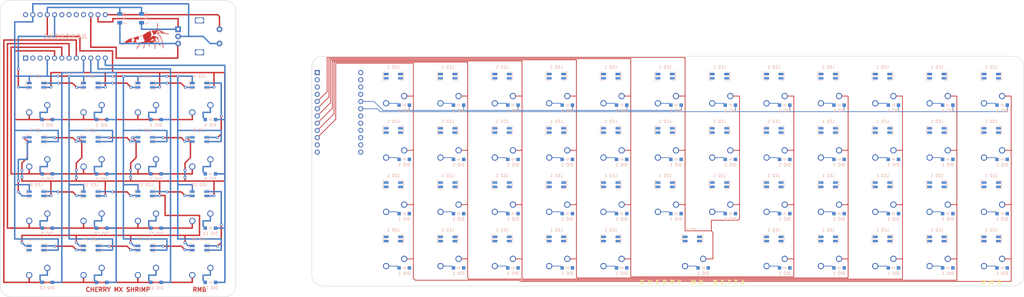
<source format=kicad_pcb>
(kicad_pcb (version 20171130) (host pcbnew "(5.1.9)-1")
  (layers (0 F.Cu signal) (31 B.Cu signal) (34 B.Paste user) (35 F.Paste user) (36 B.SilkS user) (37 F.SilkS user) (38 B.Mask user) (39 F.Mask user) (44 Edge.Cuts user))
  (net 0 "")
  (module Button_Switch_Keyboard:SW_Cherry_MX_2.00u_PCB (layer F.Cu) (at 156.21 120.015 180)
    (fp_text reference "KEY 1" hide)
    (fp_text value SW_Cherry_MX_2.00u_PCB)
    (pad 1 thru_hole circle (at 0 0 180) (size 2.2 2.2) (drill 1.5) (layers *.Cu *.Mask))
    (pad 2 thru_hole circle (at -6.35 2.54 180) (size 2.2 2.2) (drill 1.5) (layers *.Cu *.Mask))
    (pad "" np_thru_hole circle (at -2.54 5.08 180) (size 4 4) (drill 4) (layers *.Cu *.Mask))
    (pad "" np_thru_hole circle (at -7.62 5.08 180) (size 1.7 1.7) (drill 1.7) (layers *.Cu *.Mask))
    (pad "" np_thru_hole circle (at 2.54 5.08 180) (size 1.7 1.7) (drill 1.7) (layers *.Cu *.Mask))
    (pad "" np_thru_hole circle (at 9.36 13.32 180) (size 4 4) (drill 4) (layers *.Cu *.Mask))
    (pad "" np_thru_hole circle (at -14.44 13.32 180) (size 4 4) (drill 4) (layers *.Cu *.Mask))
    (pad "" np_thru_hole circle (at -14.44 -1.92 180) (size 3.05 3.05) (drill 3.05) (layers *.Cu *.Mask))
    (pad "" np_thru_hole circle (at 9.36 -1.92 180) (size 3.05 3.05) (drill 3.05) (layers *.Cu *.Mask))
  )
  (module Diode_SMD:D_SOD-123 (layer B.Cu) (at 162.56 120.65 180)
    (fp_text reference "DIO 1" (at 0 -1.905) (layer B.SilkS) (effects (justify mirror)))
    (fp_text value D_SOD-123)
    (pad 1 smd rect (at -1.8 0 180) (size 1.2 1.2) (layers B.Cu B.Paste B.Mask))
    (pad 2 smd rect (at 1.8 0 180) (size 1.2 1.2) (layers B.Cu B.Paste B.Mask))
  )
  (module "Arduino Pro Micro:SK6812_MINI-E" (layer B.Cu) (at 168.275 53.34 180)
    (fp_text reference "LED 1" (at 0 3.175) (layer B.SilkS) (effects (justify mirror)))
    (fp_text value "SK6812 MINI-E")
    (pad "" np_thru_hole oval (at 1.15 0 180) (size 1 3.75) (drill oval 1 3.75) (layers *.Cu *.Mask))
    (pad "" np_thru_hole oval (at 1.05 0 180) (size 1 3.75) (drill oval 1 3.75) (layers *.Cu *.Mask))
    (pad "" np_thru_hole oval (at 0.95 0 180) (size 1 3.75) (drill oval 1 3.75) (layers *.Cu *.Mask))
    (pad "" np_thru_hole oval (at 0.85 0 180) (size 1 3.75) (drill oval 1 3.75) (layers *.Cu *.Mask))
    (pad "" np_thru_hole oval (at 0.75 0 180) (size 1 3.75) (drill oval 1 3.75) (layers *.Cu *.Mask))
    (pad "" np_thru_hole oval (at 0.65 0 180) (size 1 3.75) (drill oval 1 3.75) (layers *.Cu *.Mask))
    (pad "" np_thru_hole oval (at 0.55 0 180) (size 1 3.75) (drill oval 1 3.75) (layers *.Cu *.Mask))
    (pad "" np_thru_hole oval (at 0.45 0 180) (size 1 3.75) (drill oval 1 3.75) (layers *.Cu *.Mask))
    (pad "" np_thru_hole oval (at 0.35 0 180) (size 1 3.75) (drill oval 1 3.75) (layers *.Cu *.Mask))
    (pad "" np_thru_hole oval (at 0.25 0 180) (size 1 3.75) (drill oval 1 3.75) (layers *.Cu *.Mask))
    (pad "" np_thru_hole oval (at 0.15 0 180) (size 1 3.75) (drill oval 1 3.75) (layers *.Cu *.Mask))
    (pad "" np_thru_hole oval (at 0.05 0 180) (size 1 3.75) (drill oval 1 3.75) (layers *.Cu *.Mask))
    (pad "" np_thru_hole oval (at -0.05 0 180) (size 1 3.75) (drill oval 1 3.75) (layers *.Cu *.Mask))
    (pad "" np_thru_hole oval (at -0.15 0 180) (size 1 3.75) (drill oval 1 3.75) (layers *.Cu *.Mask))
    (pad "" np_thru_hole oval (at -0.25 0 180) (size 1 3.75) (drill oval 1 3.75) (layers *.Cu *.Mask))
    (pad "" np_thru_hole oval (at -0.35 0 180) (size 1 3.75) (drill oval 1 3.75) (layers *.Cu *.Mask))
    (pad "" np_thru_hole oval (at -0.45 0 180) (size 1 3.75) (drill oval 1 3.75) (layers *.Cu *.Mask))
    (pad "" np_thru_hole oval (at -0.55 0 180) (size 1 3.75) (drill oval 1 3.75) (layers *.Cu *.Mask))
    (pad "" np_thru_hole oval (at -0.65 0 180) (size 1 3.75) (drill oval 1 3.75) (layers *.Cu *.Mask))
    (pad "" np_thru_hole oval (at -0.75 0 180) (size 1 3.75) (drill oval 1 3.75) (layers *.Cu *.Mask))
    (pad "" np_thru_hole oval (at -0.85 0 180) (size 1 3.75) (drill oval 1 3.75) (layers *.Cu *.Mask))
    (pad "" np_thru_hole oval (at -0.95 0 180) (size 1 3.75) (drill oval 1 3.75) (layers *.Cu *.Mask))
    (pad "" np_thru_hole oval (at -1.05 0 180) (size 1 3.75) (drill oval 1 3.75) (layers *.Cu *.Mask))
    (pad "" np_thru_hole oval (at -1.15 0 180) (size 1 3.75) (drill oval 1 3.75) (layers *.Cu *.Mask))
    (pad 4 smd rect (at 2.5 -0.75) (size 1.8 0.82) (layers B.Cu B.Mask))
    (pad 3 smd rect (at 2.5 0.75) (size 1.8 0.82) (layers B.Cu B.Mask))
    (pad 2 smd rect (at -2.5 -0.75 180) (size 1.8 0.82) (layers B.Cu B.Mask))
    (pad 1 smd rect (at -2.5 0.75 180) (size 1.8 0.82) (layers B.Cu B.Mask))
  )
  (module Diode_SMD:D_SOD-123 (layer B.Cu) (at 172.085 101.6 180)
    (fp_text reference "DIO 1" (at 0 -1.905) (layer B.SilkS) (effects (justify mirror)))
    (fp_text value D_SOD-123)
    (pad 1 smd rect (at -1.8 0 180) (size 1.2 1.2) (layers B.Cu B.Paste B.Mask))
    (pad 2 smd rect (at 1.8 0 180) (size 1.2 1.2) (layers B.Cu B.Paste B.Mask))
  )
  (module Button_Switch_Keyboard:SW_Cherry_MX_1.00u_PCB (layer F.Cu) (at 165.735 62.865 180)
    (fp_text reference "KEY 1" hide)
    (fp_text value SW_Cherry_MX_1.00u_PCB)
    (pad "" np_thru_hole circle (at 2.54 5.08 180) (size 1.7 1.7) (drill 1.7) (layers *.Cu *.Mask))
    (pad "" np_thru_hole circle (at -7.62 5.08 180) (size 1.7 1.7) (drill 1.7) (layers *.Cu *.Mask))
    (pad "" np_thru_hole circle (at -2.54 5.08 180) (size 4 4) (drill 4) (layers *.Cu *.Mask))
    (pad 2 thru_hole circle (at -6.35 2.54 180) (size 2.2 2.2) (drill 1.5) (layers *.Cu *.Mask))
    (pad 1 thru_hole circle (at 0 0 180) (size 2.2 2.2) (drill 1.5) (layers *.Cu *.Mask))
  )
  (module "Arduino Pro Micro:SK6812_MINI-E" (layer B.Cu) (at 168.275 72.39 180)
    (fp_text reference "LED 1" (at 0 3.175) (layer B.SilkS) (effects (justify mirror)))
    (fp_text value "SK6812 MINI-E")
    (pad "" np_thru_hole oval (at 1.15 0 180) (size 1 3.75) (drill oval 1 3.75) (layers *.Cu *.Mask))
    (pad "" np_thru_hole oval (at 1.05 0 180) (size 1 3.75) (drill oval 1 3.75) (layers *.Cu *.Mask))
    (pad "" np_thru_hole oval (at 0.95 0 180) (size 1 3.75) (drill oval 1 3.75) (layers *.Cu *.Mask))
    (pad "" np_thru_hole oval (at 0.85 0 180) (size 1 3.75) (drill oval 1 3.75) (layers *.Cu *.Mask))
    (pad "" np_thru_hole oval (at 0.75 0 180) (size 1 3.75) (drill oval 1 3.75) (layers *.Cu *.Mask))
    (pad "" np_thru_hole oval (at 0.65 0 180) (size 1 3.75) (drill oval 1 3.75) (layers *.Cu *.Mask))
    (pad "" np_thru_hole oval (at 0.55 0 180) (size 1 3.75) (drill oval 1 3.75) (layers *.Cu *.Mask))
    (pad "" np_thru_hole oval (at 0.45 0 180) (size 1 3.75) (drill oval 1 3.75) (layers *.Cu *.Mask))
    (pad "" np_thru_hole oval (at 0.35 0 180) (size 1 3.75) (drill oval 1 3.75) (layers *.Cu *.Mask))
    (pad "" np_thru_hole oval (at 0.25 0 180) (size 1 3.75) (drill oval 1 3.75) (layers *.Cu *.Mask))
    (pad "" np_thru_hole oval (at 0.15 0 180) (size 1 3.75) (drill oval 1 3.75) (layers *.Cu *.Mask))
    (pad "" np_thru_hole oval (at 0.05 0 180) (size 1 3.75) (drill oval 1 3.75) (layers *.Cu *.Mask))
    (pad "" np_thru_hole oval (at -0.05 0 180) (size 1 3.75) (drill oval 1 3.75) (layers *.Cu *.Mask))
    (pad "" np_thru_hole oval (at -0.15 0 180) (size 1 3.75) (drill oval 1 3.75) (layers *.Cu *.Mask))
    (pad "" np_thru_hole oval (at -0.25 0 180) (size 1 3.75) (drill oval 1 3.75) (layers *.Cu *.Mask))
    (pad "" np_thru_hole oval (at -0.35 0 180) (size 1 3.75) (drill oval 1 3.75) (layers *.Cu *.Mask))
    (pad "" np_thru_hole oval (at -0.45 0 180) (size 1 3.75) (drill oval 1 3.75) (layers *.Cu *.Mask))
    (pad "" np_thru_hole oval (at -0.55 0 180) (size 1 3.75) (drill oval 1 3.75) (layers *.Cu *.Mask))
    (pad "" np_thru_hole oval (at -0.65 0 180) (size 1 3.75) (drill oval 1 3.75) (layers *.Cu *.Mask))
    (pad "" np_thru_hole oval (at -0.75 0 180) (size 1 3.75) (drill oval 1 3.75) (layers *.Cu *.Mask))
    (pad "" np_thru_hole oval (at -0.85 0 180) (size 1 3.75) (drill oval 1 3.75) (layers *.Cu *.Mask))
    (pad "" np_thru_hole oval (at -0.95 0 180) (size 1 3.75) (drill oval 1 3.75) (layers *.Cu *.Mask))
    (pad "" np_thru_hole oval (at -1.05 0 180) (size 1 3.75) (drill oval 1 3.75) (layers *.Cu *.Mask))
    (pad "" np_thru_hole oval (at -1.15 0 180) (size 1 3.75) (drill oval 1 3.75) (layers *.Cu *.Mask))
    (pad 4 smd rect (at 2.5 -0.75) (size 1.8 0.82) (layers B.Cu B.Mask))
    (pad 3 smd rect (at 2.5 0.75) (size 1.8 0.82) (layers B.Cu B.Mask))
    (pad 2 smd rect (at -2.5 -0.75 180) (size 1.8 0.82) (layers B.Cu B.Mask))
    (pad 1 smd rect (at -2.5 0.75 180) (size 1.8 0.82) (layers B.Cu B.Mask))
  )
  (module "Arduino Pro Micro:SK6812_MINI-E" (layer B.Cu) (at 168.275 91.44 180)
    (fp_text reference "LED 1" (at 0 3.175) (layer B.SilkS) (effects (justify mirror)))
    (fp_text value "SK6812 MINI-E")
    (pad 1 smd rect (at -2.5 0.75 180) (size 1.8 0.82) (layers B.Cu B.Mask))
    (pad 2 smd rect (at -2.5 -0.75 180) (size 1.8 0.82) (layers B.Cu B.Mask))
    (pad 3 smd rect (at 2.5 0.75) (size 1.8 0.82) (layers B.Cu B.Mask))
    (pad 4 smd rect (at 2.5 -0.75) (size 1.8 0.82) (layers B.Cu B.Mask))
    (pad "" np_thru_hole oval (at -1.15 0 180) (size 1 3.75) (drill oval 1 3.75) (layers *.Cu *.Mask))
    (pad "" np_thru_hole oval (at -1.05 0 180) (size 1 3.75) (drill oval 1 3.75) (layers *.Cu *.Mask))
    (pad "" np_thru_hole oval (at -0.95 0 180) (size 1 3.75) (drill oval 1 3.75) (layers *.Cu *.Mask))
    (pad "" np_thru_hole oval (at -0.85 0 180) (size 1 3.75) (drill oval 1 3.75) (layers *.Cu *.Mask))
    (pad "" np_thru_hole oval (at -0.75 0 180) (size 1 3.75) (drill oval 1 3.75) (layers *.Cu *.Mask))
    (pad "" np_thru_hole oval (at -0.65 0 180) (size 1 3.75) (drill oval 1 3.75) (layers *.Cu *.Mask))
    (pad "" np_thru_hole oval (at -0.55 0 180) (size 1 3.75) (drill oval 1 3.75) (layers *.Cu *.Mask))
    (pad "" np_thru_hole oval (at -0.45 0 180) (size 1 3.75) (drill oval 1 3.75) (layers *.Cu *.Mask))
    (pad "" np_thru_hole oval (at -0.35 0 180) (size 1 3.75) (drill oval 1 3.75) (layers *.Cu *.Mask))
    (pad "" np_thru_hole oval (at -0.25 0 180) (size 1 3.75) (drill oval 1 3.75) (layers *.Cu *.Mask))
    (pad "" np_thru_hole oval (at -0.15 0 180) (size 1 3.75) (drill oval 1 3.75) (layers *.Cu *.Mask))
    (pad "" np_thru_hole oval (at -0.05 0 180) (size 1 3.75) (drill oval 1 3.75) (layers *.Cu *.Mask))
    (pad "" np_thru_hole oval (at 0.05 0 180) (size 1 3.75) (drill oval 1 3.75) (layers *.Cu *.Mask))
    (pad "" np_thru_hole oval (at 0.15 0 180) (size 1 3.75) (drill oval 1 3.75) (layers *.Cu *.Mask))
    (pad "" np_thru_hole oval (at 0.25 0 180) (size 1 3.75) (drill oval 1 3.75) (layers *.Cu *.Mask))
    (pad "" np_thru_hole oval (at 0.35 0 180) (size 1 3.75) (drill oval 1 3.75) (layers *.Cu *.Mask))
    (pad "" np_thru_hole oval (at 0.45 0 180) (size 1 3.75) (drill oval 1 3.75) (layers *.Cu *.Mask))
    (pad "" np_thru_hole oval (at 0.55 0 180) (size 1 3.75) (drill oval 1 3.75) (layers *.Cu *.Mask))
    (pad "" np_thru_hole oval (at 0.65 0 180) (size 1 3.75) (drill oval 1 3.75) (layers *.Cu *.Mask))
    (pad "" np_thru_hole oval (at 0.75 0 180) (size 1 3.75) (drill oval 1 3.75) (layers *.Cu *.Mask))
    (pad "" np_thru_hole oval (at 0.85 0 180) (size 1 3.75) (drill oval 1 3.75) (layers *.Cu *.Mask))
    (pad "" np_thru_hole oval (at 0.95 0 180) (size 1 3.75) (drill oval 1 3.75) (layers *.Cu *.Mask))
    (pad "" np_thru_hole oval (at 1.05 0 180) (size 1 3.75) (drill oval 1 3.75) (layers *.Cu *.Mask))
    (pad "" np_thru_hole oval (at 1.15 0 180) (size 1 3.75) (drill oval 1 3.75) (layers *.Cu *.Mask))
  )
  (module Diode_SMD:D_SOD-123 (layer B.Cu) (at 172.085 82.55 180)
    (fp_text reference "DIO 1" (at 0 -1.905) (layer B.SilkS) (effects (justify mirror)))
    (fp_text value D_SOD-123)
    (pad 2 smd rect (at 1.8 0 180) (size 1.2 1.2) (layers B.Cu B.Paste B.Mask))
    (pad 1 smd rect (at -1.8 0 180) (size 1.2 1.2) (layers B.Cu B.Paste B.Mask))
  )
  (module Button_Switch_Keyboard:SW_Cherry_MX_1.00u_PCB (layer F.Cu) (at 165.735 81.915 180)
    (fp_text reference "KEY 1" hide)
    (fp_text value SW_Cherry_MX_1.00u_PCB)
    (pad "" np_thru_hole circle (at 2.54 5.08 180) (size 1.7 1.7) (drill 1.7) (layers *.Cu *.Mask))
    (pad "" np_thru_hole circle (at -7.62 5.08 180) (size 1.7 1.7) (drill 1.7) (layers *.Cu *.Mask))
    (pad "" np_thru_hole circle (at -2.54 5.08 180) (size 4 4) (drill 4) (layers *.Cu *.Mask))
    (pad 2 thru_hole circle (at -6.35 2.54 180) (size 2.2 2.2) (drill 1.5) (layers *.Cu *.Mask))
    (pad 1 thru_hole circle (at 0 0 180) (size 2.2 2.2) (drill 1.5) (layers *.Cu *.Mask))
  )
  (module Button_Switch_Keyboard:SW_Cherry_MX_1.00u_PCB (layer F.Cu) (at 165.735 100.965 180)
    (fp_text reference "KEY 1" hide)
    (fp_text value SW_Cherry_MX_1.00u_PCB)
    (pad 1 thru_hole circle (at 0 0 180) (size 2.2 2.2) (drill 1.5) (layers *.Cu *.Mask))
    (pad 2 thru_hole circle (at -6.35 2.54 180) (size 2.2 2.2) (drill 1.5) (layers *.Cu *.Mask))
    (pad "" np_thru_hole circle (at -2.54 5.08 180) (size 4 4) (drill 4) (layers *.Cu *.Mask))
    (pad "" np_thru_hole circle (at -7.62 5.08 180) (size 1.7 1.7) (drill 1.7) (layers *.Cu *.Mask))
    (pad "" np_thru_hole circle (at 2.54 5.08 180) (size 1.7 1.7) (drill 1.7) (layers *.Cu *.Mask))
  )
  (module Diode_SMD:D_SOD-123 (layer B.Cu) (at 172.085 63.5 180)
    (fp_text reference "DIO 1" (at 0 -1.905) (layer B.SilkS) (effects (justify mirror)))
    (fp_text value D_SOD-123)
    (pad 2 smd rect (at 1.8 0 180) (size 1.2 1.2) (layers B.Cu B.Paste B.Mask))
    (pad 1 smd rect (at -1.8 0 180) (size 1.2 1.2) (layers B.Cu B.Paste B.Mask))
  )
  (module "Arduino Pro Micro:SK6812_MINI-E" (layer B.Cu) (at 149.225 53.34 180)
    (fp_text reference "LED 1" (at 0 3.175) (layer B.SilkS) (effects (justify mirror)))
    (fp_text value "SK6812 MINI-E")
    (pad "" np_thru_hole oval (at 1.15 0 180) (size 1 3.75) (drill oval 1 3.75) (layers *.Cu *.Mask))
    (pad "" np_thru_hole oval (at 1.05 0 180) (size 1 3.75) (drill oval 1 3.75) (layers *.Cu *.Mask))
    (pad "" np_thru_hole oval (at 0.95 0 180) (size 1 3.75) (drill oval 1 3.75) (layers *.Cu *.Mask))
    (pad "" np_thru_hole oval (at 0.85 0 180) (size 1 3.75) (drill oval 1 3.75) (layers *.Cu *.Mask))
    (pad "" np_thru_hole oval (at 0.75 0 180) (size 1 3.75) (drill oval 1 3.75) (layers *.Cu *.Mask))
    (pad "" np_thru_hole oval (at 0.65 0 180) (size 1 3.75) (drill oval 1 3.75) (layers *.Cu *.Mask))
    (pad "" np_thru_hole oval (at 0.55 0 180) (size 1 3.75) (drill oval 1 3.75) (layers *.Cu *.Mask))
    (pad "" np_thru_hole oval (at 0.45 0 180) (size 1 3.75) (drill oval 1 3.75) (layers *.Cu *.Mask))
    (pad "" np_thru_hole oval (at 0.35 0 180) (size 1 3.75) (drill oval 1 3.75) (layers *.Cu *.Mask))
    (pad "" np_thru_hole oval (at 0.25 0 180) (size 1 3.75) (drill oval 1 3.75) (layers *.Cu *.Mask))
    (pad "" np_thru_hole oval (at 0.15 0 180) (size 1 3.75) (drill oval 1 3.75) (layers *.Cu *.Mask))
    (pad "" np_thru_hole oval (at 0.05 0 180) (size 1 3.75) (drill oval 1 3.75) (layers *.Cu *.Mask))
    (pad "" np_thru_hole oval (at -0.05 0 180) (size 1 3.75) (drill oval 1 3.75) (layers *.Cu *.Mask))
    (pad "" np_thru_hole oval (at -0.15 0 180) (size 1 3.75) (drill oval 1 3.75) (layers *.Cu *.Mask))
    (pad "" np_thru_hole oval (at -0.25 0 180) (size 1 3.75) (drill oval 1 3.75) (layers *.Cu *.Mask))
    (pad "" np_thru_hole oval (at -0.35 0 180) (size 1 3.75) (drill oval 1 3.75) (layers *.Cu *.Mask))
    (pad "" np_thru_hole oval (at -0.45 0 180) (size 1 3.75) (drill oval 1 3.75) (layers *.Cu *.Mask))
    (pad "" np_thru_hole oval (at -0.55 0 180) (size 1 3.75) (drill oval 1 3.75) (layers *.Cu *.Mask))
    (pad "" np_thru_hole oval (at -0.65 0 180) (size 1 3.75) (drill oval 1 3.75) (layers *.Cu *.Mask))
    (pad "" np_thru_hole oval (at -0.75 0 180) (size 1 3.75) (drill oval 1 3.75) (layers *.Cu *.Mask))
    (pad "" np_thru_hole oval (at -0.85 0 180) (size 1 3.75) (drill oval 1 3.75) (layers *.Cu *.Mask))
    (pad "" np_thru_hole oval (at -0.95 0 180) (size 1 3.75) (drill oval 1 3.75) (layers *.Cu *.Mask))
    (pad "" np_thru_hole oval (at -1.05 0 180) (size 1 3.75) (drill oval 1 3.75) (layers *.Cu *.Mask))
    (pad "" np_thru_hole oval (at -1.15 0 180) (size 1 3.75) (drill oval 1 3.75) (layers *.Cu *.Mask))
    (pad 4 smd rect (at 2.5 -0.75) (size 1.8 0.82) (layers B.Cu B.Mask))
    (pad 3 smd rect (at 2.5 0.75) (size 1.8 0.82) (layers B.Cu B.Mask))
    (pad 2 smd rect (at -2.5 -0.75 180) (size 1.8 0.82) (layers B.Cu B.Mask))
    (pad 1 smd rect (at -2.5 0.75 180) (size 1.8 0.82) (layers B.Cu B.Mask))
  )
  (module Diode_SMD:D_SOD-123 (layer B.Cu) (at 153.035 101.6 180)
    (fp_text reference "DIO 1" (at 0 -1.905) (layer B.SilkS) (effects (justify mirror)))
    (fp_text value D_SOD-123)
    (pad 1 smd rect (at -1.8 0 180) (size 1.2 1.2) (layers B.Cu B.Paste B.Mask))
    (pad 2 smd rect (at 1.8 0 180) (size 1.2 1.2) (layers B.Cu B.Paste B.Mask))
  )
  (module Button_Switch_Keyboard:SW_Cherry_MX_1.00u_PCB (layer F.Cu) (at 146.685 62.865 180)
    (fp_text reference "KEY 1" hide)
    (fp_text value SW_Cherry_MX_1.00u_PCB)
    (pad "" np_thru_hole circle (at 2.54 5.08 180) (size 1.7 1.7) (drill 1.7) (layers *.Cu *.Mask))
    (pad "" np_thru_hole circle (at -7.62 5.08 180) (size 1.7 1.7) (drill 1.7) (layers *.Cu *.Mask))
    (pad "" np_thru_hole circle (at -2.54 5.08 180) (size 4 4) (drill 4) (layers *.Cu *.Mask))
    (pad 2 thru_hole circle (at -6.35 2.54 180) (size 2.2 2.2) (drill 1.5) (layers *.Cu *.Mask))
    (pad 1 thru_hole circle (at 0 0 180) (size 2.2 2.2) (drill 1.5) (layers *.Cu *.Mask))
  )
  (module "Arduino Pro Micro:SK6812_MINI-E" (layer B.Cu) (at 149.225 72.39 180)
    (fp_text reference "LED 1" (at 0 3.175) (layer B.SilkS) (effects (justify mirror)))
    (fp_text value "SK6812 MINI-E")
    (pad "" np_thru_hole oval (at 1.15 0 180) (size 1 3.75) (drill oval 1 3.75) (layers *.Cu *.Mask))
    (pad "" np_thru_hole oval (at 1.05 0 180) (size 1 3.75) (drill oval 1 3.75) (layers *.Cu *.Mask))
    (pad "" np_thru_hole oval (at 0.95 0 180) (size 1 3.75) (drill oval 1 3.75) (layers *.Cu *.Mask))
    (pad "" np_thru_hole oval (at 0.85 0 180) (size 1 3.75) (drill oval 1 3.75) (layers *.Cu *.Mask))
    (pad "" np_thru_hole oval (at 0.75 0 180) (size 1 3.75) (drill oval 1 3.75) (layers *.Cu *.Mask))
    (pad "" np_thru_hole oval (at 0.65 0 180) (size 1 3.75) (drill oval 1 3.75) (layers *.Cu *.Mask))
    (pad "" np_thru_hole oval (at 0.55 0 180) (size 1 3.75) (drill oval 1 3.75) (layers *.Cu *.Mask))
    (pad "" np_thru_hole oval (at 0.45 0 180) (size 1 3.75) (drill oval 1 3.75) (layers *.Cu *.Mask))
    (pad "" np_thru_hole oval (at 0.35 0 180) (size 1 3.75) (drill oval 1 3.75) (layers *.Cu *.Mask))
    (pad "" np_thru_hole oval (at 0.25 0 180) (size 1 3.75) (drill oval 1 3.75) (layers *.Cu *.Mask))
    (pad "" np_thru_hole oval (at 0.15 0 180) (size 1 3.75) (drill oval 1 3.75) (layers *.Cu *.Mask))
    (pad "" np_thru_hole oval (at 0.05 0 180) (size 1 3.75) (drill oval 1 3.75) (layers *.Cu *.Mask))
    (pad "" np_thru_hole oval (at -0.05 0 180) (size 1 3.75) (drill oval 1 3.75) (layers *.Cu *.Mask))
    (pad "" np_thru_hole oval (at -0.15 0 180) (size 1 3.75) (drill oval 1 3.75) (layers *.Cu *.Mask))
    (pad "" np_thru_hole oval (at -0.25 0 180) (size 1 3.75) (drill oval 1 3.75) (layers *.Cu *.Mask))
    (pad "" np_thru_hole oval (at -0.35 0 180) (size 1 3.75) (drill oval 1 3.75) (layers *.Cu *.Mask))
    (pad "" np_thru_hole oval (at -0.45 0 180) (size 1 3.75) (drill oval 1 3.75) (layers *.Cu *.Mask))
    (pad "" np_thru_hole oval (at -0.55 0 180) (size 1 3.75) (drill oval 1 3.75) (layers *.Cu *.Mask))
    (pad "" np_thru_hole oval (at -0.65 0 180) (size 1 3.75) (drill oval 1 3.75) (layers *.Cu *.Mask))
    (pad "" np_thru_hole oval (at -0.75 0 180) (size 1 3.75) (drill oval 1 3.75) (layers *.Cu *.Mask))
    (pad "" np_thru_hole oval (at -0.85 0 180) (size 1 3.75) (drill oval 1 3.75) (layers *.Cu *.Mask))
    (pad "" np_thru_hole oval (at -0.95 0 180) (size 1 3.75) (drill oval 1 3.75) (layers *.Cu *.Mask))
    (pad "" np_thru_hole oval (at -1.05 0 180) (size 1 3.75) (drill oval 1 3.75) (layers *.Cu *.Mask))
    (pad "" np_thru_hole oval (at -1.15 0 180) (size 1 3.75) (drill oval 1 3.75) (layers *.Cu *.Mask))
    (pad 4 smd rect (at 2.5 -0.75) (size 1.8 0.82) (layers B.Cu B.Mask))
    (pad 3 smd rect (at 2.5 0.75) (size 1.8 0.82) (layers B.Cu B.Mask))
    (pad 2 smd rect (at -2.5 -0.75 180) (size 1.8 0.82) (layers B.Cu B.Mask))
    (pad 1 smd rect (at -2.5 0.75 180) (size 1.8 0.82) (layers B.Cu B.Mask))
  )
  (module "Arduino Pro Micro:SK6812_MINI-E" (layer B.Cu) (at 149.225 91.44 180)
    (fp_text reference "LED 1" (at 0 3.175) (layer B.SilkS) (effects (justify mirror)))
    (fp_text value "SK6812 MINI-E")
    (pad 1 smd rect (at -2.5 0.75 180) (size 1.8 0.82) (layers B.Cu B.Mask))
    (pad 2 smd rect (at -2.5 -0.75 180) (size 1.8 0.82) (layers B.Cu B.Mask))
    (pad 3 smd rect (at 2.5 0.75) (size 1.8 0.82) (layers B.Cu B.Mask))
    (pad 4 smd rect (at 2.5 -0.75) (size 1.8 0.82) (layers B.Cu B.Mask))
    (pad "" np_thru_hole oval (at -1.15 0 180) (size 1 3.75) (drill oval 1 3.75) (layers *.Cu *.Mask))
    (pad "" np_thru_hole oval (at -1.05 0 180) (size 1 3.75) (drill oval 1 3.75) (layers *.Cu *.Mask))
    (pad "" np_thru_hole oval (at -0.95 0 180) (size 1 3.75) (drill oval 1 3.75) (layers *.Cu *.Mask))
    (pad "" np_thru_hole oval (at -0.85 0 180) (size 1 3.75) (drill oval 1 3.75) (layers *.Cu *.Mask))
    (pad "" np_thru_hole oval (at -0.75 0 180) (size 1 3.75) (drill oval 1 3.75) (layers *.Cu *.Mask))
    (pad "" np_thru_hole oval (at -0.65 0 180) (size 1 3.75) (drill oval 1 3.75) (layers *.Cu *.Mask))
    (pad "" np_thru_hole oval (at -0.55 0 180) (size 1 3.75) (drill oval 1 3.75) (layers *.Cu *.Mask))
    (pad "" np_thru_hole oval (at -0.45 0 180) (size 1 3.75) (drill oval 1 3.75) (layers *.Cu *.Mask))
    (pad "" np_thru_hole oval (at -0.35 0 180) (size 1 3.75) (drill oval 1 3.75) (layers *.Cu *.Mask))
    (pad "" np_thru_hole oval (at -0.25 0 180) (size 1 3.75) (drill oval 1 3.75) (layers *.Cu *.Mask))
    (pad "" np_thru_hole oval (at -0.15 0 180) (size 1 3.75) (drill oval 1 3.75) (layers *.Cu *.Mask))
    (pad "" np_thru_hole oval (at -0.05 0 180) (size 1 3.75) (drill oval 1 3.75) (layers *.Cu *.Mask))
    (pad "" np_thru_hole oval (at 0.05 0 180) (size 1 3.75) (drill oval 1 3.75) (layers *.Cu *.Mask))
    (pad "" np_thru_hole oval (at 0.15 0 180) (size 1 3.75) (drill oval 1 3.75) (layers *.Cu *.Mask))
    (pad "" np_thru_hole oval (at 0.25 0 180) (size 1 3.75) (drill oval 1 3.75) (layers *.Cu *.Mask))
    (pad "" np_thru_hole oval (at 0.35 0 180) (size 1 3.75) (drill oval 1 3.75) (layers *.Cu *.Mask))
    (pad "" np_thru_hole oval (at 0.45 0 180) (size 1 3.75) (drill oval 1 3.75) (layers *.Cu *.Mask))
    (pad "" np_thru_hole oval (at 0.55 0 180) (size 1 3.75) (drill oval 1 3.75) (layers *.Cu *.Mask))
    (pad "" np_thru_hole oval (at 0.65 0 180) (size 1 3.75) (drill oval 1 3.75) (layers *.Cu *.Mask))
    (pad "" np_thru_hole oval (at 0.75 0 180) (size 1 3.75) (drill oval 1 3.75) (layers *.Cu *.Mask))
    (pad "" np_thru_hole oval (at 0.85 0 180) (size 1 3.75) (drill oval 1 3.75) (layers *.Cu *.Mask))
    (pad "" np_thru_hole oval (at 0.95 0 180) (size 1 3.75) (drill oval 1 3.75) (layers *.Cu *.Mask))
    (pad "" np_thru_hole oval (at 1.05 0 180) (size 1 3.75) (drill oval 1 3.75) (layers *.Cu *.Mask))
    (pad "" np_thru_hole oval (at 1.15 0 180) (size 1 3.75) (drill oval 1 3.75) (layers *.Cu *.Mask))
  )
  (module Diode_SMD:D_SOD-123 (layer B.Cu) (at 153.035 82.55 180)
    (fp_text reference "DIO 1" (at 0 -1.905) (layer B.SilkS) (effects (justify mirror)))
    (fp_text value D_SOD-123)
    (pad 2 smd rect (at 1.8 0 180) (size 1.2 1.2) (layers B.Cu B.Paste B.Mask))
    (pad 1 smd rect (at -1.8 0 180) (size 1.2 1.2) (layers B.Cu B.Paste B.Mask))
  )
  (module Button_Switch_Keyboard:SW_Cherry_MX_1.00u_PCB (layer F.Cu) (at 146.685 81.915 180)
    (fp_text reference "KEY 1" hide)
    (fp_text value SW_Cherry_MX_1.00u_PCB)
    (pad "" np_thru_hole circle (at 2.54 5.08 180) (size 1.7 1.7) (drill 1.7) (layers *.Cu *.Mask))
    (pad "" np_thru_hole circle (at -7.62 5.08 180) (size 1.7 1.7) (drill 1.7) (layers *.Cu *.Mask))
    (pad "" np_thru_hole circle (at -2.54 5.08 180) (size 4 4) (drill 4) (layers *.Cu *.Mask))
    (pad 2 thru_hole circle (at -6.35 2.54 180) (size 2.2 2.2) (drill 1.5) (layers *.Cu *.Mask))
    (pad 1 thru_hole circle (at 0 0 180) (size 2.2 2.2) (drill 1.5) (layers *.Cu *.Mask))
  )
  (module Button_Switch_Keyboard:SW_Cherry_MX_1.00u_PCB (layer F.Cu) (at 146.685 100.965 180)
    (fp_text reference "KEY 1" hide)
    (fp_text value SW_Cherry_MX_1.00u_PCB)
    (pad 1 thru_hole circle (at 0 0 180) (size 2.2 2.2) (drill 1.5) (layers *.Cu *.Mask))
    (pad 2 thru_hole circle (at -6.35 2.54 180) (size 2.2 2.2) (drill 1.5) (layers *.Cu *.Mask))
    (pad "" np_thru_hole circle (at -2.54 5.08 180) (size 4 4) (drill 4) (layers *.Cu *.Mask))
    (pad "" np_thru_hole circle (at -7.62 5.08 180) (size 1.7 1.7) (drill 1.7) (layers *.Cu *.Mask))
    (pad "" np_thru_hole circle (at 2.54 5.08 180) (size 1.7 1.7) (drill 1.7) (layers *.Cu *.Mask))
  )
  (module Diode_SMD:D_SOD-123 (layer B.Cu) (at 153.035 63.5 180)
    (fp_text reference "DIO 1" (at 0 -1.905) (layer B.SilkS) (effects (justify mirror)))
    (fp_text value D_SOD-123)
    (pad 2 smd rect (at 1.8 0 180) (size 1.2 1.2) (layers B.Cu B.Paste B.Mask))
    (pad 1 smd rect (at -1.8 0 180) (size 1.2 1.2) (layers B.Cu B.Paste B.Mask))
  )
  (module "Arduino Pro Micro:SK6812_MINI-E" (layer B.Cu) (at 263.525 53.34 180)
    (fp_text reference "LED 1" (at 0 3.175) (layer B.SilkS) (effects (justify mirror)))
    (fp_text value "SK6812 MINI-E")
    (pad 1 smd rect (at -2.5 0.75 180) (size 1.8 0.82) (layers B.Cu B.Mask))
    (pad 2 smd rect (at -2.5 -0.75 180) (size 1.8 0.82) (layers B.Cu B.Mask))
    (pad 3 smd rect (at 2.5 0.75) (size 1.8 0.82) (layers B.Cu B.Mask))
    (pad 4 smd rect (at 2.5 -0.75) (size 1.8 0.82) (layers B.Cu B.Mask))
    (pad "" np_thru_hole oval (at -1.15 0 180) (size 1 3.75) (drill oval 1 3.75) (layers *.Cu *.Mask))
    (pad "" np_thru_hole oval (at -1.05 0 180) (size 1 3.75) (drill oval 1 3.75) (layers *.Cu *.Mask))
    (pad "" np_thru_hole oval (at -0.95 0 180) (size 1 3.75) (drill oval 1 3.75) (layers *.Cu *.Mask))
    (pad "" np_thru_hole oval (at -0.85 0 180) (size 1 3.75) (drill oval 1 3.75) (layers *.Cu *.Mask))
    (pad "" np_thru_hole oval (at -0.75 0 180) (size 1 3.75) (drill oval 1 3.75) (layers *.Cu *.Mask))
    (pad "" np_thru_hole oval (at -0.65 0 180) (size 1 3.75) (drill oval 1 3.75) (layers *.Cu *.Mask))
    (pad "" np_thru_hole oval (at -0.55 0 180) (size 1 3.75) (drill oval 1 3.75) (layers *.Cu *.Mask))
    (pad "" np_thru_hole oval (at -0.45 0 180) (size 1 3.75) (drill oval 1 3.75) (layers *.Cu *.Mask))
    (pad "" np_thru_hole oval (at -0.35 0 180) (size 1 3.75) (drill oval 1 3.75) (layers *.Cu *.Mask))
    (pad "" np_thru_hole oval (at -0.25 0 180) (size 1 3.75) (drill oval 1 3.75) (layers *.Cu *.Mask))
    (pad "" np_thru_hole oval (at -0.15 0 180) (size 1 3.75) (drill oval 1 3.75) (layers *.Cu *.Mask))
    (pad "" np_thru_hole oval (at -0.05 0 180) (size 1 3.75) (drill oval 1 3.75) (layers *.Cu *.Mask))
    (pad "" np_thru_hole oval (at 0.05 0 180) (size 1 3.75) (drill oval 1 3.75) (layers *.Cu *.Mask))
    (pad "" np_thru_hole oval (at 0.15 0 180) (size 1 3.75) (drill oval 1 3.75) (layers *.Cu *.Mask))
    (pad "" np_thru_hole oval (at 0.25 0 180) (size 1 3.75) (drill oval 1 3.75) (layers *.Cu *.Mask))
    (pad "" np_thru_hole oval (at 0.35 0 180) (size 1 3.75) (drill oval 1 3.75) (layers *.Cu *.Mask))
    (pad "" np_thru_hole oval (at 0.45 0 180) (size 1 3.75) (drill oval 1 3.75) (layers *.Cu *.Mask))
    (pad "" np_thru_hole oval (at 0.55 0 180) (size 1 3.75) (drill oval 1 3.75) (layers *.Cu *.Mask))
    (pad "" np_thru_hole oval (at 0.65 0 180) (size 1 3.75) (drill oval 1 3.75) (layers *.Cu *.Mask))
    (pad "" np_thru_hole oval (at 0.75 0 180) (size 1 3.75) (drill oval 1 3.75) (layers *.Cu *.Mask))
    (pad "" np_thru_hole oval (at 0.85 0 180) (size 1 3.75) (drill oval 1 3.75) (layers *.Cu *.Mask))
    (pad "" np_thru_hole oval (at 0.95 0 180) (size 1 3.75) (drill oval 1 3.75) (layers *.Cu *.Mask))
    (pad "" np_thru_hole oval (at 1.05 0 180) (size 1 3.75) (drill oval 1 3.75) (layers *.Cu *.Mask))
    (pad "" np_thru_hole oval (at 1.15 0 180) (size 1 3.75) (drill oval 1 3.75) (layers *.Cu *.Mask))
  )
  (module Button_Switch_Keyboard:SW_Cherry_MX_1.00u_PCB (layer F.Cu) (at 260.985 62.865 180)
    (fp_text reference "KEY 1" hide)
    (fp_text value SW_Cherry_MX_1.00u_PCB)
    (pad 1 thru_hole circle (at 0 0 180) (size 2.2 2.2) (drill 1.5) (layers *.Cu *.Mask))
    (pad 2 thru_hole circle (at -6.35 2.54 180) (size 2.2 2.2) (drill 1.5) (layers *.Cu *.Mask))
    (pad "" np_thru_hole circle (at -2.54 5.08 180) (size 4 4) (drill 4) (layers *.Cu *.Mask))
    (pad "" np_thru_hole circle (at -7.62 5.08 180) (size 1.7 1.7) (drill 1.7) (layers *.Cu *.Mask))
    (pad "" np_thru_hole circle (at 2.54 5.08 180) (size 1.7 1.7) (drill 1.7) (layers *.Cu *.Mask))
  )
  (module Button_Switch_Keyboard:SW_Cherry_MX_1.00u_PCB (layer F.Cu) (at 260.985 100.965 180)
    (fp_text reference "KEY 1" hide)
    (fp_text value SW_Cherry_MX_1.00u_PCB)
    (pad "" np_thru_hole circle (at 2.54 5.08 180) (size 1.7 1.7) (drill 1.7) (layers *.Cu *.Mask))
    (pad "" np_thru_hole circle (at -7.62 5.08 180) (size 1.7 1.7) (drill 1.7) (layers *.Cu *.Mask))
    (pad "" np_thru_hole circle (at -2.54 5.08 180) (size 4 4) (drill 4) (layers *.Cu *.Mask))
    (pad 2 thru_hole circle (at -6.35 2.54 180) (size 2.2 2.2) (drill 1.5) (layers *.Cu *.Mask))
    (pad 1 thru_hole circle (at 0 0 180) (size 2.2 2.2) (drill 1.5) (layers *.Cu *.Mask))
  )
  (module "Arduino Pro Micro:SK6812_MINI-E" (layer B.Cu) (at 263.525 91.44 180)
    (fp_text reference "LED 1" (at 0 3.175) (layer B.SilkS) (effects (justify mirror)))
    (fp_text value "SK6812 MINI-E")
    (pad "" np_thru_hole oval (at 1.15 0 180) (size 1 3.75) (drill oval 1 3.75) (layers *.Cu *.Mask))
    (pad "" np_thru_hole oval (at 1.05 0 180) (size 1 3.75) (drill oval 1 3.75) (layers *.Cu *.Mask))
    (pad "" np_thru_hole oval (at 0.95 0 180) (size 1 3.75) (drill oval 1 3.75) (layers *.Cu *.Mask))
    (pad "" np_thru_hole oval (at 0.85 0 180) (size 1 3.75) (drill oval 1 3.75) (layers *.Cu *.Mask))
    (pad "" np_thru_hole oval (at 0.75 0 180) (size 1 3.75) (drill oval 1 3.75) (layers *.Cu *.Mask))
    (pad "" np_thru_hole oval (at 0.65 0 180) (size 1 3.75) (drill oval 1 3.75) (layers *.Cu *.Mask))
    (pad "" np_thru_hole oval (at 0.55 0 180) (size 1 3.75) (drill oval 1 3.75) (layers *.Cu *.Mask))
    (pad "" np_thru_hole oval (at 0.45 0 180) (size 1 3.75) (drill oval 1 3.75) (layers *.Cu *.Mask))
    (pad "" np_thru_hole oval (at 0.35 0 180) (size 1 3.75) (drill oval 1 3.75) (layers *.Cu *.Mask))
    (pad "" np_thru_hole oval (at 0.25 0 180) (size 1 3.75) (drill oval 1 3.75) (layers *.Cu *.Mask))
    (pad "" np_thru_hole oval (at 0.15 0 180) (size 1 3.75) (drill oval 1 3.75) (layers *.Cu *.Mask))
    (pad "" np_thru_hole oval (at 0.05 0 180) (size 1 3.75) (drill oval 1 3.75) (layers *.Cu *.Mask))
    (pad "" np_thru_hole oval (at -0.05 0 180) (size 1 3.75) (drill oval 1 3.75) (layers *.Cu *.Mask))
    (pad "" np_thru_hole oval (at -0.15 0 180) (size 1 3.75) (drill oval 1 3.75) (layers *.Cu *.Mask))
    (pad "" np_thru_hole oval (at -0.25 0 180) (size 1 3.75) (drill oval 1 3.75) (layers *.Cu *.Mask))
    (pad "" np_thru_hole oval (at -0.35 0 180) (size 1 3.75) (drill oval 1 3.75) (layers *.Cu *.Mask))
    (pad "" np_thru_hole oval (at -0.45 0 180) (size 1 3.75) (drill oval 1 3.75) (layers *.Cu *.Mask))
    (pad "" np_thru_hole oval (at -0.55 0 180) (size 1 3.75) (drill oval 1 3.75) (layers *.Cu *.Mask))
    (pad "" np_thru_hole oval (at -0.65 0 180) (size 1 3.75) (drill oval 1 3.75) (layers *.Cu *.Mask))
    (pad "" np_thru_hole oval (at -0.75 0 180) (size 1 3.75) (drill oval 1 3.75) (layers *.Cu *.Mask))
    (pad "" np_thru_hole oval (at -0.85 0 180) (size 1 3.75) (drill oval 1 3.75) (layers *.Cu *.Mask))
    (pad "" np_thru_hole oval (at -0.95 0 180) (size 1 3.75) (drill oval 1 3.75) (layers *.Cu *.Mask))
    (pad "" np_thru_hole oval (at -1.05 0 180) (size 1 3.75) (drill oval 1 3.75) (layers *.Cu *.Mask))
    (pad "" np_thru_hole oval (at -1.15 0 180) (size 1 3.75) (drill oval 1 3.75) (layers *.Cu *.Mask))
    (pad 4 smd rect (at 2.5 -0.75) (size 1.8 0.82) (layers B.Cu B.Mask))
    (pad 3 smd rect (at 2.5 0.75) (size 1.8 0.82) (layers B.Cu B.Mask))
    (pad 2 smd rect (at -2.5 -0.75 180) (size 1.8 0.82) (layers B.Cu B.Mask))
    (pad 1 smd rect (at -2.5 0.75 180) (size 1.8 0.82) (layers B.Cu B.Mask))
  )
  (module Diode_SMD:D_SOD-123 (layer B.Cu) (at 267.335 101.6 180)
    (fp_text reference "DIO 1" (at 0 -1.905) (layer B.SilkS) (effects (justify mirror)))
    (fp_text value D_SOD-123)
    (pad 2 smd rect (at 1.8 0 180) (size 1.2 1.2) (layers B.Cu B.Paste B.Mask))
    (pad 1 smd rect (at -1.8 0 180) (size 1.2 1.2) (layers B.Cu B.Paste B.Mask))
  )
  (module "Arduino Pro Micro:SK6812_MINI-E" (layer B.Cu) (at 263.525 110.49 180)
    (fp_text reference "LED 1" (at 0 3.175) (layer B.SilkS) (effects (justify mirror)))
    (fp_text value "SK6812 MINI-E")
    (pad "" np_thru_hole oval (at 1.15 0 180) (size 1 3.75) (drill oval 1 3.75) (layers *.Cu *.Mask))
    (pad "" np_thru_hole oval (at 1.05 0 180) (size 1 3.75) (drill oval 1 3.75) (layers *.Cu *.Mask))
    (pad "" np_thru_hole oval (at 0.95 0 180) (size 1 3.75) (drill oval 1 3.75) (layers *.Cu *.Mask))
    (pad "" np_thru_hole oval (at 0.85 0 180) (size 1 3.75) (drill oval 1 3.75) (layers *.Cu *.Mask))
    (pad "" np_thru_hole oval (at 0.75 0 180) (size 1 3.75) (drill oval 1 3.75) (layers *.Cu *.Mask))
    (pad "" np_thru_hole oval (at 0.65 0 180) (size 1 3.75) (drill oval 1 3.75) (layers *.Cu *.Mask))
    (pad "" np_thru_hole oval (at 0.55 0 180) (size 1 3.75) (drill oval 1 3.75) (layers *.Cu *.Mask))
    (pad "" np_thru_hole oval (at 0.45 0 180) (size 1 3.75) (drill oval 1 3.75) (layers *.Cu *.Mask))
    (pad "" np_thru_hole oval (at 0.35 0 180) (size 1 3.75) (drill oval 1 3.75) (layers *.Cu *.Mask))
    (pad "" np_thru_hole oval (at 0.25 0 180) (size 1 3.75) (drill oval 1 3.75) (layers *.Cu *.Mask))
    (pad "" np_thru_hole oval (at 0.15 0 180) (size 1 3.75) (drill oval 1 3.75) (layers *.Cu *.Mask))
    (pad "" np_thru_hole oval (at 0.05 0 180) (size 1 3.75) (drill oval 1 3.75) (layers *.Cu *.Mask))
    (pad "" np_thru_hole oval (at -0.05 0 180) (size 1 3.75) (drill oval 1 3.75) (layers *.Cu *.Mask))
    (pad "" np_thru_hole oval (at -0.15 0 180) (size 1 3.75) (drill oval 1 3.75) (layers *.Cu *.Mask))
    (pad "" np_thru_hole oval (at -0.25 0 180) (size 1 3.75) (drill oval 1 3.75) (layers *.Cu *.Mask))
    (pad "" np_thru_hole oval (at -0.35 0 180) (size 1 3.75) (drill oval 1 3.75) (layers *.Cu *.Mask))
    (pad "" np_thru_hole oval (at -0.45 0 180) (size 1 3.75) (drill oval 1 3.75) (layers *.Cu *.Mask))
    (pad "" np_thru_hole oval (at -0.55 0 180) (size 1 3.75) (drill oval 1 3.75) (layers *.Cu *.Mask))
    (pad "" np_thru_hole oval (at -0.65 0 180) (size 1 3.75) (drill oval 1 3.75) (layers *.Cu *.Mask))
    (pad "" np_thru_hole oval (at -0.75 0 180) (size 1 3.75) (drill oval 1 3.75) (layers *.Cu *.Mask))
    (pad "" np_thru_hole oval (at -0.85 0 180) (size 1 3.75) (drill oval 1 3.75) (layers *.Cu *.Mask))
    (pad "" np_thru_hole oval (at -0.95 0 180) (size 1 3.75) (drill oval 1 3.75) (layers *.Cu *.Mask))
    (pad "" np_thru_hole oval (at -1.05 0 180) (size 1 3.75) (drill oval 1 3.75) (layers *.Cu *.Mask))
    (pad "" np_thru_hole oval (at -1.15 0 180) (size 1 3.75) (drill oval 1 3.75) (layers *.Cu *.Mask))
    (pad 4 smd rect (at 2.5 -0.75) (size 1.8 0.82) (layers B.Cu B.Mask))
    (pad 3 smd rect (at 2.5 0.75) (size 1.8 0.82) (layers B.Cu B.Mask))
    (pad 2 smd rect (at -2.5 -0.75 180) (size 1.8 0.82) (layers B.Cu B.Mask))
    (pad 1 smd rect (at -2.5 0.75 180) (size 1.8 0.82) (layers B.Cu B.Mask))
  )
  (module Diode_SMD:D_SOD-123 (layer B.Cu) (at 267.335 120.65 180)
    (fp_text reference "DIO 1" (at 0 -1.905) (layer B.SilkS) (effects (justify mirror)))
    (fp_text value D_SOD-123)
    (pad 2 smd rect (at 1.8 0 180) (size 1.2 1.2) (layers B.Cu B.Paste B.Mask))
    (pad 1 smd rect (at -1.8 0 180) (size 1.2 1.2) (layers B.Cu B.Paste B.Mask))
  )
  (module Button_Switch_Keyboard:SW_Cherry_MX_1.00u_PCB (layer F.Cu) (at 260.985 81.915 180)
    (fp_text reference "KEY 1" hide)
    (fp_text value SW_Cherry_MX_1.00u_PCB)
    (pad 1 thru_hole circle (at 0 0 180) (size 2.2 2.2) (drill 1.5) (layers *.Cu *.Mask))
    (pad 2 thru_hole circle (at -6.35 2.54 180) (size 2.2 2.2) (drill 1.5) (layers *.Cu *.Mask))
    (pad "" np_thru_hole circle (at -2.54 5.08 180) (size 4 4) (drill 4) (layers *.Cu *.Mask))
    (pad "" np_thru_hole circle (at -7.62 5.08 180) (size 1.7 1.7) (drill 1.7) (layers *.Cu *.Mask))
    (pad "" np_thru_hole circle (at 2.54 5.08 180) (size 1.7 1.7) (drill 1.7) (layers *.Cu *.Mask))
  )
  (module Diode_SMD:D_SOD-123 (layer B.Cu) (at 267.335 82.55 180)
    (fp_text reference "DIO 1" (at 0 -1.905) (layer B.SilkS) (effects (justify mirror)))
    (fp_text value D_SOD-123)
    (pad 1 smd rect (at -1.8 0 180) (size 1.2 1.2) (layers B.Cu B.Paste B.Mask))
    (pad 2 smd rect (at 1.8 0 180) (size 1.2 1.2) (layers B.Cu B.Paste B.Mask))
  )
  (module "Arduino Pro Micro:SK6812_MINI-E" (layer B.Cu) (at 263.525 72.39 180)
    (fp_text reference "LED 1" (at 0 3.175) (layer B.SilkS) (effects (justify mirror)))
    (fp_text value "SK6812 MINI-E")
    (pad 1 smd rect (at -2.5 0.75 180) (size 1.8 0.82) (layers B.Cu B.Mask))
    (pad 2 smd rect (at -2.5 -0.75 180) (size 1.8 0.82) (layers B.Cu B.Mask))
    (pad 3 smd rect (at 2.5 0.75) (size 1.8 0.82) (layers B.Cu B.Mask))
    (pad 4 smd rect (at 2.5 -0.75) (size 1.8 0.82) (layers B.Cu B.Mask))
    (pad "" np_thru_hole oval (at -1.15 0 180) (size 1 3.75) (drill oval 1 3.75) (layers *.Cu *.Mask))
    (pad "" np_thru_hole oval (at -1.05 0 180) (size 1 3.75) (drill oval 1 3.75) (layers *.Cu *.Mask))
    (pad "" np_thru_hole oval (at -0.95 0 180) (size 1 3.75) (drill oval 1 3.75) (layers *.Cu *.Mask))
    (pad "" np_thru_hole oval (at -0.85 0 180) (size 1 3.75) (drill oval 1 3.75) (layers *.Cu *.Mask))
    (pad "" np_thru_hole oval (at -0.75 0 180) (size 1 3.75) (drill oval 1 3.75) (layers *.Cu *.Mask))
    (pad "" np_thru_hole oval (at -0.65 0 180) (size 1 3.75) (drill oval 1 3.75) (layers *.Cu *.Mask))
    (pad "" np_thru_hole oval (at -0.55 0 180) (size 1 3.75) (drill oval 1 3.75) (layers *.Cu *.Mask))
    (pad "" np_thru_hole oval (at -0.45 0 180) (size 1 3.75) (drill oval 1 3.75) (layers *.Cu *.Mask))
    (pad "" np_thru_hole oval (at -0.35 0 180) (size 1 3.75) (drill oval 1 3.75) (layers *.Cu *.Mask))
    (pad "" np_thru_hole oval (at -0.25 0 180) (size 1 3.75) (drill oval 1 3.75) (layers *.Cu *.Mask))
    (pad "" np_thru_hole oval (at -0.15 0 180) (size 1 3.75) (drill oval 1 3.75) (layers *.Cu *.Mask))
    (pad "" np_thru_hole oval (at -0.05 0 180) (size 1 3.75) (drill oval 1 3.75) (layers *.Cu *.Mask))
    (pad "" np_thru_hole oval (at 0.05 0 180) (size 1 3.75) (drill oval 1 3.75) (layers *.Cu *.Mask))
    (pad "" np_thru_hole oval (at 0.15 0 180) (size 1 3.75) (drill oval 1 3.75) (layers *.Cu *.Mask))
    (pad "" np_thru_hole oval (at 0.25 0 180) (size 1 3.75) (drill oval 1 3.75) (layers *.Cu *.Mask))
    (pad "" np_thru_hole oval (at 0.35 0 180) (size 1 3.75) (drill oval 1 3.75) (layers *.Cu *.Mask))
    (pad "" np_thru_hole oval (at 0.45 0 180) (size 1 3.75) (drill oval 1 3.75) (layers *.Cu *.Mask))
    (pad "" np_thru_hole oval (at 0.55 0 180) (size 1 3.75) (drill oval 1 3.75) (layers *.Cu *.Mask))
    (pad "" np_thru_hole oval (at 0.65 0 180) (size 1 3.75) (drill oval 1 3.75) (layers *.Cu *.Mask))
    (pad "" np_thru_hole oval (at 0.75 0 180) (size 1 3.75) (drill oval 1 3.75) (layers *.Cu *.Mask))
    (pad "" np_thru_hole oval (at 0.85 0 180) (size 1 3.75) (drill oval 1 3.75) (layers *.Cu *.Mask))
    (pad "" np_thru_hole oval (at 0.95 0 180) (size 1 3.75) (drill oval 1 3.75) (layers *.Cu *.Mask))
    (pad "" np_thru_hole oval (at 1.05 0 180) (size 1 3.75) (drill oval 1 3.75) (layers *.Cu *.Mask))
    (pad "" np_thru_hole oval (at 1.15 0 180) (size 1 3.75) (drill oval 1 3.75) (layers *.Cu *.Mask))
  )
  (module Button_Switch_Keyboard:SW_Cherry_MX_1.00u_PCB (layer F.Cu) (at 260.985 120.015 180)
    (fp_text reference "KEY 1" hide)
    (fp_text value SW_Cherry_MX_1.00u_PCB)
    (pad "" np_thru_hole circle (at 2.54 5.08 180) (size 1.7 1.7) (drill 1.7) (layers *.Cu *.Mask))
    (pad "" np_thru_hole circle (at -7.62 5.08 180) (size 1.7 1.7) (drill 1.7) (layers *.Cu *.Mask))
    (pad "" np_thru_hole circle (at -2.54 5.08 180) (size 4 4) (drill 4) (layers *.Cu *.Mask))
    (pad 2 thru_hole circle (at -6.35 2.54 180) (size 2.2 2.2) (drill 1.5) (layers *.Cu *.Mask))
    (pad 1 thru_hole circle (at 0 0 180) (size 2.2 2.2) (drill 1.5) (layers *.Cu *.Mask))
  )
  (module Diode_SMD:D_SOD-123 (layer B.Cu) (at 267.335 63.5 180)
    (fp_text reference "DIO 1" (at 0 -1.905) (layer B.SilkS) (effects (justify mirror)))
    (fp_text value D_SOD-123)
    (pad 1 smd rect (at -1.8 0 180) (size 1.2 1.2) (layers B.Cu B.Paste B.Mask))
    (pad 2 smd rect (at 1.8 0 180) (size 1.2 1.2) (layers B.Cu B.Paste B.Mask))
  )
  (module "Arduino Pro Micro:SK6812_MINI-E" (layer B.Cu) (at 244.475 53.34 180)
    (fp_text reference "LED 1" (at 0 3.175) (layer B.SilkS) (effects (justify mirror)))
    (fp_text value "SK6812 MINI-E")
    (pad 1 smd rect (at -2.5 0.75 180) (size 1.8 0.82) (layers B.Cu B.Mask))
    (pad 2 smd rect (at -2.5 -0.75 180) (size 1.8 0.82) (layers B.Cu B.Mask))
    (pad 3 smd rect (at 2.5 0.75) (size 1.8 0.82) (layers B.Cu B.Mask))
    (pad 4 smd rect (at 2.5 -0.75) (size 1.8 0.82) (layers B.Cu B.Mask))
    (pad "" np_thru_hole oval (at -1.15 0 180) (size 1 3.75) (drill oval 1 3.75) (layers *.Cu *.Mask))
    (pad "" np_thru_hole oval (at -1.05 0 180) (size 1 3.75) (drill oval 1 3.75) (layers *.Cu *.Mask))
    (pad "" np_thru_hole oval (at -0.95 0 180) (size 1 3.75) (drill oval 1 3.75) (layers *.Cu *.Mask))
    (pad "" np_thru_hole oval (at -0.85 0 180) (size 1 3.75) (drill oval 1 3.75) (layers *.Cu *.Mask))
    (pad "" np_thru_hole oval (at -0.75 0 180) (size 1 3.75) (drill oval 1 3.75) (layers *.Cu *.Mask))
    (pad "" np_thru_hole oval (at -0.65 0 180) (size 1 3.75) (drill oval 1 3.75) (layers *.Cu *.Mask))
    (pad "" np_thru_hole oval (at -0.55 0 180) (size 1 3.75) (drill oval 1 3.75) (layers *.Cu *.Mask))
    (pad "" np_thru_hole oval (at -0.45 0 180) (size 1 3.75) (drill oval 1 3.75) (layers *.Cu *.Mask))
    (pad "" np_thru_hole oval (at -0.35 0 180) (size 1 3.75) (drill oval 1 3.75) (layers *.Cu *.Mask))
    (pad "" np_thru_hole oval (at -0.25 0 180) (size 1 3.75) (drill oval 1 3.75) (layers *.Cu *.Mask))
    (pad "" np_thru_hole oval (at -0.15 0 180) (size 1 3.75) (drill oval 1 3.75) (layers *.Cu *.Mask))
    (pad "" np_thru_hole oval (at -0.05 0 180) (size 1 3.75) (drill oval 1 3.75) (layers *.Cu *.Mask))
    (pad "" np_thru_hole oval (at 0.05 0 180) (size 1 3.75) (drill oval 1 3.75) (layers *.Cu *.Mask))
    (pad "" np_thru_hole oval (at 0.15 0 180) (size 1 3.75) (drill oval 1 3.75) (layers *.Cu *.Mask))
    (pad "" np_thru_hole oval (at 0.25 0 180) (size 1 3.75) (drill oval 1 3.75) (layers *.Cu *.Mask))
    (pad "" np_thru_hole oval (at 0.35 0 180) (size 1 3.75) (drill oval 1 3.75) (layers *.Cu *.Mask))
    (pad "" np_thru_hole oval (at 0.45 0 180) (size 1 3.75) (drill oval 1 3.75) (layers *.Cu *.Mask))
    (pad "" np_thru_hole oval (at 0.55 0 180) (size 1 3.75) (drill oval 1 3.75) (layers *.Cu *.Mask))
    (pad "" np_thru_hole oval (at 0.65 0 180) (size 1 3.75) (drill oval 1 3.75) (layers *.Cu *.Mask))
    (pad "" np_thru_hole oval (at 0.75 0 180) (size 1 3.75) (drill oval 1 3.75) (layers *.Cu *.Mask))
    (pad "" np_thru_hole oval (at 0.85 0 180) (size 1 3.75) (drill oval 1 3.75) (layers *.Cu *.Mask))
    (pad "" np_thru_hole oval (at 0.95 0 180) (size 1 3.75) (drill oval 1 3.75) (layers *.Cu *.Mask))
    (pad "" np_thru_hole oval (at 1.05 0 180) (size 1 3.75) (drill oval 1 3.75) (layers *.Cu *.Mask))
    (pad "" np_thru_hole oval (at 1.15 0 180) (size 1 3.75) (drill oval 1 3.75) (layers *.Cu *.Mask))
  )
  (module Button_Switch_Keyboard:SW_Cherry_MX_1.00u_PCB (layer F.Cu) (at 241.935 62.865 180)
    (fp_text reference "KEY 1" hide)
    (fp_text value SW_Cherry_MX_1.00u_PCB)
    (pad 1 thru_hole circle (at 0 0 180) (size 2.2 2.2) (drill 1.5) (layers *.Cu *.Mask))
    (pad 2 thru_hole circle (at -6.35 2.54 180) (size 2.2 2.2) (drill 1.5) (layers *.Cu *.Mask))
    (pad "" np_thru_hole circle (at -2.54 5.08 180) (size 4 4) (drill 4) (layers *.Cu *.Mask))
    (pad "" np_thru_hole circle (at -7.62 5.08 180) (size 1.7 1.7) (drill 1.7) (layers *.Cu *.Mask))
    (pad "" np_thru_hole circle (at 2.54 5.08 180) (size 1.7 1.7) (drill 1.7) (layers *.Cu *.Mask))
  )
  (module Button_Switch_Keyboard:SW_Cherry_MX_1.00u_PCB (layer F.Cu) (at 241.935 100.965 180)
    (fp_text reference "KEY 1" hide)
    (fp_text value SW_Cherry_MX_1.00u_PCB)
    (pad "" np_thru_hole circle (at 2.54 5.08 180) (size 1.7 1.7) (drill 1.7) (layers *.Cu *.Mask))
    (pad "" np_thru_hole circle (at -7.62 5.08 180) (size 1.7 1.7) (drill 1.7) (layers *.Cu *.Mask))
    (pad "" np_thru_hole circle (at -2.54 5.08 180) (size 4 4) (drill 4) (layers *.Cu *.Mask))
    (pad 2 thru_hole circle (at -6.35 2.54 180) (size 2.2 2.2) (drill 1.5) (layers *.Cu *.Mask))
    (pad 1 thru_hole circle (at 0 0 180) (size 2.2 2.2) (drill 1.5) (layers *.Cu *.Mask))
  )
  (module "Arduino Pro Micro:SK6812_MINI-E" (layer B.Cu) (at 244.475 91.44 180)
    (fp_text reference "LED 1" (at 0 3.175) (layer B.SilkS) (effects (justify mirror)))
    (fp_text value "SK6812 MINI-E")
    (pad "" np_thru_hole oval (at 1.15 0 180) (size 1 3.75) (drill oval 1 3.75) (layers *.Cu *.Mask))
    (pad "" np_thru_hole oval (at 1.05 0 180) (size 1 3.75) (drill oval 1 3.75) (layers *.Cu *.Mask))
    (pad "" np_thru_hole oval (at 0.95 0 180) (size 1 3.75) (drill oval 1 3.75) (layers *.Cu *.Mask))
    (pad "" np_thru_hole oval (at 0.85 0 180) (size 1 3.75) (drill oval 1 3.75) (layers *.Cu *.Mask))
    (pad "" np_thru_hole oval (at 0.75 0 180) (size 1 3.75) (drill oval 1 3.75) (layers *.Cu *.Mask))
    (pad "" np_thru_hole oval (at 0.65 0 180) (size 1 3.75) (drill oval 1 3.75) (layers *.Cu *.Mask))
    (pad "" np_thru_hole oval (at 0.55 0 180) (size 1 3.75) (drill oval 1 3.75) (layers *.Cu *.Mask))
    (pad "" np_thru_hole oval (at 0.45 0 180) (size 1 3.75) (drill oval 1 3.75) (layers *.Cu *.Mask))
    (pad "" np_thru_hole oval (at 0.35 0 180) (size 1 3.75) (drill oval 1 3.75) (layers *.Cu *.Mask))
    (pad "" np_thru_hole oval (at 0.25 0 180) (size 1 3.75) (drill oval 1 3.75) (layers *.Cu *.Mask))
    (pad "" np_thru_hole oval (at 0.15 0 180) (size 1 3.75) (drill oval 1 3.75) (layers *.Cu *.Mask))
    (pad "" np_thru_hole oval (at 0.05 0 180) (size 1 3.75) (drill oval 1 3.75) (layers *.Cu *.Mask))
    (pad "" np_thru_hole oval (at -0.05 0 180) (size 1 3.75) (drill oval 1 3.75) (layers *.Cu *.Mask))
    (pad "" np_thru_hole oval (at -0.15 0 180) (size 1 3.75) (drill oval 1 3.75) (layers *.Cu *.Mask))
    (pad "" np_thru_hole oval (at -0.25 0 180) (size 1 3.75) (drill oval 1 3.75) (layers *.Cu *.Mask))
    (pad "" np_thru_hole oval (at -0.35 0 180) (size 1 3.75) (drill oval 1 3.75) (layers *.Cu *.Mask))
    (pad "" np_thru_hole oval (at -0.45 0 180) (size 1 3.75) (drill oval 1 3.75) (layers *.Cu *.Mask))
    (pad "" np_thru_hole oval (at -0.55 0 180) (size 1 3.75) (drill oval 1 3.75) (layers *.Cu *.Mask))
    (pad "" np_thru_hole oval (at -0.65 0 180) (size 1 3.75) (drill oval 1 3.75) (layers *.Cu *.Mask))
    (pad "" np_thru_hole oval (at -0.75 0 180) (size 1 3.75) (drill oval 1 3.75) (layers *.Cu *.Mask))
    (pad "" np_thru_hole oval (at -0.85 0 180) (size 1 3.75) (drill oval 1 3.75) (layers *.Cu *.Mask))
    (pad "" np_thru_hole oval (at -0.95 0 180) (size 1 3.75) (drill oval 1 3.75) (layers *.Cu *.Mask))
    (pad "" np_thru_hole oval (at -1.05 0 180) (size 1 3.75) (drill oval 1 3.75) (layers *.Cu *.Mask))
    (pad "" np_thru_hole oval (at -1.15 0 180) (size 1 3.75) (drill oval 1 3.75) (layers *.Cu *.Mask))
    (pad 4 smd rect (at 2.5 -0.75) (size 1.8 0.82) (layers B.Cu B.Mask))
    (pad 3 smd rect (at 2.5 0.75) (size 1.8 0.82) (layers B.Cu B.Mask))
    (pad 2 smd rect (at -2.5 -0.75 180) (size 1.8 0.82) (layers B.Cu B.Mask))
    (pad 1 smd rect (at -2.5 0.75 180) (size 1.8 0.82) (layers B.Cu B.Mask))
  )
  (module Diode_SMD:D_SOD-123 (layer B.Cu) (at 248.285 101.6 180)
    (fp_text reference "DIO 1" (at 0 -1.905) (layer B.SilkS) (effects (justify mirror)))
    (fp_text value D_SOD-123)
    (pad 2 smd rect (at 1.8 0 180) (size 1.2 1.2) (layers B.Cu B.Paste B.Mask))
    (pad 1 smd rect (at -1.8 0 180) (size 1.2 1.2) (layers B.Cu B.Paste B.Mask))
  )
  (module "Arduino Pro Micro:SK6812_MINI-E" (layer B.Cu) (at 244.475 110.49 180)
    (fp_text reference "LED 1" (at 0 3.175) (layer B.SilkS) (effects (justify mirror)))
    (fp_text value "SK6812 MINI-E")
    (pad "" np_thru_hole oval (at 1.15 0 180) (size 1 3.75) (drill oval 1 3.75) (layers *.Cu *.Mask))
    (pad "" np_thru_hole oval (at 1.05 0 180) (size 1 3.75) (drill oval 1 3.75) (layers *.Cu *.Mask))
    (pad "" np_thru_hole oval (at 0.95 0 180) (size 1 3.75) (drill oval 1 3.75) (layers *.Cu *.Mask))
    (pad "" np_thru_hole oval (at 0.85 0 180) (size 1 3.75) (drill oval 1 3.75) (layers *.Cu *.Mask))
    (pad "" np_thru_hole oval (at 0.75 0 180) (size 1 3.75) (drill oval 1 3.75) (layers *.Cu *.Mask))
    (pad "" np_thru_hole oval (at 0.65 0 180) (size 1 3.75) (drill oval 1 3.75) (layers *.Cu *.Mask))
    (pad "" np_thru_hole oval (at 0.55 0 180) (size 1 3.75) (drill oval 1 3.75) (layers *.Cu *.Mask))
    (pad "" np_thru_hole oval (at 0.45 0 180) (size 1 3.75) (drill oval 1 3.75) (layers *.Cu *.Mask))
    (pad "" np_thru_hole oval (at 0.35 0 180) (size 1 3.75) (drill oval 1 3.75) (layers *.Cu *.Mask))
    (pad "" np_thru_hole oval (at 0.25 0 180) (size 1 3.75) (drill oval 1 3.75) (layers *.Cu *.Mask))
    (pad "" np_thru_hole oval (at 0.15 0 180) (size 1 3.75) (drill oval 1 3.75) (layers *.Cu *.Mask))
    (pad "" np_thru_hole oval (at 0.05 0 180) (size 1 3.75) (drill oval 1 3.75) (layers *.Cu *.Mask))
    (pad "" np_thru_hole oval (at -0.05 0 180) (size 1 3.75) (drill oval 1 3.75) (layers *.Cu *.Mask))
    (pad "" np_thru_hole oval (at -0.15 0 180) (size 1 3.75) (drill oval 1 3.75) (layers *.Cu *.Mask))
    (pad "" np_thru_hole oval (at -0.25 0 180) (size 1 3.75) (drill oval 1 3.75) (layers *.Cu *.Mask))
    (pad "" np_thru_hole oval (at -0.35 0 180) (size 1 3.75) (drill oval 1 3.75) (layers *.Cu *.Mask))
    (pad "" np_thru_hole oval (at -0.45 0 180) (size 1 3.75) (drill oval 1 3.75) (layers *.Cu *.Mask))
    (pad "" np_thru_hole oval (at -0.55 0 180) (size 1 3.75) (drill oval 1 3.75) (layers *.Cu *.Mask))
    (pad "" np_thru_hole oval (at -0.65 0 180) (size 1 3.75) (drill oval 1 3.75) (layers *.Cu *.Mask))
    (pad "" np_thru_hole oval (at -0.75 0 180) (size 1 3.75) (drill oval 1 3.75) (layers *.Cu *.Mask))
    (pad "" np_thru_hole oval (at -0.85 0 180) (size 1 3.75) (drill oval 1 3.75) (layers *.Cu *.Mask))
    (pad "" np_thru_hole oval (at -0.95 0 180) (size 1 3.75) (drill oval 1 3.75) (layers *.Cu *.Mask))
    (pad "" np_thru_hole oval (at -1.05 0 180) (size 1 3.75) (drill oval 1 3.75) (layers *.Cu *.Mask))
    (pad "" np_thru_hole oval (at -1.15 0 180) (size 1 3.75) (drill oval 1 3.75) (layers *.Cu *.Mask))
    (pad 4 smd rect (at 2.5 -0.75) (size 1.8 0.82) (layers B.Cu B.Mask))
    (pad 3 smd rect (at 2.5 0.75) (size 1.8 0.82) (layers B.Cu B.Mask))
    (pad 2 smd rect (at -2.5 -0.75 180) (size 1.8 0.82) (layers B.Cu B.Mask))
    (pad 1 smd rect (at -2.5 0.75 180) (size 1.8 0.82) (layers B.Cu B.Mask))
  )
  (module Diode_SMD:D_SOD-123 (layer B.Cu) (at 248.285 120.65 180)
    (fp_text reference "DIO 1" (at 0 -1.905) (layer B.SilkS) (effects (justify mirror)))
    (fp_text value D_SOD-123)
    (pad 2 smd rect (at 1.8 0 180) (size 1.2 1.2) (layers B.Cu B.Paste B.Mask))
    (pad 1 smd rect (at -1.8 0 180) (size 1.2 1.2) (layers B.Cu B.Paste B.Mask))
  )
  (module Button_Switch_Keyboard:SW_Cherry_MX_1.00u_PCB (layer F.Cu) (at 241.935 81.915 180)
    (fp_text reference "KEY 1" hide)
    (fp_text value SW_Cherry_MX_1.00u_PCB)
    (pad 1 thru_hole circle (at 0 0 180) (size 2.2 2.2) (drill 1.5) (layers *.Cu *.Mask))
    (pad 2 thru_hole circle (at -6.35 2.54 180) (size 2.2 2.2) (drill 1.5) (layers *.Cu *.Mask))
    (pad "" np_thru_hole circle (at -2.54 5.08 180) (size 4 4) (drill 4) (layers *.Cu *.Mask))
    (pad "" np_thru_hole circle (at -7.62 5.08 180) (size 1.7 1.7) (drill 1.7) (layers *.Cu *.Mask))
    (pad "" np_thru_hole circle (at 2.54 5.08 180) (size 1.7 1.7) (drill 1.7) (layers *.Cu *.Mask))
  )
  (module Diode_SMD:D_SOD-123 (layer B.Cu) (at 248.285 82.55 180)
    (fp_text reference "DIO 1" (at 0 -1.905) (layer B.SilkS) (effects (justify mirror)))
    (fp_text value D_SOD-123)
    (pad 1 smd rect (at -1.8 0 180) (size 1.2 1.2) (layers B.Cu B.Paste B.Mask))
    (pad 2 smd rect (at 1.8 0 180) (size 1.2 1.2) (layers B.Cu B.Paste B.Mask))
  )
  (module "Arduino Pro Micro:SK6812_MINI-E" (layer B.Cu) (at 244.475 72.39 180)
    (fp_text reference "LED 1" (at 0 3.175) (layer B.SilkS) (effects (justify mirror)))
    (fp_text value "SK6812 MINI-E")
    (pad 1 smd rect (at -2.5 0.75 180) (size 1.8 0.82) (layers B.Cu B.Mask))
    (pad 2 smd rect (at -2.5 -0.75 180) (size 1.8 0.82) (layers B.Cu B.Mask))
    (pad 3 smd rect (at 2.5 0.75) (size 1.8 0.82) (layers B.Cu B.Mask))
    (pad 4 smd rect (at 2.5 -0.75) (size 1.8 0.82) (layers B.Cu B.Mask))
    (pad "" np_thru_hole oval (at -1.15 0 180) (size 1 3.75) (drill oval 1 3.75) (layers *.Cu *.Mask))
    (pad "" np_thru_hole oval (at -1.05 0 180) (size 1 3.75) (drill oval 1 3.75) (layers *.Cu *.Mask))
    (pad "" np_thru_hole oval (at -0.95 0 180) (size 1 3.75) (drill oval 1 3.75) (layers *.Cu *.Mask))
    (pad "" np_thru_hole oval (at -0.85 0 180) (size 1 3.75) (drill oval 1 3.75) (layers *.Cu *.Mask))
    (pad "" np_thru_hole oval (at -0.75 0 180) (size 1 3.75) (drill oval 1 3.75) (layers *.Cu *.Mask))
    (pad "" np_thru_hole oval (at -0.65 0 180) (size 1 3.75) (drill oval 1 3.75) (layers *.Cu *.Mask))
    (pad "" np_thru_hole oval (at -0.55 0 180) (size 1 3.75) (drill oval 1 3.75) (layers *.Cu *.Mask))
    (pad "" np_thru_hole oval (at -0.45 0 180) (size 1 3.75) (drill oval 1 3.75) (layers *.Cu *.Mask))
    (pad "" np_thru_hole oval (at -0.35 0 180) (size 1 3.75) (drill oval 1 3.75) (layers *.Cu *.Mask))
    (pad "" np_thru_hole oval (at -0.25 0 180) (size 1 3.75) (drill oval 1 3.75) (layers *.Cu *.Mask))
    (pad "" np_thru_hole oval (at -0.15 0 180) (size 1 3.75) (drill oval 1 3.75) (layers *.Cu *.Mask))
    (pad "" np_thru_hole oval (at -0.05 0 180) (size 1 3.75) (drill oval 1 3.75) (layers *.Cu *.Mask))
    (pad "" np_thru_hole oval (at 0.05 0 180) (size 1 3.75) (drill oval 1 3.75) (layers *.Cu *.Mask))
    (pad "" np_thru_hole oval (at 0.15 0 180) (size 1 3.75) (drill oval 1 3.75) (layers *.Cu *.Mask))
    (pad "" np_thru_hole oval (at 0.25 0 180) (size 1 3.75) (drill oval 1 3.75) (layers *.Cu *.Mask))
    (pad "" np_thru_hole oval (at 0.35 0 180) (size 1 3.75) (drill oval 1 3.75) (layers *.Cu *.Mask))
    (pad "" np_thru_hole oval (at 0.45 0 180) (size 1 3.75) (drill oval 1 3.75) (layers *.Cu *.Mask))
    (pad "" np_thru_hole oval (at 0.55 0 180) (size 1 3.75) (drill oval 1 3.75) (layers *.Cu *.Mask))
    (pad "" np_thru_hole oval (at 0.65 0 180) (size 1 3.75) (drill oval 1 3.75) (layers *.Cu *.Mask))
    (pad "" np_thru_hole oval (at 0.75 0 180) (size 1 3.75) (drill oval 1 3.75) (layers *.Cu *.Mask))
    (pad "" np_thru_hole oval (at 0.85 0 180) (size 1 3.75) (drill oval 1 3.75) (layers *.Cu *.Mask))
    (pad "" np_thru_hole oval (at 0.95 0 180) (size 1 3.75) (drill oval 1 3.75) (layers *.Cu *.Mask))
    (pad "" np_thru_hole oval (at 1.05 0 180) (size 1 3.75) (drill oval 1 3.75) (layers *.Cu *.Mask))
    (pad "" np_thru_hole oval (at 1.15 0 180) (size 1 3.75) (drill oval 1 3.75) (layers *.Cu *.Mask))
  )
  (module Button_Switch_Keyboard:SW_Cherry_MX_1.00u_PCB (layer F.Cu) (at 241.935 120.015 180)
    (fp_text reference "KEY 1" hide)
    (fp_text value SW_Cherry_MX_1.00u_PCB)
    (pad "" np_thru_hole circle (at 2.54 5.08 180) (size 1.7 1.7) (drill 1.7) (layers *.Cu *.Mask))
    (pad "" np_thru_hole circle (at -7.62 5.08 180) (size 1.7 1.7) (drill 1.7) (layers *.Cu *.Mask))
    (pad "" np_thru_hole circle (at -2.54 5.08 180) (size 4 4) (drill 4) (layers *.Cu *.Mask))
    (pad 2 thru_hole circle (at -6.35 2.54 180) (size 2.2 2.2) (drill 1.5) (layers *.Cu *.Mask))
    (pad 1 thru_hole circle (at 0 0 180) (size 2.2 2.2) (drill 1.5) (layers *.Cu *.Mask))
  )
  (module Diode_SMD:D_SOD-123 (layer B.Cu) (at 248.285 63.5 180)
    (fp_text reference "DIO 1" (at 0 -1.905) (layer B.SilkS) (effects (justify mirror)))
    (fp_text value D_SOD-123)
    (pad 1 smd rect (at -1.8 0 180) (size 1.2 1.2) (layers B.Cu B.Paste B.Mask))
    (pad 2 smd rect (at 1.8 0 180) (size 1.2 1.2) (layers B.Cu B.Paste B.Mask))
  )
  (module "Arduino Pro Micro:SK6812_MINI-E" (layer B.Cu) (at 225.425 53.34 180)
    (fp_text reference "LED 1" (at 0 3.175) (layer B.SilkS) (effects (justify mirror)))
    (fp_text value "SK6812 MINI-E")
    (pad 1 smd rect (at -2.5 0.75 180) (size 1.8 0.82) (layers B.Cu B.Mask))
    (pad 2 smd rect (at -2.5 -0.75 180) (size 1.8 0.82) (layers B.Cu B.Mask))
    (pad 3 smd rect (at 2.5 0.75) (size 1.8 0.82) (layers B.Cu B.Mask))
    (pad 4 smd rect (at 2.5 -0.75) (size 1.8 0.82) (layers B.Cu B.Mask))
    (pad "" np_thru_hole oval (at -1.15 0 180) (size 1 3.75) (drill oval 1 3.75) (layers *.Cu *.Mask))
    (pad "" np_thru_hole oval (at -1.05 0 180) (size 1 3.75) (drill oval 1 3.75) (layers *.Cu *.Mask))
    (pad "" np_thru_hole oval (at -0.95 0 180) (size 1 3.75) (drill oval 1 3.75) (layers *.Cu *.Mask))
    (pad "" np_thru_hole oval (at -0.85 0 180) (size 1 3.75) (drill oval 1 3.75) (layers *.Cu *.Mask))
    (pad "" np_thru_hole oval (at -0.75 0 180) (size 1 3.75) (drill oval 1 3.75) (layers *.Cu *.Mask))
    (pad "" np_thru_hole oval (at -0.65 0 180) (size 1 3.75) (drill oval 1 3.75) (layers *.Cu *.Mask))
    (pad "" np_thru_hole oval (at -0.55 0 180) (size 1 3.75) (drill oval 1 3.75) (layers *.Cu *.Mask))
    (pad "" np_thru_hole oval (at -0.45 0 180) (size 1 3.75) (drill oval 1 3.75) (layers *.Cu *.Mask))
    (pad "" np_thru_hole oval (at -0.35 0 180) (size 1 3.75) (drill oval 1 3.75) (layers *.Cu *.Mask))
    (pad "" np_thru_hole oval (at -0.25 0 180) (size 1 3.75) (drill oval 1 3.75) (layers *.Cu *.Mask))
    (pad "" np_thru_hole oval (at -0.15 0 180) (size 1 3.75) (drill oval 1 3.75) (layers *.Cu *.Mask))
    (pad "" np_thru_hole oval (at -0.05 0 180) (size 1 3.75) (drill oval 1 3.75) (layers *.Cu *.Mask))
    (pad "" np_thru_hole oval (at 0.05 0 180) (size 1 3.75) (drill oval 1 3.75) (layers *.Cu *.Mask))
    (pad "" np_thru_hole oval (at 0.15 0 180) (size 1 3.75) (drill oval 1 3.75) (layers *.Cu *.Mask))
    (pad "" np_thru_hole oval (at 0.25 0 180) (size 1 3.75) (drill oval 1 3.75) (layers *.Cu *.Mask))
    (pad "" np_thru_hole oval (at 0.35 0 180) (size 1 3.75) (drill oval 1 3.75) (layers *.Cu *.Mask))
    (pad "" np_thru_hole oval (at 0.45 0 180) (size 1 3.75) (drill oval 1 3.75) (layers *.Cu *.Mask))
    (pad "" np_thru_hole oval (at 0.55 0 180) (size 1 3.75) (drill oval 1 3.75) (layers *.Cu *.Mask))
    (pad "" np_thru_hole oval (at 0.65 0 180) (size 1 3.75) (drill oval 1 3.75) (layers *.Cu *.Mask))
    (pad "" np_thru_hole oval (at 0.75 0 180) (size 1 3.75) (drill oval 1 3.75) (layers *.Cu *.Mask))
    (pad "" np_thru_hole oval (at 0.85 0 180) (size 1 3.75) (drill oval 1 3.75) (layers *.Cu *.Mask))
    (pad "" np_thru_hole oval (at 0.95 0 180) (size 1 3.75) (drill oval 1 3.75) (layers *.Cu *.Mask))
    (pad "" np_thru_hole oval (at 1.05 0 180) (size 1 3.75) (drill oval 1 3.75) (layers *.Cu *.Mask))
    (pad "" np_thru_hole oval (at 1.15 0 180) (size 1 3.75) (drill oval 1 3.75) (layers *.Cu *.Mask))
  )
  (module Button_Switch_Keyboard:SW_Cherry_MX_1.00u_PCB (layer F.Cu) (at 222.885 62.865 180)
    (fp_text reference "KEY 1" hide)
    (fp_text value SW_Cherry_MX_1.00u_PCB)
    (pad 1 thru_hole circle (at 0 0 180) (size 2.2 2.2) (drill 1.5) (layers *.Cu *.Mask))
    (pad 2 thru_hole circle (at -6.35 2.54 180) (size 2.2 2.2) (drill 1.5) (layers *.Cu *.Mask))
    (pad "" np_thru_hole circle (at -2.54 5.08 180) (size 4 4) (drill 4) (layers *.Cu *.Mask))
    (pad "" np_thru_hole circle (at -7.62 5.08 180) (size 1.7 1.7) (drill 1.7) (layers *.Cu *.Mask))
    (pad "" np_thru_hole circle (at 2.54 5.08 180) (size 1.7 1.7) (drill 1.7) (layers *.Cu *.Mask))
  )
  (module Button_Switch_Keyboard:SW_Cherry_MX_1.00u_PCB (layer F.Cu) (at 222.885 100.965 180)
    (fp_text reference "KEY 1" hide)
    (fp_text value SW_Cherry_MX_1.00u_PCB)
    (pad "" np_thru_hole circle (at 2.54 5.08 180) (size 1.7 1.7) (drill 1.7) (layers *.Cu *.Mask))
    (pad "" np_thru_hole circle (at -7.62 5.08 180) (size 1.7 1.7) (drill 1.7) (layers *.Cu *.Mask))
    (pad "" np_thru_hole circle (at -2.54 5.08 180) (size 4 4) (drill 4) (layers *.Cu *.Mask))
    (pad 2 thru_hole circle (at -6.35 2.54 180) (size 2.2 2.2) (drill 1.5) (layers *.Cu *.Mask))
    (pad 1 thru_hole circle (at 0 0 180) (size 2.2 2.2) (drill 1.5) (layers *.Cu *.Mask))
  )
  (module "Arduino Pro Micro:SK6812_MINI-E" (layer B.Cu) (at 225.425 91.44 180)
    (fp_text reference "LED 1" (at 0 3.175) (layer B.SilkS) (effects (justify mirror)))
    (fp_text value "SK6812 MINI-E")
    (pad "" np_thru_hole oval (at 1.15 0 180) (size 1 3.75) (drill oval 1 3.75) (layers *.Cu *.Mask))
    (pad "" np_thru_hole oval (at 1.05 0 180) (size 1 3.75) (drill oval 1 3.75) (layers *.Cu *.Mask))
    (pad "" np_thru_hole oval (at 0.95 0 180) (size 1 3.75) (drill oval 1 3.75) (layers *.Cu *.Mask))
    (pad "" np_thru_hole oval (at 0.85 0 180) (size 1 3.75) (drill oval 1 3.75) (layers *.Cu *.Mask))
    (pad "" np_thru_hole oval (at 0.75 0 180) (size 1 3.75) (drill oval 1 3.75) (layers *.Cu *.Mask))
    (pad "" np_thru_hole oval (at 0.65 0 180) (size 1 3.75) (drill oval 1 3.75) (layers *.Cu *.Mask))
    (pad "" np_thru_hole oval (at 0.55 0 180) (size 1 3.75) (drill oval 1 3.75) (layers *.Cu *.Mask))
    (pad "" np_thru_hole oval (at 0.45 0 180) (size 1 3.75) (drill oval 1 3.75) (layers *.Cu *.Mask))
    (pad "" np_thru_hole oval (at 0.35 0 180) (size 1 3.75) (drill oval 1 3.75) (layers *.Cu *.Mask))
    (pad "" np_thru_hole oval (at 0.25 0 180) (size 1 3.75) (drill oval 1 3.75) (layers *.Cu *.Mask))
    (pad "" np_thru_hole oval (at 0.15 0 180) (size 1 3.75) (drill oval 1 3.75) (layers *.Cu *.Mask))
    (pad "" np_thru_hole oval (at 0.05 0 180) (size 1 3.75) (drill oval 1 3.75) (layers *.Cu *.Mask))
    (pad "" np_thru_hole oval (at -0.05 0 180) (size 1 3.75) (drill oval 1 3.75) (layers *.Cu *.Mask))
    (pad "" np_thru_hole oval (at -0.15 0 180) (size 1 3.75) (drill oval 1 3.75) (layers *.Cu *.Mask))
    (pad "" np_thru_hole oval (at -0.25 0 180) (size 1 3.75) (drill oval 1 3.75) (layers *.Cu *.Mask))
    (pad "" np_thru_hole oval (at -0.35 0 180) (size 1 3.75) (drill oval 1 3.75) (layers *.Cu *.Mask))
    (pad "" np_thru_hole oval (at -0.45 0 180) (size 1 3.75) (drill oval 1 3.75) (layers *.Cu *.Mask))
    (pad "" np_thru_hole oval (at -0.55 0 180) (size 1 3.75) (drill oval 1 3.75) (layers *.Cu *.Mask))
    (pad "" np_thru_hole oval (at -0.65 0 180) (size 1 3.75) (drill oval 1 3.75) (layers *.Cu *.Mask))
    (pad "" np_thru_hole oval (at -0.75 0 180) (size 1 3.75) (drill oval 1 3.75) (layers *.Cu *.Mask))
    (pad "" np_thru_hole oval (at -0.85 0 180) (size 1 3.75) (drill oval 1 3.75) (layers *.Cu *.Mask))
    (pad "" np_thru_hole oval (at -0.95 0 180) (size 1 3.75) (drill oval 1 3.75) (layers *.Cu *.Mask))
    (pad "" np_thru_hole oval (at -1.05 0 180) (size 1 3.75) (drill oval 1 3.75) (layers *.Cu *.Mask))
    (pad "" np_thru_hole oval (at -1.15 0 180) (size 1 3.75) (drill oval 1 3.75) (layers *.Cu *.Mask))
    (pad 4 smd rect (at 2.5 -0.75) (size 1.8 0.82) (layers B.Cu B.Mask))
    (pad 3 smd rect (at 2.5 0.75) (size 1.8 0.82) (layers B.Cu B.Mask))
    (pad 2 smd rect (at -2.5 -0.75 180) (size 1.8 0.82) (layers B.Cu B.Mask))
    (pad 1 smd rect (at -2.5 0.75 180) (size 1.8 0.82) (layers B.Cu B.Mask))
  )
  (module Diode_SMD:D_SOD-123 (layer B.Cu) (at 229.235 101.6 180)
    (fp_text reference "DIO 1" (at 0 -1.905) (layer B.SilkS) (effects (justify mirror)))
    (fp_text value D_SOD-123)
    (pad 2 smd rect (at 1.8 0 180) (size 1.2 1.2) (layers B.Cu B.Paste B.Mask))
    (pad 1 smd rect (at -1.8 0 180) (size 1.2 1.2) (layers B.Cu B.Paste B.Mask))
  )
  (module "Arduino Pro Micro:SK6812_MINI-E" (layer B.Cu) (at 225.425 110.49 180)
    (fp_text reference "LED 1" (at 0 3.175) (layer B.SilkS) (effects (justify mirror)))
    (fp_text value "SK6812 MINI-E")
    (pad "" np_thru_hole oval (at 1.15 0 180) (size 1 3.75) (drill oval 1 3.75) (layers *.Cu *.Mask))
    (pad "" np_thru_hole oval (at 1.05 0 180) (size 1 3.75) (drill oval 1 3.75) (layers *.Cu *.Mask))
    (pad "" np_thru_hole oval (at 0.95 0 180) (size 1 3.75) (drill oval 1 3.75) (layers *.Cu *.Mask))
    (pad "" np_thru_hole oval (at 0.85 0 180) (size 1 3.75) (drill oval 1 3.75) (layers *.Cu *.Mask))
    (pad "" np_thru_hole oval (at 0.75 0 180) (size 1 3.75) (drill oval 1 3.75) (layers *.Cu *.Mask))
    (pad "" np_thru_hole oval (at 0.65 0 180) (size 1 3.75) (drill oval 1 3.75) (layers *.Cu *.Mask))
    (pad "" np_thru_hole oval (at 0.55 0 180) (size 1 3.75) (drill oval 1 3.75) (layers *.Cu *.Mask))
    (pad "" np_thru_hole oval (at 0.45 0 180) (size 1 3.75) (drill oval 1 3.75) (layers *.Cu *.Mask))
    (pad "" np_thru_hole oval (at 0.35 0 180) (size 1 3.75) (drill oval 1 3.75) (layers *.Cu *.Mask))
    (pad "" np_thru_hole oval (at 0.25 0 180) (size 1 3.75) (drill oval 1 3.75) (layers *.Cu *.Mask))
    (pad "" np_thru_hole oval (at 0.15 0 180) (size 1 3.75) (drill oval 1 3.75) (layers *.Cu *.Mask))
    (pad "" np_thru_hole oval (at 0.05 0 180) (size 1 3.75) (drill oval 1 3.75) (layers *.Cu *.Mask))
    (pad "" np_thru_hole oval (at -0.05 0 180) (size 1 3.75) (drill oval 1 3.75) (layers *.Cu *.Mask))
    (pad "" np_thru_hole oval (at -0.15 0 180) (size 1 3.75) (drill oval 1 3.75) (layers *.Cu *.Mask))
    (pad "" np_thru_hole oval (at -0.25 0 180) (size 1 3.75) (drill oval 1 3.75) (layers *.Cu *.Mask))
    (pad "" np_thru_hole oval (at -0.35 0 180) (size 1 3.75) (drill oval 1 3.75) (layers *.Cu *.Mask))
    (pad "" np_thru_hole oval (at -0.45 0 180) (size 1 3.75) (drill oval 1 3.75) (layers *.Cu *.Mask))
    (pad "" np_thru_hole oval (at -0.55 0 180) (size 1 3.75) (drill oval 1 3.75) (layers *.Cu *.Mask))
    (pad "" np_thru_hole oval (at -0.65 0 180) (size 1 3.75) (drill oval 1 3.75) (layers *.Cu *.Mask))
    (pad "" np_thru_hole oval (at -0.75 0 180) (size 1 3.75) (drill oval 1 3.75) (layers *.Cu *.Mask))
    (pad "" np_thru_hole oval (at -0.85 0 180) (size 1 3.75) (drill oval 1 3.75) (layers *.Cu *.Mask))
    (pad "" np_thru_hole oval (at -0.95 0 180) (size 1 3.75) (drill oval 1 3.75) (layers *.Cu *.Mask))
    (pad "" np_thru_hole oval (at -1.05 0 180) (size 1 3.75) (drill oval 1 3.75) (layers *.Cu *.Mask))
    (pad "" np_thru_hole oval (at -1.15 0 180) (size 1 3.75) (drill oval 1 3.75) (layers *.Cu *.Mask))
    (pad 4 smd rect (at 2.5 -0.75) (size 1.8 0.82) (layers B.Cu B.Mask))
    (pad 3 smd rect (at 2.5 0.75) (size 1.8 0.82) (layers B.Cu B.Mask))
    (pad 2 smd rect (at -2.5 -0.75 180) (size 1.8 0.82) (layers B.Cu B.Mask))
    (pad 1 smd rect (at -2.5 0.75 180) (size 1.8 0.82) (layers B.Cu B.Mask))
  )
  (module Diode_SMD:D_SOD-123 (layer B.Cu) (at 229.235 120.65 180)
    (fp_text reference "DIO 1" (at 0 -1.905) (layer B.SilkS) (effects (justify mirror)))
    (fp_text value D_SOD-123)
    (pad 2 smd rect (at 1.8 0 180) (size 1.2 1.2) (layers B.Cu B.Paste B.Mask))
    (pad 1 smd rect (at -1.8 0 180) (size 1.2 1.2) (layers B.Cu B.Paste B.Mask))
  )
  (module Button_Switch_Keyboard:SW_Cherry_MX_1.00u_PCB (layer F.Cu) (at 222.885 81.915 180)
    (fp_text reference "KEY 1" hide)
    (fp_text value SW_Cherry_MX_1.00u_PCB)
    (pad 1 thru_hole circle (at 0 0 180) (size 2.2 2.2) (drill 1.5) (layers *.Cu *.Mask))
    (pad 2 thru_hole circle (at -6.35 2.54 180) (size 2.2 2.2) (drill 1.5) (layers *.Cu *.Mask))
    (pad "" np_thru_hole circle (at -2.54 5.08 180) (size 4 4) (drill 4) (layers *.Cu *.Mask))
    (pad "" np_thru_hole circle (at -7.62 5.08 180) (size 1.7 1.7) (drill 1.7) (layers *.Cu *.Mask))
    (pad "" np_thru_hole circle (at 2.54 5.08 180) (size 1.7 1.7) (drill 1.7) (layers *.Cu *.Mask))
  )
  (module Diode_SMD:D_SOD-123 (layer B.Cu) (at 229.235 82.55 180)
    (fp_text reference "DIO 1" (at 0 -1.905) (layer B.SilkS) (effects (justify mirror)))
    (fp_text value D_SOD-123)
    (pad 1 smd rect (at -1.8 0 180) (size 1.2 1.2) (layers B.Cu B.Paste B.Mask))
    (pad 2 smd rect (at 1.8 0 180) (size 1.2 1.2) (layers B.Cu B.Paste B.Mask))
  )
  (module "Arduino Pro Micro:SK6812_MINI-E" (layer B.Cu) (at 225.425 72.39 180)
    (fp_text reference "LED 1" (at 0 3.175) (layer B.SilkS) (effects (justify mirror)))
    (fp_text value "SK6812 MINI-E")
    (pad 1 smd rect (at -2.5 0.75 180) (size 1.8 0.82) (layers B.Cu B.Mask))
    (pad 2 smd rect (at -2.5 -0.75 180) (size 1.8 0.82) (layers B.Cu B.Mask))
    (pad 3 smd rect (at 2.5 0.75) (size 1.8 0.82) (layers B.Cu B.Mask))
    (pad 4 smd rect (at 2.5 -0.75) (size 1.8 0.82) (layers B.Cu B.Mask))
    (pad "" np_thru_hole oval (at -1.15 0 180) (size 1 3.75) (drill oval 1 3.75) (layers *.Cu *.Mask))
    (pad "" np_thru_hole oval (at -1.05 0 180) (size 1 3.75) (drill oval 1 3.75) (layers *.Cu *.Mask))
    (pad "" np_thru_hole oval (at -0.95 0 180) (size 1 3.75) (drill oval 1 3.75) (layers *.Cu *.Mask))
    (pad "" np_thru_hole oval (at -0.85 0 180) (size 1 3.75) (drill oval 1 3.75) (layers *.Cu *.Mask))
    (pad "" np_thru_hole oval (at -0.75 0 180) (size 1 3.75) (drill oval 1 3.75) (layers *.Cu *.Mask))
    (pad "" np_thru_hole oval (at -0.65 0 180) (size 1 3.75) (drill oval 1 3.75) (layers *.Cu *.Mask))
    (pad "" np_thru_hole oval (at -0.55 0 180) (size 1 3.75) (drill oval 1 3.75) (layers *.Cu *.Mask))
    (pad "" np_thru_hole oval (at -0.45 0 180) (size 1 3.75) (drill oval 1 3.75) (layers *.Cu *.Mask))
    (pad "" np_thru_hole oval (at -0.35 0 180) (size 1 3.75) (drill oval 1 3.75) (layers *.Cu *.Mask))
    (pad "" np_thru_hole oval (at -0.25 0 180) (size 1 3.75) (drill oval 1 3.75) (layers *.Cu *.Mask))
    (pad "" np_thru_hole oval (at -0.15 0 180) (size 1 3.75) (drill oval 1 3.75) (layers *.Cu *.Mask))
    (pad "" np_thru_hole oval (at -0.05 0 180) (size 1 3.75) (drill oval 1 3.75) (layers *.Cu *.Mask))
    (pad "" np_thru_hole oval (at 0.05 0 180) (size 1 3.75) (drill oval 1 3.75) (layers *.Cu *.Mask))
    (pad "" np_thru_hole oval (at 0.15 0 180) (size 1 3.75) (drill oval 1 3.75) (layers *.Cu *.Mask))
    (pad "" np_thru_hole oval (at 0.25 0 180) (size 1 3.75) (drill oval 1 3.75) (layers *.Cu *.Mask))
    (pad "" np_thru_hole oval (at 0.35 0 180) (size 1 3.75) (drill oval 1 3.75) (layers *.Cu *.Mask))
    (pad "" np_thru_hole oval (at 0.45 0 180) (size 1 3.75) (drill oval 1 3.75) (layers *.Cu *.Mask))
    (pad "" np_thru_hole oval (at 0.55 0 180) (size 1 3.75) (drill oval 1 3.75) (layers *.Cu *.Mask))
    (pad "" np_thru_hole oval (at 0.65 0 180) (size 1 3.75) (drill oval 1 3.75) (layers *.Cu *.Mask))
    (pad "" np_thru_hole oval (at 0.75 0 180) (size 1 3.75) (drill oval 1 3.75) (layers *.Cu *.Mask))
    (pad "" np_thru_hole oval (at 0.85 0 180) (size 1 3.75) (drill oval 1 3.75) (layers *.Cu *.Mask))
    (pad "" np_thru_hole oval (at 0.95 0 180) (size 1 3.75) (drill oval 1 3.75) (layers *.Cu *.Mask))
    (pad "" np_thru_hole oval (at 1.05 0 180) (size 1 3.75) (drill oval 1 3.75) (layers *.Cu *.Mask))
    (pad "" np_thru_hole oval (at 1.15 0 180) (size 1 3.75) (drill oval 1 3.75) (layers *.Cu *.Mask))
  )
  (module Button_Switch_Keyboard:SW_Cherry_MX_1.00u_PCB (layer F.Cu) (at 222.885 120.015 180)
    (fp_text reference "KEY 1" hide)
    (fp_text value SW_Cherry_MX_1.00u_PCB)
    (pad "" np_thru_hole circle (at 2.54 5.08 180) (size 1.7 1.7) (drill 1.7) (layers *.Cu *.Mask))
    (pad "" np_thru_hole circle (at -7.62 5.08 180) (size 1.7 1.7) (drill 1.7) (layers *.Cu *.Mask))
    (pad "" np_thru_hole circle (at -2.54 5.08 180) (size 4 4) (drill 4) (layers *.Cu *.Mask))
    (pad 2 thru_hole circle (at -6.35 2.54 180) (size 2.2 2.2) (drill 1.5) (layers *.Cu *.Mask))
    (pad 1 thru_hole circle (at 0 0 180) (size 2.2 2.2) (drill 1.5) (layers *.Cu *.Mask))
  )
  (module Diode_SMD:D_SOD-123 (layer B.Cu) (at 229.235 63.5 180)
    (fp_text reference "DIO 1" (at 0 -1.905) (layer B.SilkS) (effects (justify mirror)))
    (fp_text value D_SOD-123)
    (pad 1 smd rect (at -1.8 0 180) (size 1.2 1.2) (layers B.Cu B.Paste B.Mask))
    (pad 2 smd rect (at 1.8 0 180) (size 1.2 1.2) (layers B.Cu B.Paste B.Mask))
  )
  (module "Arduino Pro Micro:SK6812_MINI-E" (layer B.Cu) (at 206.375 53.34 180)
    (fp_text reference "LED 1" (at 0 3.175) (layer B.SilkS) (effects (justify mirror)))
    (fp_text value "SK6812 MINI-E")
    (pad 1 smd rect (at -2.5 0.75 180) (size 1.8 0.82) (layers B.Cu B.Mask))
    (pad 2 smd rect (at -2.5 -0.75 180) (size 1.8 0.82) (layers B.Cu B.Mask))
    (pad 3 smd rect (at 2.5 0.75) (size 1.8 0.82) (layers B.Cu B.Mask))
    (pad 4 smd rect (at 2.5 -0.75) (size 1.8 0.82) (layers B.Cu B.Mask))
    (pad "" np_thru_hole oval (at -1.15 0 180) (size 1 3.75) (drill oval 1 3.75) (layers *.Cu *.Mask))
    (pad "" np_thru_hole oval (at -1.05 0 180) (size 1 3.75) (drill oval 1 3.75) (layers *.Cu *.Mask))
    (pad "" np_thru_hole oval (at -0.95 0 180) (size 1 3.75) (drill oval 1 3.75) (layers *.Cu *.Mask))
    (pad "" np_thru_hole oval (at -0.85 0 180) (size 1 3.75) (drill oval 1 3.75) (layers *.Cu *.Mask))
    (pad "" np_thru_hole oval (at -0.75 0 180) (size 1 3.75) (drill oval 1 3.75) (layers *.Cu *.Mask))
    (pad "" np_thru_hole oval (at -0.65 0 180) (size 1 3.75) (drill oval 1 3.75) (layers *.Cu *.Mask))
    (pad "" np_thru_hole oval (at -0.55 0 180) (size 1 3.75) (drill oval 1 3.75) (layers *.Cu *.Mask))
    (pad "" np_thru_hole oval (at -0.45 0 180) (size 1 3.75) (drill oval 1 3.75) (layers *.Cu *.Mask))
    (pad "" np_thru_hole oval (at -0.35 0 180) (size 1 3.75) (drill oval 1 3.75) (layers *.Cu *.Mask))
    (pad "" np_thru_hole oval (at -0.25 0 180) (size 1 3.75) (drill oval 1 3.75) (layers *.Cu *.Mask))
    (pad "" np_thru_hole oval (at -0.15 0 180) (size 1 3.75) (drill oval 1 3.75) (layers *.Cu *.Mask))
    (pad "" np_thru_hole oval (at -0.05 0 180) (size 1 3.75) (drill oval 1 3.75) (layers *.Cu *.Mask))
    (pad "" np_thru_hole oval (at 0.05 0 180) (size 1 3.75) (drill oval 1 3.75) (layers *.Cu *.Mask))
    (pad "" np_thru_hole oval (at 0.15 0 180) (size 1 3.75) (drill oval 1 3.75) (layers *.Cu *.Mask))
    (pad "" np_thru_hole oval (at 0.25 0 180) (size 1 3.75) (drill oval 1 3.75) (layers *.Cu *.Mask))
    (pad "" np_thru_hole oval (at 0.35 0 180) (size 1 3.75) (drill oval 1 3.75) (layers *.Cu *.Mask))
    (pad "" np_thru_hole oval (at 0.45 0 180) (size 1 3.75) (drill oval 1 3.75) (layers *.Cu *.Mask))
    (pad "" np_thru_hole oval (at 0.55 0 180) (size 1 3.75) (drill oval 1 3.75) (layers *.Cu *.Mask))
    (pad "" np_thru_hole oval (at 0.65 0 180) (size 1 3.75) (drill oval 1 3.75) (layers *.Cu *.Mask))
    (pad "" np_thru_hole oval (at 0.75 0 180) (size 1 3.75) (drill oval 1 3.75) (layers *.Cu *.Mask))
    (pad "" np_thru_hole oval (at 0.85 0 180) (size 1 3.75) (drill oval 1 3.75) (layers *.Cu *.Mask))
    (pad "" np_thru_hole oval (at 0.95 0 180) (size 1 3.75) (drill oval 1 3.75) (layers *.Cu *.Mask))
    (pad "" np_thru_hole oval (at 1.05 0 180) (size 1 3.75) (drill oval 1 3.75) (layers *.Cu *.Mask))
    (pad "" np_thru_hole oval (at 1.15 0 180) (size 1 3.75) (drill oval 1 3.75) (layers *.Cu *.Mask))
  )
  (module Button_Switch_Keyboard:SW_Cherry_MX_1.00u_PCB (layer F.Cu) (at 203.835 62.865 180)
    (fp_text reference "KEY 1" hide)
    (fp_text value SW_Cherry_MX_1.00u_PCB)
    (pad 1 thru_hole circle (at 0 0 180) (size 2.2 2.2) (drill 1.5) (layers *.Cu *.Mask))
    (pad 2 thru_hole circle (at -6.35 2.54 180) (size 2.2 2.2) (drill 1.5) (layers *.Cu *.Mask))
    (pad "" np_thru_hole circle (at -2.54 5.08 180) (size 4 4) (drill 4) (layers *.Cu *.Mask))
    (pad "" np_thru_hole circle (at -7.62 5.08 180) (size 1.7 1.7) (drill 1.7) (layers *.Cu *.Mask))
    (pad "" np_thru_hole circle (at 2.54 5.08 180) (size 1.7 1.7) (drill 1.7) (layers *.Cu *.Mask))
  )
  (module Button_Switch_Keyboard:SW_Cherry_MX_1.00u_PCB (layer F.Cu) (at 203.835 100.965 180)
    (fp_text reference "KEY 1" hide)
    (fp_text value SW_Cherry_MX_1.00u_PCB)
    (pad "" np_thru_hole circle (at 2.54 5.08 180) (size 1.7 1.7) (drill 1.7) (layers *.Cu *.Mask))
    (pad "" np_thru_hole circle (at -7.62 5.08 180) (size 1.7 1.7) (drill 1.7) (layers *.Cu *.Mask))
    (pad "" np_thru_hole circle (at -2.54 5.08 180) (size 4 4) (drill 4) (layers *.Cu *.Mask))
    (pad 2 thru_hole circle (at -6.35 2.54 180) (size 2.2 2.2) (drill 1.5) (layers *.Cu *.Mask))
    (pad 1 thru_hole circle (at 0 0 180) (size 2.2 2.2) (drill 1.5) (layers *.Cu *.Mask))
  )
  (module "Arduino Pro Micro:SK6812_MINI-E" (layer B.Cu) (at 206.375 91.44 180)
    (fp_text reference "LED 1" (at 0 3.175) (layer B.SilkS) (effects (justify mirror)))
    (fp_text value "SK6812 MINI-E")
    (pad "" np_thru_hole oval (at 1.15 0 180) (size 1 3.75) (drill oval 1 3.75) (layers *.Cu *.Mask))
    (pad "" np_thru_hole oval (at 1.05 0 180) (size 1 3.75) (drill oval 1 3.75) (layers *.Cu *.Mask))
    (pad "" np_thru_hole oval (at 0.95 0 180) (size 1 3.75) (drill oval 1 3.75) (layers *.Cu *.Mask))
    (pad "" np_thru_hole oval (at 0.85 0 180) (size 1 3.75) (drill oval 1 3.75) (layers *.Cu *.Mask))
    (pad "" np_thru_hole oval (at 0.75 0 180) (size 1 3.75) (drill oval 1 3.75) (layers *.Cu *.Mask))
    (pad "" np_thru_hole oval (at 0.65 0 180) (size 1 3.75) (drill oval 1 3.75) (layers *.Cu *.Mask))
    (pad "" np_thru_hole oval (at 0.55 0 180) (size 1 3.75) (drill oval 1 3.75) (layers *.Cu *.Mask))
    (pad "" np_thru_hole oval (at 0.45 0 180) (size 1 3.75) (drill oval 1 3.75) (layers *.Cu *.Mask))
    (pad "" np_thru_hole oval (at 0.35 0 180) (size 1 3.75) (drill oval 1 3.75) (layers *.Cu *.Mask))
    (pad "" np_thru_hole oval (at 0.25 0 180) (size 1 3.75) (drill oval 1 3.75) (layers *.Cu *.Mask))
    (pad "" np_thru_hole oval (at 0.15 0 180) (size 1 3.75) (drill oval 1 3.75) (layers *.Cu *.Mask))
    (pad "" np_thru_hole oval (at 0.05 0 180) (size 1 3.75) (drill oval 1 3.75) (layers *.Cu *.Mask))
    (pad "" np_thru_hole oval (at -0.05 0 180) (size 1 3.75) (drill oval 1 3.75) (layers *.Cu *.Mask))
    (pad "" np_thru_hole oval (at -0.15 0 180) (size 1 3.75) (drill oval 1 3.75) (layers *.Cu *.Mask))
    (pad "" np_thru_hole oval (at -0.25 0 180) (size 1 3.75) (drill oval 1 3.75) (layers *.Cu *.Mask))
    (pad "" np_thru_hole oval (at -0.35 0 180) (size 1 3.75) (drill oval 1 3.75) (layers *.Cu *.Mask))
    (pad "" np_thru_hole oval (at -0.45 0 180) (size 1 3.75) (drill oval 1 3.75) (layers *.Cu *.Mask))
    (pad "" np_thru_hole oval (at -0.55 0 180) (size 1 3.75) (drill oval 1 3.75) (layers *.Cu *.Mask))
    (pad "" np_thru_hole oval (at -0.65 0 180) (size 1 3.75) (drill oval 1 3.75) (layers *.Cu *.Mask))
    (pad "" np_thru_hole oval (at -0.75 0 180) (size 1 3.75) (drill oval 1 3.75) (layers *.Cu *.Mask))
    (pad "" np_thru_hole oval (at -0.85 0 180) (size 1 3.75) (drill oval 1 3.75) (layers *.Cu *.Mask))
    (pad "" np_thru_hole oval (at -0.95 0 180) (size 1 3.75) (drill oval 1 3.75) (layers *.Cu *.Mask))
    (pad "" np_thru_hole oval (at -1.05 0 180) (size 1 3.75) (drill oval 1 3.75) (layers *.Cu *.Mask))
    (pad "" np_thru_hole oval (at -1.15 0 180) (size 1 3.75) (drill oval 1 3.75) (layers *.Cu *.Mask))
    (pad 4 smd rect (at 2.5 -0.75) (size 1.8 0.82) (layers B.Cu B.Mask))
    (pad 3 smd rect (at 2.5 0.75) (size 1.8 0.82) (layers B.Cu B.Mask))
    (pad 2 smd rect (at -2.5 -0.75 180) (size 1.8 0.82) (layers B.Cu B.Mask))
    (pad 1 smd rect (at -2.5 0.75 180) (size 1.8 0.82) (layers B.Cu B.Mask))
  )
  (module Diode_SMD:D_SOD-123 (layer B.Cu) (at 210.185 101.6 180)
    (fp_text reference "DIO 1" (at 0 -1.905) (layer B.SilkS) (effects (justify mirror)))
    (fp_text value D_SOD-123)
    (pad 2 smd rect (at 1.8 0 180) (size 1.2 1.2) (layers B.Cu B.Paste B.Mask))
    (pad 1 smd rect (at -1.8 0 180) (size 1.2 1.2) (layers B.Cu B.Paste B.Mask))
  )
  (module "Arduino Pro Micro:SK6812_MINI-E" (layer B.Cu) (at 206.375 110.49 180)
    (fp_text reference "LED 1" (at 0 3.175) (layer B.SilkS) (effects (justify mirror)))
    (fp_text value "SK6812 MINI-E")
    (pad "" np_thru_hole oval (at 1.15 0 180) (size 1 3.75) (drill oval 1 3.75) (layers *.Cu *.Mask))
    (pad "" np_thru_hole oval (at 1.05 0 180) (size 1 3.75) (drill oval 1 3.75) (layers *.Cu *.Mask))
    (pad "" np_thru_hole oval (at 0.95 0 180) (size 1 3.75) (drill oval 1 3.75) (layers *.Cu *.Mask))
    (pad "" np_thru_hole oval (at 0.85 0 180) (size 1 3.75) (drill oval 1 3.75) (layers *.Cu *.Mask))
    (pad "" np_thru_hole oval (at 0.75 0 180) (size 1 3.75) (drill oval 1 3.75) (layers *.Cu *.Mask))
    (pad "" np_thru_hole oval (at 0.65 0 180) (size 1 3.75) (drill oval 1 3.75) (layers *.Cu *.Mask))
    (pad "" np_thru_hole oval (at 0.55 0 180) (size 1 3.75) (drill oval 1 3.75) (layers *.Cu *.Mask))
    (pad "" np_thru_hole oval (at 0.45 0 180) (size 1 3.75) (drill oval 1 3.75) (layers *.Cu *.Mask))
    (pad "" np_thru_hole oval (at 0.35 0 180) (size 1 3.75) (drill oval 1 3.75) (layers *.Cu *.Mask))
    (pad "" np_thru_hole oval (at 0.25 0 180) (size 1 3.75) (drill oval 1 3.75) (layers *.Cu *.Mask))
    (pad "" np_thru_hole oval (at 0.15 0 180) (size 1 3.75) (drill oval 1 3.75) (layers *.Cu *.Mask))
    (pad "" np_thru_hole oval (at 0.05 0 180) (size 1 3.75) (drill oval 1 3.75) (layers *.Cu *.Mask))
    (pad "" np_thru_hole oval (at -0.05 0 180) (size 1 3.75) (drill oval 1 3.75) (layers *.Cu *.Mask))
    (pad "" np_thru_hole oval (at -0.15 0 180) (size 1 3.75) (drill oval 1 3.75) (layers *.Cu *.Mask))
    (pad "" np_thru_hole oval (at -0.25 0 180) (size 1 3.75) (drill oval 1 3.75) (layers *.Cu *.Mask))
    (pad "" np_thru_hole oval (at -0.35 0 180) (size 1 3.75) (drill oval 1 3.75) (layers *.Cu *.Mask))
    (pad "" np_thru_hole oval (at -0.45 0 180) (size 1 3.75) (drill oval 1 3.75) (layers *.Cu *.Mask))
    (pad "" np_thru_hole oval (at -0.55 0 180) (size 1 3.75) (drill oval 1 3.75) (layers *.Cu *.Mask))
    (pad "" np_thru_hole oval (at -0.65 0 180) (size 1 3.75) (drill oval 1 3.75) (layers *.Cu *.Mask))
    (pad "" np_thru_hole oval (at -0.75 0 180) (size 1 3.75) (drill oval 1 3.75) (layers *.Cu *.Mask))
    (pad "" np_thru_hole oval (at -0.85 0 180) (size 1 3.75) (drill oval 1 3.75) (layers *.Cu *.Mask))
    (pad "" np_thru_hole oval (at -0.95 0 180) (size 1 3.75) (drill oval 1 3.75) (layers *.Cu *.Mask))
    (pad "" np_thru_hole oval (at -1.05 0 180) (size 1 3.75) (drill oval 1 3.75) (layers *.Cu *.Mask))
    (pad "" np_thru_hole oval (at -1.15 0 180) (size 1 3.75) (drill oval 1 3.75) (layers *.Cu *.Mask))
    (pad 4 smd rect (at 2.5 -0.75) (size 1.8 0.82) (layers B.Cu B.Mask))
    (pad 3 smd rect (at 2.5 0.75) (size 1.8 0.82) (layers B.Cu B.Mask))
    (pad 2 smd rect (at -2.5 -0.75 180) (size 1.8 0.82) (layers B.Cu B.Mask))
    (pad 1 smd rect (at -2.5 0.75 180) (size 1.8 0.82) (layers B.Cu B.Mask))
  )
  (module Diode_SMD:D_SOD-123 (layer B.Cu) (at 210.185 120.65 180)
    (fp_text reference "DIO 1" (at 0 -1.905) (layer B.SilkS) (effects (justify mirror)))
    (fp_text value D_SOD-123)
    (pad 2 smd rect (at 1.8 0 180) (size 1.2 1.2) (layers B.Cu B.Paste B.Mask))
    (pad 1 smd rect (at -1.8 0 180) (size 1.2 1.2) (layers B.Cu B.Paste B.Mask))
  )
  (module Button_Switch_Keyboard:SW_Cherry_MX_1.00u_PCB (layer F.Cu) (at 203.835 81.915 180)
    (fp_text reference "KEY 1" hide)
    (fp_text value SW_Cherry_MX_1.00u_PCB)
    (pad 1 thru_hole circle (at 0 0 180) (size 2.2 2.2) (drill 1.5) (layers *.Cu *.Mask))
    (pad 2 thru_hole circle (at -6.35 2.54 180) (size 2.2 2.2) (drill 1.5) (layers *.Cu *.Mask))
    (pad "" np_thru_hole circle (at -2.54 5.08 180) (size 4 4) (drill 4) (layers *.Cu *.Mask))
    (pad "" np_thru_hole circle (at -7.62 5.08 180) (size 1.7 1.7) (drill 1.7) (layers *.Cu *.Mask))
    (pad "" np_thru_hole circle (at 2.54 5.08 180) (size 1.7 1.7) (drill 1.7) (layers *.Cu *.Mask))
  )
  (module Diode_SMD:D_SOD-123 (layer B.Cu) (at 210.185 82.55 180)
    (fp_text reference "DIO 1" (at 0 -1.905) (layer B.SilkS) (effects (justify mirror)))
    (fp_text value D_SOD-123)
    (pad 1 smd rect (at -1.8 0 180) (size 1.2 1.2) (layers B.Cu B.Paste B.Mask))
    (pad 2 smd rect (at 1.8 0 180) (size 1.2 1.2) (layers B.Cu B.Paste B.Mask))
  )
  (module "Arduino Pro Micro:SK6812_MINI-E" (layer B.Cu) (at 206.375 72.39 180)
    (fp_text reference "LED 1" (at 0 3.175) (layer B.SilkS) (effects (justify mirror)))
    (fp_text value "SK6812 MINI-E")
    (pad 1 smd rect (at -2.5 0.75 180) (size 1.8 0.82) (layers B.Cu B.Mask))
    (pad 2 smd rect (at -2.5 -0.75 180) (size 1.8 0.82) (layers B.Cu B.Mask))
    (pad 3 smd rect (at 2.5 0.75) (size 1.8 0.82) (layers B.Cu B.Mask))
    (pad 4 smd rect (at 2.5 -0.75) (size 1.8 0.82) (layers B.Cu B.Mask))
    (pad "" np_thru_hole oval (at -1.15 0 180) (size 1 3.75) (drill oval 1 3.75) (layers *.Cu *.Mask))
    (pad "" np_thru_hole oval (at -1.05 0 180) (size 1 3.75) (drill oval 1 3.75) (layers *.Cu *.Mask))
    (pad "" np_thru_hole oval (at -0.95 0 180) (size 1 3.75) (drill oval 1 3.75) (layers *.Cu *.Mask))
    (pad "" np_thru_hole oval (at -0.85 0 180) (size 1 3.75) (drill oval 1 3.75) (layers *.Cu *.Mask))
    (pad "" np_thru_hole oval (at -0.75 0 180) (size 1 3.75) (drill oval 1 3.75) (layers *.Cu *.Mask))
    (pad "" np_thru_hole oval (at -0.65 0 180) (size 1 3.75) (drill oval 1 3.75) (layers *.Cu *.Mask))
    (pad "" np_thru_hole oval (at -0.55 0 180) (size 1 3.75) (drill oval 1 3.75) (layers *.Cu *.Mask))
    (pad "" np_thru_hole oval (at -0.45 0 180) (size 1 3.75) (drill oval 1 3.75) (layers *.Cu *.Mask))
    (pad "" np_thru_hole oval (at -0.35 0 180) (size 1 3.75) (drill oval 1 3.75) (layers *.Cu *.Mask))
    (pad "" np_thru_hole oval (at -0.25 0 180) (size 1 3.75) (drill oval 1 3.75) (layers *.Cu *.Mask))
    (pad "" np_thru_hole oval (at -0.15 0 180) (size 1 3.75) (drill oval 1 3.75) (layers *.Cu *.Mask))
    (pad "" np_thru_hole oval (at -0.05 0 180) (size 1 3.75) (drill oval 1 3.75) (layers *.Cu *.Mask))
    (pad "" np_thru_hole oval (at 0.05 0 180) (size 1 3.75) (drill oval 1 3.75) (layers *.Cu *.Mask))
    (pad "" np_thru_hole oval (at 0.15 0 180) (size 1 3.75) (drill oval 1 3.75) (layers *.Cu *.Mask))
    (pad "" np_thru_hole oval (at 0.25 0 180) (size 1 3.75) (drill oval 1 3.75) (layers *.Cu *.Mask))
    (pad "" np_thru_hole oval (at 0.35 0 180) (size 1 3.75) (drill oval 1 3.75) (layers *.Cu *.Mask))
    (pad "" np_thru_hole oval (at 0.45 0 180) (size 1 3.75) (drill oval 1 3.75) (layers *.Cu *.Mask))
    (pad "" np_thru_hole oval (at 0.55 0 180) (size 1 3.75) (drill oval 1 3.75) (layers *.Cu *.Mask))
    (pad "" np_thru_hole oval (at 0.65 0 180) (size 1 3.75) (drill oval 1 3.75) (layers *.Cu *.Mask))
    (pad "" np_thru_hole oval (at 0.75 0 180) (size 1 3.75) (drill oval 1 3.75) (layers *.Cu *.Mask))
    (pad "" np_thru_hole oval (at 0.85 0 180) (size 1 3.75) (drill oval 1 3.75) (layers *.Cu *.Mask))
    (pad "" np_thru_hole oval (at 0.95 0 180) (size 1 3.75) (drill oval 1 3.75) (layers *.Cu *.Mask))
    (pad "" np_thru_hole oval (at 1.05 0 180) (size 1 3.75) (drill oval 1 3.75) (layers *.Cu *.Mask))
    (pad "" np_thru_hole oval (at 1.15 0 180) (size 1 3.75) (drill oval 1 3.75) (layers *.Cu *.Mask))
  )
  (module Button_Switch_Keyboard:SW_Cherry_MX_1.00u_PCB (layer F.Cu) (at 203.835 120.015 180)
    (fp_text reference "KEY 1" hide)
    (fp_text value SW_Cherry_MX_1.00u_PCB)
    (pad "" np_thru_hole circle (at 2.54 5.08 180) (size 1.7 1.7) (drill 1.7) (layers *.Cu *.Mask))
    (pad "" np_thru_hole circle (at -7.62 5.08 180) (size 1.7 1.7) (drill 1.7) (layers *.Cu *.Mask))
    (pad "" np_thru_hole circle (at -2.54 5.08 180) (size 4 4) (drill 4) (layers *.Cu *.Mask))
    (pad 2 thru_hole circle (at -6.35 2.54 180) (size 2.2 2.2) (drill 1.5) (layers *.Cu *.Mask))
    (pad 1 thru_hole circle (at 0 0 180) (size 2.2 2.2) (drill 1.5) (layers *.Cu *.Mask))
  )
  (module Diode_SMD:D_SOD-123 (layer B.Cu) (at 210.185 63.5 180)
    (fp_text reference "DIO 1" (at 0 -1.905) (layer B.SilkS) (effects (justify mirror)))
    (fp_text value D_SOD-123)
    (pad 1 smd rect (at -1.8 0 180) (size 1.2 1.2) (layers B.Cu B.Paste B.Mask))
    (pad 2 smd rect (at 1.8 0 180) (size 1.2 1.2) (layers B.Cu B.Paste B.Mask))
  )
  (module "Arduino Pro Micro:SK6812_MINI-E" (layer B.Cu) (at 187.325 53.34 180)
    (fp_text reference "LED 1" (at 0 3.175) (layer B.SilkS) (effects (justify mirror)))
    (fp_text value "SK6812 MINI-E")
    (pad 1 smd rect (at -2.5 0.75 180) (size 1.8 0.82) (layers B.Cu B.Mask))
    (pad 2 smd rect (at -2.5 -0.75 180) (size 1.8 0.82) (layers B.Cu B.Mask))
    (pad 3 smd rect (at 2.5 0.75) (size 1.8 0.82) (layers B.Cu B.Mask))
    (pad 4 smd rect (at 2.5 -0.75) (size 1.8 0.82) (layers B.Cu B.Mask))
    (pad "" np_thru_hole oval (at -1.15 0 180) (size 1 3.75) (drill oval 1 3.75) (layers *.Cu *.Mask))
    (pad "" np_thru_hole oval (at -1.05 0 180) (size 1 3.75) (drill oval 1 3.75) (layers *.Cu *.Mask))
    (pad "" np_thru_hole oval (at -0.95 0 180) (size 1 3.75) (drill oval 1 3.75) (layers *.Cu *.Mask))
    (pad "" np_thru_hole oval (at -0.85 0 180) (size 1 3.75) (drill oval 1 3.75) (layers *.Cu *.Mask))
    (pad "" np_thru_hole oval (at -0.75 0 180) (size 1 3.75) (drill oval 1 3.75) (layers *.Cu *.Mask))
    (pad "" np_thru_hole oval (at -0.65 0 180) (size 1 3.75) (drill oval 1 3.75) (layers *.Cu *.Mask))
    (pad "" np_thru_hole oval (at -0.55 0 180) (size 1 3.75) (drill oval 1 3.75) (layers *.Cu *.Mask))
    (pad "" np_thru_hole oval (at -0.45 0 180) (size 1 3.75) (drill oval 1 3.75) (layers *.Cu *.Mask))
    (pad "" np_thru_hole oval (at -0.35 0 180) (size 1 3.75) (drill oval 1 3.75) (layers *.Cu *.Mask))
    (pad "" np_thru_hole oval (at -0.25 0 180) (size 1 3.75) (drill oval 1 3.75) (layers *.Cu *.Mask))
    (pad "" np_thru_hole oval (at -0.15 0 180) (size 1 3.75) (drill oval 1 3.75) (layers *.Cu *.Mask))
    (pad "" np_thru_hole oval (at -0.05 0 180) (size 1 3.75) (drill oval 1 3.75) (layers *.Cu *.Mask))
    (pad "" np_thru_hole oval (at 0.05 0 180) (size 1 3.75) (drill oval 1 3.75) (layers *.Cu *.Mask))
    (pad "" np_thru_hole oval (at 0.15 0 180) (size 1 3.75) (drill oval 1 3.75) (layers *.Cu *.Mask))
    (pad "" np_thru_hole oval (at 0.25 0 180) (size 1 3.75) (drill oval 1 3.75) (layers *.Cu *.Mask))
    (pad "" np_thru_hole oval (at 0.35 0 180) (size 1 3.75) (drill oval 1 3.75) (layers *.Cu *.Mask))
    (pad "" np_thru_hole oval (at 0.45 0 180) (size 1 3.75) (drill oval 1 3.75) (layers *.Cu *.Mask))
    (pad "" np_thru_hole oval (at 0.55 0 180) (size 1 3.75) (drill oval 1 3.75) (layers *.Cu *.Mask))
    (pad "" np_thru_hole oval (at 0.65 0 180) (size 1 3.75) (drill oval 1 3.75) (layers *.Cu *.Mask))
    (pad "" np_thru_hole oval (at 0.75 0 180) (size 1 3.75) (drill oval 1 3.75) (layers *.Cu *.Mask))
    (pad "" np_thru_hole oval (at 0.85 0 180) (size 1 3.75) (drill oval 1 3.75) (layers *.Cu *.Mask))
    (pad "" np_thru_hole oval (at 0.95 0 180) (size 1 3.75) (drill oval 1 3.75) (layers *.Cu *.Mask))
    (pad "" np_thru_hole oval (at 1.05 0 180) (size 1 3.75) (drill oval 1 3.75) (layers *.Cu *.Mask))
    (pad "" np_thru_hole oval (at 1.15 0 180) (size 1 3.75) (drill oval 1 3.75) (layers *.Cu *.Mask))
  )
  (module Button_Switch_Keyboard:SW_Cherry_MX_1.00u_PCB (layer F.Cu) (at 184.785 62.865 180)
    (fp_text reference "KEY 1" hide)
    (fp_text value SW_Cherry_MX_1.00u_PCB)
    (pad 1 thru_hole circle (at 0 0 180) (size 2.2 2.2) (drill 1.5) (layers *.Cu *.Mask))
    (pad 2 thru_hole circle (at -6.35 2.54 180) (size 2.2 2.2) (drill 1.5) (layers *.Cu *.Mask))
    (pad "" np_thru_hole circle (at -2.54 5.08 180) (size 4 4) (drill 4) (layers *.Cu *.Mask))
    (pad "" np_thru_hole circle (at -7.62 5.08 180) (size 1.7 1.7) (drill 1.7) (layers *.Cu *.Mask))
    (pad "" np_thru_hole circle (at 2.54 5.08 180) (size 1.7 1.7) (drill 1.7) (layers *.Cu *.Mask))
  )
  (module Button_Switch_Keyboard:SW_Cherry_MX_1.00u_PCB (layer F.Cu) (at 184.785 100.965 180)
    (fp_text reference "KEY 1" hide)
    (fp_text value SW_Cherry_MX_1.00u_PCB)
    (pad "" np_thru_hole circle (at 2.54 5.08 180) (size 1.7 1.7) (drill 1.7) (layers *.Cu *.Mask))
    (pad "" np_thru_hole circle (at -7.62 5.08 180) (size 1.7 1.7) (drill 1.7) (layers *.Cu *.Mask))
    (pad "" np_thru_hole circle (at -2.54 5.08 180) (size 4 4) (drill 4) (layers *.Cu *.Mask))
    (pad 2 thru_hole circle (at -6.35 2.54 180) (size 2.2 2.2) (drill 1.5) (layers *.Cu *.Mask))
    (pad 1 thru_hole circle (at 0 0 180) (size 2.2 2.2) (drill 1.5) (layers *.Cu *.Mask))
  )
  (module "Arduino Pro Micro:SK6812_MINI-E" (layer B.Cu) (at 187.325 91.44 180)
    (fp_text reference "LED 1" (at 0 3.175) (layer B.SilkS) (effects (justify mirror)))
    (fp_text value "SK6812 MINI-E")
    (pad "" np_thru_hole oval (at 1.15 0 180) (size 1 3.75) (drill oval 1 3.75) (layers *.Cu *.Mask))
    (pad "" np_thru_hole oval (at 1.05 0 180) (size 1 3.75) (drill oval 1 3.75) (layers *.Cu *.Mask))
    (pad "" np_thru_hole oval (at 0.95 0 180) (size 1 3.75) (drill oval 1 3.75) (layers *.Cu *.Mask))
    (pad "" np_thru_hole oval (at 0.85 0 180) (size 1 3.75) (drill oval 1 3.75) (layers *.Cu *.Mask))
    (pad "" np_thru_hole oval (at 0.75 0 180) (size 1 3.75) (drill oval 1 3.75) (layers *.Cu *.Mask))
    (pad "" np_thru_hole oval (at 0.65 0 180) (size 1 3.75) (drill oval 1 3.75) (layers *.Cu *.Mask))
    (pad "" np_thru_hole oval (at 0.55 0 180) (size 1 3.75) (drill oval 1 3.75) (layers *.Cu *.Mask))
    (pad "" np_thru_hole oval (at 0.45 0 180) (size 1 3.75) (drill oval 1 3.75) (layers *.Cu *.Mask))
    (pad "" np_thru_hole oval (at 0.35 0 180) (size 1 3.75) (drill oval 1 3.75) (layers *.Cu *.Mask))
    (pad "" np_thru_hole oval (at 0.25 0 180) (size 1 3.75) (drill oval 1 3.75) (layers *.Cu *.Mask))
    (pad "" np_thru_hole oval (at 0.15 0 180) (size 1 3.75) (drill oval 1 3.75) (layers *.Cu *.Mask))
    (pad "" np_thru_hole oval (at 0.05 0 180) (size 1 3.75) (drill oval 1 3.75) (layers *.Cu *.Mask))
    (pad "" np_thru_hole oval (at -0.05 0 180) (size 1 3.75) (drill oval 1 3.75) (layers *.Cu *.Mask))
    (pad "" np_thru_hole oval (at -0.15 0 180) (size 1 3.75) (drill oval 1 3.75) (layers *.Cu *.Mask))
    (pad "" np_thru_hole oval (at -0.25 0 180) (size 1 3.75) (drill oval 1 3.75) (layers *.Cu *.Mask))
    (pad "" np_thru_hole oval (at -0.35 0 180) (size 1 3.75) (drill oval 1 3.75) (layers *.Cu *.Mask))
    (pad "" np_thru_hole oval (at -0.45 0 180) (size 1 3.75) (drill oval 1 3.75) (layers *.Cu *.Mask))
    (pad "" np_thru_hole oval (at -0.55 0 180) (size 1 3.75) (drill oval 1 3.75) (layers *.Cu *.Mask))
    (pad "" np_thru_hole oval (at -0.65 0 180) (size 1 3.75) (drill oval 1 3.75) (layers *.Cu *.Mask))
    (pad "" np_thru_hole oval (at -0.75 0 180) (size 1 3.75) (drill oval 1 3.75) (layers *.Cu *.Mask))
    (pad "" np_thru_hole oval (at -0.85 0 180) (size 1 3.75) (drill oval 1 3.75) (layers *.Cu *.Mask))
    (pad "" np_thru_hole oval (at -0.95 0 180) (size 1 3.75) (drill oval 1 3.75) (layers *.Cu *.Mask))
    (pad "" np_thru_hole oval (at -1.05 0 180) (size 1 3.75) (drill oval 1 3.75) (layers *.Cu *.Mask))
    (pad "" np_thru_hole oval (at -1.15 0 180) (size 1 3.75) (drill oval 1 3.75) (layers *.Cu *.Mask))
    (pad 4 smd rect (at 2.5 -0.75) (size 1.8 0.82) (layers B.Cu B.Mask))
    (pad 3 smd rect (at 2.5 0.75) (size 1.8 0.82) (layers B.Cu B.Mask))
    (pad 2 smd rect (at -2.5 -0.75 180) (size 1.8 0.82) (layers B.Cu B.Mask))
    (pad 1 smd rect (at -2.5 0.75 180) (size 1.8 0.82) (layers B.Cu B.Mask))
  )
  (module Diode_SMD:D_SOD-123 (layer B.Cu) (at 191.135 101.6 180)
    (fp_text reference "DIO 1" (at 0 -1.905) (layer B.SilkS) (effects (justify mirror)))
    (fp_text value D_SOD-123)
    (pad 2 smd rect (at 1.8 0 180) (size 1.2 1.2) (layers B.Cu B.Paste B.Mask))
    (pad 1 smd rect (at -1.8 0 180) (size 1.2 1.2) (layers B.Cu B.Paste B.Mask))
  )
  (module "Arduino Pro Micro:SK6812_MINI-E" (layer B.Cu) (at 187.325 110.49 180)
    (fp_text reference "LED 1" (at 0 3.175) (layer B.SilkS) (effects (justify mirror)))
    (fp_text value "SK6812 MINI-E")
    (pad "" np_thru_hole oval (at 1.15 0 180) (size 1 3.75) (drill oval 1 3.75) (layers *.Cu *.Mask))
    (pad "" np_thru_hole oval (at 1.05 0 180) (size 1 3.75) (drill oval 1 3.75) (layers *.Cu *.Mask))
    (pad "" np_thru_hole oval (at 0.95 0 180) (size 1 3.75) (drill oval 1 3.75) (layers *.Cu *.Mask))
    (pad "" np_thru_hole oval (at 0.85 0 180) (size 1 3.75) (drill oval 1 3.75) (layers *.Cu *.Mask))
    (pad "" np_thru_hole oval (at 0.75 0 180) (size 1 3.75) (drill oval 1 3.75) (layers *.Cu *.Mask))
    (pad "" np_thru_hole oval (at 0.65 0 180) (size 1 3.75) (drill oval 1 3.75) (layers *.Cu *.Mask))
    (pad "" np_thru_hole oval (at 0.55 0 180) (size 1 3.75) (drill oval 1 3.75) (layers *.Cu *.Mask))
    (pad "" np_thru_hole oval (at 0.45 0 180) (size 1 3.75) (drill oval 1 3.75) (layers *.Cu *.Mask))
    (pad "" np_thru_hole oval (at 0.35 0 180) (size 1 3.75) (drill oval 1 3.75) (layers *.Cu *.Mask))
    (pad "" np_thru_hole oval (at 0.25 0 180) (size 1 3.75) (drill oval 1 3.75) (layers *.Cu *.Mask))
    (pad "" np_thru_hole oval (at 0.15 0 180) (size 1 3.75) (drill oval 1 3.75) (layers *.Cu *.Mask))
    (pad "" np_thru_hole oval (at 0.05 0 180) (size 1 3.75) (drill oval 1 3.75) (layers *.Cu *.Mask))
    (pad "" np_thru_hole oval (at -0.05 0 180) (size 1 3.75) (drill oval 1 3.75) (layers *.Cu *.Mask))
    (pad "" np_thru_hole oval (at -0.15 0 180) (size 1 3.75) (drill oval 1 3.75) (layers *.Cu *.Mask))
    (pad "" np_thru_hole oval (at -0.25 0 180) (size 1 3.75) (drill oval 1 3.75) (layers *.Cu *.Mask))
    (pad "" np_thru_hole oval (at -0.35 0 180) (size 1 3.75) (drill oval 1 3.75) (layers *.Cu *.Mask))
    (pad "" np_thru_hole oval (at -0.45 0 180) (size 1 3.75) (drill oval 1 3.75) (layers *.Cu *.Mask))
    (pad "" np_thru_hole oval (at -0.55 0 180) (size 1 3.75) (drill oval 1 3.75) (layers *.Cu *.Mask))
    (pad "" np_thru_hole oval (at -0.65 0 180) (size 1 3.75) (drill oval 1 3.75) (layers *.Cu *.Mask))
    (pad "" np_thru_hole oval (at -0.75 0 180) (size 1 3.75) (drill oval 1 3.75) (layers *.Cu *.Mask))
    (pad "" np_thru_hole oval (at -0.85 0 180) (size 1 3.75) (drill oval 1 3.75) (layers *.Cu *.Mask))
    (pad "" np_thru_hole oval (at -0.95 0 180) (size 1 3.75) (drill oval 1 3.75) (layers *.Cu *.Mask))
    (pad "" np_thru_hole oval (at -1.05 0 180) (size 1 3.75) (drill oval 1 3.75) (layers *.Cu *.Mask))
    (pad "" np_thru_hole oval (at -1.15 0 180) (size 1 3.75) (drill oval 1 3.75) (layers *.Cu *.Mask))
    (pad 4 smd rect (at 2.5 -0.75) (size 1.8 0.82) (layers B.Cu B.Mask))
    (pad 3 smd rect (at 2.5 0.75) (size 1.8 0.82) (layers B.Cu B.Mask))
    (pad 2 smd rect (at -2.5 -0.75 180) (size 1.8 0.82) (layers B.Cu B.Mask))
    (pad 1 smd rect (at -2.5 0.75 180) (size 1.8 0.82) (layers B.Cu B.Mask))
  )
  (module Diode_SMD:D_SOD-123 (layer B.Cu) (at 191.135 120.65 180)
    (fp_text reference "DIO 1" (at 0 -1.905) (layer B.SilkS) (effects (justify mirror)))
    (fp_text value D_SOD-123)
    (pad 2 smd rect (at 1.8 0 180) (size 1.2 1.2) (layers B.Cu B.Paste B.Mask))
    (pad 1 smd rect (at -1.8 0 180) (size 1.2 1.2) (layers B.Cu B.Paste B.Mask))
  )
  (module Button_Switch_Keyboard:SW_Cherry_MX_1.00u_PCB (layer F.Cu) (at 184.785 81.915 180)
    (fp_text reference "KEY 1" hide)
    (fp_text value SW_Cherry_MX_1.00u_PCB)
    (pad 1 thru_hole circle (at 0 0 180) (size 2.2 2.2) (drill 1.5) (layers *.Cu *.Mask))
    (pad 2 thru_hole circle (at -6.35 2.54 180) (size 2.2 2.2) (drill 1.5) (layers *.Cu *.Mask))
    (pad "" np_thru_hole circle (at -2.54 5.08 180) (size 4 4) (drill 4) (layers *.Cu *.Mask))
    (pad "" np_thru_hole circle (at -7.62 5.08 180) (size 1.7 1.7) (drill 1.7) (layers *.Cu *.Mask))
    (pad "" np_thru_hole circle (at 2.54 5.08 180) (size 1.7 1.7) (drill 1.7) (layers *.Cu *.Mask))
  )
  (module Diode_SMD:D_SOD-123 (layer B.Cu) (at 191.135 82.55 180)
    (fp_text reference "DIO 1" (at 0 -1.905) (layer B.SilkS) (effects (justify mirror)))
    (fp_text value D_SOD-123)
    (pad 1 smd rect (at -1.8 0 180) (size 1.2 1.2) (layers B.Cu B.Paste B.Mask))
    (pad 2 smd rect (at 1.8 0 180) (size 1.2 1.2) (layers B.Cu B.Paste B.Mask))
  )
  (module "Arduino Pro Micro:SK6812_MINI-E" (layer B.Cu) (at 187.325 72.39 180)
    (fp_text reference "LED 1" (at 0 3.175) (layer B.SilkS) (effects (justify mirror)))
    (fp_text value "SK6812 MINI-E")
    (pad 1 smd rect (at -2.5 0.75 180) (size 1.8 0.82) (layers B.Cu B.Mask))
    (pad 2 smd rect (at -2.5 -0.75 180) (size 1.8 0.82) (layers B.Cu B.Mask))
    (pad 3 smd rect (at 2.5 0.75) (size 1.8 0.82) (layers B.Cu B.Mask))
    (pad 4 smd rect (at 2.5 -0.75) (size 1.8 0.82) (layers B.Cu B.Mask))
    (pad "" np_thru_hole oval (at -1.15 0 180) (size 1 3.75) (drill oval 1 3.75) (layers *.Cu *.Mask))
    (pad "" np_thru_hole oval (at -1.05 0 180) (size 1 3.75) (drill oval 1 3.75) (layers *.Cu *.Mask))
    (pad "" np_thru_hole oval (at -0.95 0 180) (size 1 3.75) (drill oval 1 3.75) (layers *.Cu *.Mask))
    (pad "" np_thru_hole oval (at -0.85 0 180) (size 1 3.75) (drill oval 1 3.75) (layers *.Cu *.Mask))
    (pad "" np_thru_hole oval (at -0.75 0 180) (size 1 3.75) (drill oval 1 3.75) (layers *.Cu *.Mask))
    (pad "" np_thru_hole oval (at -0.65 0 180) (size 1 3.75) (drill oval 1 3.75) (layers *.Cu *.Mask))
    (pad "" np_thru_hole oval (at -0.55 0 180) (size 1 3.75) (drill oval 1 3.75) (layers *.Cu *.Mask))
    (pad "" np_thru_hole oval (at -0.45 0 180) (size 1 3.75) (drill oval 1 3.75) (layers *.Cu *.Mask))
    (pad "" np_thru_hole oval (at -0.35 0 180) (size 1 3.75) (drill oval 1 3.75) (layers *.Cu *.Mask))
    (pad "" np_thru_hole oval (at -0.25 0 180) (size 1 3.75) (drill oval 1 3.75) (layers *.Cu *.Mask))
    (pad "" np_thru_hole oval (at -0.15 0 180) (size 1 3.75) (drill oval 1 3.75) (layers *.Cu *.Mask))
    (pad "" np_thru_hole oval (at -0.05 0 180) (size 1 3.75) (drill oval 1 3.75) (layers *.Cu *.Mask))
    (pad "" np_thru_hole oval (at 0.05 0 180) (size 1 3.75) (drill oval 1 3.75) (layers *.Cu *.Mask))
    (pad "" np_thru_hole oval (at 0.15 0 180) (size 1 3.75) (drill oval 1 3.75) (layers *.Cu *.Mask))
    (pad "" np_thru_hole oval (at 0.25 0 180) (size 1 3.75) (drill oval 1 3.75) (layers *.Cu *.Mask))
    (pad "" np_thru_hole oval (at 0.35 0 180) (size 1 3.75) (drill oval 1 3.75) (layers *.Cu *.Mask))
    (pad "" np_thru_hole oval (at 0.45 0 180) (size 1 3.75) (drill oval 1 3.75) (layers *.Cu *.Mask))
    (pad "" np_thru_hole oval (at 0.55 0 180) (size 1 3.75) (drill oval 1 3.75) (layers *.Cu *.Mask))
    (pad "" np_thru_hole oval (at 0.65 0 180) (size 1 3.75) (drill oval 1 3.75) (layers *.Cu *.Mask))
    (pad "" np_thru_hole oval (at 0.75 0 180) (size 1 3.75) (drill oval 1 3.75) (layers *.Cu *.Mask))
    (pad "" np_thru_hole oval (at 0.85 0 180) (size 1 3.75) (drill oval 1 3.75) (layers *.Cu *.Mask))
    (pad "" np_thru_hole oval (at 0.95 0 180) (size 1 3.75) (drill oval 1 3.75) (layers *.Cu *.Mask))
    (pad "" np_thru_hole oval (at 1.05 0 180) (size 1 3.75) (drill oval 1 3.75) (layers *.Cu *.Mask))
    (pad "" np_thru_hole oval (at 1.15 0 180) (size 1 3.75) (drill oval 1 3.75) (layers *.Cu *.Mask))
  )
  (module Button_Switch_Keyboard:SW_Cherry_MX_1.00u_PCB (layer F.Cu) (at 184.785 120.015 180)
    (fp_text reference "KEY 1" hide)
    (fp_text value SW_Cherry_MX_1.00u_PCB)
    (pad "" np_thru_hole circle (at 2.54 5.08 180) (size 1.7 1.7) (drill 1.7) (layers *.Cu *.Mask))
    (pad "" np_thru_hole circle (at -7.62 5.08 180) (size 1.7 1.7) (drill 1.7) (layers *.Cu *.Mask))
    (pad "" np_thru_hole circle (at -2.54 5.08 180) (size 4 4) (drill 4) (layers *.Cu *.Mask))
    (pad 2 thru_hole circle (at -6.35 2.54 180) (size 2.2 2.2) (drill 1.5) (layers *.Cu *.Mask))
    (pad 1 thru_hole circle (at 0 0 180) (size 2.2 2.2) (drill 1.5) (layers *.Cu *.Mask))
  )
  (module Diode_SMD:D_SOD-123 (layer B.Cu) (at 191.135 63.5 180)
    (fp_text reference "DIO 1" (at 0 -1.905) (layer B.SilkS) (effects (justify mirror)))
    (fp_text value D_SOD-123)
    (pad 1 smd rect (at -1.8 0 180) (size 1.2 1.2) (layers B.Cu B.Paste B.Mask))
    (pad 2 smd rect (at 1.8 0 180) (size 1.2 1.2) (layers B.Cu B.Paste B.Mask))
  )
  (module "Arduino Pro Micro:SK6812_MINI-E" (layer B.Cu) (at 130.175 53.34 180)
    (fp_text reference "LED 1" (at 0 3.175) (layer B.SilkS) (effects (justify mirror)))
    (fp_text value "SK6812 MINI-E")
    (pad 1 smd rect (at -2.5 0.75 180) (size 1.8 0.82) (layers B.Cu B.Mask))
    (pad 2 smd rect (at -2.5 -0.75 180) (size 1.8 0.82) (layers B.Cu B.Mask))
    (pad 3 smd rect (at 2.5 0.75) (size 1.8 0.82) (layers B.Cu B.Mask))
    (pad 4 smd rect (at 2.5 -0.75) (size 1.8 0.82) (layers B.Cu B.Mask))
    (pad "" np_thru_hole oval (at -1.15 0 180) (size 1 3.75) (drill oval 1 3.75) (layers *.Cu *.Mask))
    (pad "" np_thru_hole oval (at -1.05 0 180) (size 1 3.75) (drill oval 1 3.75) (layers *.Cu *.Mask))
    (pad "" np_thru_hole oval (at -0.95 0 180) (size 1 3.75) (drill oval 1 3.75) (layers *.Cu *.Mask))
    (pad "" np_thru_hole oval (at -0.85 0 180) (size 1 3.75) (drill oval 1 3.75) (layers *.Cu *.Mask))
    (pad "" np_thru_hole oval (at -0.75 0 180) (size 1 3.75) (drill oval 1 3.75) (layers *.Cu *.Mask))
    (pad "" np_thru_hole oval (at -0.65 0 180) (size 1 3.75) (drill oval 1 3.75) (layers *.Cu *.Mask))
    (pad "" np_thru_hole oval (at -0.55 0 180) (size 1 3.75) (drill oval 1 3.75) (layers *.Cu *.Mask))
    (pad "" np_thru_hole oval (at -0.45 0 180) (size 1 3.75) (drill oval 1 3.75) (layers *.Cu *.Mask))
    (pad "" np_thru_hole oval (at -0.35 0 180) (size 1 3.75) (drill oval 1 3.75) (layers *.Cu *.Mask))
    (pad "" np_thru_hole oval (at -0.25 0 180) (size 1 3.75) (drill oval 1 3.75) (layers *.Cu *.Mask))
    (pad "" np_thru_hole oval (at -0.15 0 180) (size 1 3.75) (drill oval 1 3.75) (layers *.Cu *.Mask))
    (pad "" np_thru_hole oval (at -0.05 0 180) (size 1 3.75) (drill oval 1 3.75) (layers *.Cu *.Mask))
    (pad "" np_thru_hole oval (at 0.05 0 180) (size 1 3.75) (drill oval 1 3.75) (layers *.Cu *.Mask))
    (pad "" np_thru_hole oval (at 0.15 0 180) (size 1 3.75) (drill oval 1 3.75) (layers *.Cu *.Mask))
    (pad "" np_thru_hole oval (at 0.25 0 180) (size 1 3.75) (drill oval 1 3.75) (layers *.Cu *.Mask))
    (pad "" np_thru_hole oval (at 0.35 0 180) (size 1 3.75) (drill oval 1 3.75) (layers *.Cu *.Mask))
    (pad "" np_thru_hole oval (at 0.45 0 180) (size 1 3.75) (drill oval 1 3.75) (layers *.Cu *.Mask))
    (pad "" np_thru_hole oval (at 0.55 0 180) (size 1 3.75) (drill oval 1 3.75) (layers *.Cu *.Mask))
    (pad "" np_thru_hole oval (at 0.65 0 180) (size 1 3.75) (drill oval 1 3.75) (layers *.Cu *.Mask))
    (pad "" np_thru_hole oval (at 0.75 0 180) (size 1 3.75) (drill oval 1 3.75) (layers *.Cu *.Mask))
    (pad "" np_thru_hole oval (at 0.85 0 180) (size 1 3.75) (drill oval 1 3.75) (layers *.Cu *.Mask))
    (pad "" np_thru_hole oval (at 0.95 0 180) (size 1 3.75) (drill oval 1 3.75) (layers *.Cu *.Mask))
    (pad "" np_thru_hole oval (at 1.05 0 180) (size 1 3.75) (drill oval 1 3.75) (layers *.Cu *.Mask))
    (pad "" np_thru_hole oval (at 1.15 0 180) (size 1 3.75) (drill oval 1 3.75) (layers *.Cu *.Mask))
  )
  (module Button_Switch_Keyboard:SW_Cherry_MX_1.00u_PCB (layer F.Cu) (at 127.635 62.865 180)
    (fp_text reference "KEY 1" hide)
    (fp_text value SW_Cherry_MX_1.00u_PCB)
    (pad 1 thru_hole circle (at 0 0 180) (size 2.2 2.2) (drill 1.5) (layers *.Cu *.Mask))
    (pad 2 thru_hole circle (at -6.35 2.54 180) (size 2.2 2.2) (drill 1.5) (layers *.Cu *.Mask))
    (pad "" np_thru_hole circle (at -2.54 5.08 180) (size 4 4) (drill 4) (layers *.Cu *.Mask))
    (pad "" np_thru_hole circle (at -7.62 5.08 180) (size 1.7 1.7) (drill 1.7) (layers *.Cu *.Mask))
    (pad "" np_thru_hole circle (at 2.54 5.08 180) (size 1.7 1.7) (drill 1.7) (layers *.Cu *.Mask))
  )
  (module Button_Switch_Keyboard:SW_Cherry_MX_1.00u_PCB (layer F.Cu) (at 127.635 100.965 180)
    (fp_text reference "KEY 1" hide)
    (fp_text value SW_Cherry_MX_1.00u_PCB)
    (pad "" np_thru_hole circle (at 2.54 5.08 180) (size 1.7 1.7) (drill 1.7) (layers *.Cu *.Mask))
    (pad "" np_thru_hole circle (at -7.62 5.08 180) (size 1.7 1.7) (drill 1.7) (layers *.Cu *.Mask))
    (pad "" np_thru_hole circle (at -2.54 5.08 180) (size 4 4) (drill 4) (layers *.Cu *.Mask))
    (pad 2 thru_hole circle (at -6.35 2.54 180) (size 2.2 2.2) (drill 1.5) (layers *.Cu *.Mask))
    (pad 1 thru_hole circle (at 0 0 180) (size 2.2 2.2) (drill 1.5) (layers *.Cu *.Mask))
  )
  (module "Arduino Pro Micro:SK6812_MINI-E" (layer B.Cu) (at 130.175 91.44 180)
    (fp_text reference "LED 1" (at 0 3.175) (layer B.SilkS) (effects (justify mirror)))
    (fp_text value "SK6812 MINI-E")
    (pad "" np_thru_hole oval (at 1.15 0 180) (size 1 3.75) (drill oval 1 3.75) (layers *.Cu *.Mask))
    (pad "" np_thru_hole oval (at 1.05 0 180) (size 1 3.75) (drill oval 1 3.75) (layers *.Cu *.Mask))
    (pad "" np_thru_hole oval (at 0.95 0 180) (size 1 3.75) (drill oval 1 3.75) (layers *.Cu *.Mask))
    (pad "" np_thru_hole oval (at 0.85 0 180) (size 1 3.75) (drill oval 1 3.75) (layers *.Cu *.Mask))
    (pad "" np_thru_hole oval (at 0.75 0 180) (size 1 3.75) (drill oval 1 3.75) (layers *.Cu *.Mask))
    (pad "" np_thru_hole oval (at 0.65 0 180) (size 1 3.75) (drill oval 1 3.75) (layers *.Cu *.Mask))
    (pad "" np_thru_hole oval (at 0.55 0 180) (size 1 3.75) (drill oval 1 3.75) (layers *.Cu *.Mask))
    (pad "" np_thru_hole oval (at 0.45 0 180) (size 1 3.75) (drill oval 1 3.75) (layers *.Cu *.Mask))
    (pad "" np_thru_hole oval (at 0.35 0 180) (size 1 3.75) (drill oval 1 3.75) (layers *.Cu *.Mask))
    (pad "" np_thru_hole oval (at 0.25 0 180) (size 1 3.75) (drill oval 1 3.75) (layers *.Cu *.Mask))
    (pad "" np_thru_hole oval (at 0.15 0 180) (size 1 3.75) (drill oval 1 3.75) (layers *.Cu *.Mask))
    (pad "" np_thru_hole oval (at 0.05 0 180) (size 1 3.75) (drill oval 1 3.75) (layers *.Cu *.Mask))
    (pad "" np_thru_hole oval (at -0.05 0 180) (size 1 3.75) (drill oval 1 3.75) (layers *.Cu *.Mask))
    (pad "" np_thru_hole oval (at -0.15 0 180) (size 1 3.75) (drill oval 1 3.75) (layers *.Cu *.Mask))
    (pad "" np_thru_hole oval (at -0.25 0 180) (size 1 3.75) (drill oval 1 3.75) (layers *.Cu *.Mask))
    (pad "" np_thru_hole oval (at -0.35 0 180) (size 1 3.75) (drill oval 1 3.75) (layers *.Cu *.Mask))
    (pad "" np_thru_hole oval (at -0.45 0 180) (size 1 3.75) (drill oval 1 3.75) (layers *.Cu *.Mask))
    (pad "" np_thru_hole oval (at -0.55 0 180) (size 1 3.75) (drill oval 1 3.75) (layers *.Cu *.Mask))
    (pad "" np_thru_hole oval (at -0.65 0 180) (size 1 3.75) (drill oval 1 3.75) (layers *.Cu *.Mask))
    (pad "" np_thru_hole oval (at -0.75 0 180) (size 1 3.75) (drill oval 1 3.75) (layers *.Cu *.Mask))
    (pad "" np_thru_hole oval (at -0.85 0 180) (size 1 3.75) (drill oval 1 3.75) (layers *.Cu *.Mask))
    (pad "" np_thru_hole oval (at -0.95 0 180) (size 1 3.75) (drill oval 1 3.75) (layers *.Cu *.Mask))
    (pad "" np_thru_hole oval (at -1.05 0 180) (size 1 3.75) (drill oval 1 3.75) (layers *.Cu *.Mask))
    (pad "" np_thru_hole oval (at -1.15 0 180) (size 1 3.75) (drill oval 1 3.75) (layers *.Cu *.Mask))
    (pad 4 smd rect (at 2.5 -0.75) (size 1.8 0.82) (layers B.Cu B.Mask))
    (pad 3 smd rect (at 2.5 0.75) (size 1.8 0.82) (layers B.Cu B.Mask))
    (pad 2 smd rect (at -2.5 -0.75 180) (size 1.8 0.82) (layers B.Cu B.Mask))
    (pad 1 smd rect (at -2.5 0.75 180) (size 1.8 0.82) (layers B.Cu B.Mask))
  )
  (module Diode_SMD:D_SOD-123 (layer B.Cu) (at 133.985 101.6 180)
    (fp_text reference "DIO 1" (at 0 -1.905) (layer B.SilkS) (effects (justify mirror)))
    (fp_text value D_SOD-123)
    (pad 2 smd rect (at 1.8 0 180) (size 1.2 1.2) (layers B.Cu B.Paste B.Mask))
    (pad 1 smd rect (at -1.8 0 180) (size 1.2 1.2) (layers B.Cu B.Paste B.Mask))
  )
  (module "Arduino Pro Micro:SK6812_MINI-E" (layer B.Cu) (at 130.175 110.49 180)
    (fp_text reference "LED 1" (at 0 3.175) (layer B.SilkS) (effects (justify mirror)))
    (fp_text value "SK6812 MINI-E")
    (pad "" np_thru_hole oval (at 1.15 0 180) (size 1 3.75) (drill oval 1 3.75) (layers *.Cu *.Mask))
    (pad "" np_thru_hole oval (at 1.05 0 180) (size 1 3.75) (drill oval 1 3.75) (layers *.Cu *.Mask))
    (pad "" np_thru_hole oval (at 0.95 0 180) (size 1 3.75) (drill oval 1 3.75) (layers *.Cu *.Mask))
    (pad "" np_thru_hole oval (at 0.85 0 180) (size 1 3.75) (drill oval 1 3.75) (layers *.Cu *.Mask))
    (pad "" np_thru_hole oval (at 0.75 0 180) (size 1 3.75) (drill oval 1 3.75) (layers *.Cu *.Mask))
    (pad "" np_thru_hole oval (at 0.65 0 180) (size 1 3.75) (drill oval 1 3.75) (layers *.Cu *.Mask))
    (pad "" np_thru_hole oval (at 0.55 0 180) (size 1 3.75) (drill oval 1 3.75) (layers *.Cu *.Mask))
    (pad "" np_thru_hole oval (at 0.45 0 180) (size 1 3.75) (drill oval 1 3.75) (layers *.Cu *.Mask))
    (pad "" np_thru_hole oval (at 0.35 0 180) (size 1 3.75) (drill oval 1 3.75) (layers *.Cu *.Mask))
    (pad "" np_thru_hole oval (at 0.25 0 180) (size 1 3.75) (drill oval 1 3.75) (layers *.Cu *.Mask))
    (pad "" np_thru_hole oval (at 0.15 0 180) (size 1 3.75) (drill oval 1 3.75) (layers *.Cu *.Mask))
    (pad "" np_thru_hole oval (at 0.05 0 180) (size 1 3.75) (drill oval 1 3.75) (layers *.Cu *.Mask))
    (pad "" np_thru_hole oval (at -0.05 0 180) (size 1 3.75) (drill oval 1 3.75) (layers *.Cu *.Mask))
    (pad "" np_thru_hole oval (at -0.15 0 180) (size 1 3.75) (drill oval 1 3.75) (layers *.Cu *.Mask))
    (pad "" np_thru_hole oval (at -0.25 0 180) (size 1 3.75) (drill oval 1 3.75) (layers *.Cu *.Mask))
    (pad "" np_thru_hole oval (at -0.35 0 180) (size 1 3.75) (drill oval 1 3.75) (layers *.Cu *.Mask))
    (pad "" np_thru_hole oval (at -0.45 0 180) (size 1 3.75) (drill oval 1 3.75) (layers *.Cu *.Mask))
    (pad "" np_thru_hole oval (at -0.55 0 180) (size 1 3.75) (drill oval 1 3.75) (layers *.Cu *.Mask))
    (pad "" np_thru_hole oval (at -0.65 0 180) (size 1 3.75) (drill oval 1 3.75) (layers *.Cu *.Mask))
    (pad "" np_thru_hole oval (at -0.75 0 180) (size 1 3.75) (drill oval 1 3.75) (layers *.Cu *.Mask))
    (pad "" np_thru_hole oval (at -0.85 0 180) (size 1 3.75) (drill oval 1 3.75) (layers *.Cu *.Mask))
    (pad "" np_thru_hole oval (at -0.95 0 180) (size 1 3.75) (drill oval 1 3.75) (layers *.Cu *.Mask))
    (pad "" np_thru_hole oval (at -1.05 0 180) (size 1 3.75) (drill oval 1 3.75) (layers *.Cu *.Mask))
    (pad "" np_thru_hole oval (at -1.15 0 180) (size 1 3.75) (drill oval 1 3.75) (layers *.Cu *.Mask))
    (pad 4 smd rect (at 2.5 -0.75) (size 1.8 0.82) (layers B.Cu B.Mask))
    (pad 3 smd rect (at 2.5 0.75) (size 1.8 0.82) (layers B.Cu B.Mask))
    (pad 2 smd rect (at -2.5 -0.75 180) (size 1.8 0.82) (layers B.Cu B.Mask))
    (pad 1 smd rect (at -2.5 0.75 180) (size 1.8 0.82) (layers B.Cu B.Mask))
  )
  (module Diode_SMD:D_SOD-123 (layer B.Cu) (at 133.985 120.65 180)
    (fp_text reference "DIO 1" (at 0 -1.905) (layer B.SilkS) (effects (justify mirror)))
    (fp_text value D_SOD-123)
    (pad 2 smd rect (at 1.8 0 180) (size 1.2 1.2) (layers B.Cu B.Paste B.Mask))
    (pad 1 smd rect (at -1.8 0 180) (size 1.2 1.2) (layers B.Cu B.Paste B.Mask))
  )
  (module Button_Switch_Keyboard:SW_Cherry_MX_1.00u_PCB (layer F.Cu) (at 127.635 81.915 180)
    (fp_text reference "KEY 1" hide)
    (fp_text value SW_Cherry_MX_1.00u_PCB)
    (pad 1 thru_hole circle (at 0 0 180) (size 2.2 2.2) (drill 1.5) (layers *.Cu *.Mask))
    (pad 2 thru_hole circle (at -6.35 2.54 180) (size 2.2 2.2) (drill 1.5) (layers *.Cu *.Mask))
    (pad "" np_thru_hole circle (at -2.54 5.08 180) (size 4 4) (drill 4) (layers *.Cu *.Mask))
    (pad "" np_thru_hole circle (at -7.62 5.08 180) (size 1.7 1.7) (drill 1.7) (layers *.Cu *.Mask))
    (pad "" np_thru_hole circle (at 2.54 5.08 180) (size 1.7 1.7) (drill 1.7) (layers *.Cu *.Mask))
  )
  (module Diode_SMD:D_SOD-123 (layer B.Cu) (at 133.985 82.55 180)
    (fp_text reference "DIO 1" (at 0 -1.905) (layer B.SilkS) (effects (justify mirror)))
    (fp_text value D_SOD-123)
    (pad 1 smd rect (at -1.8 0 180) (size 1.2 1.2) (layers B.Cu B.Paste B.Mask))
    (pad 2 smd rect (at 1.8 0 180) (size 1.2 1.2) (layers B.Cu B.Paste B.Mask))
  )
  (module "Arduino Pro Micro:SK6812_MINI-E" (layer B.Cu) (at 130.175 72.39 180)
    (fp_text reference "LED 1" (at 0 3.175) (layer B.SilkS) (effects (justify mirror)))
    (fp_text value "SK6812 MINI-E")
    (pad 1 smd rect (at -2.5 0.75 180) (size 1.8 0.82) (layers B.Cu B.Mask))
    (pad 2 smd rect (at -2.5 -0.75 180) (size 1.8 0.82) (layers B.Cu B.Mask))
    (pad 3 smd rect (at 2.5 0.75) (size 1.8 0.82) (layers B.Cu B.Mask))
    (pad 4 smd rect (at 2.5 -0.75) (size 1.8 0.82) (layers B.Cu B.Mask))
    (pad "" np_thru_hole oval (at -1.15 0 180) (size 1 3.75) (drill oval 1 3.75) (layers *.Cu *.Mask))
    (pad "" np_thru_hole oval (at -1.05 0 180) (size 1 3.75) (drill oval 1 3.75) (layers *.Cu *.Mask))
    (pad "" np_thru_hole oval (at -0.95 0 180) (size 1 3.75) (drill oval 1 3.75) (layers *.Cu *.Mask))
    (pad "" np_thru_hole oval (at -0.85 0 180) (size 1 3.75) (drill oval 1 3.75) (layers *.Cu *.Mask))
    (pad "" np_thru_hole oval (at -0.75 0 180) (size 1 3.75) (drill oval 1 3.75) (layers *.Cu *.Mask))
    (pad "" np_thru_hole oval (at -0.65 0 180) (size 1 3.75) (drill oval 1 3.75) (layers *.Cu *.Mask))
    (pad "" np_thru_hole oval (at -0.55 0 180) (size 1 3.75) (drill oval 1 3.75) (layers *.Cu *.Mask))
    (pad "" np_thru_hole oval (at -0.45 0 180) (size 1 3.75) (drill oval 1 3.75) (layers *.Cu *.Mask))
    (pad "" np_thru_hole oval (at -0.35 0 180) (size 1 3.75) (drill oval 1 3.75) (layers *.Cu *.Mask))
    (pad "" np_thru_hole oval (at -0.25 0 180) (size 1 3.75) (drill oval 1 3.75) (layers *.Cu *.Mask))
    (pad "" np_thru_hole oval (at -0.15 0 180) (size 1 3.75) (drill oval 1 3.75) (layers *.Cu *.Mask))
    (pad "" np_thru_hole oval (at -0.05 0 180) (size 1 3.75) (drill oval 1 3.75) (layers *.Cu *.Mask))
    (pad "" np_thru_hole oval (at 0.05 0 180) (size 1 3.75) (drill oval 1 3.75) (layers *.Cu *.Mask))
    (pad "" np_thru_hole oval (at 0.15 0 180) (size 1 3.75) (drill oval 1 3.75) (layers *.Cu *.Mask))
    (pad "" np_thru_hole oval (at 0.25 0 180) (size 1 3.75) (drill oval 1 3.75) (layers *.Cu *.Mask))
    (pad "" np_thru_hole oval (at 0.35 0 180) (size 1 3.75) (drill oval 1 3.75) (layers *.Cu *.Mask))
    (pad "" np_thru_hole oval (at 0.45 0 180) (size 1 3.75) (drill oval 1 3.75) (layers *.Cu *.Mask))
    (pad "" np_thru_hole oval (at 0.55 0 180) (size 1 3.75) (drill oval 1 3.75) (layers *.Cu *.Mask))
    (pad "" np_thru_hole oval (at 0.65 0 180) (size 1 3.75) (drill oval 1 3.75) (layers *.Cu *.Mask))
    (pad "" np_thru_hole oval (at 0.75 0 180) (size 1 3.75) (drill oval 1 3.75) (layers *.Cu *.Mask))
    (pad "" np_thru_hole oval (at 0.85 0 180) (size 1 3.75) (drill oval 1 3.75) (layers *.Cu *.Mask))
    (pad "" np_thru_hole oval (at 0.95 0 180) (size 1 3.75) (drill oval 1 3.75) (layers *.Cu *.Mask))
    (pad "" np_thru_hole oval (at 1.05 0 180) (size 1 3.75) (drill oval 1 3.75) (layers *.Cu *.Mask))
    (pad "" np_thru_hole oval (at 1.15 0 180) (size 1 3.75) (drill oval 1 3.75) (layers *.Cu *.Mask))
  )
  (module Button_Switch_Keyboard:SW_Cherry_MX_1.00u_PCB (layer F.Cu) (at 127.635 120.015 180)
    (fp_text reference "KEY 1" hide)
    (fp_text value SW_Cherry_MX_1.00u_PCB)
    (pad "" np_thru_hole circle (at 2.54 5.08 180) (size 1.7 1.7) (drill 1.7) (layers *.Cu *.Mask))
    (pad "" np_thru_hole circle (at -7.62 5.08 180) (size 1.7 1.7) (drill 1.7) (layers *.Cu *.Mask))
    (pad "" np_thru_hole circle (at -2.54 5.08 180) (size 4 4) (drill 4) (layers *.Cu *.Mask))
    (pad 2 thru_hole circle (at -6.35 2.54 180) (size 2.2 2.2) (drill 1.5) (layers *.Cu *.Mask))
    (pad 1 thru_hole circle (at 0 0 180) (size 2.2 2.2) (drill 1.5) (layers *.Cu *.Mask))
  )
  (module Diode_SMD:D_SOD-123 (layer B.Cu) (at 133.985 63.5 180)
    (fp_text reference "DIO 1" (at 0 -1.905) (layer B.SilkS) (effects (justify mirror)))
    (fp_text value D_SOD-123)
    (pad 1 smd rect (at -1.8 0 180) (size 1.2 1.2) (layers B.Cu B.Paste B.Mask))
    (pad 2 smd rect (at 1.8 0 180) (size 1.2 1.2) (layers B.Cu B.Paste B.Mask))
  )
  (module "Arduino Pro Micro:SK6812_MINI-E" (layer B.Cu) (at 92.075 72.39 180)
    (fp_text reference "LED 1" (at 0 3.175) (layer B.SilkS) (effects (justify mirror)))
    (fp_text value "SK6812 MINI-E")
    (pad "" np_thru_hole oval (at 1.15 0 180) (size 1 3.75) (drill oval 1 3.75) (layers *.Cu *.Mask))
    (pad "" np_thru_hole oval (at 1.05 0 180) (size 1 3.75) (drill oval 1 3.75) (layers *.Cu *.Mask))
    (pad "" np_thru_hole oval (at 0.95 0 180) (size 1 3.75) (drill oval 1 3.75) (layers *.Cu *.Mask))
    (pad "" np_thru_hole oval (at 0.85 0 180) (size 1 3.75) (drill oval 1 3.75) (layers *.Cu *.Mask))
    (pad "" np_thru_hole oval (at 0.75 0 180) (size 1 3.75) (drill oval 1 3.75) (layers *.Cu *.Mask))
    (pad "" np_thru_hole oval (at 0.65 0 180) (size 1 3.75) (drill oval 1 3.75) (layers *.Cu *.Mask))
    (pad "" np_thru_hole oval (at 0.55 0 180) (size 1 3.75) (drill oval 1 3.75) (layers *.Cu *.Mask))
    (pad "" np_thru_hole oval (at 0.45 0 180) (size 1 3.75) (drill oval 1 3.75) (layers *.Cu *.Mask))
    (pad "" np_thru_hole oval (at 0.35 0 180) (size 1 3.75) (drill oval 1 3.75) (layers *.Cu *.Mask))
    (pad "" np_thru_hole oval (at 0.25 0 180) (size 1 3.75) (drill oval 1 3.75) (layers *.Cu *.Mask))
    (pad "" np_thru_hole oval (at 0.15 0 180) (size 1 3.75) (drill oval 1 3.75) (layers *.Cu *.Mask))
    (pad "" np_thru_hole oval (at 0.05 0 180) (size 1 3.75) (drill oval 1 3.75) (layers *.Cu *.Mask))
    (pad "" np_thru_hole oval (at -0.05 0 180) (size 1 3.75) (drill oval 1 3.75) (layers *.Cu *.Mask))
    (pad "" np_thru_hole oval (at -0.15 0 180) (size 1 3.75) (drill oval 1 3.75) (layers *.Cu *.Mask))
    (pad "" np_thru_hole oval (at -0.25 0 180) (size 1 3.75) (drill oval 1 3.75) (layers *.Cu *.Mask))
    (pad "" np_thru_hole oval (at -0.35 0 180) (size 1 3.75) (drill oval 1 3.75) (layers *.Cu *.Mask))
    (pad "" np_thru_hole oval (at -0.45 0 180) (size 1 3.75) (drill oval 1 3.75) (layers *.Cu *.Mask))
    (pad "" np_thru_hole oval (at -0.55 0 180) (size 1 3.75) (drill oval 1 3.75) (layers *.Cu *.Mask))
    (pad "" np_thru_hole oval (at -0.65 0 180) (size 1 3.75) (drill oval 1 3.75) (layers *.Cu *.Mask))
    (pad "" np_thru_hole oval (at -0.75 0 180) (size 1 3.75) (drill oval 1 3.75) (layers *.Cu *.Mask))
    (pad "" np_thru_hole oval (at -0.85 0 180) (size 1 3.75) (drill oval 1 3.75) (layers *.Cu *.Mask))
    (pad "" np_thru_hole oval (at -0.95 0 180) (size 1 3.75) (drill oval 1 3.75) (layers *.Cu *.Mask))
    (pad "" np_thru_hole oval (at -1.05 0 180) (size 1 3.75) (drill oval 1 3.75) (layers *.Cu *.Mask))
    (pad "" np_thru_hole oval (at -1.15 0 180) (size 1 3.75) (drill oval 1 3.75) (layers *.Cu *.Mask))
    (pad 4 smd rect (at 2.5 -0.75) (size 1.8 0.82) (layers B.Cu B.Mask))
    (pad 3 smd rect (at 2.5 0.75) (size 1.8 0.82) (layers B.Cu B.Mask))
    (pad 2 smd rect (at -2.5 -0.75 180) (size 1.8 0.82) (layers B.Cu B.Mask))
    (pad 1 smd rect (at -2.5 0.75 180) (size 1.8 0.82) (layers B.Cu B.Mask))
  )
  (module Diode_SMD:D_SOD-123 (layer B.Cu) (at 95.885 82.55 180)
    (fp_text reference "DIO 1" (at 0 -1.905) (layer B.SilkS) (effects (justify mirror)))
    (fp_text value D_SOD-123)
    (pad 2 smd rect (at 1.8 0 180) (size 1.2 1.2) (layers B.Cu B.Paste B.Mask))
    (pad 1 smd rect (at -1.8 0 180) (size 1.2 1.2) (layers B.Cu B.Paste B.Mask))
  )
  (module Button_Switch_Keyboard:SW_Cherry_MX_1.00u_PCB (layer F.Cu) (at 89.535 81.915 180)
    (fp_text reference "KEY 1" hide)
    (fp_text value SW_Cherry_MX_1.00u_PCB)
    (pad "" np_thru_hole circle (at 2.54 5.08 180) (size 1.7 1.7) (drill 1.7) (layers *.Cu *.Mask))
    (pad "" np_thru_hole circle (at -7.62 5.08 180) (size 1.7 1.7) (drill 1.7) (layers *.Cu *.Mask))
    (pad "" np_thru_hole circle (at -2.54 5.08 180) (size 4 4) (drill 4) (layers *.Cu *.Mask))
    (pad 2 thru_hole circle (at -6.35 2.54 180) (size 2.2 2.2) (drill 1.5) (layers *.Cu *.Mask))
    (pad 1 thru_hole circle (at 0 0 180) (size 2.2 2.2) (drill 1.5) (layers *.Cu *.Mask))
  )
  (module "Arduino Pro Micro:SK6812_MINI-E" (layer B.Cu) (at 111.125 53.34 180)
    (fp_text reference "LED 1" (at 0 3.175) (layer B.SilkS) (effects (justify mirror)))
    (fp_text value "SK6812 MINI-E")
    (pad "" np_thru_hole oval (at 1.15 0 180) (size 1 3.75) (drill oval 1 3.75) (layers *.Cu *.Mask))
    (pad "" np_thru_hole oval (at 1.05 0 180) (size 1 3.75) (drill oval 1 3.75) (layers *.Cu *.Mask))
    (pad "" np_thru_hole oval (at 0.95 0 180) (size 1 3.75) (drill oval 1 3.75) (layers *.Cu *.Mask))
    (pad "" np_thru_hole oval (at 0.85 0 180) (size 1 3.75) (drill oval 1 3.75) (layers *.Cu *.Mask))
    (pad "" np_thru_hole oval (at 0.75 0 180) (size 1 3.75) (drill oval 1 3.75) (layers *.Cu *.Mask))
    (pad "" np_thru_hole oval (at 0.65 0 180) (size 1 3.75) (drill oval 1 3.75) (layers *.Cu *.Mask))
    (pad "" np_thru_hole oval (at 0.55 0 180) (size 1 3.75) (drill oval 1 3.75) (layers *.Cu *.Mask))
    (pad "" np_thru_hole oval (at 0.45 0 180) (size 1 3.75) (drill oval 1 3.75) (layers *.Cu *.Mask))
    (pad "" np_thru_hole oval (at 0.35 0 180) (size 1 3.75) (drill oval 1 3.75) (layers *.Cu *.Mask))
    (pad "" np_thru_hole oval (at 0.25 0 180) (size 1 3.75) (drill oval 1 3.75) (layers *.Cu *.Mask))
    (pad "" np_thru_hole oval (at 0.15 0 180) (size 1 3.75) (drill oval 1 3.75) (layers *.Cu *.Mask))
    (pad "" np_thru_hole oval (at 0.05 0 180) (size 1 3.75) (drill oval 1 3.75) (layers *.Cu *.Mask))
    (pad "" np_thru_hole oval (at -0.05 0 180) (size 1 3.75) (drill oval 1 3.75) (layers *.Cu *.Mask))
    (pad "" np_thru_hole oval (at -0.15 0 180) (size 1 3.75) (drill oval 1 3.75) (layers *.Cu *.Mask))
    (pad "" np_thru_hole oval (at -0.25 0 180) (size 1 3.75) (drill oval 1 3.75) (layers *.Cu *.Mask))
    (pad "" np_thru_hole oval (at -0.35 0 180) (size 1 3.75) (drill oval 1 3.75) (layers *.Cu *.Mask))
    (pad "" np_thru_hole oval (at -0.45 0 180) (size 1 3.75) (drill oval 1 3.75) (layers *.Cu *.Mask))
    (pad "" np_thru_hole oval (at -0.55 0 180) (size 1 3.75) (drill oval 1 3.75) (layers *.Cu *.Mask))
    (pad "" np_thru_hole oval (at -0.65 0 180) (size 1 3.75) (drill oval 1 3.75) (layers *.Cu *.Mask))
    (pad "" np_thru_hole oval (at -0.75 0 180) (size 1 3.75) (drill oval 1 3.75) (layers *.Cu *.Mask))
    (pad "" np_thru_hole oval (at -0.85 0 180) (size 1 3.75) (drill oval 1 3.75) (layers *.Cu *.Mask))
    (pad "" np_thru_hole oval (at -0.95 0 180) (size 1 3.75) (drill oval 1 3.75) (layers *.Cu *.Mask))
    (pad "" np_thru_hole oval (at -1.05 0 180) (size 1 3.75) (drill oval 1 3.75) (layers *.Cu *.Mask))
    (pad "" np_thru_hole oval (at -1.15 0 180) (size 1 3.75) (drill oval 1 3.75) (layers *.Cu *.Mask))
    (pad 4 smd rect (at 2.5 -0.75) (size 1.8 0.82) (layers B.Cu B.Mask))
    (pad 3 smd rect (at 2.5 0.75) (size 1.8 0.82) (layers B.Cu B.Mask))
    (pad 2 smd rect (at -2.5 -0.75 180) (size 1.8 0.82) (layers B.Cu B.Mask))
    (pad 1 smd rect (at -2.5 0.75 180) (size 1.8 0.82) (layers B.Cu B.Mask))
  )
  (module Diode_SMD:D_SOD-123 (layer B.Cu) (at 114.935 63.5 180)
    (fp_text reference "DIO 1" (at 0 -1.905) (layer B.SilkS) (effects (justify mirror)))
    (fp_text value D_SOD-123)
    (pad 2 smd rect (at 1.8 0 180) (size 1.2 1.2) (layers B.Cu B.Paste B.Mask))
    (pad 1 smd rect (at -1.8 0 180) (size 1.2 1.2) (layers B.Cu B.Paste B.Mask))
  )
  (module Button_Switch_Keyboard:SW_Cherry_MX_1.00u_PCB (layer F.Cu) (at 108.585 62.865 180)
    (fp_text reference "KEY 1" hide)
    (fp_text value SW_Cherry_MX_1.00u_PCB)
    (pad "" np_thru_hole circle (at 2.54 5.08 180) (size 1.7 1.7) (drill 1.7) (layers *.Cu *.Mask))
    (pad "" np_thru_hole circle (at -7.62 5.08 180) (size 1.7 1.7) (drill 1.7) (layers *.Cu *.Mask))
    (pad "" np_thru_hole circle (at -2.54 5.08 180) (size 4 4) (drill 4) (layers *.Cu *.Mask))
    (pad 2 thru_hole circle (at -6.35 2.54 180) (size 2.2 2.2) (drill 1.5) (layers *.Cu *.Mask))
    (pad 1 thru_hole circle (at 0 0 180) (size 2.2 2.2) (drill 1.5) (layers *.Cu *.Mask))
  )
  (module Diode_SMD:D_SOD-123 (layer B.Cu) (at 95.885 63.5 180)
    (fp_text reference "DIO 1" (at 0 -1.905) (layer B.SilkS) (effects (justify mirror)))
    (fp_text value D_SOD-123)
    (pad 1 smd rect (at -1.8 0 180) (size 1.2 1.2) (layers B.Cu B.Paste B.Mask))
    (pad 2 smd rect (at 1.8 0 180) (size 1.2 1.2) (layers B.Cu B.Paste B.Mask))
  )
  (module "Arduino Pro Micro:SK6812_MINI-E" (layer B.Cu) (at 111.125 110.49 180)
    (fp_text reference "LED 1" (at 0 3.175) (layer B.SilkS) (effects (justify mirror)))
    (fp_text value "SK6812 MINI-E")
    (pad 1 smd rect (at -2.5 0.75 180) (size 1.8 0.82) (layers B.Cu B.Mask))
    (pad 2 smd rect (at -2.5 -0.75 180) (size 1.8 0.82) (layers B.Cu B.Mask))
    (pad 3 smd rect (at 2.5 0.75) (size 1.8 0.82) (layers B.Cu B.Mask))
    (pad 4 smd rect (at 2.5 -0.75) (size 1.8 0.82) (layers B.Cu B.Mask))
    (pad "" np_thru_hole oval (at -1.15 0 180) (size 1 3.75) (drill oval 1 3.75) (layers *.Cu *.Mask))
    (pad "" np_thru_hole oval (at -1.05 0 180) (size 1 3.75) (drill oval 1 3.75) (layers *.Cu *.Mask))
    (pad "" np_thru_hole oval (at -0.95 0 180) (size 1 3.75) (drill oval 1 3.75) (layers *.Cu *.Mask))
    (pad "" np_thru_hole oval (at -0.85 0 180) (size 1 3.75) (drill oval 1 3.75) (layers *.Cu *.Mask))
    (pad "" np_thru_hole oval (at -0.75 0 180) (size 1 3.75) (drill oval 1 3.75) (layers *.Cu *.Mask))
    (pad "" np_thru_hole oval (at -0.65 0 180) (size 1 3.75) (drill oval 1 3.75) (layers *.Cu *.Mask))
    (pad "" np_thru_hole oval (at -0.55 0 180) (size 1 3.75) (drill oval 1 3.75) (layers *.Cu *.Mask))
    (pad "" np_thru_hole oval (at -0.45 0 180) (size 1 3.75) (drill oval 1 3.75) (layers *.Cu *.Mask))
    (pad "" np_thru_hole oval (at -0.35 0 180) (size 1 3.75) (drill oval 1 3.75) (layers *.Cu *.Mask))
    (pad "" np_thru_hole oval (at -0.25 0 180) (size 1 3.75) (drill oval 1 3.75) (layers *.Cu *.Mask))
    (pad "" np_thru_hole oval (at -0.15 0 180) (size 1 3.75) (drill oval 1 3.75) (layers *.Cu *.Mask))
    (pad "" np_thru_hole oval (at -0.05 0 180) (size 1 3.75) (drill oval 1 3.75) (layers *.Cu *.Mask))
    (pad "" np_thru_hole oval (at 0.05 0 180) (size 1 3.75) (drill oval 1 3.75) (layers *.Cu *.Mask))
    (pad "" np_thru_hole oval (at 0.15 0 180) (size 1 3.75) (drill oval 1 3.75) (layers *.Cu *.Mask))
    (pad "" np_thru_hole oval (at 0.25 0 180) (size 1 3.75) (drill oval 1 3.75) (layers *.Cu *.Mask))
    (pad "" np_thru_hole oval (at 0.35 0 180) (size 1 3.75) (drill oval 1 3.75) (layers *.Cu *.Mask))
    (pad "" np_thru_hole oval (at 0.45 0 180) (size 1 3.75) (drill oval 1 3.75) (layers *.Cu *.Mask))
    (pad "" np_thru_hole oval (at 0.55 0 180) (size 1 3.75) (drill oval 1 3.75) (layers *.Cu *.Mask))
    (pad "" np_thru_hole oval (at 0.65 0 180) (size 1 3.75) (drill oval 1 3.75) (layers *.Cu *.Mask))
    (pad "" np_thru_hole oval (at 0.75 0 180) (size 1 3.75) (drill oval 1 3.75) (layers *.Cu *.Mask))
    (pad "" np_thru_hole oval (at 0.85 0 180) (size 1 3.75) (drill oval 1 3.75) (layers *.Cu *.Mask))
    (pad "" np_thru_hole oval (at 0.95 0 180) (size 1 3.75) (drill oval 1 3.75) (layers *.Cu *.Mask))
    (pad "" np_thru_hole oval (at 1.05 0 180) (size 1 3.75) (drill oval 1 3.75) (layers *.Cu *.Mask))
    (pad "" np_thru_hole oval (at 1.15 0 180) (size 1 3.75) (drill oval 1 3.75) (layers *.Cu *.Mask))
  )
  (module Diode_SMD:D_SOD-123 (layer B.Cu) (at 114.935 120.65 180)
    (fp_text reference "DIO 1" (at 0 -1.905) (layer B.SilkS) (effects (justify mirror)))
    (fp_text value D_SOD-123)
    (pad 1 smd rect (at -1.8 0 180) (size 1.2 1.2) (layers B.Cu B.Paste B.Mask))
    (pad 2 smd rect (at 1.8 0 180) (size 1.2 1.2) (layers B.Cu B.Paste B.Mask))
  )
  (module "Arduino Pro Micro:SK6812_MINI-E" (layer B.Cu) (at 92.075 91.44 180)
    (fp_text reference "LED 1" (at 0 3.175) (layer B.SilkS) (effects (justify mirror)))
    (fp_text value "SK6812 MINI-E")
    (pad "" np_thru_hole oval (at 1.15 0 180) (size 1 3.75) (drill oval 1 3.75) (layers *.Cu *.Mask))
    (pad "" np_thru_hole oval (at 1.05 0 180) (size 1 3.75) (drill oval 1 3.75) (layers *.Cu *.Mask))
    (pad "" np_thru_hole oval (at 0.95 0 180) (size 1 3.75) (drill oval 1 3.75) (layers *.Cu *.Mask))
    (pad "" np_thru_hole oval (at 0.85 0 180) (size 1 3.75) (drill oval 1 3.75) (layers *.Cu *.Mask))
    (pad "" np_thru_hole oval (at 0.75 0 180) (size 1 3.75) (drill oval 1 3.75) (layers *.Cu *.Mask))
    (pad "" np_thru_hole oval (at 0.65 0 180) (size 1 3.75) (drill oval 1 3.75) (layers *.Cu *.Mask))
    (pad "" np_thru_hole oval (at 0.55 0 180) (size 1 3.75) (drill oval 1 3.75) (layers *.Cu *.Mask))
    (pad "" np_thru_hole oval (at 0.45 0 180) (size 1 3.75) (drill oval 1 3.75) (layers *.Cu *.Mask))
    (pad "" np_thru_hole oval (at 0.35 0 180) (size 1 3.75) (drill oval 1 3.75) (layers *.Cu *.Mask))
    (pad "" np_thru_hole oval (at 0.25 0 180) (size 1 3.75) (drill oval 1 3.75) (layers *.Cu *.Mask))
    (pad "" np_thru_hole oval (at 0.15 0 180) (size 1 3.75) (drill oval 1 3.75) (layers *.Cu *.Mask))
    (pad "" np_thru_hole oval (at 0.05 0 180) (size 1 3.75) (drill oval 1 3.75) (layers *.Cu *.Mask))
    (pad "" np_thru_hole oval (at -0.05 0 180) (size 1 3.75) (drill oval 1 3.75) (layers *.Cu *.Mask))
    (pad "" np_thru_hole oval (at -0.15 0 180) (size 1 3.75) (drill oval 1 3.75) (layers *.Cu *.Mask))
    (pad "" np_thru_hole oval (at -0.25 0 180) (size 1 3.75) (drill oval 1 3.75) (layers *.Cu *.Mask))
    (pad "" np_thru_hole oval (at -0.35 0 180) (size 1 3.75) (drill oval 1 3.75) (layers *.Cu *.Mask))
    (pad "" np_thru_hole oval (at -0.45 0 180) (size 1 3.75) (drill oval 1 3.75) (layers *.Cu *.Mask))
    (pad "" np_thru_hole oval (at -0.55 0 180) (size 1 3.75) (drill oval 1 3.75) (layers *.Cu *.Mask))
    (pad "" np_thru_hole oval (at -0.65 0 180) (size 1 3.75) (drill oval 1 3.75) (layers *.Cu *.Mask))
    (pad "" np_thru_hole oval (at -0.75 0 180) (size 1 3.75) (drill oval 1 3.75) (layers *.Cu *.Mask))
    (pad "" np_thru_hole oval (at -0.85 0 180) (size 1 3.75) (drill oval 1 3.75) (layers *.Cu *.Mask))
    (pad "" np_thru_hole oval (at -0.95 0 180) (size 1 3.75) (drill oval 1 3.75) (layers *.Cu *.Mask))
    (pad "" np_thru_hole oval (at -1.05 0 180) (size 1 3.75) (drill oval 1 3.75) (layers *.Cu *.Mask))
    (pad "" np_thru_hole oval (at -1.15 0 180) (size 1 3.75) (drill oval 1 3.75) (layers *.Cu *.Mask))
    (pad 4 smd rect (at 2.5 -0.75) (size 1.8 0.82) (layers B.Cu B.Mask))
    (pad 3 smd rect (at 2.5 0.75) (size 1.8 0.82) (layers B.Cu B.Mask))
    (pad 2 smd rect (at -2.5 -0.75 180) (size 1.8 0.82) (layers B.Cu B.Mask))
    (pad 1 smd rect (at -2.5 0.75 180) (size 1.8 0.82) (layers B.Cu B.Mask))
  )
  (module Button_Switch_Keyboard:SW_Cherry_MX_1.00u_PCB (layer F.Cu) (at 108.585 120.015 180)
    (fp_text reference "KEY 1" hide)
    (fp_text value SW_Cherry_MX_1.00u_PCB)
    (pad 1 thru_hole circle (at 0 0 180) (size 2.2 2.2) (drill 1.5) (layers *.Cu *.Mask))
    (pad 2 thru_hole circle (at -6.35 2.54 180) (size 2.2 2.2) (drill 1.5) (layers *.Cu *.Mask))
    (pad "" np_thru_hole circle (at -2.54 5.08 180) (size 4 4) (drill 4) (layers *.Cu *.Mask))
    (pad "" np_thru_hole circle (at -7.62 5.08 180) (size 1.7 1.7) (drill 1.7) (layers *.Cu *.Mask))
    (pad "" np_thru_hole circle (at 2.54 5.08 180) (size 1.7 1.7) (drill 1.7) (layers *.Cu *.Mask))
  )
  (module Diode_SMD:D_SOD-123 (layer B.Cu) (at 95.885 101.6 180)
    (fp_text reference "DIO 1" (at 0 -1.905) (layer B.SilkS) (effects (justify mirror)))
    (fp_text value D_SOD-123)
    (pad 2 smd rect (at 1.8 0 180) (size 1.2 1.2) (layers B.Cu B.Paste B.Mask))
    (pad 1 smd rect (at -1.8 0 180) (size 1.2 1.2) (layers B.Cu B.Paste B.Mask))
  )
  (module Button_Switch_Keyboard:SW_Cherry_MX_1.00u_PCB (layer F.Cu) (at 89.535 100.965 180)
    (fp_text reference "KEY 1" hide)
    (fp_text value SW_Cherry_MX_1.00u_PCB)
    (pad "" np_thru_hole circle (at 2.54 5.08 180) (size 1.7 1.7) (drill 1.7) (layers *.Cu *.Mask))
    (pad "" np_thru_hole circle (at -7.62 5.08 180) (size 1.7 1.7) (drill 1.7) (layers *.Cu *.Mask))
    (pad "" np_thru_hole circle (at -2.54 5.08 180) (size 4 4) (drill 4) (layers *.Cu *.Mask))
    (pad 2 thru_hole circle (at -6.35 2.54 180) (size 2.2 2.2) (drill 1.5) (layers *.Cu *.Mask))
    (pad 1 thru_hole circle (at 0 0 180) (size 2.2 2.2) (drill 1.5) (layers *.Cu *.Mask))
  )
  (module Button_Switch_Keyboard:SW_Cherry_MX_1.00u_PCB (layer F.Cu) (at 108.585 100.965 180)
    (fp_text reference "KEY 1" hide)
    (fp_text value SW_Cherry_MX_1.00u_PCB)
    (pad 1 thru_hole circle (at 0 0 180) (size 2.2 2.2) (drill 1.5) (layers *.Cu *.Mask))
    (pad 2 thru_hole circle (at -6.35 2.54 180) (size 2.2 2.2) (drill 1.5) (layers *.Cu *.Mask))
    (pad "" np_thru_hole circle (at -2.54 5.08 180) (size 4 4) (drill 4) (layers *.Cu *.Mask))
    (pad "" np_thru_hole circle (at -7.62 5.08 180) (size 1.7 1.7) (drill 1.7) (layers *.Cu *.Mask))
    (pad "" np_thru_hole circle (at 2.54 5.08 180) (size 1.7 1.7) (drill 1.7) (layers *.Cu *.Mask))
  )
  (module "Arduino Pro Micro:SK6812_MINI-E" (layer B.Cu) (at 111.125 91.44 180)
    (fp_text reference "LED 1" (at 0 3.175) (layer B.SilkS) (effects (justify mirror)))
    (fp_text value "SK6812 MINI-E")
    (pad 1 smd rect (at -2.5 0.75 180) (size 1.8 0.82) (layers B.Cu B.Mask))
    (pad 2 smd rect (at -2.5 -0.75 180) (size 1.8 0.82) (layers B.Cu B.Mask))
    (pad 3 smd rect (at 2.5 0.75) (size 1.8 0.82) (layers B.Cu B.Mask))
    (pad 4 smd rect (at 2.5 -0.75) (size 1.8 0.82) (layers B.Cu B.Mask))
    (pad "" np_thru_hole oval (at -1.15 0 180) (size 1 3.75) (drill oval 1 3.75) (layers *.Cu *.Mask))
    (pad "" np_thru_hole oval (at -1.05 0 180) (size 1 3.75) (drill oval 1 3.75) (layers *.Cu *.Mask))
    (pad "" np_thru_hole oval (at -0.95 0 180) (size 1 3.75) (drill oval 1 3.75) (layers *.Cu *.Mask))
    (pad "" np_thru_hole oval (at -0.85 0 180) (size 1 3.75) (drill oval 1 3.75) (layers *.Cu *.Mask))
    (pad "" np_thru_hole oval (at -0.75 0 180) (size 1 3.75) (drill oval 1 3.75) (layers *.Cu *.Mask))
    (pad "" np_thru_hole oval (at -0.65 0 180) (size 1 3.75) (drill oval 1 3.75) (layers *.Cu *.Mask))
    (pad "" np_thru_hole oval (at -0.55 0 180) (size 1 3.75) (drill oval 1 3.75) (layers *.Cu *.Mask))
    (pad "" np_thru_hole oval (at -0.45 0 180) (size 1 3.75) (drill oval 1 3.75) (layers *.Cu *.Mask))
    (pad "" np_thru_hole oval (at -0.35 0 180) (size 1 3.75) (drill oval 1 3.75) (layers *.Cu *.Mask))
    (pad "" np_thru_hole oval (at -0.25 0 180) (size 1 3.75) (drill oval 1 3.75) (layers *.Cu *.Mask))
    (pad "" np_thru_hole oval (at -0.15 0 180) (size 1 3.75) (drill oval 1 3.75) (layers *.Cu *.Mask))
    (pad "" np_thru_hole oval (at -0.05 0 180) (size 1 3.75) (drill oval 1 3.75) (layers *.Cu *.Mask))
    (pad "" np_thru_hole oval (at 0.05 0 180) (size 1 3.75) (drill oval 1 3.75) (layers *.Cu *.Mask))
    (pad "" np_thru_hole oval (at 0.15 0 180) (size 1 3.75) (drill oval 1 3.75) (layers *.Cu *.Mask))
    (pad "" np_thru_hole oval (at 0.25 0 180) (size 1 3.75) (drill oval 1 3.75) (layers *.Cu *.Mask))
    (pad "" np_thru_hole oval (at 0.35 0 180) (size 1 3.75) (drill oval 1 3.75) (layers *.Cu *.Mask))
    (pad "" np_thru_hole oval (at 0.45 0 180) (size 1 3.75) (drill oval 1 3.75) (layers *.Cu *.Mask))
    (pad "" np_thru_hole oval (at 0.55 0 180) (size 1 3.75) (drill oval 1 3.75) (layers *.Cu *.Mask))
    (pad "" np_thru_hole oval (at 0.65 0 180) (size 1 3.75) (drill oval 1 3.75) (layers *.Cu *.Mask))
    (pad "" np_thru_hole oval (at 0.75 0 180) (size 1 3.75) (drill oval 1 3.75) (layers *.Cu *.Mask))
    (pad "" np_thru_hole oval (at 0.85 0 180) (size 1 3.75) (drill oval 1 3.75) (layers *.Cu *.Mask))
    (pad "" np_thru_hole oval (at 0.95 0 180) (size 1 3.75) (drill oval 1 3.75) (layers *.Cu *.Mask))
    (pad "" np_thru_hole oval (at 1.05 0 180) (size 1 3.75) (drill oval 1 3.75) (layers *.Cu *.Mask))
    (pad "" np_thru_hole oval (at 1.15 0 180) (size 1 3.75) (drill oval 1 3.75) (layers *.Cu *.Mask))
  )
  (module Diode_SMD:D_SOD-123 (layer B.Cu) (at 114.935 101.6 180)
    (fp_text reference "DIO 1" (at 0 -1.905) (layer B.SilkS) (effects (justify mirror)))
    (fp_text value D_SOD-123)
    (pad 1 smd rect (at -1.8 0 180) (size 1.2 1.2) (layers B.Cu B.Paste B.Mask))
    (pad 2 smd rect (at 1.8 0 180) (size 1.2 1.2) (layers B.Cu B.Paste B.Mask))
  )
  (module "Arduino Pro Micro:SK6812_MINI-E" (layer B.Cu) (at 92.075 110.49 180)
    (fp_text reference "LED 1" (at 0 3.175) (layer B.SilkS) (effects (justify mirror)))
    (fp_text value "SK6812 MINI-E")
    (pad 1 smd rect (at -2.5 0.75 180) (size 1.8 0.82) (layers B.Cu B.Mask))
    (pad 2 smd rect (at -2.5 -0.75 180) (size 1.8 0.82) (layers B.Cu B.Mask))
    (pad 3 smd rect (at 2.5 0.75) (size 1.8 0.82) (layers B.Cu B.Mask))
    (pad 4 smd rect (at 2.5 -0.75) (size 1.8 0.82) (layers B.Cu B.Mask))
    (pad "" np_thru_hole oval (at -1.15 0 180) (size 1 3.75) (drill oval 1 3.75) (layers *.Cu *.Mask))
    (pad "" np_thru_hole oval (at -1.05 0 180) (size 1 3.75) (drill oval 1 3.75) (layers *.Cu *.Mask))
    (pad "" np_thru_hole oval (at -0.95 0 180) (size 1 3.75) (drill oval 1 3.75) (layers *.Cu *.Mask))
    (pad "" np_thru_hole oval (at -0.85 0 180) (size 1 3.75) (drill oval 1 3.75) (layers *.Cu *.Mask))
    (pad "" np_thru_hole oval (at -0.75 0 180) (size 1 3.75) (drill oval 1 3.75) (layers *.Cu *.Mask))
    (pad "" np_thru_hole oval (at -0.65 0 180) (size 1 3.75) (drill oval 1 3.75) (layers *.Cu *.Mask))
    (pad "" np_thru_hole oval (at -0.55 0 180) (size 1 3.75) (drill oval 1 3.75) (layers *.Cu *.Mask))
    (pad "" np_thru_hole oval (at -0.45 0 180) (size 1 3.75) (drill oval 1 3.75) (layers *.Cu *.Mask))
    (pad "" np_thru_hole oval (at -0.35 0 180) (size 1 3.75) (drill oval 1 3.75) (layers *.Cu *.Mask))
    (pad "" np_thru_hole oval (at -0.25 0 180) (size 1 3.75) (drill oval 1 3.75) (layers *.Cu *.Mask))
    (pad "" np_thru_hole oval (at -0.15 0 180) (size 1 3.75) (drill oval 1 3.75) (layers *.Cu *.Mask))
    (pad "" np_thru_hole oval (at -0.05 0 180) (size 1 3.75) (drill oval 1 3.75) (layers *.Cu *.Mask))
    (pad "" np_thru_hole oval (at 0.05 0 180) (size 1 3.75) (drill oval 1 3.75) (layers *.Cu *.Mask))
    (pad "" np_thru_hole oval (at 0.15 0 180) (size 1 3.75) (drill oval 1 3.75) (layers *.Cu *.Mask))
    (pad "" np_thru_hole oval (at 0.25 0 180) (size 1 3.75) (drill oval 1 3.75) (layers *.Cu *.Mask))
    (pad "" np_thru_hole oval (at 0.35 0 180) (size 1 3.75) (drill oval 1 3.75) (layers *.Cu *.Mask))
    (pad "" np_thru_hole oval (at 0.45 0 180) (size 1 3.75) (drill oval 1 3.75) (layers *.Cu *.Mask))
    (pad "" np_thru_hole oval (at 0.55 0 180) (size 1 3.75) (drill oval 1 3.75) (layers *.Cu *.Mask))
    (pad "" np_thru_hole oval (at 0.65 0 180) (size 1 3.75) (drill oval 1 3.75) (layers *.Cu *.Mask))
    (pad "" np_thru_hole oval (at 0.75 0 180) (size 1 3.75) (drill oval 1 3.75) (layers *.Cu *.Mask))
    (pad "" np_thru_hole oval (at 0.85 0 180) (size 1 3.75) (drill oval 1 3.75) (layers *.Cu *.Mask))
    (pad "" np_thru_hole oval (at 0.95 0 180) (size 1 3.75) (drill oval 1 3.75) (layers *.Cu *.Mask))
    (pad "" np_thru_hole oval (at 1.05 0 180) (size 1 3.75) (drill oval 1 3.75) (layers *.Cu *.Mask))
    (pad "" np_thru_hole oval (at 1.15 0 180) (size 1 3.75) (drill oval 1 3.75) (layers *.Cu *.Mask))
  )
  (module Diode_SMD:D_SOD-123 (layer B.Cu) (at 95.885 120.65 180)
    (fp_text reference "DIO 1" (at 0 -1.905) (layer B.SilkS) (effects (justify mirror)))
    (fp_text value D_SOD-123)
    (pad 1 smd rect (at -1.8 0 180) (size 1.2 1.2) (layers B.Cu B.Paste B.Mask))
    (pad 2 smd rect (at 1.8 0 180) (size 1.2 1.2) (layers B.Cu B.Paste B.Mask))
  )
  (module Button_Switch_Keyboard:SW_Cherry_MX_1.00u_PCB (layer F.Cu) (at 89.535 120.015 180)
    (fp_text reference "KEY 1" hide)
    (fp_text value SW_Cherry_MX_1.00u_PCB)
    (pad 1 thru_hole circle (at 0 0 180) (size 2.2 2.2) (drill 1.5) (layers *.Cu *.Mask))
    (pad 2 thru_hole circle (at -6.35 2.54 180) (size 2.2 2.2) (drill 1.5) (layers *.Cu *.Mask))
    (pad "" np_thru_hole circle (at -2.54 5.08 180) (size 4 4) (drill 4) (layers *.Cu *.Mask))
    (pad "" np_thru_hole circle (at -7.62 5.08 180) (size 1.7 1.7) (drill 1.7) (layers *.Cu *.Mask))
    (pad "" np_thru_hole circle (at 2.54 5.08 180) (size 1.7 1.7) (drill 1.7) (layers *.Cu *.Mask))
  )
  (module Button_Switch_Keyboard:SW_Cherry_MX_1.00u_PCB (layer F.Cu) (at 108.585 81.915 180)
    (fp_text reference "KEY 1" hide)
    (fp_text value SW_Cherry_MX_1.00u_PCB)
    (pad "" np_thru_hole circle (at 2.54 5.08 180) (size 1.7 1.7) (drill 1.7) (layers *.Cu *.Mask))
    (pad "" np_thru_hole circle (at -7.62 5.08 180) (size 1.7 1.7) (drill 1.7) (layers *.Cu *.Mask))
    (pad "" np_thru_hole circle (at -2.54 5.08 180) (size 4 4) (drill 4) (layers *.Cu *.Mask))
    (pad 2 thru_hole circle (at -6.35 2.54 180) (size 2.2 2.2) (drill 1.5) (layers *.Cu *.Mask))
    (pad 1 thru_hole circle (at 0 0 180) (size 2.2 2.2) (drill 1.5) (layers *.Cu *.Mask))
  )
  (module "Arduino Pro Micro:SK6812_MINI-E" (layer B.Cu) (at 111.125 72.39 180)
    (fp_text reference "LED 1" (at 0 3.175) (layer B.SilkS) (effects (justify mirror)))
    (fp_text value "SK6812 MINI-E")
    (pad "" np_thru_hole oval (at 1.15 0 180) (size 1 3.75) (drill oval 1 3.75) (layers *.Cu *.Mask))
    (pad "" np_thru_hole oval (at 1.05 0 180) (size 1 3.75) (drill oval 1 3.75) (layers *.Cu *.Mask))
    (pad "" np_thru_hole oval (at 0.95 0 180) (size 1 3.75) (drill oval 1 3.75) (layers *.Cu *.Mask))
    (pad "" np_thru_hole oval (at 0.85 0 180) (size 1 3.75) (drill oval 1 3.75) (layers *.Cu *.Mask))
    (pad "" np_thru_hole oval (at 0.75 0 180) (size 1 3.75) (drill oval 1 3.75) (layers *.Cu *.Mask))
    (pad "" np_thru_hole oval (at 0.65 0 180) (size 1 3.75) (drill oval 1 3.75) (layers *.Cu *.Mask))
    (pad "" np_thru_hole oval (at 0.55 0 180) (size 1 3.75) (drill oval 1 3.75) (layers *.Cu *.Mask))
    (pad "" np_thru_hole oval (at 0.45 0 180) (size 1 3.75) (drill oval 1 3.75) (layers *.Cu *.Mask))
    (pad "" np_thru_hole oval (at 0.35 0 180) (size 1 3.75) (drill oval 1 3.75) (layers *.Cu *.Mask))
    (pad "" np_thru_hole oval (at 0.25 0 180) (size 1 3.75) (drill oval 1 3.75) (layers *.Cu *.Mask))
    (pad "" np_thru_hole oval (at 0.15 0 180) (size 1 3.75) (drill oval 1 3.75) (layers *.Cu *.Mask))
    (pad "" np_thru_hole oval (at 0.05 0 180) (size 1 3.75) (drill oval 1 3.75) (layers *.Cu *.Mask))
    (pad "" np_thru_hole oval (at -0.05 0 180) (size 1 3.75) (drill oval 1 3.75) (layers *.Cu *.Mask))
    (pad "" np_thru_hole oval (at -0.15 0 180) (size 1 3.75) (drill oval 1 3.75) (layers *.Cu *.Mask))
    (pad "" np_thru_hole oval (at -0.25 0 180) (size 1 3.75) (drill oval 1 3.75) (layers *.Cu *.Mask))
    (pad "" np_thru_hole oval (at -0.35 0 180) (size 1 3.75) (drill oval 1 3.75) (layers *.Cu *.Mask))
    (pad "" np_thru_hole oval (at -0.45 0 180) (size 1 3.75) (drill oval 1 3.75) (layers *.Cu *.Mask))
    (pad "" np_thru_hole oval (at -0.55 0 180) (size 1 3.75) (drill oval 1 3.75) (layers *.Cu *.Mask))
    (pad "" np_thru_hole oval (at -0.65 0 180) (size 1 3.75) (drill oval 1 3.75) (layers *.Cu *.Mask))
    (pad "" np_thru_hole oval (at -0.75 0 180) (size 1 3.75) (drill oval 1 3.75) (layers *.Cu *.Mask))
    (pad "" np_thru_hole oval (at -0.85 0 180) (size 1 3.75) (drill oval 1 3.75) (layers *.Cu *.Mask))
    (pad "" np_thru_hole oval (at -0.95 0 180) (size 1 3.75) (drill oval 1 3.75) (layers *.Cu *.Mask))
    (pad "" np_thru_hole oval (at -1.05 0 180) (size 1 3.75) (drill oval 1 3.75) (layers *.Cu *.Mask))
    (pad "" np_thru_hole oval (at -1.15 0 180) (size 1 3.75) (drill oval 1 3.75) (layers *.Cu *.Mask))
    (pad 4 smd rect (at 2.5 -0.75) (size 1.8 0.82) (layers B.Cu B.Mask))
    (pad 3 smd rect (at 2.5 0.75) (size 1.8 0.82) (layers B.Cu B.Mask))
    (pad 2 smd rect (at -2.5 -0.75 180) (size 1.8 0.82) (layers B.Cu B.Mask))
    (pad 1 smd rect (at -2.5 0.75 180) (size 1.8 0.82) (layers B.Cu B.Mask))
  )
  (module Diode_SMD:D_SOD-123 (layer B.Cu) (at 114.935 82.55 180)
    (fp_text reference "DIO 1" (at 0 -1.905) (layer B.SilkS) (effects (justify mirror)))
    (fp_text value D_SOD-123)
    (pad 2 smd rect (at 1.8 0 180) (size 1.2 1.2) (layers B.Cu B.Paste B.Mask))
    (pad 1 smd rect (at -1.8 0 180) (size 1.2 1.2) (layers B.Cu B.Paste B.Mask))
  )
  (module "Arduino Pro Micro:SK6812_MINI-E" (layer B.Cu) (at 92.075 53.34 180)
    (fp_text reference "LED 1" (at 0 3.175) (layer B.SilkS) (effects (justify mirror)))
    (fp_text value "SK6812 MINI-E")
    (pad 1 smd rect (at -2.5 0.75 180) (size 1.8 0.82) (layers B.Cu B.Mask))
    (pad 2 smd rect (at -2.5 -0.75 180) (size 1.8 0.82) (layers B.Cu B.Mask))
    (pad 3 smd rect (at 2.5 0.75) (size 1.8 0.82) (layers B.Cu B.Mask))
    (pad 4 smd rect (at 2.5 -0.75) (size 1.8 0.82) (layers B.Cu B.Mask))
    (pad "" np_thru_hole oval (at -1.15 0 180) (size 1 3.75) (drill oval 1 3.75) (layers *.Cu *.Mask))
    (pad "" np_thru_hole oval (at -1.05 0 180) (size 1 3.75) (drill oval 1 3.75) (layers *.Cu *.Mask))
    (pad "" np_thru_hole oval (at -0.95 0 180) (size 1 3.75) (drill oval 1 3.75) (layers *.Cu *.Mask))
    (pad "" np_thru_hole oval (at -0.85 0 180) (size 1 3.75) (drill oval 1 3.75) (layers *.Cu *.Mask))
    (pad "" np_thru_hole oval (at -0.75 0 180) (size 1 3.75) (drill oval 1 3.75) (layers *.Cu *.Mask))
    (pad "" np_thru_hole oval (at -0.65 0 180) (size 1 3.75) (drill oval 1 3.75) (layers *.Cu *.Mask))
    (pad "" np_thru_hole oval (at -0.55 0 180) (size 1 3.75) (drill oval 1 3.75) (layers *.Cu *.Mask))
    (pad "" np_thru_hole oval (at -0.45 0 180) (size 1 3.75) (drill oval 1 3.75) (layers *.Cu *.Mask))
    (pad "" np_thru_hole oval (at -0.35 0 180) (size 1 3.75) (drill oval 1 3.75) (layers *.Cu *.Mask))
    (pad "" np_thru_hole oval (at -0.25 0 180) (size 1 3.75) (drill oval 1 3.75) (layers *.Cu *.Mask))
    (pad "" np_thru_hole oval (at -0.15 0 180) (size 1 3.75) (drill oval 1 3.75) (layers *.Cu *.Mask))
    (pad "" np_thru_hole oval (at -0.05 0 180) (size 1 3.75) (drill oval 1 3.75) (layers *.Cu *.Mask))
    (pad "" np_thru_hole oval (at 0.05 0 180) (size 1 3.75) (drill oval 1 3.75) (layers *.Cu *.Mask))
    (pad "" np_thru_hole oval (at 0.15 0 180) (size 1 3.75) (drill oval 1 3.75) (layers *.Cu *.Mask))
    (pad "" np_thru_hole oval (at 0.25 0 180) (size 1 3.75) (drill oval 1 3.75) (layers *.Cu *.Mask))
    (pad "" np_thru_hole oval (at 0.35 0 180) (size 1 3.75) (drill oval 1 3.75) (layers *.Cu *.Mask))
    (pad "" np_thru_hole oval (at 0.45 0 180) (size 1 3.75) (drill oval 1 3.75) (layers *.Cu *.Mask))
    (pad "" np_thru_hole oval (at 0.55 0 180) (size 1 3.75) (drill oval 1 3.75) (layers *.Cu *.Mask))
    (pad "" np_thru_hole oval (at 0.65 0 180) (size 1 3.75) (drill oval 1 3.75) (layers *.Cu *.Mask))
    (pad "" np_thru_hole oval (at 0.75 0 180) (size 1 3.75) (drill oval 1 3.75) (layers *.Cu *.Mask))
    (pad "" np_thru_hole oval (at 0.85 0 180) (size 1 3.75) (drill oval 1 3.75) (layers *.Cu *.Mask))
    (pad "" np_thru_hole oval (at 0.95 0 180) (size 1 3.75) (drill oval 1 3.75) (layers *.Cu *.Mask))
    (pad "" np_thru_hole oval (at 1.05 0 180) (size 1 3.75) (drill oval 1 3.75) (layers *.Cu *.Mask))
    (pad "" np_thru_hole oval (at 1.15 0 180) (size 1 3.75) (drill oval 1 3.75) (layers *.Cu *.Mask))
  )
  (module Button_Switch_Keyboard:SW_Cherry_MX_1.00u_PCB (layer F.Cu) (at 89.535 62.865 180)
    (fp_text reference "KEY 1" hide)
    (fp_text value SW_Cherry_MX_1.00u_PCB)
    (pad 1 thru_hole circle (at 0 0 180) (size 2.2 2.2) (drill 1.5) (layers *.Cu *.Mask))
    (pad 2 thru_hole circle (at -6.35 2.54 180) (size 2.2 2.2) (drill 1.5) (layers *.Cu *.Mask))
    (pad "" np_thru_hole circle (at -2.54 5.08 180) (size 4 4) (drill 4) (layers *.Cu *.Mask))
    (pad "" np_thru_hole circle (at -7.62 5.08 180) (size 1.7 1.7) (drill 1.7) (layers *.Cu *.Mask))
    (pad "" np_thru_hole circle (at 2.54 5.08 180) (size 1.7 1.7) (drill 1.7) (layers *.Cu *.Mask))
  )
  (module "Arduino Pro Micro:SK6812_MINI-E" (layer B.Cu) (at 53.975 110.49 180)
    (fp_text reference "LED 1" (at 0 3.175) (layer B.SilkS) (effects (justify mirror)))
    (fp_text value "SK6812 MINI-E")
    (pad "" np_thru_hole oval (at 1.15 0 180) (size 1 3.75) (drill oval 1 3.75) (layers *.Cu *.Mask))
    (pad "" np_thru_hole oval (at 1.05 0 180) (size 1 3.75) (drill oval 1 3.75) (layers *.Cu *.Mask))
    (pad "" np_thru_hole oval (at 0.95 0 180) (size 1 3.75) (drill oval 1 3.75) (layers *.Cu *.Mask))
    (pad "" np_thru_hole oval (at 0.85 0 180) (size 1 3.75) (drill oval 1 3.75) (layers *.Cu *.Mask))
    (pad "" np_thru_hole oval (at 0.75 0 180) (size 1 3.75) (drill oval 1 3.75) (layers *.Cu *.Mask))
    (pad "" np_thru_hole oval (at 0.65 0 180) (size 1 3.75) (drill oval 1 3.75) (layers *.Cu *.Mask))
    (pad "" np_thru_hole oval (at 0.55 0 180) (size 1 3.75) (drill oval 1 3.75) (layers *.Cu *.Mask))
    (pad "" np_thru_hole oval (at 0.45 0 180) (size 1 3.75) (drill oval 1 3.75) (layers *.Cu *.Mask))
    (pad "" np_thru_hole oval (at 0.35 0 180) (size 1 3.75) (drill oval 1 3.75) (layers *.Cu *.Mask))
    (pad "" np_thru_hole oval (at 0.25 0 180) (size 1 3.75) (drill oval 1 3.75) (layers *.Cu *.Mask))
    (pad "" np_thru_hole oval (at 0.15 0 180) (size 1 3.75) (drill oval 1 3.75) (layers *.Cu *.Mask))
    (pad "" np_thru_hole oval (at 0.05 0 180) (size 1 3.75) (drill oval 1 3.75) (layers *.Cu *.Mask))
    (pad "" np_thru_hole oval (at -0.05 0 180) (size 1 3.75) (drill oval 1 3.75) (layers *.Cu *.Mask))
    (pad "" np_thru_hole oval (at -0.15 0 180) (size 1 3.75) (drill oval 1 3.75) (layers *.Cu *.Mask))
    (pad "" np_thru_hole oval (at -0.25 0 180) (size 1 3.75) (drill oval 1 3.75) (layers *.Cu *.Mask))
    (pad "" np_thru_hole oval (at -0.35 0 180) (size 1 3.75) (drill oval 1 3.75) (layers *.Cu *.Mask))
    (pad "" np_thru_hole oval (at -0.45 0 180) (size 1 3.75) (drill oval 1 3.75) (layers *.Cu *.Mask))
    (pad "" np_thru_hole oval (at -0.55 0 180) (size 1 3.75) (drill oval 1 3.75) (layers *.Cu *.Mask))
    (pad "" np_thru_hole oval (at -0.65 0 180) (size 1 3.75) (drill oval 1 3.75) (layers *.Cu *.Mask))
    (pad "" np_thru_hole oval (at -0.75 0 180) (size 1 3.75) (drill oval 1 3.75) (layers *.Cu *.Mask))
    (pad "" np_thru_hole oval (at -0.85 0 180) (size 1 3.75) (drill oval 1 3.75) (layers *.Cu *.Mask))
    (pad "" np_thru_hole oval (at -0.95 0 180) (size 1 3.75) (drill oval 1 3.75) (layers *.Cu *.Mask))
    (pad "" np_thru_hole oval (at -1.05 0 180) (size 1 3.75) (drill oval 1 3.75) (layers *.Cu *.Mask))
    (pad "" np_thru_hole oval (at -1.15 0 180) (size 1 3.75) (drill oval 1 3.75) (layers *.Cu *.Mask))
    (pad 4 smd rect (at 2.5 -0.75) (size 1.8 0.82) (layers B.Cu B.Mask))
    (pad 3 smd rect (at 2.5 0.75) (size 1.8 0.82) (layers B.Cu B.Mask))
    (pad 2 smd rect (at -2.5 -0.75 180) (size 1.8 0.82) (layers B.Cu B.Mask))
    (pad 1 smd rect (at -2.5 0.75 180) (size 1.8 0.82) (layers B.Cu B.Mask))
  )
  (module Diode_SMD:D_SOD-123 (layer B.Cu) (at 57.785 120.65 180)
    (fp_text reference "DIO 1" (at 0 -1.905) (layer B.SilkS) (effects (justify mirror)))
    (fp_text value D_SOD-123)
    (pad 2 smd rect (at 1.8 0 180) (size 1.2 1.2) (layers B.Cu B.Paste B.Mask))
    (pad 1 smd rect (at -1.8 0 180) (size 1.2 1.2) (layers B.Cu B.Paste B.Mask))
  )
  (module Button_Switch_Keyboard:SW_Cherry_MX_1.00u_PCB (layer F.Cu) (at 51.435 120.015 180)
    (fp_text reference "KEY 1" hide)
    (fp_text value SW_Cherry_MX_1.00u_PCB)
    (pad "" np_thru_hole circle (at 2.54 5.08 180) (size 1.7 1.7) (drill 1.7) (layers *.Cu *.Mask))
    (pad "" np_thru_hole circle (at -7.62 5.08 180) (size 1.7 1.7) (drill 1.7) (layers *.Cu *.Mask))
    (pad "" np_thru_hole circle (at -2.54 5.08 180) (size 4 4) (drill 4) (layers *.Cu *.Mask))
    (pad 2 thru_hole circle (at -6.35 2.54 180) (size 2.2 2.2) (drill 1.5) (layers *.Cu *.Mask))
    (pad 1 thru_hole circle (at 0 0 180) (size 2.2 2.2) (drill 1.5) (layers *.Cu *.Mask))
  )
  (module "Arduino Pro Micro:SK6812_MINI-E" (layer B.Cu) (at 73.025 91.44 180)
    (fp_text reference "LED 1" (at 0 3.175) (layer B.SilkS) (effects (justify mirror)))
    (fp_text value "SK6812 MINI-E")
    (pad "" np_thru_hole oval (at 1.15 0 180) (size 1 3.75) (drill oval 1 3.75) (layers *.Cu *.Mask))
    (pad "" np_thru_hole oval (at 1.05 0 180) (size 1 3.75) (drill oval 1 3.75) (layers *.Cu *.Mask))
    (pad "" np_thru_hole oval (at 0.95 0 180) (size 1 3.75) (drill oval 1 3.75) (layers *.Cu *.Mask))
    (pad "" np_thru_hole oval (at 0.85 0 180) (size 1 3.75) (drill oval 1 3.75) (layers *.Cu *.Mask))
    (pad "" np_thru_hole oval (at 0.75 0 180) (size 1 3.75) (drill oval 1 3.75) (layers *.Cu *.Mask))
    (pad "" np_thru_hole oval (at 0.65 0 180) (size 1 3.75) (drill oval 1 3.75) (layers *.Cu *.Mask))
    (pad "" np_thru_hole oval (at 0.55 0 180) (size 1 3.75) (drill oval 1 3.75) (layers *.Cu *.Mask))
    (pad "" np_thru_hole oval (at 0.45 0 180) (size 1 3.75) (drill oval 1 3.75) (layers *.Cu *.Mask))
    (pad "" np_thru_hole oval (at 0.35 0 180) (size 1 3.75) (drill oval 1 3.75) (layers *.Cu *.Mask))
    (pad "" np_thru_hole oval (at 0.25 0 180) (size 1 3.75) (drill oval 1 3.75) (layers *.Cu *.Mask))
    (pad "" np_thru_hole oval (at 0.15 0 180) (size 1 3.75) (drill oval 1 3.75) (layers *.Cu *.Mask))
    (pad "" np_thru_hole oval (at 0.05 0 180) (size 1 3.75) (drill oval 1 3.75) (layers *.Cu *.Mask))
    (pad "" np_thru_hole oval (at -0.05 0 180) (size 1 3.75) (drill oval 1 3.75) (layers *.Cu *.Mask))
    (pad "" np_thru_hole oval (at -0.15 0 180) (size 1 3.75) (drill oval 1 3.75) (layers *.Cu *.Mask))
    (pad "" np_thru_hole oval (at -0.25 0 180) (size 1 3.75) (drill oval 1 3.75) (layers *.Cu *.Mask))
    (pad "" np_thru_hole oval (at -0.35 0 180) (size 1 3.75) (drill oval 1 3.75) (layers *.Cu *.Mask))
    (pad "" np_thru_hole oval (at -0.45 0 180) (size 1 3.75) (drill oval 1 3.75) (layers *.Cu *.Mask))
    (pad "" np_thru_hole oval (at -0.55 0 180) (size 1 3.75) (drill oval 1 3.75) (layers *.Cu *.Mask))
    (pad "" np_thru_hole oval (at -0.65 0 180) (size 1 3.75) (drill oval 1 3.75) (layers *.Cu *.Mask))
    (pad "" np_thru_hole oval (at -0.75 0 180) (size 1 3.75) (drill oval 1 3.75) (layers *.Cu *.Mask))
    (pad "" np_thru_hole oval (at -0.85 0 180) (size 1 3.75) (drill oval 1 3.75) (layers *.Cu *.Mask))
    (pad "" np_thru_hole oval (at -0.95 0 180) (size 1 3.75) (drill oval 1 3.75) (layers *.Cu *.Mask))
    (pad "" np_thru_hole oval (at -1.05 0 180) (size 1 3.75) (drill oval 1 3.75) (layers *.Cu *.Mask))
    (pad "" np_thru_hole oval (at -1.15 0 180) (size 1 3.75) (drill oval 1 3.75) (layers *.Cu *.Mask))
    (pad 4 smd rect (at 2.5 -0.75) (size 1.8 0.82) (layers B.Cu B.Mask))
    (pad 3 smd rect (at 2.5 0.75) (size 1.8 0.82) (layers B.Cu B.Mask))
    (pad 2 smd rect (at -2.5 -0.75 180) (size 1.8 0.82) (layers B.Cu B.Mask))
    (pad 1 smd rect (at -2.5 0.75 180) (size 1.8 0.82) (layers B.Cu B.Mask))
  )
  (module Diode_SMD:D_SOD-123 (layer B.Cu) (at 76.835 101.6 180)
    (fp_text reference "DIO 1" (at 0 -1.905) (layer B.SilkS) (effects (justify mirror)))
    (fp_text value D_SOD-123)
    (pad 2 smd rect (at 1.8 0 180) (size 1.2 1.2) (layers B.Cu B.Paste B.Mask))
    (pad 1 smd rect (at -1.8 0 180) (size 1.2 1.2) (layers B.Cu B.Paste B.Mask))
  )
  (module Button_Switch_Keyboard:SW_Cherry_MX_1.00u_PCB (layer F.Cu) (at 70.485 100.965 180)
    (fp_text reference "KEY 1" hide)
    (fp_text value SW_Cherry_MX_1.00u_PCB)
    (pad "" np_thru_hole circle (at 2.54 5.08 180) (size 1.7 1.7) (drill 1.7) (layers *.Cu *.Mask))
    (pad "" np_thru_hole circle (at -7.62 5.08 180) (size 1.7 1.7) (drill 1.7) (layers *.Cu *.Mask))
    (pad "" np_thru_hole circle (at -2.54 5.08 180) (size 4 4) (drill 4) (layers *.Cu *.Mask))
    (pad 2 thru_hole circle (at -6.35 2.54 180) (size 2.2 2.2) (drill 1.5) (layers *.Cu *.Mask))
    (pad 1 thru_hole circle (at 0 0 180) (size 2.2 2.2) (drill 1.5) (layers *.Cu *.Mask))
  )
  (module Diode_SMD:D_SOD-123 (layer B.Cu) (at 57.785 101.6 180)
    (fp_text reference "DIO 1" (at 0 -1.905) (layer B.SilkS) (effects (justify mirror)))
    (fp_text value D_SOD-123)
    (pad 1 smd rect (at -1.8 0 180) (size 1.2 1.2) (layers B.Cu B.Paste B.Mask))
    (pad 2 smd rect (at 1.8 0 180) (size 1.2 1.2) (layers B.Cu B.Paste B.Mask))
  )
  (module Button_Switch_Keyboard:SW_Cherry_MX_1.00u_PCB (layer F.Cu) (at 70.485 120.015 180)
    (fp_text reference "KEY 1" hide)
    (fp_text value SW_Cherry_MX_1.00u_PCB)
    (pad "" np_thru_hole circle (at 2.54 5.08 180) (size 1.7 1.7) (drill 1.7) (layers *.Cu *.Mask))
    (pad "" np_thru_hole circle (at -7.62 5.08 180) (size 1.7 1.7) (drill 1.7) (layers *.Cu *.Mask))
    (pad "" np_thru_hole circle (at -2.54 5.08 180) (size 4 4) (drill 4) (layers *.Cu *.Mask))
    (pad 2 thru_hole circle (at -6.35 2.54 180) (size 2.2 2.2) (drill 1.5) (layers *.Cu *.Mask))
    (pad 1 thru_hole circle (at 0 0 180) (size 2.2 2.2) (drill 1.5) (layers *.Cu *.Mask))
  )
  (module "Arduino Pro Micro:SK6812_MINI-E" (layer B.Cu) (at 73.025 110.49 180)
    (fp_text reference "LED 1" (at 0 3.175) (layer B.SilkS) (effects (justify mirror)))
    (fp_text value "SK6812 MINI-E")
    (pad "" np_thru_hole oval (at 1.15 0 180) (size 1 3.75) (drill oval 1 3.75) (layers *.Cu *.Mask))
    (pad "" np_thru_hole oval (at 1.05 0 180) (size 1 3.75) (drill oval 1 3.75) (layers *.Cu *.Mask))
    (pad "" np_thru_hole oval (at 0.95 0 180) (size 1 3.75) (drill oval 1 3.75) (layers *.Cu *.Mask))
    (pad "" np_thru_hole oval (at 0.85 0 180) (size 1 3.75) (drill oval 1 3.75) (layers *.Cu *.Mask))
    (pad "" np_thru_hole oval (at 0.75 0 180) (size 1 3.75) (drill oval 1 3.75) (layers *.Cu *.Mask))
    (pad "" np_thru_hole oval (at 0.65 0 180) (size 1 3.75) (drill oval 1 3.75) (layers *.Cu *.Mask))
    (pad "" np_thru_hole oval (at 0.55 0 180) (size 1 3.75) (drill oval 1 3.75) (layers *.Cu *.Mask))
    (pad "" np_thru_hole oval (at 0.45 0 180) (size 1 3.75) (drill oval 1 3.75) (layers *.Cu *.Mask))
    (pad "" np_thru_hole oval (at 0.35 0 180) (size 1 3.75) (drill oval 1 3.75) (layers *.Cu *.Mask))
    (pad "" np_thru_hole oval (at 0.25 0 180) (size 1 3.75) (drill oval 1 3.75) (layers *.Cu *.Mask))
    (pad "" np_thru_hole oval (at 0.15 0 180) (size 1 3.75) (drill oval 1 3.75) (layers *.Cu *.Mask))
    (pad "" np_thru_hole oval (at 0.05 0 180) (size 1 3.75) (drill oval 1 3.75) (layers *.Cu *.Mask))
    (pad "" np_thru_hole oval (at -0.05 0 180) (size 1 3.75) (drill oval 1 3.75) (layers *.Cu *.Mask))
    (pad "" np_thru_hole oval (at -0.15 0 180) (size 1 3.75) (drill oval 1 3.75) (layers *.Cu *.Mask))
    (pad "" np_thru_hole oval (at -0.25 0 180) (size 1 3.75) (drill oval 1 3.75) (layers *.Cu *.Mask))
    (pad "" np_thru_hole oval (at -0.35 0 180) (size 1 3.75) (drill oval 1 3.75) (layers *.Cu *.Mask))
    (pad "" np_thru_hole oval (at -0.45 0 180) (size 1 3.75) (drill oval 1 3.75) (layers *.Cu *.Mask))
    (pad "" np_thru_hole oval (at -0.55 0 180) (size 1 3.75) (drill oval 1 3.75) (layers *.Cu *.Mask))
    (pad "" np_thru_hole oval (at -0.65 0 180) (size 1 3.75) (drill oval 1 3.75) (layers *.Cu *.Mask))
    (pad "" np_thru_hole oval (at -0.75 0 180) (size 1 3.75) (drill oval 1 3.75) (layers *.Cu *.Mask))
    (pad "" np_thru_hole oval (at -0.85 0 180) (size 1 3.75) (drill oval 1 3.75) (layers *.Cu *.Mask))
    (pad "" np_thru_hole oval (at -0.95 0 180) (size 1 3.75) (drill oval 1 3.75) (layers *.Cu *.Mask))
    (pad "" np_thru_hole oval (at -1.05 0 180) (size 1 3.75) (drill oval 1 3.75) (layers *.Cu *.Mask))
    (pad "" np_thru_hole oval (at -1.15 0 180) (size 1 3.75) (drill oval 1 3.75) (layers *.Cu *.Mask))
    (pad 4 smd rect (at 2.5 -0.75) (size 1.8 0.82) (layers B.Cu B.Mask))
    (pad 3 smd rect (at 2.5 0.75) (size 1.8 0.82) (layers B.Cu B.Mask))
    (pad 2 smd rect (at -2.5 -0.75 180) (size 1.8 0.82) (layers B.Cu B.Mask))
    (pad 1 smd rect (at -2.5 0.75 180) (size 1.8 0.82) (layers B.Cu B.Mask))
  )
  (module Diode_SMD:D_SOD-123 (layer B.Cu) (at 76.835 120.65 180)
    (fp_text reference "DIO 1" (at 0 -1.905) (layer B.SilkS) (effects (justify mirror)))
    (fp_text value D_SOD-123)
    (pad 2 smd rect (at 1.8 0 180) (size 1.2 1.2) (layers B.Cu B.Paste B.Mask))
    (pad 1 smd rect (at -1.8 0 180) (size 1.2 1.2) (layers B.Cu B.Paste B.Mask))
  )
  (module "Arduino Pro Micro:SK6812_MINI-E" (layer B.Cu) (at 53.975 91.44 180)
    (fp_text reference "LED 1" (at 0 3.175) (layer B.SilkS) (effects (justify mirror)))
    (fp_text value "SK6812 MINI-E")
    (pad 1 smd rect (at -2.5 0.75 180) (size 1.8 0.82) (layers B.Cu B.Mask))
    (pad 2 smd rect (at -2.5 -0.75 180) (size 1.8 0.82) (layers B.Cu B.Mask))
    (pad 3 smd rect (at 2.5 0.75) (size 1.8 0.82) (layers B.Cu B.Mask))
    (pad 4 smd rect (at 2.5 -0.75) (size 1.8 0.82) (layers B.Cu B.Mask))
    (pad "" np_thru_hole oval (at -1.15 0 180) (size 1 3.75) (drill oval 1 3.75) (layers *.Cu *.Mask))
    (pad "" np_thru_hole oval (at -1.05 0 180) (size 1 3.75) (drill oval 1 3.75) (layers *.Cu *.Mask))
    (pad "" np_thru_hole oval (at -0.95 0 180) (size 1 3.75) (drill oval 1 3.75) (layers *.Cu *.Mask))
    (pad "" np_thru_hole oval (at -0.85 0 180) (size 1 3.75) (drill oval 1 3.75) (layers *.Cu *.Mask))
    (pad "" np_thru_hole oval (at -0.75 0 180) (size 1 3.75) (drill oval 1 3.75) (layers *.Cu *.Mask))
    (pad "" np_thru_hole oval (at -0.65 0 180) (size 1 3.75) (drill oval 1 3.75) (layers *.Cu *.Mask))
    (pad "" np_thru_hole oval (at -0.55 0 180) (size 1 3.75) (drill oval 1 3.75) (layers *.Cu *.Mask))
    (pad "" np_thru_hole oval (at -0.45 0 180) (size 1 3.75) (drill oval 1 3.75) (layers *.Cu *.Mask))
    (pad "" np_thru_hole oval (at -0.35 0 180) (size 1 3.75) (drill oval 1 3.75) (layers *.Cu *.Mask))
    (pad "" np_thru_hole oval (at -0.25 0 180) (size 1 3.75) (drill oval 1 3.75) (layers *.Cu *.Mask))
    (pad "" np_thru_hole oval (at -0.15 0 180) (size 1 3.75) (drill oval 1 3.75) (layers *.Cu *.Mask))
    (pad "" np_thru_hole oval (at -0.05 0 180) (size 1 3.75) (drill oval 1 3.75) (layers *.Cu *.Mask))
    (pad "" np_thru_hole oval (at 0.05 0 180) (size 1 3.75) (drill oval 1 3.75) (layers *.Cu *.Mask))
    (pad "" np_thru_hole oval (at 0.15 0 180) (size 1 3.75) (drill oval 1 3.75) (layers *.Cu *.Mask))
    (pad "" np_thru_hole oval (at 0.25 0 180) (size 1 3.75) (drill oval 1 3.75) (layers *.Cu *.Mask))
    (pad "" np_thru_hole oval (at 0.35 0 180) (size 1 3.75) (drill oval 1 3.75) (layers *.Cu *.Mask))
    (pad "" np_thru_hole oval (at 0.45 0 180) (size 1 3.75) (drill oval 1 3.75) (layers *.Cu *.Mask))
    (pad "" np_thru_hole oval (at 0.55 0 180) (size 1 3.75) (drill oval 1 3.75) (layers *.Cu *.Mask))
    (pad "" np_thru_hole oval (at 0.65 0 180) (size 1 3.75) (drill oval 1 3.75) (layers *.Cu *.Mask))
    (pad "" np_thru_hole oval (at 0.75 0 180) (size 1 3.75) (drill oval 1 3.75) (layers *.Cu *.Mask))
    (pad "" np_thru_hole oval (at 0.85 0 180) (size 1 3.75) (drill oval 1 3.75) (layers *.Cu *.Mask))
    (pad "" np_thru_hole oval (at 0.95 0 180) (size 1 3.75) (drill oval 1 3.75) (layers *.Cu *.Mask))
    (pad "" np_thru_hole oval (at 1.05 0 180) (size 1 3.75) (drill oval 1 3.75) (layers *.Cu *.Mask))
    (pad "" np_thru_hole oval (at 1.15 0 180) (size 1 3.75) (drill oval 1 3.75) (layers *.Cu *.Mask))
  )
  (module Button_Switch_Keyboard:SW_Cherry_MX_1.00u_PCB (layer F.Cu) (at 51.435 100.965 180)
    (fp_text reference "KEY 1" hide)
    (fp_text value SW_Cherry_MX_1.00u_PCB)
    (pad 1 thru_hole circle (at 0 0 180) (size 2.2 2.2) (drill 1.5) (layers *.Cu *.Mask))
    (pad 2 thru_hole circle (at -6.35 2.54 180) (size 2.2 2.2) (drill 1.5) (layers *.Cu *.Mask))
    (pad "" np_thru_hole circle (at -2.54 5.08 180) (size 4 4) (drill 4) (layers *.Cu *.Mask))
    (pad "" np_thru_hole circle (at -7.62 5.08 180) (size 1.7 1.7) (drill 1.7) (layers *.Cu *.Mask))
    (pad "" np_thru_hole circle (at 2.54 5.08 180) (size 1.7 1.7) (drill 1.7) (layers *.Cu *.Mask))
  )
  (module Diode_SMD:D_SOD-123 (layer B.Cu) (at 76.835 82.55 180)
    (fp_text reference "DIO 1" (at 0 -1.905) (layer B.SilkS) (effects (justify mirror)))
    (fp_text value D_SOD-123)
    (pad 1 smd rect (at -1.8 0 180) (size 1.2 1.2) (layers B.Cu B.Paste B.Mask))
    (pad 2 smd rect (at 1.8 0 180) (size 1.2 1.2) (layers B.Cu B.Paste B.Mask))
  )
  (module "Arduino Pro Micro:SK6812_MINI-E" (layer B.Cu) (at 73.025 72.39 180)
    (fp_text reference "LED 1" (at 0 3.175) (layer B.SilkS) (effects (justify mirror)))
    (fp_text value "SK6812 MINI-E")
    (pad 1 smd rect (at -2.5 0.75 180) (size 1.8 0.82) (layers B.Cu B.Mask))
    (pad 2 smd rect (at -2.5 -0.75 180) (size 1.8 0.82) (layers B.Cu B.Mask))
    (pad 3 smd rect (at 2.5 0.75) (size 1.8 0.82) (layers B.Cu B.Mask))
    (pad 4 smd rect (at 2.5 -0.75) (size 1.8 0.82) (layers B.Cu B.Mask))
    (pad "" np_thru_hole oval (at -1.15 0 180) (size 1 3.75) (drill oval 1 3.75) (layers *.Cu *.Mask))
    (pad "" np_thru_hole oval (at -1.05 0 180) (size 1 3.75) (drill oval 1 3.75) (layers *.Cu *.Mask))
    (pad "" np_thru_hole oval (at -0.95 0 180) (size 1 3.75) (drill oval 1 3.75) (layers *.Cu *.Mask))
    (pad "" np_thru_hole oval (at -0.85 0 180) (size 1 3.75) (drill oval 1 3.75) (layers *.Cu *.Mask))
    (pad "" np_thru_hole oval (at -0.75 0 180) (size 1 3.75) (drill oval 1 3.75) (layers *.Cu *.Mask))
    (pad "" np_thru_hole oval (at -0.65 0 180) (size 1 3.75) (drill oval 1 3.75) (layers *.Cu *.Mask))
    (pad "" np_thru_hole oval (at -0.55 0 180) (size 1 3.75) (drill oval 1 3.75) (layers *.Cu *.Mask))
    (pad "" np_thru_hole oval (at -0.45 0 180) (size 1 3.75) (drill oval 1 3.75) (layers *.Cu *.Mask))
    (pad "" np_thru_hole oval (at -0.35 0 180) (size 1 3.75) (drill oval 1 3.75) (layers *.Cu *.Mask))
    (pad "" np_thru_hole oval (at -0.25 0 180) (size 1 3.75) (drill oval 1 3.75) (layers *.Cu *.Mask))
    (pad "" np_thru_hole oval (at -0.15 0 180) (size 1 3.75) (drill oval 1 3.75) (layers *.Cu *.Mask))
    (pad "" np_thru_hole oval (at -0.05 0 180) (size 1 3.75) (drill oval 1 3.75) (layers *.Cu *.Mask))
    (pad "" np_thru_hole oval (at 0.05 0 180) (size 1 3.75) (drill oval 1 3.75) (layers *.Cu *.Mask))
    (pad "" np_thru_hole oval (at 0.15 0 180) (size 1 3.75) (drill oval 1 3.75) (layers *.Cu *.Mask))
    (pad "" np_thru_hole oval (at 0.25 0 180) (size 1 3.75) (drill oval 1 3.75) (layers *.Cu *.Mask))
    (pad "" np_thru_hole oval (at 0.35 0 180) (size 1 3.75) (drill oval 1 3.75) (layers *.Cu *.Mask))
    (pad "" np_thru_hole oval (at 0.45 0 180) (size 1 3.75) (drill oval 1 3.75) (layers *.Cu *.Mask))
    (pad "" np_thru_hole oval (at 0.55 0 180) (size 1 3.75) (drill oval 1 3.75) (layers *.Cu *.Mask))
    (pad "" np_thru_hole oval (at 0.65 0 180) (size 1 3.75) (drill oval 1 3.75) (layers *.Cu *.Mask))
    (pad "" np_thru_hole oval (at 0.75 0 180) (size 1 3.75) (drill oval 1 3.75) (layers *.Cu *.Mask))
    (pad "" np_thru_hole oval (at 0.85 0 180) (size 1 3.75) (drill oval 1 3.75) (layers *.Cu *.Mask))
    (pad "" np_thru_hole oval (at 0.95 0 180) (size 1 3.75) (drill oval 1 3.75) (layers *.Cu *.Mask))
    (pad "" np_thru_hole oval (at 1.05 0 180) (size 1 3.75) (drill oval 1 3.75) (layers *.Cu *.Mask))
    (pad "" np_thru_hole oval (at 1.15 0 180) (size 1 3.75) (drill oval 1 3.75) (layers *.Cu *.Mask))
  )
  (module Button_Switch_Keyboard:SW_Cherry_MX_1.00u_PCB (layer F.Cu) (at 70.485 81.915 180)
    (fp_text reference "KEY 1" hide)
    (fp_text value SW_Cherry_MX_1.00u_PCB)
    (pad 1 thru_hole circle (at 0 0 180) (size 2.2 2.2) (drill 1.5) (layers *.Cu *.Mask))
    (pad 2 thru_hole circle (at -6.35 2.54 180) (size 2.2 2.2) (drill 1.5) (layers *.Cu *.Mask))
    (pad "" np_thru_hole circle (at -2.54 5.08 180) (size 4 4) (drill 4) (layers *.Cu *.Mask))
    (pad "" np_thru_hole circle (at -7.62 5.08 180) (size 1.7 1.7) (drill 1.7) (layers *.Cu *.Mask))
    (pad "" np_thru_hole circle (at 2.54 5.08 180) (size 1.7 1.7) (drill 1.7) (layers *.Cu *.Mask))
  )
  (module Diode_SMD:D_SOD-123 (layer B.Cu) (at 57.785 82.55 180)
    (fp_text reference "DIO 1" (at 0 -1.905) (layer B.SilkS) (effects (justify mirror)))
    (fp_text value D_SOD-123)
    (pad 1 smd rect (at -1.8 0 180) (size 1.2 1.2) (layers B.Cu B.Paste B.Mask))
    (pad 2 smd rect (at 1.8 0 180) (size 1.2 1.2) (layers B.Cu B.Paste B.Mask))
  )
  (module "Arduino Pro Micro:SK6812_MINI-E" (layer B.Cu) (at 53.975 72.39 180)
    (fp_text reference "LED 1" (at 0 3.175) (layer B.SilkS) (effects (justify mirror)))
    (fp_text value "SK6812 MINI-E")
    (pad 1 smd rect (at -2.5 0.75 180) (size 1.8 0.82) (layers B.Cu B.Mask))
    (pad 2 smd rect (at -2.5 -0.75 180) (size 1.8 0.82) (layers B.Cu B.Mask))
    (pad 3 smd rect (at 2.5 0.75) (size 1.8 0.82) (layers B.Cu B.Mask))
    (pad 4 smd rect (at 2.5 -0.75) (size 1.8 0.82) (layers B.Cu B.Mask))
    (pad "" np_thru_hole oval (at -1.15 0 180) (size 1 3.75) (drill oval 1 3.75) (layers *.Cu *.Mask))
    (pad "" np_thru_hole oval (at -1.05 0 180) (size 1 3.75) (drill oval 1 3.75) (layers *.Cu *.Mask))
    (pad "" np_thru_hole oval (at -0.95 0 180) (size 1 3.75) (drill oval 1 3.75) (layers *.Cu *.Mask))
    (pad "" np_thru_hole oval (at -0.85 0 180) (size 1 3.75) (drill oval 1 3.75) (layers *.Cu *.Mask))
    (pad "" np_thru_hole oval (at -0.75 0 180) (size 1 3.75) (drill oval 1 3.75) (layers *.Cu *.Mask))
    (pad "" np_thru_hole oval (at -0.65 0 180) (size 1 3.75) (drill oval 1 3.75) (layers *.Cu *.Mask))
    (pad "" np_thru_hole oval (at -0.55 0 180) (size 1 3.75) (drill oval 1 3.75) (layers *.Cu *.Mask))
    (pad "" np_thru_hole oval (at -0.45 0 180) (size 1 3.75) (drill oval 1 3.75) (layers *.Cu *.Mask))
    (pad "" np_thru_hole oval (at -0.35 0 180) (size 1 3.75) (drill oval 1 3.75) (layers *.Cu *.Mask))
    (pad "" np_thru_hole oval (at -0.25 0 180) (size 1 3.75) (drill oval 1 3.75) (layers *.Cu *.Mask))
    (pad "" np_thru_hole oval (at -0.15 0 180) (size 1 3.75) (drill oval 1 3.75) (layers *.Cu *.Mask))
    (pad "" np_thru_hole oval (at -0.05 0 180) (size 1 3.75) (drill oval 1 3.75) (layers *.Cu *.Mask))
    (pad "" np_thru_hole oval (at 0.05 0 180) (size 1 3.75) (drill oval 1 3.75) (layers *.Cu *.Mask))
    (pad "" np_thru_hole oval (at 0.15 0 180) (size 1 3.75) (drill oval 1 3.75) (layers *.Cu *.Mask))
    (pad "" np_thru_hole oval (at 0.25 0 180) (size 1 3.75) (drill oval 1 3.75) (layers *.Cu *.Mask))
    (pad "" np_thru_hole oval (at 0.35 0 180) (size 1 3.75) (drill oval 1 3.75) (layers *.Cu *.Mask))
    (pad "" np_thru_hole oval (at 0.45 0 180) (size 1 3.75) (drill oval 1 3.75) (layers *.Cu *.Mask))
    (pad "" np_thru_hole oval (at 0.55 0 180) (size 1 3.75) (drill oval 1 3.75) (layers *.Cu *.Mask))
    (pad "" np_thru_hole oval (at 0.65 0 180) (size 1 3.75) (drill oval 1 3.75) (layers *.Cu *.Mask))
    (pad "" np_thru_hole oval (at 0.75 0 180) (size 1 3.75) (drill oval 1 3.75) (layers *.Cu *.Mask))
    (pad "" np_thru_hole oval (at 0.85 0 180) (size 1 3.75) (drill oval 1 3.75) (layers *.Cu *.Mask))
    (pad "" np_thru_hole oval (at 0.95 0 180) (size 1 3.75) (drill oval 1 3.75) (layers *.Cu *.Mask))
    (pad "" np_thru_hole oval (at 1.05 0 180) (size 1 3.75) (drill oval 1 3.75) (layers *.Cu *.Mask))
    (pad "" np_thru_hole oval (at 1.15 0 180) (size 1 3.75) (drill oval 1 3.75) (layers *.Cu *.Mask))
  )
  (module Button_Switch_Keyboard:SW_Cherry_MX_1.00u_PCB (layer F.Cu) (at 51.435 81.915 180)
    (fp_text reference "KEY 1" hide)
    (fp_text value SW_Cherry_MX_1.00u_PCB)
    (pad 1 thru_hole circle (at 0 0 180) (size 2.2 2.2) (drill 1.5) (layers *.Cu *.Mask))
    (pad 2 thru_hole circle (at -6.35 2.54 180) (size 2.2 2.2) (drill 1.5) (layers *.Cu *.Mask))
    (pad "" np_thru_hole circle (at -2.54 5.08 180) (size 4 4) (drill 4) (layers *.Cu *.Mask))
    (pad "" np_thru_hole circle (at -7.62 5.08 180) (size 1.7 1.7) (drill 1.7) (layers *.Cu *.Mask))
    (pad "" np_thru_hole circle (at 2.54 5.08 180) (size 1.7 1.7) (drill 1.7) (layers *.Cu *.Mask))
  )
  (module Diode_SMD:D_SOD-123 (layer B.Cu) (at 76.835 63.5 180)
    (fp_text reference "DIO 1" (at 0 -1.905) (layer B.SilkS) (effects (justify mirror)))
    (fp_text value D_SOD-123)
    (pad 1 smd rect (at -1.8 0 180) (size 1.2 1.2) (layers B.Cu B.Paste B.Mask))
    (pad 2 smd rect (at 1.8 0 180) (size 1.2 1.2) (layers B.Cu B.Paste B.Mask))
  )
  (module "Arduino Pro Micro:SK6812_MINI-E" (layer B.Cu) (at 73.025 53.34 180)
    (fp_text reference "LED 1" (at 0 3.175) (layer B.SilkS) (effects (justify mirror)))
    (fp_text value "SK6812 MINI-E")
    (pad 1 smd rect (at -2.5 0.75 180) (size 1.8 0.82) (layers B.Cu B.Mask))
    (pad 2 smd rect (at -2.5 -0.75 180) (size 1.8 0.82) (layers B.Cu B.Mask))
    (pad 3 smd rect (at 2.5 0.75) (size 1.8 0.82) (layers B.Cu B.Mask))
    (pad 4 smd rect (at 2.5 -0.75) (size 1.8 0.82) (layers B.Cu B.Mask))
    (pad "" np_thru_hole oval (at -1.15 0 180) (size 1 3.75) (drill oval 1 3.75) (layers *.Cu *.Mask))
    (pad "" np_thru_hole oval (at -1.05 0 180) (size 1 3.75) (drill oval 1 3.75) (layers *.Cu *.Mask))
    (pad "" np_thru_hole oval (at -0.95 0 180) (size 1 3.75) (drill oval 1 3.75) (layers *.Cu *.Mask))
    (pad "" np_thru_hole oval (at -0.85 0 180) (size 1 3.75) (drill oval 1 3.75) (layers *.Cu *.Mask))
    (pad "" np_thru_hole oval (at -0.75 0 180) (size 1 3.75) (drill oval 1 3.75) (layers *.Cu *.Mask))
    (pad "" np_thru_hole oval (at -0.65 0 180) (size 1 3.75) (drill oval 1 3.75) (layers *.Cu *.Mask))
    (pad "" np_thru_hole oval (at -0.55 0 180) (size 1 3.75) (drill oval 1 3.75) (layers *.Cu *.Mask))
    (pad "" np_thru_hole oval (at -0.45 0 180) (size 1 3.75) (drill oval 1 3.75) (layers *.Cu *.Mask))
    (pad "" np_thru_hole oval (at -0.35 0 180) (size 1 3.75) (drill oval 1 3.75) (layers *.Cu *.Mask))
    (pad "" np_thru_hole oval (at -0.25 0 180) (size 1 3.75) (drill oval 1 3.75) (layers *.Cu *.Mask))
    (pad "" np_thru_hole oval (at -0.15 0 180) (size 1 3.75) (drill oval 1 3.75) (layers *.Cu *.Mask))
    (pad "" np_thru_hole oval (at -0.05 0 180) (size 1 3.75) (drill oval 1 3.75) (layers *.Cu *.Mask))
    (pad "" np_thru_hole oval (at 0.05 0 180) (size 1 3.75) (drill oval 1 3.75) (layers *.Cu *.Mask))
    (pad "" np_thru_hole oval (at 0.15 0 180) (size 1 3.75) (drill oval 1 3.75) (layers *.Cu *.Mask))
    (pad "" np_thru_hole oval (at 0.25 0 180) (size 1 3.75) (drill oval 1 3.75) (layers *.Cu *.Mask))
    (pad "" np_thru_hole oval (at 0.35 0 180) (size 1 3.75) (drill oval 1 3.75) (layers *.Cu *.Mask))
    (pad "" np_thru_hole oval (at 0.45 0 180) (size 1 3.75) (drill oval 1 3.75) (layers *.Cu *.Mask))
    (pad "" np_thru_hole oval (at 0.55 0 180) (size 1 3.75) (drill oval 1 3.75) (layers *.Cu *.Mask))
    (pad "" np_thru_hole oval (at 0.65 0 180) (size 1 3.75) (drill oval 1 3.75) (layers *.Cu *.Mask))
    (pad "" np_thru_hole oval (at 0.75 0 180) (size 1 3.75) (drill oval 1 3.75) (layers *.Cu *.Mask))
    (pad "" np_thru_hole oval (at 0.85 0 180) (size 1 3.75) (drill oval 1 3.75) (layers *.Cu *.Mask))
    (pad "" np_thru_hole oval (at 0.95 0 180) (size 1 3.75) (drill oval 1 3.75) (layers *.Cu *.Mask))
    (pad "" np_thru_hole oval (at 1.05 0 180) (size 1 3.75) (drill oval 1 3.75) (layers *.Cu *.Mask))
    (pad "" np_thru_hole oval (at 1.15 0 180) (size 1 3.75) (drill oval 1 3.75) (layers *.Cu *.Mask))
  )
  (module Button_Switch_Keyboard:SW_Cherry_MX_1.00u_PCB (layer F.Cu) (at 70.485 62.865 180)
    (fp_text reference "KEY 1" hide)
    (fp_text value SW_Cherry_MX_1.00u_PCB)
    (pad 1 thru_hole circle (at 0 0 180) (size 2.2 2.2) (drill 1.5) (layers *.Cu *.Mask))
    (pad 2 thru_hole circle (at -6.35 2.54 180) (size 2.2 2.2) (drill 1.5) (layers *.Cu *.Mask))
    (pad "" np_thru_hole circle (at -2.54 5.08 180) (size 4 4) (drill 4) (layers *.Cu *.Mask))
    (pad "" np_thru_hole circle (at -7.62 5.08 180) (size 1.7 1.7) (drill 1.7) (layers *.Cu *.Mask))
    (pad "" np_thru_hole circle (at 2.54 5.08 180) (size 1.7 1.7) (drill 1.7) (layers *.Cu *.Mask))
  )
  (module Diode_SMD:D_SOD-123 (layer B.Cu) (at 57.785 63.5 180)
    (fp_text reference "DIO 1" (at 0 -1.905) (layer B.SilkS) (effects (justify mirror)))
    (fp_text value D_SOD-123)
    (pad 2 smd rect (at 1.8 0 180) (size 1.2 1.2) (layers B.Cu B.Paste B.Mask))
    (pad 1 smd rect (at -1.8 0 180) (size 1.2 1.2) (layers B.Cu B.Paste B.Mask))
  )
  (module "Arduino Pro Micro:SK6812_MINI-E" (layer B.Cu) (at 158.75 110.49 180)
    (fp_text reference "LED 1" (at 0 3.175) (layer B.SilkS) (effects (justify mirror)))
    (fp_text value "SK6812 MINI-E")
    (pad 1 smd rect (at -2.5 0.75 180) (size 1.8 0.82) (layers B.Cu B.Mask))
    (pad 2 smd rect (at -2.5 -0.75 180) (size 1.8 0.82) (layers B.Cu B.Mask))
    (pad 3 smd rect (at 2.5 0.75) (size 1.8 0.82) (layers B.Cu B.Mask))
    (pad 4 smd rect (at 2.5 -0.75) (size 1.8 0.82) (layers B.Cu B.Mask))
    (pad "" np_thru_hole oval (at -1.15 0 180) (size 1 3.75) (drill oval 1 3.75) (layers *.Cu *.Mask))
    (pad "" np_thru_hole oval (at -1.05 0 180) (size 1 3.75) (drill oval 1 3.75) (layers *.Cu *.Mask))
    (pad "" np_thru_hole oval (at -0.95 0 180) (size 1 3.75) (drill oval 1 3.75) (layers *.Cu *.Mask))
    (pad "" np_thru_hole oval (at -0.85 0 180) (size 1 3.75) (drill oval 1 3.75) (layers *.Cu *.Mask))
    (pad "" np_thru_hole oval (at -0.75 0 180) (size 1 3.75) (drill oval 1 3.75) (layers *.Cu *.Mask))
    (pad "" np_thru_hole oval (at -0.65 0 180) (size 1 3.75) (drill oval 1 3.75) (layers *.Cu *.Mask))
    (pad "" np_thru_hole oval (at -0.55 0 180) (size 1 3.75) (drill oval 1 3.75) (layers *.Cu *.Mask))
    (pad "" np_thru_hole oval (at -0.45 0 180) (size 1 3.75) (drill oval 1 3.75) (layers *.Cu *.Mask))
    (pad "" np_thru_hole oval (at -0.35 0 180) (size 1 3.75) (drill oval 1 3.75) (layers *.Cu *.Mask))
    (pad "" np_thru_hole oval (at -0.25 0 180) (size 1 3.75) (drill oval 1 3.75) (layers *.Cu *.Mask))
    (pad "" np_thru_hole oval (at -0.15 0 180) (size 1 3.75) (drill oval 1 3.75) (layers *.Cu *.Mask))
    (pad "" np_thru_hole oval (at -0.05 0 180) (size 1 3.75) (drill oval 1 3.75) (layers *.Cu *.Mask))
    (pad "" np_thru_hole oval (at 0.05 0 180) (size 1 3.75) (drill oval 1 3.75) (layers *.Cu *.Mask))
    (pad "" np_thru_hole oval (at 0.15 0 180) (size 1 3.75) (drill oval 1 3.75) (layers *.Cu *.Mask))
    (pad "" np_thru_hole oval (at 0.25 0 180) (size 1 3.75) (drill oval 1 3.75) (layers *.Cu *.Mask))
    (pad "" np_thru_hole oval (at 0.35 0 180) (size 1 3.75) (drill oval 1 3.75) (layers *.Cu *.Mask))
    (pad "" np_thru_hole oval (at 0.45 0 180) (size 1 3.75) (drill oval 1 3.75) (layers *.Cu *.Mask))
    (pad "" np_thru_hole oval (at 0.55 0 180) (size 1 3.75) (drill oval 1 3.75) (layers *.Cu *.Mask))
    (pad "" np_thru_hole oval (at 0.65 0 180) (size 1 3.75) (drill oval 1 3.75) (layers *.Cu *.Mask))
    (pad "" np_thru_hole oval (at 0.75 0 180) (size 1 3.75) (drill oval 1 3.75) (layers *.Cu *.Mask))
    (pad "" np_thru_hole oval (at 0.85 0 180) (size 1 3.75) (drill oval 1 3.75) (layers *.Cu *.Mask))
    (pad "" np_thru_hole oval (at 0.95 0 180) (size 1 3.75) (drill oval 1 3.75) (layers *.Cu *.Mask))
    (pad "" np_thru_hole oval (at 1.05 0 180) (size 1 3.75) (drill oval 1 3.75) (layers *.Cu *.Mask))
    (pad "" np_thru_hole oval (at 1.15 0 180) (size 1 3.75) (drill oval 1 3.75) (layers *.Cu *.Mask))
  )
  (module Button_Switch_Keyboard:SW_Cherry_MX_1.00u_PCB (layer F.Cu) (at 51.435 62.865 180)
    (fp_text reference "KEY 1" hide)
    (fp_text value SW_Cherry_MX_1.00u_PCB)
    (pad "" np_thru_hole circle (at 2.54 5.08 180) (size 1.7 1.7) (drill 1.7) (layers *.Cu *.Mask))
    (pad "" np_thru_hole circle (at -7.62 5.08 180) (size 1.7 1.7) (drill 1.7) (layers *.Cu *.Mask))
    (pad "" np_thru_hole circle (at -2.54 5.08 180) (size 4 4) (drill 4) (layers *.Cu *.Mask))
    (pad 2 thru_hole circle (at -6.35 2.54 180) (size 2.2 2.2) (drill 1.5) (layers *.Cu *.Mask))
    (pad 1 thru_hole circle (at 0 0 180) (size 2.2 2.2) (drill 1.5) (layers *.Cu *.Mask))
  )
  (module "Arduino Pro Micro:ArduinoProMicro" (layer F.Cu) (at 34.925 66.04 270)
    (fp_text reference "Arduino Pro Micro" hide)
    (fp_text value "Arduino Pro Micro" hide)
    (pad RAW thru_hole circle (at -13.97 -7.62 270) (size 1.7526 1.7526) (drill 1.0922) (layers *.Cu *.Mask))
    (pad 9 thru_hole circle (at 13.97 7.62 270) (size 1.7526 1.7526) (drill 1.0922) (layers *.Cu *.Mask))
    (pad GND thru_hole circle (at -11.43 -7.62 270) (size 1.7526 1.7526) (drill 1.0922) (layers *.Cu *.Mask))
    (pad RST thru_hole circle (at -8.89 -7.62 270) (size 1.7526 1.7526) (drill 1.0922) (layers *.Cu *.Mask))
    (pad vcc thru_hole circle (at -6.35 -7.62 270) (size 1.7526 1.7526) (drill 1.0922) (layers *.Cu *.Mask))
    (pad 21 thru_hole circle (at -3.81 -7.62 270) (size 1.7526 1.7526) (drill 1.0922) (layers *.Cu *.Mask))
    (pad 20 thru_hole circle (at -1.27 -7.62 270) (size 1.7526 1.7526) (drill 1.0922) (layers *.Cu *.Mask))
    (pad 19 thru_hole circle (at 1.27 -7.62 270) (size 1.7526 1.7526) (drill 1.0922) (layers *.Cu *.Mask))
    (pad 18 thru_hole circle (at 3.81 -7.62 270) (size 1.7526 1.7526) (drill 1.0922) (layers *.Cu *.Mask))
    (pad 15 thru_hole circle (at 6.35 -7.62 270) (size 1.7526 1.7526) (drill 1.0922) (layers *.Cu *.Mask))
    (pad 14 thru_hole circle (at 8.89 -7.62 270) (size 1.7526 1.7526) (drill 1.0922) (layers *.Cu *.Mask))
    (pad 16 thru_hole circle (at 11.43 -7.62 270) (size 1.7526 1.7526) (drill 1.0922) (layers *.Cu *.Mask))
    (pad 10 thru_hole circle (at 13.97 -7.62 270) (size 1.7526 1.7526) (drill 1.0922) (layers *.Cu *.Mask))
    (pad 8 thru_hole circle (at 11.43 7.62 270) (size 1.7526 1.7526) (drill 1.0922) (layers *.Cu *.Mask))
    (pad 7 thru_hole circle (at 8.89 7.62 270) (size 1.7526 1.7526) (drill 1.0922) (layers *.Cu *.Mask))
    (pad 6 thru_hole circle (at 6.35 7.62 270) (size 1.7526 1.7526) (drill 1.0922) (layers *.Cu *.Mask))
    (pad 5 thru_hole circle (at 3.81 7.62 270) (size 1.7526 1.7526) (drill 1.0922) (layers *.Cu *.Mask))
    (pad 4 thru_hole circle (at 1.27 7.62 270) (size 1.7526 1.7526) (drill 1.0922) (layers *.Cu *.Mask))
    (pad 3 thru_hole circle (at -1.27 7.62 270) (size 1.7526 1.7526) (drill 1.0922) (layers *.Cu *.Mask))
    (pad 2 thru_hole circle (at -3.81 7.62 270) (size 1.7526 1.7526) (drill 1.0922) (layers *.Cu *.Mask))
    (pad GND thru_hole circle (at -6.35 7.62 270) (size 1.7526 1.7526) (drill 1.0922) (layers *.Cu *.Mask))
    (pad GND thru_hole circle (at -8.89 7.62 270) (size 1.7526 1.7526) (drill 1.0922) (layers *.Cu *.Mask))
    (pad RX thru_hole circle (at -11.43 7.62 270) (size 1.7526 1.7526) (drill 1.0922) (layers *.Cu *.Mask))
    (pad TX thru_hole rect (at -13.97 7.62 270) (size 1.7526 1.7526) (drill 1.0922) (layers *.Cu *.Mask))
  )
  (module "Arduino Pro Micro:SK6812_MINI-E" (layer B.Cu) (at 53.975 53.34 180)
    (fp_text reference "LED 1" (at 0 3.175) (layer B.SilkS) (effects (justify mirror)))
    (fp_text value "SK6812 MINI-E")
    (pad "" np_thru_hole oval (at 1.15 0 180) (size 1 3.75) (drill oval 1 3.75) (layers *.Cu *.Mask))
    (pad "" np_thru_hole oval (at 1.05 0 180) (size 1 3.75) (drill oval 1 3.75) (layers *.Cu *.Mask))
    (pad "" np_thru_hole oval (at 0.95 0 180) (size 1 3.75) (drill oval 1 3.75) (layers *.Cu *.Mask))
    (pad "" np_thru_hole oval (at 0.85 0 180) (size 1 3.75) (drill oval 1 3.75) (layers *.Cu *.Mask))
    (pad "" np_thru_hole oval (at 0.75 0 180) (size 1 3.75) (drill oval 1 3.75) (layers *.Cu *.Mask))
    (pad "" np_thru_hole oval (at 0.65 0 180) (size 1 3.75) (drill oval 1 3.75) (layers *.Cu *.Mask))
    (pad "" np_thru_hole oval (at 0.55 0 180) (size 1 3.75) (drill oval 1 3.75) (layers *.Cu *.Mask))
    (pad "" np_thru_hole oval (at 0.45 0 180) (size 1 3.75) (drill oval 1 3.75) (layers *.Cu *.Mask))
    (pad "" np_thru_hole oval (at 0.35 0 180) (size 1 3.75) (drill oval 1 3.75) (layers *.Cu *.Mask))
    (pad "" np_thru_hole oval (at 0.25 0 180) (size 1 3.75) (drill oval 1 3.75) (layers *.Cu *.Mask))
    (pad "" np_thru_hole oval (at 0.15 0 180) (size 1 3.75) (drill oval 1 3.75) (layers *.Cu *.Mask))
    (pad "" np_thru_hole oval (at 0.05 0 180) (size 1 3.75) (drill oval 1 3.75) (layers *.Cu *.Mask))
    (pad "" np_thru_hole oval (at -0.05 0 180) (size 1 3.75) (drill oval 1 3.75) (layers *.Cu *.Mask))
    (pad "" np_thru_hole oval (at -0.15 0 180) (size 1 3.75) (drill oval 1 3.75) (layers *.Cu *.Mask))
    (pad "" np_thru_hole oval (at -0.25 0 180) (size 1 3.75) (drill oval 1 3.75) (layers *.Cu *.Mask))
    (pad "" np_thru_hole oval (at -0.35 0 180) (size 1 3.75) (drill oval 1 3.75) (layers *.Cu *.Mask))
    (pad "" np_thru_hole oval (at -0.45 0 180) (size 1 3.75) (drill oval 1 3.75) (layers *.Cu *.Mask))
    (pad "" np_thru_hole oval (at -0.55 0 180) (size 1 3.75) (drill oval 1 3.75) (layers *.Cu *.Mask))
    (pad "" np_thru_hole oval (at -0.65 0 180) (size 1 3.75) (drill oval 1 3.75) (layers *.Cu *.Mask))
    (pad "" np_thru_hole oval (at -0.75 0 180) (size 1 3.75) (drill oval 1 3.75) (layers *.Cu *.Mask))
    (pad "" np_thru_hole oval (at -0.85 0 180) (size 1 3.75) (drill oval 1 3.75) (layers *.Cu *.Mask))
    (pad "" np_thru_hole oval (at -0.95 0 180) (size 1 3.75) (drill oval 1 3.75) (layers *.Cu *.Mask))
    (pad "" np_thru_hole oval (at -1.05 0 180) (size 1 3.75) (drill oval 1 3.75) (layers *.Cu *.Mask))
    (pad "" np_thru_hole oval (at -1.15 0 180) (size 1 3.75) (drill oval 1 3.75) (layers *.Cu *.Mask))
    (pad 4 smd rect (at 2.5 -0.75) (size 1.8 0.82) (layers B.Cu B.Mask))
    (pad 3 smd rect (at 2.5 0.75) (size 1.8 0.82) (layers B.Cu B.Mask))
    (pad 2 smd rect (at -2.5 -0.75 180) (size 1.8 0.82) (layers B.Cu B.Mask))
    (pad 1 smd rect (at -2.5 0.75 180) (size 1.8 0.82) (layers B.Cu B.Mask))
  )
  (module Resistor_SMD:R_1206_3216Metric_Pad1.30x1.75mm_HandSolder (layer B.Cu) (at -34.29 33.02 90)
    (fp_text reference "RST 2" (at 0 1.82 270) (layer B.SilkS) (effects (justify mirror)))
    (fp_text value R_1206_3216Metric_Pad1.30x1.75mm_HandSolder)
    (pad 1 smd roundrect (at -1.55 0 90) (size 1.3 1.75) (layers B.Cu B.Paste B.Mask) (roundrect_rratio 0.192308))
    (pad 2 smd roundrect (at 1.55 0 90) (size 1.3 1.75) (layers B.Cu B.Paste B.Mask) (roundrect_rratio 0.192308))
  )
  (module Resistor_SMD:R_1206_3216Metric_Pad1.30x1.75mm_HandSolder (layer B.Cu) (at -41.91 33.02 90)
    (fp_text reference "RST 1" (at 0 1.82 270) (layer B.SilkS) (effects (justify mirror)))
    (fp_text value R_1206_3216Metric_Pad1.30x1.75mm_HandSolder)
    (pad 2 smd roundrect (at 1.55 0 90) (size 1.3 1.75) (layers B.Cu B.Paste B.Mask) (roundrect_rratio 0.192308))
    (pad 1 smd roundrect (at -1.55 0 90) (size 1.3 1.75) (layers B.Cu B.Paste B.Mask) (roundrect_rratio 0.192308))
  )
  (module Rotary_Encoder:RotaryEncoder_Alps_EC11E-Switch_Vertical_H20mm (layer F.Cu) (at -13.97 39.37)
    (fp_text reference "ENC 1" hide)
    (fp_text value RotaryEncoder_Alps_EC11E-Switch_Vertical_H20mm)
    (pad A thru_hole rect (at -7.5 -2.5) (size 2 2) (drill 1) (layers *.Cu *.Mask))
    (pad C thru_hole circle (at -7.5 0) (size 2 2) (drill 1) (layers *.Cu *.Mask))
    (pad B thru_hole circle (at -7.5 2.5) (size 2 2) (drill 1) (layers *.Cu *.Mask))
    (pad MP thru_hole rect (at 0 -5.6) (size 3.2 2) (drill oval 2.8 1.5) (layers *.Cu *.Mask))
    (pad MP thru_hole rect (at 0 5.6) (size 3.2 2) (drill oval 2.8 1.5) (layers *.Cu *.Mask))
    (pad S2 thru_hole circle (at 7 -2.5) (size 2 2) (drill 1) (layers *.Cu *.Mask))
    (pad S1 thru_hole circle (at 7 2.5) (size 2 2) (drill 1) (layers *.Cu *.Mask))
  )
  (module Diode_SMD:D_SOD-123 (layer B.Cu) (at -10.16 125.73 180)
    (fp_text reference "DIO 16" (at 0 -1.905) (layer B.SilkS) (effects (justify mirror)))
    (fp_text value D_SOD-123)
    (pad 1 smd rect (at -1.8 0 180) (size 1.2 1.2) (layers B.Cu B.Paste B.Mask))
    (pad 2 smd rect (at 1.8 0 180) (size 1.2 1.2) (layers B.Cu B.Paste B.Mask))
  )
  (module Diode_SMD:D_SOD-123 (layer B.Cu) (at -29.21 125.73 180)
    (fp_text reference "DIO 15" (at 0 -1.905) (layer B.SilkS) (effects (justify mirror)))
    (fp_text value D_SOD-123)
    (pad 1 smd rect (at -1.8 0 180) (size 1.2 1.2) (layers B.Cu B.Paste B.Mask))
    (pad 2 smd rect (at 1.8 0 180) (size 1.2 1.2) (layers B.Cu B.Paste B.Mask))
  )
  (module Diode_SMD:D_SOD-123 (layer B.Cu) (at -48.26 125.73 180)
    (fp_text reference "DIO 14" (at 0 -1.905) (layer B.SilkS) (effects (justify mirror)))
    (fp_text value D_SOD-123)
    (pad 1 smd rect (at -1.8 0 180) (size 1.2 1.2) (layers B.Cu B.Paste B.Mask))
    (pad 2 smd rect (at 1.8 0 180) (size 1.2 1.2) (layers B.Cu B.Paste B.Mask))
  )
  (module Diode_SMD:D_SOD-123 (layer B.Cu) (at -67.31 125.73 180)
    (fp_text reference "DIO 13" (at 0 -1.905) (layer B.SilkS) (effects (justify mirror)))
    (fp_text value D_SOD-123)
    (pad 1 smd rect (at -1.8 0 180) (size 1.2 1.2) (layers B.Cu B.Paste B.Mask))
    (pad 2 smd rect (at 1.8 0 180) (size 1.2 1.2) (layers B.Cu B.Paste B.Mask))
  )
  (module Diode_SMD:D_SOD-123 (layer B.Cu) (at -48.26 106.68 180)
    (fp_text reference "DIO 10" (at 0 -1.905) (layer B.SilkS) (effects (justify mirror)))
    (fp_text value D_SOD-123)
    (pad 1 smd rect (at -1.8 0 180) (size 1.2 1.2) (layers B.Cu B.Paste B.Mask))
    (pad 2 smd rect (at 1.8 0 180) (size 1.2 1.2) (layers B.Cu B.Paste B.Mask))
  )
  (module Diode_SMD:D_SOD-123 (layer B.Cu) (at -67.31 106.68 180)
    (fp_text reference "DIO 9" (at 0 -1.905) (layer B.SilkS) (effects (justify mirror)))
    (fp_text value D_SOD-123)
    (pad 1 smd rect (at -1.8 0 180) (size 1.2 1.2) (layers B.Cu B.Paste B.Mask))
    (pad 2 smd rect (at 1.8 0 180) (size 1.2 1.2) (layers B.Cu B.Paste B.Mask))
  )
  (module Diode_SMD:D_SOD-123 (layer B.Cu) (at -67.31 87.63 180)
    (fp_text reference "DIO 5" (at 0 -1.905) (layer B.SilkS) (effects (justify mirror)))
    (fp_text value D_SOD-123)
    (pad 1 smd rect (at -1.8 0 180) (size 1.2 1.2) (layers B.Cu B.Paste B.Mask))
    (pad 2 smd rect (at 1.8 0 180) (size 1.2 1.2) (layers B.Cu B.Paste B.Mask))
  )
  (module Diode_SMD:D_SOD-123 (layer B.Cu) (at -48.26 87.63 180)
    (fp_text reference "DIO 6" (at 0 -1.905) (layer B.SilkS) (effects (justify mirror)))
    (fp_text value D_SOD-123)
    (pad 1 smd rect (at -1.8 0 180) (size 1.2 1.2) (layers B.Cu B.Paste B.Mask))
    (pad 2 smd rect (at 1.8 0 180) (size 1.2 1.2) (layers B.Cu B.Paste B.Mask))
  )
  (module Diode_SMD:D_SOD-123 (layer B.Cu) (at -29.21 87.63 180)
    (fp_text reference "DIO 7" (at 0 -1.905) (layer B.SilkS) (effects (justify mirror)))
    (fp_text value D_SOD-123)
    (pad 1 smd rect (at -1.8 0 180) (size 1.2 1.2) (layers B.Cu B.Paste B.Mask))
    (pad 2 smd rect (at 1.8 0 180) (size 1.2 1.2) (layers B.Cu B.Paste B.Mask))
  )
  (module Diode_SMD:D_SOD-123 (layer B.Cu) (at -29.21 106.68 180)
    (fp_text reference "DIO 11" (at 0 -1.905) (layer B.SilkS) (effects (justify mirror)))
    (fp_text value D_SOD-123)
    (pad 1 smd rect (at -1.8 0 180) (size 1.2 1.2) (layers B.Cu B.Paste B.Mask))
    (pad 2 smd rect (at 1.8 0 180) (size 1.2 1.2) (layers B.Cu B.Paste B.Mask))
  )
  (module Diode_SMD:D_SOD-123 (layer B.Cu) (at -10.16 106.68 180)
    (fp_text reference "DIO 12" (at 0 -1.905) (layer B.SilkS) (effects (justify mirror)))
    (fp_text value D_SOD-123)
    (pad 1 smd rect (at -1.8 0 180) (size 1.2 1.2) (layers B.Cu B.Paste B.Mask))
    (pad 2 smd rect (at 1.8 0 180) (size 1.2 1.2) (layers B.Cu B.Paste B.Mask))
  )
  (module Diode_SMD:D_SOD-123 (layer B.Cu) (at -10.16 87.63 180)
    (fp_text reference "DIO 8" (at 0 -1.905) (layer B.SilkS) (effects (justify mirror)))
    (fp_text value D_SOD-123)
    (pad 1 smd rect (at -1.8 0 180) (size 1.2 1.2) (layers B.Cu B.Paste B.Mask))
    (pad 2 smd rect (at 1.8 0 180) (size 1.2 1.2) (layers B.Cu B.Paste B.Mask))
  )
  (module Diode_SMD:D_SOD-123 (layer B.Cu) (at -10.16 68.58 180)
    (fp_text reference "DIO 4" (at 0 -1.905) (layer B.SilkS) (effects (justify mirror)))
    (fp_text value D_SOD-123)
    (pad 1 smd rect (at -1.8 0 180) (size 1.2 1.2) (layers B.Cu B.Paste B.Mask))
    (pad 2 smd rect (at 1.8 0 180) (size 1.2 1.2) (layers B.Cu B.Paste B.Mask))
  )
  (module Diode_SMD:D_SOD-123 (layer B.Cu) (at -29.21 68.58 180)
    (fp_text reference "DIO 3" (at 0 -1.905) (layer B.SilkS) (effects (justify mirror)))
    (fp_text value D_SOD-123)
    (pad 1 smd rect (at -1.8 0 180) (size 1.2 1.2) (layers B.Cu B.Paste B.Mask))
    (pad 2 smd rect (at 1.8 0 180) (size 1.2 1.2) (layers B.Cu B.Paste B.Mask))
  )
  (module Diode_SMD:D_SOD-123 (layer B.Cu) (at -48.26 68.58 180)
    (fp_text reference "DIO 2" (at 0 -1.905) (layer B.SilkS) (effects (justify mirror)))
    (fp_text value D_SOD-123)
    (pad 1 smd rect (at -1.8 0 180) (size 1.2 1.2) (layers B.Cu B.Paste B.Mask))
    (pad 2 smd rect (at 1.8 0 180) (size 1.2 1.2) (layers B.Cu B.Paste B.Mask))
  )
  (module Diode_SMD:D_SOD-123 (layer B.Cu) (at -67.31 68.58 180)
    (fp_text reference "DIO 1" (at 0 -1.905) (layer B.SilkS) (effects (justify mirror)))
    (fp_text value D_SOD-123)
    (pad 2 smd rect (at 1.8 0 180) (size 1.2 1.2) (layers B.Cu B.Paste B.Mask))
    (pad 1 smd rect (at -1.8 0 180) (size 1.2 1.2) (layers B.Cu B.Paste B.Mask))
  )
  (module Button_Switch_Keyboard:SW_Cherry_MX_1.00u_PCB (layer F.Cu) (at -73.66 104.14 180)
    (fp_text reference "KEY 9" hide)
    (fp_text value SW_Cherry_MX_1.00u_PCB)
    (pad "" np_thru_hole circle (at 2.54 5.08 180) (size 1.7 1.7) (drill 1.7) (layers *.Cu *.Mask))
    (pad "" np_thru_hole circle (at -7.62 5.08 180) (size 1.7 1.7) (drill 1.7) (layers *.Cu *.Mask))
    (pad "" np_thru_hole circle (at -2.54 5.08 180) (size 4 4) (drill 4) (layers *.Cu *.Mask))
    (pad 2 thru_hole circle (at -6.35 2.54 180) (size 2.2 2.2) (drill 1.5) (layers *.Cu *.Mask))
    (pad 1 thru_hole circle (at 0 0 180) (size 2.2 2.2) (drill 1.5) (layers *.Cu *.Mask))
  )
  (module Button_Switch_Keyboard:SW_Cherry_MX_1.00u_PCB (layer F.Cu) (at -16.51 123.19 180)
    (fp_text reference "KEY 16" hide)
    (fp_text value SW_Cherry_MX_1.00u_PCB)
    (pad 1 thru_hole circle (at 0 0 180) (size 2.2 2.2) (drill 1.5) (layers *.Cu *.Mask))
    (pad 2 thru_hole circle (at -6.35 2.54 180) (size 2.2 2.2) (drill 1.5) (layers *.Cu *.Mask))
    (pad "" np_thru_hole circle (at -2.54 5.08 180) (size 4 4) (drill 4) (layers *.Cu *.Mask))
    (pad "" np_thru_hole circle (at -7.62 5.08 180) (size 1.7 1.7) (drill 1.7) (layers *.Cu *.Mask))
    (pad "" np_thru_hole circle (at 2.54 5.08 180) (size 1.7 1.7) (drill 1.7) (layers *.Cu *.Mask))
  )
  (module "Arduino Pro Micro:SK6812_MINI-E" (layer B.Cu) (at -33.02 113.665 180)
    (fp_text reference "LED 15" (at 0 3.175) (layer B.SilkS) (effects (justify mirror)))
    (fp_text value "SK6812 MINI-E")
    (pad "" np_thru_hole oval (at 1.15 0 180) (size 1 3.75) (drill oval 1 3.75) (layers *.Cu *.Mask))
    (pad "" np_thru_hole oval (at 1.05 0 180) (size 1 3.75) (drill oval 1 3.75) (layers *.Cu *.Mask))
    (pad "" np_thru_hole oval (at 0.95 0 180) (size 1 3.75) (drill oval 1 3.75) (layers *.Cu *.Mask))
    (pad "" np_thru_hole oval (at 0.85 0 180) (size 1 3.75) (drill oval 1 3.75) (layers *.Cu *.Mask))
    (pad "" np_thru_hole oval (at 0.75 0 180) (size 1 3.75) (drill oval 1 3.75) (layers *.Cu *.Mask))
    (pad "" np_thru_hole oval (at 0.65 0 180) (size 1 3.75) (drill oval 1 3.75) (layers *.Cu *.Mask))
    (pad "" np_thru_hole oval (at 0.55 0 180) (size 1 3.75) (drill oval 1 3.75) (layers *.Cu *.Mask))
    (pad "" np_thru_hole oval (at 0.45 0 180) (size 1 3.75) (drill oval 1 3.75) (layers *.Cu *.Mask))
    (pad "" np_thru_hole oval (at 0.35 0 180) (size 1 3.75) (drill oval 1 3.75) (layers *.Cu *.Mask))
    (pad "" np_thru_hole oval (at 0.25 0 180) (size 1 3.75) (drill oval 1 3.75) (layers *.Cu *.Mask))
    (pad "" np_thru_hole oval (at 0.15 0 180) (size 1 3.75) (drill oval 1 3.75) (layers *.Cu *.Mask))
    (pad "" np_thru_hole oval (at 0.05 0 180) (size 1 3.75) (drill oval 1 3.75) (layers *.Cu *.Mask))
    (pad "" np_thru_hole oval (at -0.05 0 180) (size 1 3.75) (drill oval 1 3.75) (layers *.Cu *.Mask))
    (pad "" np_thru_hole oval (at -0.15 0 180) (size 1 3.75) (drill oval 1 3.75) (layers *.Cu *.Mask))
    (pad "" np_thru_hole oval (at -0.25 0 180) (size 1 3.75) (drill oval 1 3.75) (layers *.Cu *.Mask))
    (pad "" np_thru_hole oval (at -0.35 0 180) (size 1 3.75) (drill oval 1 3.75) (layers *.Cu *.Mask))
    (pad "" np_thru_hole oval (at -0.45 0 180) (size 1 3.75) (drill oval 1 3.75) (layers *.Cu *.Mask))
    (pad "" np_thru_hole oval (at -0.55 0 180) (size 1 3.75) (drill oval 1 3.75) (layers *.Cu *.Mask))
    (pad "" np_thru_hole oval (at -0.65 0 180) (size 1 3.75) (drill oval 1 3.75) (layers *.Cu *.Mask))
    (pad "" np_thru_hole oval (at -0.75 0 180) (size 1 3.75) (drill oval 1 3.75) (layers *.Cu *.Mask))
    (pad "" np_thru_hole oval (at -0.85 0 180) (size 1 3.75) (drill oval 1 3.75) (layers *.Cu *.Mask))
    (pad "" np_thru_hole oval (at -0.95 0 180) (size 1 3.75) (drill oval 1 3.75) (layers *.Cu *.Mask))
    (pad "" np_thru_hole oval (at -1.05 0 180) (size 1 3.75) (drill oval 1 3.75) (layers *.Cu *.Mask))
    (pad "" np_thru_hole oval (at -1.15 0 180) (size 1 3.75) (drill oval 1 3.75) (layers *.Cu *.Mask))
    (pad 4 smd rect (at 2.5 -0.75) (size 1.8 0.82) (layers B.Cu B.Mask))
    (pad 3 smd rect (at 2.5 0.75) (size 1.8 0.82) (layers B.Cu B.Mask))
    (pad 2 smd rect (at -2.5 -0.75 180) (size 1.8 0.82) (layers B.Cu B.Mask))
    (pad 1 smd rect (at -2.5 0.75 180) (size 1.8 0.82) (layers B.Cu B.Mask))
  )
  (module "Arduino Pro Micro:SK6812_MINI-E" (layer B.Cu) (at -71.12 113.665 180)
    (fp_text reference "LED 13" (at 0 3.175) (layer B.SilkS) (effects (justify mirror)))
    (fp_text value "SK6812 MINI-E")
    (pad 1 smd rect (at -2.5 0.75 180) (size 1.8 0.82) (layers B.Cu B.Mask))
    (pad 2 smd rect (at -2.5 -0.75 180) (size 1.8 0.82) (layers B.Cu B.Mask))
    (pad 3 smd rect (at 2.5 0.75) (size 1.8 0.82) (layers B.Cu B.Mask))
    (pad 4 smd rect (at 2.5 -0.75) (size 1.8 0.82) (layers B.Cu B.Mask))
    (pad "" np_thru_hole oval (at -1.15 0 180) (size 1 3.75) (drill oval 1 3.75) (layers *.Cu *.Mask))
    (pad "" np_thru_hole oval (at -1.05 0 180) (size 1 3.75) (drill oval 1 3.75) (layers *.Cu *.Mask))
    (pad "" np_thru_hole oval (at -0.95 0 180) (size 1 3.75) (drill oval 1 3.75) (layers *.Cu *.Mask))
    (pad "" np_thru_hole oval (at -0.85 0 180) (size 1 3.75) (drill oval 1 3.75) (layers *.Cu *.Mask))
    (pad "" np_thru_hole oval (at -0.75 0 180) (size 1 3.75) (drill oval 1 3.75) (layers *.Cu *.Mask))
    (pad "" np_thru_hole oval (at -0.65 0 180) (size 1 3.75) (drill oval 1 3.75) (layers *.Cu *.Mask))
    (pad "" np_thru_hole oval (at -0.55 0 180) (size 1 3.75) (drill oval 1 3.75) (layers *.Cu *.Mask))
    (pad "" np_thru_hole oval (at -0.45 0 180) (size 1 3.75) (drill oval 1 3.75) (layers *.Cu *.Mask))
    (pad "" np_thru_hole oval (at -0.35 0 180) (size 1 3.75) (drill oval 1 3.75) (layers *.Cu *.Mask))
    (pad "" np_thru_hole oval (at -0.25 0 180) (size 1 3.75) (drill oval 1 3.75) (layers *.Cu *.Mask))
    (pad "" np_thru_hole oval (at -0.15 0 180) (size 1 3.75) (drill oval 1 3.75) (layers *.Cu *.Mask))
    (pad "" np_thru_hole oval (at -0.05 0 180) (size 1 3.75) (drill oval 1 3.75) (layers *.Cu *.Mask))
    (pad "" np_thru_hole oval (at 0.05 0 180) (size 1 3.75) (drill oval 1 3.75) (layers *.Cu *.Mask))
    (pad "" np_thru_hole oval (at 0.15 0 180) (size 1 3.75) (drill oval 1 3.75) (layers *.Cu *.Mask))
    (pad "" np_thru_hole oval (at 0.25 0 180) (size 1 3.75) (drill oval 1 3.75) (layers *.Cu *.Mask))
    (pad "" np_thru_hole oval (at 0.35 0 180) (size 1 3.75) (drill oval 1 3.75) (layers *.Cu *.Mask))
    (pad "" np_thru_hole oval (at 0.45 0 180) (size 1 3.75) (drill oval 1 3.75) (layers *.Cu *.Mask))
    (pad "" np_thru_hole oval (at 0.55 0 180) (size 1 3.75) (drill oval 1 3.75) (layers *.Cu *.Mask))
    (pad "" np_thru_hole oval (at 0.65 0 180) (size 1 3.75) (drill oval 1 3.75) (layers *.Cu *.Mask))
    (pad "" np_thru_hole oval (at 0.75 0 180) (size 1 3.75) (drill oval 1 3.75) (layers *.Cu *.Mask))
    (pad "" np_thru_hole oval (at 0.85 0 180) (size 1 3.75) (drill oval 1 3.75) (layers *.Cu *.Mask))
    (pad "" np_thru_hole oval (at 0.95 0 180) (size 1 3.75) (drill oval 1 3.75) (layers *.Cu *.Mask))
    (pad "" np_thru_hole oval (at 1.05 0 180) (size 1 3.75) (drill oval 1 3.75) (layers *.Cu *.Mask))
    (pad "" np_thru_hole oval (at 1.15 0 180) (size 1 3.75) (drill oval 1 3.75) (layers *.Cu *.Mask))
  )
  (module "Arduino Pro Micro:SK6812_MINI-E" (layer B.Cu) (at -13.97 113.665 180)
    (fp_text reference "LED 16" (at 0 3.175) (layer B.SilkS) (effects (justify mirror)))
    (fp_text value "SK6812 MINI-E")
    (pad 1 smd rect (at -2.5 0.75 180) (size 1.8 0.82) (layers B.Cu B.Mask))
    (pad 2 smd rect (at -2.5 -0.75 180) (size 1.8 0.82) (layers B.Cu B.Mask))
    (pad 3 smd rect (at 2.5 0.75) (size 1.8 0.82) (layers B.Cu B.Mask))
    (pad 4 smd rect (at 2.5 -0.75) (size 1.8 0.82) (layers B.Cu B.Mask))
    (pad "" np_thru_hole oval (at -1.15 0 180) (size 1 3.75) (drill oval 1 3.75) (layers *.Cu *.Mask))
    (pad "" np_thru_hole oval (at -1.05 0 180) (size 1 3.75) (drill oval 1 3.75) (layers *.Cu *.Mask))
    (pad "" np_thru_hole oval (at -0.95 0 180) (size 1 3.75) (drill oval 1 3.75) (layers *.Cu *.Mask))
    (pad "" np_thru_hole oval (at -0.85 0 180) (size 1 3.75) (drill oval 1 3.75) (layers *.Cu *.Mask))
    (pad "" np_thru_hole oval (at -0.75 0 180) (size 1 3.75) (drill oval 1 3.75) (layers *.Cu *.Mask))
    (pad "" np_thru_hole oval (at -0.65 0 180) (size 1 3.75) (drill oval 1 3.75) (layers *.Cu *.Mask))
    (pad "" np_thru_hole oval (at -0.55 0 180) (size 1 3.75) (drill oval 1 3.75) (layers *.Cu *.Mask))
    (pad "" np_thru_hole oval (at -0.45 0 180) (size 1 3.75) (drill oval 1 3.75) (layers *.Cu *.Mask))
    (pad "" np_thru_hole oval (at -0.35 0 180) (size 1 3.75) (drill oval 1 3.75) (layers *.Cu *.Mask))
    (pad "" np_thru_hole oval (at -0.25 0 180) (size 1 3.75) (drill oval 1 3.75) (layers *.Cu *.Mask))
    (pad "" np_thru_hole oval (at -0.15 0 180) (size 1 3.75) (drill oval 1 3.75) (layers *.Cu *.Mask))
    (pad "" np_thru_hole oval (at -0.05 0 180) (size 1 3.75) (drill oval 1 3.75) (layers *.Cu *.Mask))
    (pad "" np_thru_hole oval (at 0.05 0 180) (size 1 3.75) (drill oval 1 3.75) (layers *.Cu *.Mask))
    (pad "" np_thru_hole oval (at 0.15 0 180) (size 1 3.75) (drill oval 1 3.75) (layers *.Cu *.Mask))
    (pad "" np_thru_hole oval (at 0.25 0 180) (size 1 3.75) (drill oval 1 3.75) (layers *.Cu *.Mask))
    (pad "" np_thru_hole oval (at 0.35 0 180) (size 1 3.75) (drill oval 1 3.75) (layers *.Cu *.Mask))
    (pad "" np_thru_hole oval (at 0.45 0 180) (size 1 3.75) (drill oval 1 3.75) (layers *.Cu *.Mask))
    (pad "" np_thru_hole oval (at 0.55 0 180) (size 1 3.75) (drill oval 1 3.75) (layers *.Cu *.Mask))
    (pad "" np_thru_hole oval (at 0.65 0 180) (size 1 3.75) (drill oval 1 3.75) (layers *.Cu *.Mask))
    (pad "" np_thru_hole oval (at 0.75 0 180) (size 1 3.75) (drill oval 1 3.75) (layers *.Cu *.Mask))
    (pad "" np_thru_hole oval (at 0.85 0 180) (size 1 3.75) (drill oval 1 3.75) (layers *.Cu *.Mask))
    (pad "" np_thru_hole oval (at 0.95 0 180) (size 1 3.75) (drill oval 1 3.75) (layers *.Cu *.Mask))
    (pad "" np_thru_hole oval (at 1.05 0 180) (size 1 3.75) (drill oval 1 3.75) (layers *.Cu *.Mask))
    (pad "" np_thru_hole oval (at 1.15 0 180) (size 1 3.75) (drill oval 1 3.75) (layers *.Cu *.Mask))
  )
  (module Button_Switch_Keyboard:SW_Cherry_MX_1.00u_PCB (layer F.Cu) (at -73.66 123.19 180)
    (fp_text reference "KEY 13" hide)
    (fp_text value SW_Cherry_MX_1.00u_PCB)
    (pad 1 thru_hole circle (at 0 0 180) (size 2.2 2.2) (drill 1.5) (layers *.Cu *.Mask))
    (pad 2 thru_hole circle (at -6.35 2.54 180) (size 2.2 2.2) (drill 1.5) (layers *.Cu *.Mask))
    (pad "" np_thru_hole circle (at -2.54 5.08 180) (size 4 4) (drill 4) (layers *.Cu *.Mask))
    (pad "" np_thru_hole circle (at -7.62 5.08 180) (size 1.7 1.7) (drill 1.7) (layers *.Cu *.Mask))
    (pad "" np_thru_hole circle (at 2.54 5.08 180) (size 1.7 1.7) (drill 1.7) (layers *.Cu *.Mask))
  )
  (module Button_Switch_Keyboard:SW_Cherry_MX_1.00u_PCB (layer F.Cu) (at -54.61 123.19 180)
    (fp_text reference "KEY 14" hide)
    (fp_text value SW_Cherry_MX_1.00u_PCB)
    (pad "" np_thru_hole circle (at 2.54 5.08 180) (size 1.7 1.7) (drill 1.7) (layers *.Cu *.Mask))
    (pad "" np_thru_hole circle (at -7.62 5.08 180) (size 1.7 1.7) (drill 1.7) (layers *.Cu *.Mask))
    (pad "" np_thru_hole circle (at -2.54 5.08 180) (size 4 4) (drill 4) (layers *.Cu *.Mask))
    (pad 2 thru_hole circle (at -6.35 2.54 180) (size 2.2 2.2) (drill 1.5) (layers *.Cu *.Mask))
    (pad 1 thru_hole circle (at 0 0 180) (size 2.2 2.2) (drill 1.5) (layers *.Cu *.Mask))
  )
  (module Button_Switch_Keyboard:SW_Cherry_MX_1.00u_PCB (layer F.Cu) (at -35.56 123.19 180)
    (fp_text reference "KEY 15" hide)
    (fp_text value SW_Cherry_MX_1.00u_PCB)
    (pad "" np_thru_hole circle (at 2.54 5.08 180) (size 1.7 1.7) (drill 1.7) (layers *.Cu *.Mask))
    (pad "" np_thru_hole circle (at -7.62 5.08 180) (size 1.7 1.7) (drill 1.7) (layers *.Cu *.Mask))
    (pad "" np_thru_hole circle (at -2.54 5.08 180) (size 4 4) (drill 4) (layers *.Cu *.Mask))
    (pad 2 thru_hole circle (at -6.35 2.54 180) (size 2.2 2.2) (drill 1.5) (layers *.Cu *.Mask))
    (pad 1 thru_hole circle (at 0 0 180) (size 2.2 2.2) (drill 1.5) (layers *.Cu *.Mask))
  )
  (module "Arduino Pro Micro:SK6812_MINI-E" (layer B.Cu) (at -52.07 113.665 180)
    (fp_text reference "LED 14" (at 0 3.175) (layer B.SilkS) (effects (justify mirror)))
    (fp_text value "SK6812 MINI-E")
    (pad "" np_thru_hole oval (at 1.15 0 180) (size 1 3.75) (drill oval 1 3.75) (layers *.Cu *.Mask))
    (pad "" np_thru_hole oval (at 1.05 0 180) (size 1 3.75) (drill oval 1 3.75) (layers *.Cu *.Mask))
    (pad "" np_thru_hole oval (at 0.95 0 180) (size 1 3.75) (drill oval 1 3.75) (layers *.Cu *.Mask))
    (pad "" np_thru_hole oval (at 0.85 0 180) (size 1 3.75) (drill oval 1 3.75) (layers *.Cu *.Mask))
    (pad "" np_thru_hole oval (at 0.75 0 180) (size 1 3.75) (drill oval 1 3.75) (layers *.Cu *.Mask))
    (pad "" np_thru_hole oval (at 0.65 0 180) (size 1 3.75) (drill oval 1 3.75) (layers *.Cu *.Mask))
    (pad "" np_thru_hole oval (at 0.55 0 180) (size 1 3.75) (drill oval 1 3.75) (layers *.Cu *.Mask))
    (pad "" np_thru_hole oval (at 0.45 0 180) (size 1 3.75) (drill oval 1 3.75) (layers *.Cu *.Mask))
    (pad "" np_thru_hole oval (at 0.35 0 180) (size 1 3.75) (drill oval 1 3.75) (layers *.Cu *.Mask))
    (pad "" np_thru_hole oval (at 0.25 0 180) (size 1 3.75) (drill oval 1 3.75) (layers *.Cu *.Mask))
    (pad "" np_thru_hole oval (at 0.15 0 180) (size 1 3.75) (drill oval 1 3.75) (layers *.Cu *.Mask))
    (pad "" np_thru_hole oval (at 0.05 0 180) (size 1 3.75) (drill oval 1 3.75) (layers *.Cu *.Mask))
    (pad "" np_thru_hole oval (at -0.05 0 180) (size 1 3.75) (drill oval 1 3.75) (layers *.Cu *.Mask))
    (pad "" np_thru_hole oval (at -0.15 0 180) (size 1 3.75) (drill oval 1 3.75) (layers *.Cu *.Mask))
    (pad "" np_thru_hole oval (at -0.25 0 180) (size 1 3.75) (drill oval 1 3.75) (layers *.Cu *.Mask))
    (pad "" np_thru_hole oval (at -0.35 0 180) (size 1 3.75) (drill oval 1 3.75) (layers *.Cu *.Mask))
    (pad "" np_thru_hole oval (at -0.45 0 180) (size 1 3.75) (drill oval 1 3.75) (layers *.Cu *.Mask))
    (pad "" np_thru_hole oval (at -0.55 0 180) (size 1 3.75) (drill oval 1 3.75) (layers *.Cu *.Mask))
    (pad "" np_thru_hole oval (at -0.65 0 180) (size 1 3.75) (drill oval 1 3.75) (layers *.Cu *.Mask))
    (pad "" np_thru_hole oval (at -0.75 0 180) (size 1 3.75) (drill oval 1 3.75) (layers *.Cu *.Mask))
    (pad "" np_thru_hole oval (at -0.85 0 180) (size 1 3.75) (drill oval 1 3.75) (layers *.Cu *.Mask))
    (pad "" np_thru_hole oval (at -0.95 0 180) (size 1 3.75) (drill oval 1 3.75) (layers *.Cu *.Mask))
    (pad "" np_thru_hole oval (at -1.05 0 180) (size 1 3.75) (drill oval 1 3.75) (layers *.Cu *.Mask))
    (pad "" np_thru_hole oval (at -1.15 0 180) (size 1 3.75) (drill oval 1 3.75) (layers *.Cu *.Mask))
    (pad 4 smd rect (at 2.5 -0.75) (size 1.8 0.82) (layers B.Cu B.Mask))
    (pad 3 smd rect (at 2.5 0.75) (size 1.8 0.82) (layers B.Cu B.Mask))
    (pad 2 smd rect (at -2.5 -0.75 180) (size 1.8 0.82) (layers B.Cu B.Mask))
    (pad 1 smd rect (at -2.5 0.75 180) (size 1.8 0.82) (layers B.Cu B.Mask))
  )
  (module "Arduino Pro Micro:SK6812_MINI-E" (layer B.Cu) (at -71.12 94.615)
    (fp_text reference "LED 9" (at 0 -3.175) (layer B.SilkS) (effects (justify mirror)))
    (fp_text value "SK6812 MINI-E")
    (pad "" np_thru_hole oval (at 1.15 0) (size 1 3.75) (drill oval 1 3.75) (layers *.Cu *.Mask))
    (pad "" np_thru_hole oval (at 1.05 0) (size 1 3.75) (drill oval 1 3.75) (layers *.Cu *.Mask))
    (pad "" np_thru_hole oval (at 0.95 0) (size 1 3.75) (drill oval 1 3.75) (layers *.Cu *.Mask))
    (pad "" np_thru_hole oval (at 0.85 0) (size 1 3.75) (drill oval 1 3.75) (layers *.Cu *.Mask))
    (pad "" np_thru_hole oval (at 0.75 0) (size 1 3.75) (drill oval 1 3.75) (layers *.Cu *.Mask))
    (pad "" np_thru_hole oval (at 0.65 0) (size 1 3.75) (drill oval 1 3.75) (layers *.Cu *.Mask))
    (pad "" np_thru_hole oval (at 0.55 0) (size 1 3.75) (drill oval 1 3.75) (layers *.Cu *.Mask))
    (pad "" np_thru_hole oval (at 0.45 0) (size 1 3.75) (drill oval 1 3.75) (layers *.Cu *.Mask))
    (pad "" np_thru_hole oval (at 0.35 0) (size 1 3.75) (drill oval 1 3.75) (layers *.Cu *.Mask))
    (pad "" np_thru_hole oval (at 0.25 0) (size 1 3.75) (drill oval 1 3.75) (layers *.Cu *.Mask))
    (pad "" np_thru_hole oval (at 0.15 0) (size 1 3.75) (drill oval 1 3.75) (layers *.Cu *.Mask))
    (pad "" np_thru_hole oval (at 0.05 0) (size 1 3.75) (drill oval 1 3.75) (layers *.Cu *.Mask))
    (pad "" np_thru_hole oval (at -0.05 0) (size 1 3.75) (drill oval 1 3.75) (layers *.Cu *.Mask))
    (pad "" np_thru_hole oval (at -0.15 0) (size 1 3.75) (drill oval 1 3.75) (layers *.Cu *.Mask))
    (pad "" np_thru_hole oval (at -0.25 0) (size 1 3.75) (drill oval 1 3.75) (layers *.Cu *.Mask))
    (pad "" np_thru_hole oval (at -0.35 0) (size 1 3.75) (drill oval 1 3.75) (layers *.Cu *.Mask))
    (pad "" np_thru_hole oval (at -0.45 0) (size 1 3.75) (drill oval 1 3.75) (layers *.Cu *.Mask))
    (pad "" np_thru_hole oval (at -0.55 0) (size 1 3.75) (drill oval 1 3.75) (layers *.Cu *.Mask))
    (pad "" np_thru_hole oval (at -0.65 0) (size 1 3.75) (drill oval 1 3.75) (layers *.Cu *.Mask))
    (pad "" np_thru_hole oval (at -0.75 0) (size 1 3.75) (drill oval 1 3.75) (layers *.Cu *.Mask))
    (pad "" np_thru_hole oval (at -0.85 0) (size 1 3.75) (drill oval 1 3.75) (layers *.Cu *.Mask))
    (pad "" np_thru_hole oval (at -0.95 0) (size 1 3.75) (drill oval 1 3.75) (layers *.Cu *.Mask))
    (pad "" np_thru_hole oval (at -1.05 0) (size 1 3.75) (drill oval 1 3.75) (layers *.Cu *.Mask))
    (pad "" np_thru_hole oval (at -1.15 0) (size 1 3.75) (drill oval 1 3.75) (layers *.Cu *.Mask))
    (pad 4 smd rect (at 2.5 -0.75 180) (size 1.8 0.82) (layers B.Cu B.Mask))
    (pad 3 smd rect (at 2.5 0.75 180) (size 1.8 0.82) (layers B.Cu B.Mask))
    (pad 2 smd rect (at -2.5 -0.75) (size 1.8 0.82) (layers B.Cu B.Mask))
    (pad 1 smd rect (at -2.5 0.75) (size 1.8 0.82) (layers B.Cu B.Mask))
  )
  (module "Arduino Pro Micro:SK6812_MINI-E" (layer B.Cu) (at -13.97 94.615)
    (fp_text reference "LED 12" (at 0 -3.175) (layer B.SilkS) (effects (justify mirror)))
    (fp_text value "SK6812 MINI-E")
    (pad "" np_thru_hole oval (at 1.15 0) (size 1 3.75) (drill oval 1 3.75) (layers *.Cu *.Mask))
    (pad "" np_thru_hole oval (at 1.05 0) (size 1 3.75) (drill oval 1 3.75) (layers *.Cu *.Mask))
    (pad "" np_thru_hole oval (at 0.95 0) (size 1 3.75) (drill oval 1 3.75) (layers *.Cu *.Mask))
    (pad "" np_thru_hole oval (at 0.85 0) (size 1 3.75) (drill oval 1 3.75) (layers *.Cu *.Mask))
    (pad "" np_thru_hole oval (at 0.75 0) (size 1 3.75) (drill oval 1 3.75) (layers *.Cu *.Mask))
    (pad "" np_thru_hole oval (at 0.65 0) (size 1 3.75) (drill oval 1 3.75) (layers *.Cu *.Mask))
    (pad "" np_thru_hole oval (at 0.55 0) (size 1 3.75) (drill oval 1 3.75) (layers *.Cu *.Mask))
    (pad "" np_thru_hole oval (at 0.45 0) (size 1 3.75) (drill oval 1 3.75) (layers *.Cu *.Mask))
    (pad "" np_thru_hole oval (at 0.35 0) (size 1 3.75) (drill oval 1 3.75) (layers *.Cu *.Mask))
    (pad "" np_thru_hole oval (at 0.25 0) (size 1 3.75) (drill oval 1 3.75) (layers *.Cu *.Mask))
    (pad "" np_thru_hole oval (at 0.15 0) (size 1 3.75) (drill oval 1 3.75) (layers *.Cu *.Mask))
    (pad "" np_thru_hole oval (at 0.05 0) (size 1 3.75) (drill oval 1 3.75) (layers *.Cu *.Mask))
    (pad "" np_thru_hole oval (at -0.05 0) (size 1 3.75) (drill oval 1 3.75) (layers *.Cu *.Mask))
    (pad "" np_thru_hole oval (at -0.15 0) (size 1 3.75) (drill oval 1 3.75) (layers *.Cu *.Mask))
    (pad "" np_thru_hole oval (at -0.25 0) (size 1 3.75) (drill oval 1 3.75) (layers *.Cu *.Mask))
    (pad "" np_thru_hole oval (at -0.35 0) (size 1 3.75) (drill oval 1 3.75) (layers *.Cu *.Mask))
    (pad "" np_thru_hole oval (at -0.45 0) (size 1 3.75) (drill oval 1 3.75) (layers *.Cu *.Mask))
    (pad "" np_thru_hole oval (at -0.55 0) (size 1 3.75) (drill oval 1 3.75) (layers *.Cu *.Mask))
    (pad "" np_thru_hole oval (at -0.65 0) (size 1 3.75) (drill oval 1 3.75) (layers *.Cu *.Mask))
    (pad "" np_thru_hole oval (at -0.75 0) (size 1 3.75) (drill oval 1 3.75) (layers *.Cu *.Mask))
    (pad "" np_thru_hole oval (at -0.85 0) (size 1 3.75) (drill oval 1 3.75) (layers *.Cu *.Mask))
    (pad "" np_thru_hole oval (at -0.95 0) (size 1 3.75) (drill oval 1 3.75) (layers *.Cu *.Mask))
    (pad "" np_thru_hole oval (at -1.05 0) (size 1 3.75) (drill oval 1 3.75) (layers *.Cu *.Mask))
    (pad "" np_thru_hole oval (at -1.15 0) (size 1 3.75) (drill oval 1 3.75) (layers *.Cu *.Mask))
    (pad 4 smd rect (at 2.5 -0.75 180) (size 1.8 0.82) (layers B.Cu B.Mask))
    (pad 3 smd rect (at 2.5 0.75 180) (size 1.8 0.82) (layers B.Cu B.Mask))
    (pad 2 smd rect (at -2.5 -0.75) (size 1.8 0.82) (layers B.Cu B.Mask))
    (pad 1 smd rect (at -2.5 0.75) (size 1.8 0.82) (layers B.Cu B.Mask))
  )
  (module Button_Switch_Keyboard:SW_Cherry_MX_1.00u_PCB (layer F.Cu) (at -16.51 104.14 180)
    (fp_text reference "KEY 12" hide)
    (fp_text value SW_Cherry_MX_1.00u_PCB)
    (pad "" np_thru_hole circle (at 2.54 5.08 180) (size 1.7 1.7) (drill 1.7) (layers *.Cu *.Mask))
    (pad "" np_thru_hole circle (at -7.62 5.08 180) (size 1.7 1.7) (drill 1.7) (layers *.Cu *.Mask))
    (pad "" np_thru_hole circle (at -2.54 5.08 180) (size 4 4) (drill 4) (layers *.Cu *.Mask))
    (pad 2 thru_hole circle (at -6.35 2.54 180) (size 2.2 2.2) (drill 1.5) (layers *.Cu *.Mask))
    (pad 1 thru_hole circle (at 0 0 180) (size 2.2 2.2) (drill 1.5) (layers *.Cu *.Mask))
  )
  (module Button_Switch_Keyboard:SW_Cherry_MX_1.00u_PCB (layer F.Cu) (at -35.56 104.14 180)
    (fp_text reference "KEY 11" hide)
    (fp_text value SW_Cherry_MX_1.00u_PCB)
    (pad 1 thru_hole circle (at 0 0 180) (size 2.2 2.2) (drill 1.5) (layers *.Cu *.Mask))
    (pad 2 thru_hole circle (at -6.35 2.54 180) (size 2.2 2.2) (drill 1.5) (layers *.Cu *.Mask))
    (pad "" np_thru_hole circle (at -2.54 5.08 180) (size 4 4) (drill 4) (layers *.Cu *.Mask))
    (pad "" np_thru_hole circle (at -7.62 5.08 180) (size 1.7 1.7) (drill 1.7) (layers *.Cu *.Mask))
    (pad "" np_thru_hole circle (at 2.54 5.08 180) (size 1.7 1.7) (drill 1.7) (layers *.Cu *.Mask))
  )
  (module "Arduino Pro Micro:SK6812_MINI-E" (layer B.Cu) (at -33.02 94.615)
    (fp_text reference "LED 11" (at 0 -3.175) (layer B.SilkS) (effects (justify mirror)))
    (fp_text value "SK6812 MINI-E")
    (pad 1 smd rect (at -2.5 0.75) (size 1.8 0.82) (layers B.Cu B.Mask))
    (pad 2 smd rect (at -2.5 -0.75) (size 1.8 0.82) (layers B.Cu B.Mask))
    (pad 3 smd rect (at 2.5 0.75 180) (size 1.8 0.82) (layers B.Cu B.Mask))
    (pad 4 smd rect (at 2.5 -0.75 180) (size 1.8 0.82) (layers B.Cu B.Mask))
    (pad "" np_thru_hole oval (at -1.15 0) (size 1 3.75) (drill oval 1 3.75) (layers *.Cu *.Mask))
    (pad "" np_thru_hole oval (at -1.05 0) (size 1 3.75) (drill oval 1 3.75) (layers *.Cu *.Mask))
    (pad "" np_thru_hole oval (at -0.95 0) (size 1 3.75) (drill oval 1 3.75) (layers *.Cu *.Mask))
    (pad "" np_thru_hole oval (at -0.85 0) (size 1 3.75) (drill oval 1 3.75) (layers *.Cu *.Mask))
    (pad "" np_thru_hole oval (at -0.75 0) (size 1 3.75) (drill oval 1 3.75) (layers *.Cu *.Mask))
    (pad "" np_thru_hole oval (at -0.65 0) (size 1 3.75) (drill oval 1 3.75) (layers *.Cu *.Mask))
    (pad "" np_thru_hole oval (at -0.55 0) (size 1 3.75) (drill oval 1 3.75) (layers *.Cu *.Mask))
    (pad "" np_thru_hole oval (at -0.45 0) (size 1 3.75) (drill oval 1 3.75) (layers *.Cu *.Mask))
    (pad "" np_thru_hole oval (at -0.35 0) (size 1 3.75) (drill oval 1 3.75) (layers *.Cu *.Mask))
    (pad "" np_thru_hole oval (at -0.25 0) (size 1 3.75) (drill oval 1 3.75) (layers *.Cu *.Mask))
    (pad "" np_thru_hole oval (at -0.15 0) (size 1 3.75) (drill oval 1 3.75) (layers *.Cu *.Mask))
    (pad "" np_thru_hole oval (at -0.05 0) (size 1 3.75) (drill oval 1 3.75) (layers *.Cu *.Mask))
    (pad "" np_thru_hole oval (at 0.05 0) (size 1 3.75) (drill oval 1 3.75) (layers *.Cu *.Mask))
    (pad "" np_thru_hole oval (at 0.15 0) (size 1 3.75) (drill oval 1 3.75) (layers *.Cu *.Mask))
    (pad "" np_thru_hole oval (at 0.25 0) (size 1 3.75) (drill oval 1 3.75) (layers *.Cu *.Mask))
    (pad "" np_thru_hole oval (at 0.35 0) (size 1 3.75) (drill oval 1 3.75) (layers *.Cu *.Mask))
    (pad "" np_thru_hole oval (at 0.45 0) (size 1 3.75) (drill oval 1 3.75) (layers *.Cu *.Mask))
    (pad "" np_thru_hole oval (at 0.55 0) (size 1 3.75) (drill oval 1 3.75) (layers *.Cu *.Mask))
    (pad "" np_thru_hole oval (at 0.65 0) (size 1 3.75) (drill oval 1 3.75) (layers *.Cu *.Mask))
    (pad "" np_thru_hole oval (at 0.75 0) (size 1 3.75) (drill oval 1 3.75) (layers *.Cu *.Mask))
    (pad "" np_thru_hole oval (at 0.85 0) (size 1 3.75) (drill oval 1 3.75) (layers *.Cu *.Mask))
    (pad "" np_thru_hole oval (at 0.95 0) (size 1 3.75) (drill oval 1 3.75) (layers *.Cu *.Mask))
    (pad "" np_thru_hole oval (at 1.05 0) (size 1 3.75) (drill oval 1 3.75) (layers *.Cu *.Mask))
    (pad "" np_thru_hole oval (at 1.15 0) (size 1 3.75) (drill oval 1 3.75) (layers *.Cu *.Mask))
  )
  (module Button_Switch_Keyboard:SW_Cherry_MX_1.00u_PCB (layer F.Cu) (at -54.61 104.14 180)
    (fp_text reference "KEY 10" hide)
    (fp_text value SW_Cherry_MX_1.00u_PCB)
    (pad 1 thru_hole circle (at 0 0 180) (size 2.2 2.2) (drill 1.5) (layers *.Cu *.Mask))
    (pad 2 thru_hole circle (at -6.35 2.54 180) (size 2.2 2.2) (drill 1.5) (layers *.Cu *.Mask))
    (pad "" np_thru_hole circle (at -2.54 5.08 180) (size 4 4) (drill 4) (layers *.Cu *.Mask))
    (pad "" np_thru_hole circle (at -7.62 5.08 180) (size 1.7 1.7) (drill 1.7) (layers *.Cu *.Mask))
    (pad "" np_thru_hole circle (at 2.54 5.08 180) (size 1.7 1.7) (drill 1.7) (layers *.Cu *.Mask))
  )
  (module "Arduino Pro Micro:SK6812_MINI-E" (layer B.Cu) (at -52.07 94.615)
    (fp_text reference "LED 10" (at 0 -3.175) (layer B.SilkS) (effects (justify mirror)))
    (fp_text value "SK6812 MINI-E")
    (pad 1 smd rect (at -2.5 0.75) (size 1.8 0.82) (layers B.Cu B.Mask))
    (pad 2 smd rect (at -2.5 -0.75) (size 1.8 0.82) (layers B.Cu B.Mask))
    (pad 3 smd rect (at 2.5 0.75 180) (size 1.8 0.82) (layers B.Cu B.Mask))
    (pad 4 smd rect (at 2.5 -0.75 180) (size 1.8 0.82) (layers B.Cu B.Mask))
    (pad "" np_thru_hole oval (at -1.15 0) (size 1 3.75) (drill oval 1 3.75) (layers *.Cu *.Mask))
    (pad "" np_thru_hole oval (at -1.05 0) (size 1 3.75) (drill oval 1 3.75) (layers *.Cu *.Mask))
    (pad "" np_thru_hole oval (at -0.95 0) (size 1 3.75) (drill oval 1 3.75) (layers *.Cu *.Mask))
    (pad "" np_thru_hole oval (at -0.85 0) (size 1 3.75) (drill oval 1 3.75) (layers *.Cu *.Mask))
    (pad "" np_thru_hole oval (at -0.75 0) (size 1 3.75) (drill oval 1 3.75) (layers *.Cu *.Mask))
    (pad "" np_thru_hole oval (at -0.65 0) (size 1 3.75) (drill oval 1 3.75) (layers *.Cu *.Mask))
    (pad "" np_thru_hole oval (at -0.55 0) (size 1 3.75) (drill oval 1 3.75) (layers *.Cu *.Mask))
    (pad "" np_thru_hole oval (at -0.45 0) (size 1 3.75) (drill oval 1 3.75) (layers *.Cu *.Mask))
    (pad "" np_thru_hole oval (at -0.35 0) (size 1 3.75) (drill oval 1 3.75) (layers *.Cu *.Mask))
    (pad "" np_thru_hole oval (at -0.25 0) (size 1 3.75) (drill oval 1 3.75) (layers *.Cu *.Mask))
    (pad "" np_thru_hole oval (at -0.15 0) (size 1 3.75) (drill oval 1 3.75) (layers *.Cu *.Mask))
    (pad "" np_thru_hole oval (at -0.05 0) (size 1 3.75) (drill oval 1 3.75) (layers *.Cu *.Mask))
    (pad "" np_thru_hole oval (at 0.05 0) (size 1 3.75) (drill oval 1 3.75) (layers *.Cu *.Mask))
    (pad "" np_thru_hole oval (at 0.15 0) (size 1 3.75) (drill oval 1 3.75) (layers *.Cu *.Mask))
    (pad "" np_thru_hole oval (at 0.25 0) (size 1 3.75) (drill oval 1 3.75) (layers *.Cu *.Mask))
    (pad "" np_thru_hole oval (at 0.35 0) (size 1 3.75) (drill oval 1 3.75) (layers *.Cu *.Mask))
    (pad "" np_thru_hole oval (at 0.45 0) (size 1 3.75) (drill oval 1 3.75) (layers *.Cu *.Mask))
    (pad "" np_thru_hole oval (at 0.55 0) (size 1 3.75) (drill oval 1 3.75) (layers *.Cu *.Mask))
    (pad "" np_thru_hole oval (at 0.65 0) (size 1 3.75) (drill oval 1 3.75) (layers *.Cu *.Mask))
    (pad "" np_thru_hole oval (at 0.75 0) (size 1 3.75) (drill oval 1 3.75) (layers *.Cu *.Mask))
    (pad "" np_thru_hole oval (at 0.85 0) (size 1 3.75) (drill oval 1 3.75) (layers *.Cu *.Mask))
    (pad "" np_thru_hole oval (at 0.95 0) (size 1 3.75) (drill oval 1 3.75) (layers *.Cu *.Mask))
    (pad "" np_thru_hole oval (at 1.05 0) (size 1 3.75) (drill oval 1 3.75) (layers *.Cu *.Mask))
    (pad "" np_thru_hole oval (at 1.15 0) (size 1 3.75) (drill oval 1 3.75) (layers *.Cu *.Mask))
  )
  (module Button_Switch_Keyboard:SW_Cherry_MX_1.00u_PCB (layer F.Cu) (at -73.66 85.09 180)
    (fp_text reference "KEY 5" hide)
    (fp_text value SW_Cherry_MX_1.00u_PCB)
    (pad "" np_thru_hole circle (at 2.54 5.08 180) (size 1.7 1.7) (drill 1.7) (layers *.Cu *.Mask))
    (pad "" np_thru_hole circle (at -7.62 5.08 180) (size 1.7 1.7) (drill 1.7) (layers *.Cu *.Mask))
    (pad "" np_thru_hole circle (at -2.54 5.08 180) (size 4 4) (drill 4) (layers *.Cu *.Mask))
    (pad 2 thru_hole circle (at -6.35 2.54 180) (size 2.2 2.2) (drill 1.5) (layers *.Cu *.Mask))
    (pad 1 thru_hole circle (at 0 0 180) (size 2.2 2.2) (drill 1.5) (layers *.Cu *.Mask))
  )
  (module "Arduino Pro Micro:SK6812_MINI-E" (layer B.Cu) (at -71.12 75.565 180)
    (fp_text reference "LED 5" (at 0 3.175) (layer B.SilkS) (effects (justify mirror)))
    (fp_text value "SK6812 MINI-E")
    (pad "" np_thru_hole oval (at 1.15 0 180) (size 1 3.75) (drill oval 1 3.75) (layers *.Cu *.Mask))
    (pad "" np_thru_hole oval (at 1.05 0 180) (size 1 3.75) (drill oval 1 3.75) (layers *.Cu *.Mask))
    (pad "" np_thru_hole oval (at 0.95 0 180) (size 1 3.75) (drill oval 1 3.75) (layers *.Cu *.Mask))
    (pad "" np_thru_hole oval (at 0.85 0 180) (size 1 3.75) (drill oval 1 3.75) (layers *.Cu *.Mask))
    (pad "" np_thru_hole oval (at 0.75 0 180) (size 1 3.75) (drill oval 1 3.75) (layers *.Cu *.Mask))
    (pad "" np_thru_hole oval (at 0.65 0 180) (size 1 3.75) (drill oval 1 3.75) (layers *.Cu *.Mask))
    (pad "" np_thru_hole oval (at 0.55 0 180) (size 1 3.75) (drill oval 1 3.75) (layers *.Cu *.Mask))
    (pad "" np_thru_hole oval (at 0.45 0 180) (size 1 3.75) (drill oval 1 3.75) (layers *.Cu *.Mask))
    (pad "" np_thru_hole oval (at 0.35 0 180) (size 1 3.75) (drill oval 1 3.75) (layers *.Cu *.Mask))
    (pad "" np_thru_hole oval (at 0.25 0 180) (size 1 3.75) (drill oval 1 3.75) (layers *.Cu *.Mask))
    (pad "" np_thru_hole oval (at 0.15 0 180) (size 1 3.75) (drill oval 1 3.75) (layers *.Cu *.Mask))
    (pad "" np_thru_hole oval (at 0.05 0 180) (size 1 3.75) (drill oval 1 3.75) (layers *.Cu *.Mask))
    (pad "" np_thru_hole oval (at -0.05 0 180) (size 1 3.75) (drill oval 1 3.75) (layers *.Cu *.Mask))
    (pad "" np_thru_hole oval (at -0.15 0 180) (size 1 3.75) (drill oval 1 3.75) (layers *.Cu *.Mask))
    (pad "" np_thru_hole oval (at -0.25 0 180) (size 1 3.75) (drill oval 1 3.75) (layers *.Cu *.Mask))
    (pad "" np_thru_hole oval (at -0.35 0 180) (size 1 3.75) (drill oval 1 3.75) (layers *.Cu *.Mask))
    (pad "" np_thru_hole oval (at -0.45 0 180) (size 1 3.75) (drill oval 1 3.75) (layers *.Cu *.Mask))
    (pad "" np_thru_hole oval (at -0.55 0 180) (size 1 3.75) (drill oval 1 3.75) (layers *.Cu *.Mask))
    (pad "" np_thru_hole oval (at -0.65 0 180) (size 1 3.75) (drill oval 1 3.75) (layers *.Cu *.Mask))
    (pad "" np_thru_hole oval (at -0.75 0 180) (size 1 3.75) (drill oval 1 3.75) (layers *.Cu *.Mask))
    (pad "" np_thru_hole oval (at -0.85 0 180) (size 1 3.75) (drill oval 1 3.75) (layers *.Cu *.Mask))
    (pad "" np_thru_hole oval (at -0.95 0 180) (size 1 3.75) (drill oval 1 3.75) (layers *.Cu *.Mask))
    (pad "" np_thru_hole oval (at -1.05 0 180) (size 1 3.75) (drill oval 1 3.75) (layers *.Cu *.Mask))
    (pad "" np_thru_hole oval (at -1.15 0 180) (size 1 3.75) (drill oval 1 3.75) (layers *.Cu *.Mask))
    (pad 4 smd rect (at 2.5 -0.75) (size 1.8 0.82) (layers B.Cu B.Mask))
    (pad 3 smd rect (at 2.5 0.75) (size 1.8 0.82) (layers B.Cu B.Mask))
    (pad 2 smd rect (at -2.5 -0.75 180) (size 1.8 0.82) (layers B.Cu B.Mask))
    (pad 1 smd rect (at -2.5 0.75 180) (size 1.8 0.82) (layers B.Cu B.Mask))
  )
  (module "Arduino Pro Micro:SK6812_MINI-E" (layer B.Cu) (at -13.97 75.565 180)
    (fp_text reference "LED 8" (at 0 3.175) (layer B.SilkS) (effects (justify mirror)))
    (fp_text value "SK6812 MINI-E")
    (pad "" np_thru_hole oval (at 1.15 0 180) (size 1 3.75) (drill oval 1 3.75) (layers *.Cu *.Mask))
    (pad "" np_thru_hole oval (at 1.05 0 180) (size 1 3.75) (drill oval 1 3.75) (layers *.Cu *.Mask))
    (pad "" np_thru_hole oval (at 0.95 0 180) (size 1 3.75) (drill oval 1 3.75) (layers *.Cu *.Mask))
    (pad "" np_thru_hole oval (at 0.85 0 180) (size 1 3.75) (drill oval 1 3.75) (layers *.Cu *.Mask))
    (pad "" np_thru_hole oval (at 0.75 0 180) (size 1 3.75) (drill oval 1 3.75) (layers *.Cu *.Mask))
    (pad "" np_thru_hole oval (at 0.65 0 180) (size 1 3.75) (drill oval 1 3.75) (layers *.Cu *.Mask))
    (pad "" np_thru_hole oval (at 0.55 0 180) (size 1 3.75) (drill oval 1 3.75) (layers *.Cu *.Mask))
    (pad "" np_thru_hole oval (at 0.45 0 180) (size 1 3.75) (drill oval 1 3.75) (layers *.Cu *.Mask))
    (pad "" np_thru_hole oval (at 0.35 0 180) (size 1 3.75) (drill oval 1 3.75) (layers *.Cu *.Mask))
    (pad "" np_thru_hole oval (at 0.25 0 180) (size 1 3.75) (drill oval 1 3.75) (layers *.Cu *.Mask))
    (pad "" np_thru_hole oval (at 0.15 0 180) (size 1 3.75) (drill oval 1 3.75) (layers *.Cu *.Mask))
    (pad "" np_thru_hole oval (at 0.05 0 180) (size 1 3.75) (drill oval 1 3.75) (layers *.Cu *.Mask))
    (pad "" np_thru_hole oval (at -0.05 0 180) (size 1 3.75) (drill oval 1 3.75) (layers *.Cu *.Mask))
    (pad "" np_thru_hole oval (at -0.15 0 180) (size 1 3.75) (drill oval 1 3.75) (layers *.Cu *.Mask))
    (pad "" np_thru_hole oval (at -0.25 0 180) (size 1 3.75) (drill oval 1 3.75) (layers *.Cu *.Mask))
    (pad "" np_thru_hole oval (at -0.35 0 180) (size 1 3.75) (drill oval 1 3.75) (layers *.Cu *.Mask))
    (pad "" np_thru_hole oval (at -0.45 0 180) (size 1 3.75) (drill oval 1 3.75) (layers *.Cu *.Mask))
    (pad "" np_thru_hole oval (at -0.55 0 180) (size 1 3.75) (drill oval 1 3.75) (layers *.Cu *.Mask))
    (pad "" np_thru_hole oval (at -0.65 0 180) (size 1 3.75) (drill oval 1 3.75) (layers *.Cu *.Mask))
    (pad "" np_thru_hole oval (at -0.75 0 180) (size 1 3.75) (drill oval 1 3.75) (layers *.Cu *.Mask))
    (pad "" np_thru_hole oval (at -0.85 0 180) (size 1 3.75) (drill oval 1 3.75) (layers *.Cu *.Mask))
    (pad "" np_thru_hole oval (at -0.95 0 180) (size 1 3.75) (drill oval 1 3.75) (layers *.Cu *.Mask))
    (pad "" np_thru_hole oval (at -1.05 0 180) (size 1 3.75) (drill oval 1 3.75) (layers *.Cu *.Mask))
    (pad "" np_thru_hole oval (at -1.15 0 180) (size 1 3.75) (drill oval 1 3.75) (layers *.Cu *.Mask))
    (pad 4 smd rect (at 2.5 -0.75) (size 1.8 0.82) (layers B.Cu B.Mask))
    (pad 3 smd rect (at 2.5 0.75) (size 1.8 0.82) (layers B.Cu B.Mask))
    (pad 2 smd rect (at -2.5 -0.75 180) (size 1.8 0.82) (layers B.Cu B.Mask))
    (pad 1 smd rect (at -2.5 0.75 180) (size 1.8 0.82) (layers B.Cu B.Mask))
  )
  (module Button_Switch_Keyboard:SW_Cherry_MX_1.00u_PCB (layer F.Cu) (at -16.51 85.09 180)
    (fp_text reference "KEY 8" hide)
    (fp_text value SW_Cherry_MX_1.00u_PCB)
    (pad "" np_thru_hole circle (at 2.54 5.08 180) (size 1.7 1.7) (drill 1.7) (layers *.Cu *.Mask))
    (pad "" np_thru_hole circle (at -7.62 5.08 180) (size 1.7 1.7) (drill 1.7) (layers *.Cu *.Mask))
    (pad "" np_thru_hole circle (at -2.54 5.08 180) (size 4 4) (drill 4) (layers *.Cu *.Mask))
    (pad 2 thru_hole circle (at -6.35 2.54 180) (size 2.2 2.2) (drill 1.5) (layers *.Cu *.Mask))
    (pad 1 thru_hole circle (at 0 0 180) (size 2.2 2.2) (drill 1.5) (layers *.Cu *.Mask))
  )
  (module Button_Switch_Keyboard:SW_Cherry_MX_1.00u_PCB (layer F.Cu) (at -35.56 85.09 180)
    (fp_text reference "KEY 7" hide)
    (fp_text value SW_Cherry_MX_1.00u_PCB)
    (pad 1 thru_hole circle (at 0 0 180) (size 2.2 2.2) (drill 1.5) (layers *.Cu *.Mask))
    (pad 2 thru_hole circle (at -6.35 2.54 180) (size 2.2 2.2) (drill 1.5) (layers *.Cu *.Mask))
    (pad "" np_thru_hole circle (at -2.54 5.08 180) (size 4 4) (drill 4) (layers *.Cu *.Mask))
    (pad "" np_thru_hole circle (at -7.62 5.08 180) (size 1.7 1.7) (drill 1.7) (layers *.Cu *.Mask))
    (pad "" np_thru_hole circle (at 2.54 5.08 180) (size 1.7 1.7) (drill 1.7) (layers *.Cu *.Mask))
  )
  (module "Arduino Pro Micro:SK6812_MINI-E" (layer B.Cu) (at -33.02 75.565 180)
    (fp_text reference "LED 7" (at 0 3.175) (layer B.SilkS) (effects (justify mirror)))
    (fp_text value "SK6812 MINI-E")
    (pad 1 smd rect (at -2.5 0.75 180) (size 1.8 0.82) (layers B.Cu B.Mask))
    (pad 2 smd rect (at -2.5 -0.75 180) (size 1.8 0.82) (layers B.Cu B.Mask))
    (pad 3 smd rect (at 2.5 0.75) (size 1.8 0.82) (layers B.Cu B.Mask))
    (pad 4 smd rect (at 2.5 -0.75) (size 1.8 0.82) (layers B.Cu B.Mask))
    (pad "" np_thru_hole oval (at -1.15 0 180) (size 1 3.75) (drill oval 1 3.75) (layers *.Cu *.Mask))
    (pad "" np_thru_hole oval (at -1.05 0 180) (size 1 3.75) (drill oval 1 3.75) (layers *.Cu *.Mask))
    (pad "" np_thru_hole oval (at -0.95 0 180) (size 1 3.75) (drill oval 1 3.75) (layers *.Cu *.Mask))
    (pad "" np_thru_hole oval (at -0.85 0 180) (size 1 3.75) (drill oval 1 3.75) (layers *.Cu *.Mask))
    (pad "" np_thru_hole oval (at -0.75 0 180) (size 1 3.75) (drill oval 1 3.75) (layers *.Cu *.Mask))
    (pad "" np_thru_hole oval (at -0.65 0 180) (size 1 3.75) (drill oval 1 3.75) (layers *.Cu *.Mask))
    (pad "" np_thru_hole oval (at -0.55 0 180) (size 1 3.75) (drill oval 1 3.75) (layers *.Cu *.Mask))
    (pad "" np_thru_hole oval (at -0.45 0 180) (size 1 3.75) (drill oval 1 3.75) (layers *.Cu *.Mask))
    (pad "" np_thru_hole oval (at -0.35 0 180) (size 1 3.75) (drill oval 1 3.75) (layers *.Cu *.Mask))
    (pad "" np_thru_hole oval (at -0.25 0 180) (size 1 3.75) (drill oval 1 3.75) (layers *.Cu *.Mask))
    (pad "" np_thru_hole oval (at -0.15 0 180) (size 1 3.75) (drill oval 1 3.75) (layers *.Cu *.Mask))
    (pad "" np_thru_hole oval (at -0.05 0 180) (size 1 3.75) (drill oval 1 3.75) (layers *.Cu *.Mask))
    (pad "" np_thru_hole oval (at 0.05 0 180) (size 1 3.75) (drill oval 1 3.75) (layers *.Cu *.Mask))
    (pad "" np_thru_hole oval (at 0.15 0 180) (size 1 3.75) (drill oval 1 3.75) (layers *.Cu *.Mask))
    (pad "" np_thru_hole oval (at 0.25 0 180) (size 1 3.75) (drill oval 1 3.75) (layers *.Cu *.Mask))
    (pad "" np_thru_hole oval (at 0.35 0 180) (size 1 3.75) (drill oval 1 3.75) (layers *.Cu *.Mask))
    (pad "" np_thru_hole oval (at 0.45 0 180) (size 1 3.75) (drill oval 1 3.75) (layers *.Cu *.Mask))
    (pad "" np_thru_hole oval (at 0.55 0 180) (size 1 3.75) (drill oval 1 3.75) (layers *.Cu *.Mask))
    (pad "" np_thru_hole oval (at 0.65 0 180) (size 1 3.75) (drill oval 1 3.75) (layers *.Cu *.Mask))
    (pad "" np_thru_hole oval (at 0.75 0 180) (size 1 3.75) (drill oval 1 3.75) (layers *.Cu *.Mask))
    (pad "" np_thru_hole oval (at 0.85 0 180) (size 1 3.75) (drill oval 1 3.75) (layers *.Cu *.Mask))
    (pad "" np_thru_hole oval (at 0.95 0 180) (size 1 3.75) (drill oval 1 3.75) (layers *.Cu *.Mask))
    (pad "" np_thru_hole oval (at 1.05 0 180) (size 1 3.75) (drill oval 1 3.75) (layers *.Cu *.Mask))
    (pad "" np_thru_hole oval (at 1.15 0 180) (size 1 3.75) (drill oval 1 3.75) (layers *.Cu *.Mask))
  )
  (module Button_Switch_Keyboard:SW_Cherry_MX_1.00u_PCB (layer F.Cu) (at -54.61 85.09 180)
    (fp_text reference "KEY 6" hide)
    (fp_text value SW_Cherry_MX_1.00u_PCB)
    (pad 1 thru_hole circle (at 0 0 180) (size 2.2 2.2) (drill 1.5) (layers *.Cu *.Mask))
    (pad 2 thru_hole circle (at -6.35 2.54 180) (size 2.2 2.2) (drill 1.5) (layers *.Cu *.Mask))
    (pad "" np_thru_hole circle (at -2.54 5.08 180) (size 4 4) (drill 4) (layers *.Cu *.Mask))
    (pad "" np_thru_hole circle (at -7.62 5.08 180) (size 1.7 1.7) (drill 1.7) (layers *.Cu *.Mask))
    (pad "" np_thru_hole circle (at 2.54 5.08 180) (size 1.7 1.7) (drill 1.7) (layers *.Cu *.Mask))
  )
  (module "Arduino Pro Micro:SK6812_MINI-E" (layer B.Cu) (at -52.07 75.565 180)
    (fp_text reference "LED 6" (at 0 3.175) (layer B.SilkS) (effects (justify mirror)))
    (fp_text value "SK6812 MINI-E")
    (pad 1 smd rect (at -2.5 0.75 180) (size 1.8 0.82) (layers B.Cu B.Mask))
    (pad 2 smd rect (at -2.5 -0.75 180) (size 1.8 0.82) (layers B.Cu B.Mask))
    (pad 3 smd rect (at 2.5 0.75) (size 1.8 0.82) (layers B.Cu B.Mask))
    (pad 4 smd rect (at 2.5 -0.75) (size 1.8 0.82) (layers B.Cu B.Mask))
    (pad "" np_thru_hole oval (at -1.15 0 180) (size 1 3.75) (drill oval 1 3.75) (layers *.Cu *.Mask))
    (pad "" np_thru_hole oval (at -1.05 0 180) (size 1 3.75) (drill oval 1 3.75) (layers *.Cu *.Mask))
    (pad "" np_thru_hole oval (at -0.95 0 180) (size 1 3.75) (drill oval 1 3.75) (layers *.Cu *.Mask))
    (pad "" np_thru_hole oval (at -0.85 0 180) (size 1 3.75) (drill oval 1 3.75) (layers *.Cu *.Mask))
    (pad "" np_thru_hole oval (at -0.75 0 180) (size 1 3.75) (drill oval 1 3.75) (layers *.Cu *.Mask))
    (pad "" np_thru_hole oval (at -0.65 0 180) (size 1 3.75) (drill oval 1 3.75) (layers *.Cu *.Mask))
    (pad "" np_thru_hole oval (at -0.55 0 180) (size 1 3.75) (drill oval 1 3.75) (layers *.Cu *.Mask))
    (pad "" np_thru_hole oval (at -0.45 0 180) (size 1 3.75) (drill oval 1 3.75) (layers *.Cu *.Mask))
    (pad "" np_thru_hole oval (at -0.35 0 180) (size 1 3.75) (drill oval 1 3.75) (layers *.Cu *.Mask))
    (pad "" np_thru_hole oval (at -0.25 0 180) (size 1 3.75) (drill oval 1 3.75) (layers *.Cu *.Mask))
    (pad "" np_thru_hole oval (at -0.15 0 180) (size 1 3.75) (drill oval 1 3.75) (layers *.Cu *.Mask))
    (pad "" np_thru_hole oval (at -0.05 0 180) (size 1 3.75) (drill oval 1 3.75) (layers *.Cu *.Mask))
    (pad "" np_thru_hole oval (at 0.05 0 180) (size 1 3.75) (drill oval 1 3.75) (layers *.Cu *.Mask))
    (pad "" np_thru_hole oval (at 0.15 0 180) (size 1 3.75) (drill oval 1 3.75) (layers *.Cu *.Mask))
    (pad "" np_thru_hole oval (at 0.25 0 180) (size 1 3.75) (drill oval 1 3.75) (layers *.Cu *.Mask))
    (pad "" np_thru_hole oval (at 0.35 0 180) (size 1 3.75) (drill oval 1 3.75) (layers *.Cu *.Mask))
    (pad "" np_thru_hole oval (at 0.45 0 180) (size 1 3.75) (drill oval 1 3.75) (layers *.Cu *.Mask))
    (pad "" np_thru_hole oval (at 0.55 0 180) (size 1 3.75) (drill oval 1 3.75) (layers *.Cu *.Mask))
    (pad "" np_thru_hole oval (at 0.65 0 180) (size 1 3.75) (drill oval 1 3.75) (layers *.Cu *.Mask))
    (pad "" np_thru_hole oval (at 0.75 0 180) (size 1 3.75) (drill oval 1 3.75) (layers *.Cu *.Mask))
    (pad "" np_thru_hole oval (at 0.85 0 180) (size 1 3.75) (drill oval 1 3.75) (layers *.Cu *.Mask))
    (pad "" np_thru_hole oval (at 0.95 0 180) (size 1 3.75) (drill oval 1 3.75) (layers *.Cu *.Mask))
    (pad "" np_thru_hole oval (at 1.05 0 180) (size 1 3.75) (drill oval 1 3.75) (layers *.Cu *.Mask))
    (pad "" np_thru_hole oval (at 1.15 0 180) (size 1 3.75) (drill oval 1 3.75) (layers *.Cu *.Mask))
  )
  (module Button_Switch_Keyboard:SW_Cherry_MX_1.00u_PCB (layer F.Cu) (at -35.56 66.04 180)
    (fp_text reference "KEY 3" hide)
    (fp_text value SW_Cherry_MX_1.00u_PCB)
    (pad "" np_thru_hole circle (at 2.54 5.08 180) (size 1.7 1.7) (drill 1.7) (layers *.Cu *.Mask))
    (pad "" np_thru_hole circle (at -7.62 5.08 180) (size 1.7 1.7) (drill 1.7) (layers *.Cu *.Mask))
    (pad "" np_thru_hole circle (at -2.54 5.08 180) (size 4 4) (drill 4) (layers *.Cu *.Mask))
    (pad 2 thru_hole circle (at -6.35 2.54 180) (size 2.2 2.2) (drill 1.5) (layers *.Cu *.Mask))
    (pad 1 thru_hole circle (at 0 0 180) (size 2.2 2.2) (drill 1.5) (layers *.Cu *.Mask))
  )
  (module "Arduino Pro Micro:SK6812_MINI-E" (layer B.Cu) (at -33.02 56.515)
    (fp_text reference "LED 3" (at 0 -3.175) (layer B.SilkS) (effects (justify mirror)))
    (fp_text value "SK6812 MINI-E")
    (pad "" np_thru_hole oval (at 1.15 0) (size 1 3.75) (drill oval 1 3.75) (layers *.Cu *.Mask))
    (pad "" np_thru_hole oval (at 1.05 0) (size 1 3.75) (drill oval 1 3.75) (layers *.Cu *.Mask))
    (pad "" np_thru_hole oval (at 0.95 0) (size 1 3.75) (drill oval 1 3.75) (layers *.Cu *.Mask))
    (pad "" np_thru_hole oval (at 0.85 0) (size 1 3.75) (drill oval 1 3.75) (layers *.Cu *.Mask))
    (pad "" np_thru_hole oval (at 0.75 0) (size 1 3.75) (drill oval 1 3.75) (layers *.Cu *.Mask))
    (pad "" np_thru_hole oval (at 0.65 0) (size 1 3.75) (drill oval 1 3.75) (layers *.Cu *.Mask))
    (pad "" np_thru_hole oval (at 0.55 0) (size 1 3.75) (drill oval 1 3.75) (layers *.Cu *.Mask))
    (pad "" np_thru_hole oval (at 0.45 0) (size 1 3.75) (drill oval 1 3.75) (layers *.Cu *.Mask))
    (pad "" np_thru_hole oval (at 0.35 0) (size 1 3.75) (drill oval 1 3.75) (layers *.Cu *.Mask))
    (pad "" np_thru_hole oval (at 0.25 0) (size 1 3.75) (drill oval 1 3.75) (layers *.Cu *.Mask))
    (pad "" np_thru_hole oval (at 0.15 0) (size 1 3.75) (drill oval 1 3.75) (layers *.Cu *.Mask))
    (pad "" np_thru_hole oval (at 0.05 0) (size 1 3.75) (drill oval 1 3.75) (layers *.Cu *.Mask))
    (pad "" np_thru_hole oval (at -0.05 0) (size 1 3.75) (drill oval 1 3.75) (layers *.Cu *.Mask))
    (pad "" np_thru_hole oval (at -0.15 0) (size 1 3.75) (drill oval 1 3.75) (layers *.Cu *.Mask))
    (pad "" np_thru_hole oval (at -0.25 0) (size 1 3.75) (drill oval 1 3.75) (layers *.Cu *.Mask))
    (pad "" np_thru_hole oval (at -0.35 0) (size 1 3.75) (drill oval 1 3.75) (layers *.Cu *.Mask))
    (pad "" np_thru_hole oval (at -0.45 0) (size 1 3.75) (drill oval 1 3.75) (layers *.Cu *.Mask))
    (pad "" np_thru_hole oval (at -0.55 0) (size 1 3.75) (drill oval 1 3.75) (layers *.Cu *.Mask))
    (pad "" np_thru_hole oval (at -0.65 0) (size 1 3.75) (drill oval 1 3.75) (layers *.Cu *.Mask))
    (pad "" np_thru_hole oval (at -0.75 0) (size 1 3.75) (drill oval 1 3.75) (layers *.Cu *.Mask))
    (pad "" np_thru_hole oval (at -0.85 0) (size 1 3.75) (drill oval 1 3.75) (layers *.Cu *.Mask))
    (pad "" np_thru_hole oval (at -0.95 0) (size 1 3.75) (drill oval 1 3.75) (layers *.Cu *.Mask))
    (pad "" np_thru_hole oval (at -1.05 0) (size 1 3.75) (drill oval 1 3.75) (layers *.Cu *.Mask))
    (pad "" np_thru_hole oval (at -1.15 0) (size 1 3.75) (drill oval 1 3.75) (layers *.Cu *.Mask))
    (pad 4 smd rect (at 2.5 -0.75 180) (size 1.8 0.82) (layers B.Cu B.Mask))
    (pad 3 smd rect (at 2.5 0.75 180) (size 1.8 0.82) (layers B.Cu B.Mask))
    (pad 2 smd rect (at -2.5 -0.75) (size 1.8 0.82) (layers B.Cu B.Mask))
    (pad 1 smd rect (at -2.5 0.75) (size 1.8 0.82) (layers B.Cu B.Mask))
  )
  (module Button_Switch_Keyboard:SW_Cherry_MX_1.00u_PCB (layer F.Cu) (at -16.51 66.04 180)
    (fp_text reference "KEY 4" hide)
    (fp_text value SW_Cherry_MX_1.00u_PCB)
    (pad 1 thru_hole circle (at 0 0 180) (size 2.2 2.2) (drill 1.5) (layers *.Cu *.Mask))
    (pad 2 thru_hole circle (at -6.35 2.54 180) (size 2.2 2.2) (drill 1.5) (layers *.Cu *.Mask))
    (pad "" np_thru_hole circle (at -2.54 5.08 180) (size 4 4) (drill 4) (layers *.Cu *.Mask))
    (pad "" np_thru_hole circle (at -7.62 5.08 180) (size 1.7 1.7) (drill 1.7) (layers *.Cu *.Mask))
    (pad "" np_thru_hole circle (at 2.54 5.08 180) (size 1.7 1.7) (drill 1.7) (layers *.Cu *.Mask))
  )
  (module "Arduino Pro Micro:SK6812_MINI-E" (layer B.Cu) (at -13.97 56.515)
    (fp_text reference "LED 4" (at 0 -3.175) (layer B.SilkS) (effects (justify mirror)))
    (fp_text value "SK6812 MINI-E")
    (pad 1 smd rect (at -2.5 0.75) (size 1.8 0.82) (layers B.Cu B.Mask))
    (pad 2 smd rect (at -2.5 -0.75) (size 1.8 0.82) (layers B.Cu B.Mask))
    (pad 3 smd rect (at 2.5 0.75 180) (size 1.8 0.82) (layers B.Cu B.Mask))
    (pad 4 smd rect (at 2.5 -0.75 180) (size 1.8 0.82) (layers B.Cu B.Mask))
    (pad "" np_thru_hole oval (at -1.15 0) (size 1 3.75) (drill oval 1 3.75) (layers *.Cu *.Mask))
    (pad "" np_thru_hole oval (at -1.05 0) (size 1 3.75) (drill oval 1 3.75) (layers *.Cu *.Mask))
    (pad "" np_thru_hole oval (at -0.95 0) (size 1 3.75) (drill oval 1 3.75) (layers *.Cu *.Mask))
    (pad "" np_thru_hole oval (at -0.85 0) (size 1 3.75) (drill oval 1 3.75) (layers *.Cu *.Mask))
    (pad "" np_thru_hole oval (at -0.75 0) (size 1 3.75) (drill oval 1 3.75) (layers *.Cu *.Mask))
    (pad "" np_thru_hole oval (at -0.65 0) (size 1 3.75) (drill oval 1 3.75) (layers *.Cu *.Mask))
    (pad "" np_thru_hole oval (at -0.55 0) (size 1 3.75) (drill oval 1 3.75) (layers *.Cu *.Mask))
    (pad "" np_thru_hole oval (at -0.45 0) (size 1 3.75) (drill oval 1 3.75) (layers *.Cu *.Mask))
    (pad "" np_thru_hole oval (at -0.35 0) (size 1 3.75) (drill oval 1 3.75) (layers *.Cu *.Mask))
    (pad "" np_thru_hole oval (at -0.25 0) (size 1 3.75) (drill oval 1 3.75) (layers *.Cu *.Mask))
    (pad "" np_thru_hole oval (at -0.15 0) (size 1 3.75) (drill oval 1 3.75) (layers *.Cu *.Mask))
    (pad "" np_thru_hole oval (at -0.05 0) (size 1 3.75) (drill oval 1 3.75) (layers *.Cu *.Mask))
    (pad "" np_thru_hole oval (at 0.05 0) (size 1 3.75) (drill oval 1 3.75) (layers *.Cu *.Mask))
    (pad "" np_thru_hole oval (at 0.15 0) (size 1 3.75) (drill oval 1 3.75) (layers *.Cu *.Mask))
    (pad "" np_thru_hole oval (at 0.25 0) (size 1 3.75) (drill oval 1 3.75) (layers *.Cu *.Mask))
    (pad "" np_thru_hole oval (at 0.35 0) (size 1 3.75) (drill oval 1 3.75) (layers *.Cu *.Mask))
    (pad "" np_thru_hole oval (at 0.45 0) (size 1 3.75) (drill oval 1 3.75) (layers *.Cu *.Mask))
    (pad "" np_thru_hole oval (at 0.55 0) (size 1 3.75) (drill oval 1 3.75) (layers *.Cu *.Mask))
    (pad "" np_thru_hole oval (at 0.65 0) (size 1 3.75) (drill oval 1 3.75) (layers *.Cu *.Mask))
    (pad "" np_thru_hole oval (at 0.75 0) (size 1 3.75) (drill oval 1 3.75) (layers *.Cu *.Mask))
    (pad "" np_thru_hole oval (at 0.85 0) (size 1 3.75) (drill oval 1 3.75) (layers *.Cu *.Mask))
    (pad "" np_thru_hole oval (at 0.95 0) (size 1 3.75) (drill oval 1 3.75) (layers *.Cu *.Mask))
    (pad "" np_thru_hole oval (at 1.05 0) (size 1 3.75) (drill oval 1 3.75) (layers *.Cu *.Mask))
    (pad "" np_thru_hole oval (at 1.15 0) (size 1 3.75) (drill oval 1 3.75) (layers *.Cu *.Mask))
  )
  (module Button_Switch_Keyboard:SW_Cherry_MX_1.00u_PCB (layer F.Cu) (at -54.61 66.04 180)
    (fp_text reference "KEY 2" hide)
    (fp_text value SW_Cherry_MX_1.00u_PCB)
    (pad "" np_thru_hole circle (at 2.54 5.08 180) (size 1.7 1.7) (drill 1.7) (layers *.Cu *.Mask))
    (pad "" np_thru_hole circle (at -7.62 5.08 180) (size 1.7 1.7) (drill 1.7) (layers *.Cu *.Mask))
    (pad "" np_thru_hole circle (at -2.54 5.08 180) (size 4 4) (drill 4) (layers *.Cu *.Mask))
    (pad 2 thru_hole circle (at -6.35 2.54 180) (size 2.2 2.2) (drill 1.5) (layers *.Cu *.Mask))
    (pad 1 thru_hole circle (at 0 0 180) (size 2.2 2.2) (drill 1.5) (layers *.Cu *.Mask))
  )
  (module "Arduino Pro Micro:SK6812_MINI-E" (layer B.Cu) (at -52.07 56.515)
    (fp_text reference "LED 2" (at 0 -3.175) (layer B.SilkS) (effects (justify mirror)))
    (fp_text value "SK6812 MINI-E")
    (pad "" np_thru_hole oval (at 1.15 0) (size 1 3.75) (drill oval 1 3.75) (layers *.Cu *.Mask))
    (pad "" np_thru_hole oval (at 1.05 0) (size 1 3.75) (drill oval 1 3.75) (layers *.Cu *.Mask))
    (pad "" np_thru_hole oval (at 0.95 0) (size 1 3.75) (drill oval 1 3.75) (layers *.Cu *.Mask))
    (pad "" np_thru_hole oval (at 0.85 0) (size 1 3.75) (drill oval 1 3.75) (layers *.Cu *.Mask))
    (pad "" np_thru_hole oval (at 0.75 0) (size 1 3.75) (drill oval 1 3.75) (layers *.Cu *.Mask))
    (pad "" np_thru_hole oval (at 0.65 0) (size 1 3.75) (drill oval 1 3.75) (layers *.Cu *.Mask))
    (pad "" np_thru_hole oval (at 0.55 0) (size 1 3.75) (drill oval 1 3.75) (layers *.Cu *.Mask))
    (pad "" np_thru_hole oval (at 0.45 0) (size 1 3.75) (drill oval 1 3.75) (layers *.Cu *.Mask))
    (pad "" np_thru_hole oval (at 0.35 0) (size 1 3.75) (drill oval 1 3.75) (layers *.Cu *.Mask))
    (pad "" np_thru_hole oval (at 0.25 0) (size 1 3.75) (drill oval 1 3.75) (layers *.Cu *.Mask))
    (pad "" np_thru_hole oval (at 0.15 0) (size 1 3.75) (drill oval 1 3.75) (layers *.Cu *.Mask))
    (pad "" np_thru_hole oval (at 0.05 0) (size 1 3.75) (drill oval 1 3.75) (layers *.Cu *.Mask))
    (pad "" np_thru_hole oval (at -0.05 0) (size 1 3.75) (drill oval 1 3.75) (layers *.Cu *.Mask))
    (pad "" np_thru_hole oval (at -0.15 0) (size 1 3.75) (drill oval 1 3.75) (layers *.Cu *.Mask))
    (pad "" np_thru_hole oval (at -0.25 0) (size 1 3.75) (drill oval 1 3.75) (layers *.Cu *.Mask))
    (pad "" np_thru_hole oval (at -0.35 0) (size 1 3.75) (drill oval 1 3.75) (layers *.Cu *.Mask))
    (pad "" np_thru_hole oval (at -0.45 0) (size 1 3.75) (drill oval 1 3.75) (layers *.Cu *.Mask))
    (pad "" np_thru_hole oval (at -0.55 0) (size 1 3.75) (drill oval 1 3.75) (layers *.Cu *.Mask))
    (pad "" np_thru_hole oval (at -0.65 0) (size 1 3.75) (drill oval 1 3.75) (layers *.Cu *.Mask))
    (pad "" np_thru_hole oval (at -0.75 0) (size 1 3.75) (drill oval 1 3.75) (layers *.Cu *.Mask))
    (pad "" np_thru_hole oval (at -0.85 0) (size 1 3.75) (drill oval 1 3.75) (layers *.Cu *.Mask))
    (pad "" np_thru_hole oval (at -0.95 0) (size 1 3.75) (drill oval 1 3.75) (layers *.Cu *.Mask))
    (pad "" np_thru_hole oval (at -1.05 0) (size 1 3.75) (drill oval 1 3.75) (layers *.Cu *.Mask))
    (pad "" np_thru_hole oval (at -1.15 0) (size 1 3.75) (drill oval 1 3.75) (layers *.Cu *.Mask))
    (pad 4 smd rect (at 2.5 -0.75 180) (size 1.8 0.82) (layers B.Cu B.Mask))
    (pad 3 smd rect (at 2.5 0.75 180) (size 1.8 0.82) (layers B.Cu B.Mask))
    (pad 2 smd rect (at -2.5 -0.75) (size 1.8 0.82) (layers B.Cu B.Mask))
    (pad 1 smd rect (at -2.5 0.75) (size 1.8 0.82) (layers B.Cu B.Mask))
  )
  (module "Arduino Pro Micro:ArduinoProMicro" (layer F.Cu) (at -60.96 39.37)
    (fp_text reference "Arduino Pro Micro" hide)
    (fp_text value "Arduino Pro Micro" hide)
    (pad TX thru_hole rect (at -13.97 7.62) (size 1.7526 1.7526) (drill 1.0922) (layers *.Cu *.Mask))
    (pad RX thru_hole circle (at -11.43 7.62) (size 1.7526 1.7526) (drill 1.0922) (layers *.Cu *.Mask))
    (pad GND thru_hole circle (at -8.89 7.62) (size 1.7526 1.7526) (drill 1.0922) (layers *.Cu *.Mask))
    (pad GND thru_hole circle (at -6.35 7.62) (size 1.7526 1.7526) (drill 1.0922) (layers *.Cu *.Mask))
    (pad 2 thru_hole circle (at -3.81 7.62) (size 1.7526 1.7526) (drill 1.0922) (layers *.Cu *.Mask))
    (pad 3 thru_hole circle (at -1.27 7.62) (size 1.7526 1.7526) (drill 1.0922) (layers *.Cu *.Mask))
    (pad 4 thru_hole circle (at 1.27 7.62) (size 1.7526 1.7526) (drill 1.0922) (layers *.Cu *.Mask))
    (pad 5 thru_hole circle (at 3.81 7.62) (size 1.7526 1.7526) (drill 1.0922) (layers *.Cu *.Mask))
    (pad 6 thru_hole circle (at 6.35 7.62) (size 1.7526 1.7526) (drill 1.0922) (layers *.Cu *.Mask))
    (pad 7 thru_hole circle (at 8.89 7.62) (size 1.7526 1.7526) (drill 1.0922) (layers *.Cu *.Mask))
    (pad 8 thru_hole circle (at 11.43 7.62) (size 1.7526 1.7526) (drill 1.0922) (layers *.Cu *.Mask))
    (pad 10 thru_hole circle (at 13.97 -7.62) (size 1.7526 1.7526) (drill 1.0922) (layers *.Cu *.Mask))
    (pad 16 thru_hole circle (at 11.43 -7.62) (size 1.7526 1.7526) (drill 1.0922) (layers *.Cu *.Mask))
    (pad 14 thru_hole circle (at 8.89 -7.62) (size 1.7526 1.7526) (drill 1.0922) (layers *.Cu *.Mask))
    (pad 15 thru_hole circle (at 6.35 -7.62) (size 1.7526 1.7526) (drill 1.0922) (layers *.Cu *.Mask))
    (pad 18 thru_hole circle (at 3.81 -7.62) (size 1.7526 1.7526) (drill 1.0922) (layers *.Cu *.Mask))
    (pad 19 thru_hole circle (at 1.27 -7.62) (size 1.7526 1.7526) (drill 1.0922) (layers *.Cu *.Mask))
    (pad 20 thru_hole circle (at -1.27 -7.62) (size 1.7526 1.7526) (drill 1.0922) (layers *.Cu *.Mask))
    (pad 21 thru_hole circle (at -3.81 -7.62) (size 1.7526 1.7526) (drill 1.0922) (layers *.Cu *.Mask))
    (pad vcc thru_hole circle (at -6.35 -7.62) (size 1.7526 1.7526) (drill 1.0922) (layers *.Cu *.Mask))
    (pad RST thru_hole circle (at -8.89 -7.62) (size 1.7526 1.7526) (drill 1.0922) (layers *.Cu *.Mask))
    (pad GND thru_hole circle (at -11.43 -7.62) (size 1.7526 1.7526) (drill 1.0922) (layers *.Cu *.Mask))
    (pad 9 thru_hole circle (at 13.97 7.62) (size 1.7526 1.7526) (drill 1.0922) (layers *.Cu *.Mask))
    (pad RAW thru_hole circle (at -13.97 -7.62) (size 1.7526 1.7526) (drill 1.0922) (layers *.Cu *.Mask))
  )
  (module Quadrivium:ShrimpSilkSmall (layer F.Cu) (at -33.02 39.37)
    (fp_text reference G*** hide)
    (fp_text value LOGO hide)
    (fp_poly (pts (xy 4.333539 -4.601283) (xy 4.374691 -4.556107) (xy 4.404743 -4.469773) (xy 4.425158 -4.333247) (xy 4.437402 -4.137495) (xy 4.44294 -3.873484) (xy 4.443522 -3.605066) (xy 4.44339 -3.345997) (xy 4.444434 -3.108405) (xy 4.446493 -2.908377) (xy 4.449405 -2.761996) (xy 4.452732 -2.688167) (xy 4.451682 -2.549716) (xy 4.435252 -2.427254) (xy 4.406251 -2.29334) (xy 4.647876 -2.274947) (xy 5.014899 -2.214756) (xy 5.41274 -2.091685) (xy 5.824741 -1.912954) (xy 6.234244 -1.685786) (xy 6.622777 -1.418786) (xy 6.826219 -1.272702) (xy 6.983054 -1.179743) (xy 7.087309 -1.143394) (xy 7.095598 -1.143) (xy 7.181307 -1.136943) (xy 7.328177 -1.120799) (xy 7.513722 -1.097611) (xy 7.715461 -1.07042) (xy 7.91091 -1.042269) (xy 8.077585 -1.0162) (xy 8.193005 -0.995255) (xy 8.202084 -0.993288) (xy 8.277646 -0.945177) (xy 8.295063 -0.87005) (xy 8.252208 -0.802209) (xy 8.215061 -0.783927) (xy 8.140566 -0.779149) (xy 8.003995 -0.786776) (xy 7.826764 -0.805168) (xy 7.682463 -0.824682) (xy 7.479751 -0.85016) (xy 7.292739 -0.865465) (xy 7.146724 -0.868945) (xy 7.084023 -0.863763) (xy 6.924521 -0.861338) (xy 6.833816 -0.890615) (xy 6.72258 -0.923333) (xy 6.629995 -0.898903) (xy 6.538442 -0.875991) (xy 6.438369 -0.901892) (xy 6.386216 -0.927421) (xy 6.286413 -0.959954) (xy 6.118628 -0.992936) (xy 5.899521 -1.024718) (xy 5.645749 -1.053656) (xy 5.373973 -1.078101) (xy 5.100851 -1.096407) (xy 4.843042 -1.106927) (xy 4.617205 -1.108013) (xy 4.572 -1.106772) (xy 4.3815 -1.100109) (xy 4.491025 -1.026305) (xy 4.565664 -0.968471) (xy 4.68493 -0.86765) (xy 4.831605 -0.738683) (xy 4.969529 -0.613834) (xy 5.153015 -0.435649) (xy 5.306162 -0.261011) (xy 5.435963 -0.076375) (xy 5.549409 0.131803) (xy 5.653494 0.37707) (xy 5.75521 0.67297) (xy 5.861548 1.033048) (xy 5.909223 1.2065) (xy 5.974206 1.431175) (xy 6.049611 1.668468) (xy 6.122689 1.878926) (xy 6.148638 1.947333) (xy 6.267954 2.312783) (xy 6.364352 2.735927) (xy 6.43284 3.19171) (xy 6.461588 3.518154) (xy 6.473847 3.78091) (xy 6.472116 3.969412) (xy 6.454623 4.093183) (xy 6.419598 4.161751) (xy 6.365268 4.184639) (xy 6.337921 4.183164) (xy 6.294753 4.169539) (xy 6.262155 4.13291) (xy 6.234648 4.058201) (xy 6.206754 3.930337) (xy 6.172992 3.734242) (xy 6.171535 3.725333) (xy 6.134556 3.485045) (xy 6.097831 3.222945) (xy 6.067355 2.982615) (xy 6.057987 2.899833) (xy 6.028395 2.711847) (xy 5.975926 2.466666) (xy 5.905481 2.181003) (xy 5.821963 1.871572) (xy 5.730273 1.555088) (xy 5.635314 1.248264) (xy 5.541986 0.967815) (xy 5.455192 0.730454) (xy 5.379834 0.552897) (xy 5.355843 0.505724) (xy 5.308316 0.406189) (xy 5.248197 0.263659) (xy 5.206386 0.156242) (xy 5.113849 -0.035947) (xy 4.995958 -0.170416) (xy 4.960455 -0.198068) (xy 4.839175 -0.296705) (xy 4.703054 -0.42257) (xy 4.6355 -0.491274) (xy 4.501039 -0.610815) (xy 4.331851 -0.73004) (xy 4.212167 -0.798321) (xy 4.065228 -0.867011) (xy 3.957046 -0.899999) (xy 3.85307 -0.903944) (xy 3.740719 -0.889193) (xy 3.602538 -0.855563) (xy 3.441052 -0.801059) (xy 3.286987 -0.73766) (xy 3.171066 -0.677346) (xy 3.140383 -0.655152) (xy 3.129306 -0.609664) (xy 3.117789 -0.509981) (xy 3.114454 -0.468197) (xy 3.069596 -0.287769) (xy 3.004266 -0.189009) (xy 2.938218 -0.101059) (xy 2.941 -0.059192) (xy 3.006851 -0.069441) (xy 3.082011 -0.107652) (xy 3.195934 -0.149865) (xy 3.30968 -0.15452) (xy 3.396321 -0.124774) (xy 3.429 -0.066943) (xy 3.470906 -0.023858) (xy 3.595165 0.022965) (xy 3.757084 0.063562) (xy 4.038097 0.143013) (xy 4.262547 0.243402) (xy 4.417647 0.358786) (xy 4.436007 0.379236) (xy 4.580766 0.581417) (xy 4.681279 0.781762) (xy 4.719186 0.915229) (xy 4.741542 1.034134) (xy 4.777636 1.203409) (xy 4.820628 1.391294) (xy 4.832105 1.439333) (xy 4.880711 1.692983) (xy 4.886442 1.874605) (xy 4.849109 1.985288) (xy 4.768528 2.026121) (xy 4.731697 2.024352) (xy 4.665522 1.99562) (xy 4.625787 1.918749) (xy 4.607599 1.834583) (xy 4.56361 1.636497) (xy 4.495124 1.39664) (xy 4.413046 1.150149) (xy 4.328283 0.93216) (xy 4.325478 0.925655) (xy 4.307125 0.896173) (xy 4.422014 0.896173) (xy 4.437133 0.944622) (xy 4.472152 1.01503) (xy 4.519421 1.144365) (xy 4.572031 1.309085) (xy 4.623074 1.485645) (xy 4.665641 1.650504) (xy 4.692824 1.780117) (xy 4.699 1.837038) (xy 4.715264 1.925558) (xy 4.751842 1.941843) (xy 4.790412 1.881254) (xy 4.796201 1.861642) (xy 4.79995 1.764809) (xy 4.780008 1.638464) (xy 4.774735 1.618225) (xy 4.745662 1.501436) (xy 4.707989 1.333468) (xy 4.668836 1.146336) (xy 4.660305 1.103624) (xy 4.623085 0.940274) (xy 4.58461 0.812133) (xy 4.551346 0.739479) (xy 4.541408 0.730635) (xy 4.485365 0.748435) (xy 4.439839 0.815371) (xy 4.422014 0.896173) (xy 4.307125 0.896173) (xy 4.20857 0.737859) (xy 4.046001 0.585248) (xy 3.86357 0.491666) (xy 3.852334 0.488387) (xy 3.740103 0.457148) (xy 3.672417 0.438288) (xy 3.640072 0.436333) (xy 3.618752 0.461124) (xy 3.6062 0.526341) (xy 3.60016 0.645662) (xy 3.598378 0.832769) (xy 3.598334 0.887589) (xy 3.598334 1.357551) (xy 3.862917 1.635074) (xy 4.027725 1.795136) (xy 4.217955 1.960877) (xy 4.395735 2.099512) (xy 4.415969 2.113842) (xy 4.577911 2.235936) (xy 4.754705 2.384187) (xy 4.933179 2.545744) (xy 5.100159 2.70776) (xy 5.242475 2.857386) (xy 5.346955 2.981772) (xy 5.400426 3.068069) (xy 5.403219 3.076882) (xy 5.416266 3.210662) (xy 5.376667 3.281782) (xy 5.290272 3.288794) (xy 5.162929 3.230251) (xy 5.065958 3.160381) (xy 4.953922 3.075417) (xy 4.860844 3.013381) (xy 4.826 2.995356) (xy 4.761724 2.95421) (xy 4.65042 2.865588) (xy 4.505303 2.741505) (xy 4.339587 2.593979) (xy 4.166486 2.435024) (xy 3.999214 2.276659) (xy 3.850985 2.130898) (xy 3.735014 2.009758) (xy 3.704905 1.975881) (xy 3.597496 1.855773) (xy 3.523616 1.79006) (xy 3.464048 1.766909) (xy 3.399577 1.774487) (xy 3.384546 1.778608) (xy 3.278394 1.801432) (xy 3.124693 1.825728) (xy 2.987321 1.84276) (xy 2.826709 1.866683) (xy 2.748297 1.894659) (xy 2.752825 1.925723) (xy 2.841029 1.95891) (xy 2.889736 1.970403) (xy 3.130941 2.040637) (xy 3.295605 2.12999) (xy 3.380175 2.236129) (xy 3.410123 2.345053) (xy 3.444832 2.520981) (xy 3.481921 2.746551) (xy 3.51901 3.004403) (xy 3.553717 3.277176) (xy 3.583662 3.547508) (xy 3.606464 3.798039) (xy 3.617771 3.96875) (xy 3.64217 4.445) (xy 3.539931 4.445) (xy 3.48285 4.436872) (xy 3.445609 4.399949) (xy 3.417759 4.315423) (xy 3.391013 4.176949) (xy 3.364648 3.981749) (xy 3.347644 3.771833) (xy 3.344163 3.658365) (xy 3.33816 3.543952) (xy 3.322008 3.379634) (xy 3.298323 3.183317) (xy 3.269719 2.972909) (xy 3.238811 2.766317) (xy 3.208216 2.581446) (xy 3.180547 2.436204) (xy 3.158421 2.348498) (xy 3.150455 2.33201) (xy 3.10409 2.324987) (xy 2.987206 2.317155) (xy 2.81394 2.309183) (xy 2.598427 2.301742) (xy 2.404015 2.296598) (xy 2.160494 2.289094) (xy 1.943749 2.278871) (xy 1.769138 2.266933) (xy 1.652015 2.254284) (xy 1.610681 2.2447) (xy 1.585555 2.238922) (xy 1.569159 2.261142) (xy 1.560796 2.322914) (xy 1.55977 2.435788) (xy 1.565386 2.611316) (xy 1.575419 2.82988) (xy 1.586355 3.116206) (xy 1.585973 3.328516) (xy 1.572294 3.476943) (xy 1.543337 3.571623) (xy 1.497123 3.622688) (xy 1.431672 3.640274) (xy 1.417008 3.640666) (xy 1.37583 3.635804) (xy 1.347723 3.611342) (xy 1.328811 3.552462) (xy 1.315219 3.444349) (xy 1.30307 3.272187) (xy 1.297949 3.185583) (xy 1.283356 2.945379) (xy 1.266593 2.687194) (xy 1.250409 2.452778) (xy 1.243973 2.365192) (xy 1.21637 1.999884) (xy 1.072458 2.097545) (xy 0.9721 2.162529) (xy 0.89957 2.203978) (xy 0.888248 2.208853) (xy 0.859424 2.25448) (xy 0.825131 2.359324) (xy 0.797882 2.4765) (xy 0.757712 2.64494) (xy 0.713994 2.739155) (xy 0.658329 2.769446) (xy 0.582321 2.746114) (xy 0.579378 2.744554) (xy 0.530533 2.703496) (xy 0.511684 2.633663) (xy 0.51478 2.553636) (xy 0.610195 2.553636) (xy 0.612991 2.640007) (xy 0.62616 2.667) (xy 0.6518 2.62905) (xy 0.684608 2.530143) (xy 0.71378 2.408527) (xy 0.74257 2.235511) (xy 0.742501 2.137061) (xy 0.713811 2.115186) (xy 0.682033 2.140655) (xy 0.657315 2.200388) (xy 0.635204 2.307008) (xy 0.618549 2.433697) (xy 0.610195 2.553636) (xy 0.51478 2.553636) (xy 0.516501 2.509179) (xy 0.517966 2.493508) (xy 0.52574 2.367993) (xy 0.513694 2.304545) (xy 0.47596 2.281724) (xy 0.459453 2.27965) (xy 0.365473 2.271921) (xy 0.331611 2.269066) (xy 0.285847 2.301866) (xy 0.242912 2.38705) (xy 0.241337 2.391833) (xy 0.194033 2.496618) (xy 0.115132 2.633044) (xy 0.050308 2.7305) (xy -0.016396 2.829943) (xy -0.066727 2.923972) (xy -0.106637 3.031252) (xy -0.142076 3.170448) (xy -0.178993 3.360226) (xy -0.212632 3.555301) (xy -0.265659 3.795839) (xy -0.335163 4.000943) (xy -0.414842 4.157479) (xy -0.498394 4.252309) (xy -0.557893 4.275018) (xy -0.60781 4.249067) (xy -0.649139 4.213146) (xy -0.674494 4.176762) (xy -0.68343 4.12297) (xy -0.680847 4.09845) (xy -0.592666 4.09845) (xy -0.57321 4.146991) (xy -0.525593 4.131432) (xy -0.465943 4.05983) (xy -0.446416 4.025372) (xy -0.413267 3.93594) (xy -0.370649 3.784635) (xy -0.32415 3.592903) (xy -0.280962 3.390296) (xy -0.223816 3.128066) (xy -0.169699 2.937045) (xy -0.114436 2.804087) (xy -0.074741 2.741007) (xy 0.042642 2.568081) (xy 0.123737 2.41085) (xy 0.16464 2.281892) (xy 0.161449 2.193784) (xy 0.110262 2.159107) (xy 0.105834 2.159) (xy 0.049449 2.178367) (xy 0.042334 2.19477) (xy 0.020748 2.245207) (xy -0.036336 2.345958) (xy -0.117408 2.476918) (xy -0.133362 2.501686) (xy -0.241962 2.688552) (xy -0.312684 2.867376) (xy -0.362338 3.081926) (xy -0.367566 3.1115) (xy -0.409063 3.325992) (xy -0.460734 3.557818) (xy -0.509371 3.7492) (xy -0.550227 3.902374) (xy -0.579933 4.026137) (xy -0.592569 4.095663) (xy -0.592666 4.09845) (xy -0.680847 4.09845) (xy -0.674249 4.03582) (xy -0.645256 3.899361) (xy -0.594751 3.697639) (xy -0.593957 3.694563) (xy -0.541474 3.480422) (xy -0.494491 3.26932) (xy -0.459371 3.090848) (xy -0.445828 3.005666) (xy -0.396199 2.80071) (xy -0.294294 2.58835) (xy -0.244239 2.506988) (xy -0.165351 2.376084) (xy -0.11341 2.273266) (xy -0.097975 2.217865) (xy -0.099628 2.214594) (xy -0.149259 2.21377) (xy -0.260969 2.233254) (xy -0.415659 2.269308) (xy -0.518172 2.296513) (xy -0.783112 2.370786) (xy -0.984811 2.43339) (xy -1.141617 2.495263) (xy -1.271884 2.56734) (xy -1.39396 2.66056) (xy -1.526197 2.785858) (xy -1.686946 2.954173) (xy -1.768878 3.041933) (xy -1.946412 3.234648) (xy -2.121727 3.429031) (xy -2.278238 3.606421) (xy -2.399362 3.748158) (xy -2.432697 3.788833) (xy -2.597804 3.991957) (xy -2.720854 4.136842) (xy -2.811018 4.232656) (xy -2.877468 4.288569) (xy -2.929376 4.313749) (xy -2.96204 4.318) (xy -3.041973 4.29071) (xy -3.061169 4.214408) (xy -3.05811 4.205463) (xy -2.963137 4.205463) (xy -2.938952 4.211346) (xy -2.866941 4.14794) (xy -2.747433 4.015599) (xy -2.580757 3.814673) (xy -2.485893 3.696235) (xy -2.347543 3.527971) (xy -2.198592 3.356208) (xy -2.066882 3.212871) (xy -2.042896 3.188233) (xy -1.911647 3.052973) (xy -1.755897 2.888876) (xy -1.607893 2.729938) (xy -1.598683 2.719914) (xy -1.4832 2.59926) (xy -1.386269 2.507446) (xy -1.323797 2.459201) (xy -1.312933 2.455333) (xy -1.270703 2.435738) (xy -1.289858 2.391192) (xy -1.360905 2.343054) (xy -1.363329 2.34196) (xy -1.42252 2.326647) (xy -1.478338 2.348962) (xy -1.550264 2.421101) (xy -1.61323 2.498393) (xy -1.715648 2.616004) (xy -1.858263 2.764409) (xy -2.017146 2.91912) (xy -2.091401 2.987742) (xy -2.231387 3.122004) (xy -2.339179 3.239985) (xy -2.402083 3.327066) (xy -2.413 3.358054) (xy -2.427925 3.426607) (xy -2.477146 3.522021) (xy -2.567331 3.654657) (xy -2.705149 3.834877) (xy -2.781292 3.930297) (xy -2.873003 4.05098) (xy -2.93834 4.149861) (xy -2.963137 4.205463) (xy -3.05811 4.205463) (xy -3.021166 4.097443) (xy -2.923499 3.948164) (xy -2.885239 3.900772) (xy -2.710017 3.685481) (xy -2.590434 3.522591) (xy -2.521791 3.40511) (xy -2.4994 3.326778) (xy -2.46937 3.2677) (xy -2.387864 3.163814) (xy -2.265675 3.027679) (xy -2.113597 2.871857) (xy -2.081067 2.839945) (xy -1.919469 2.679453) (xy -1.773199 2.528529) (xy -1.656738 2.402501) (xy -1.584566 2.3167) (xy -1.577385 2.306696) (xy -1.490304 2.179226) (xy -2.724235 2.178233) (xy -3.041241 2.176755) (xy -3.332172 2.173064) (xy -3.585845 2.167487) (xy -3.791077 2.160351) (xy -3.936686 2.151984) (xy -4.011488 2.142712) (xy -4.017651 2.140395) (xy -4.0888 2.12242) (xy -4.215751 2.111876) (xy -4.356318 2.11087) (xy -4.527761 2.106344) (xy -4.671265 2.086258) (xy -4.700716 2.076674) (xy -3.609512 2.076674) (xy -3.544714 2.081788) (xy -3.412626 2.085537) (xy -3.221931 2.087762) (xy -2.981313 2.088306) (xy -2.699458 2.08701) (xy -2.688166 2.086923) (xy -2.378541 2.082834) (xy -2.085711 2.075835) (xy -1.823827 2.066509) (xy -1.607038 2.055437) (xy -1.449495 2.043199) (xy -1.375833 2.033006) (xy -1.236467 2.008659) (xy -1.045763 1.982513) (xy -0.836829 1.958932) (xy -0.755189 1.951162) (xy -0.723209 1.947884) (xy 1.314675 1.947884) (xy 1.319584 2.084543) (xy 1.328943 2.23218) (xy 1.344235 2.465335) (xy 1.361169 2.737841) (xy 1.376963 3.004499) (xy 1.382834 3.108313) (xy 1.395813 3.311463) (xy 1.409051 3.440293) (xy 1.424558 3.505134) (xy 1.444346 3.516313) (xy 1.459321 3.501271) (xy 1.487514 3.410475) (xy 1.498237 3.242467) (xy 1.495051 3.081124) (xy 1.479057 2.724081) (xy 1.464739 2.44271) (xy 1.451163 2.228058) (xy 1.445399 2.16236) (xy 2.605829 2.16236) (xy 2.648526 2.185976) (xy 2.765156 2.199549) (xy 2.846911 2.201333) (xy 3.002104 2.209439) (xy 3.127431 2.230626) (xy 3.18648 2.25425) (xy 3.226107 2.322192) (xy 3.268885 2.460069) (xy 3.312274 2.653338) (xy 3.35374 2.887457) (xy 3.390743 3.147885) (xy 3.420749 3.42008) (xy 3.441218 3.689501) (xy 3.443136 3.725333) (xy 3.459343 3.969921) (xy 3.479649 4.15432) (xy 3.502882 4.271189) (xy 3.52787 4.313189) (xy 3.536428 4.309242) (xy 3.538229 4.264789) (xy 3.534262 4.152385) (xy 3.525312 3.98849) (xy 3.512165 3.789566) (xy 3.510598 3.767666) (xy 3.492217 3.541239) (xy 3.470958 3.324058) (xy 3.44955 3.141857) (xy 3.431993 3.026833) (xy 3.402043 2.852295) (xy 3.373488 2.657753) (xy 3.363898 2.582333) (xy 3.337516 2.432903) (xy 3.300284 2.305653) (xy 3.276918 2.255912) (xy 3.182967 2.174062) (xy 3.037357 2.116268) (xy 2.871831 2.091984) (xy 2.756518 2.100879) (xy 2.640636 2.132672) (xy 2.605829 2.16236) (xy 1.445399 2.16236) (xy 1.437397 2.071171) (xy 1.422509 1.963095) (xy 1.405566 1.894876) (xy 1.385635 1.857561) (xy 1.366152 1.843642) (xy 1.336631 1.841299) (xy 1.319915 1.871424) (xy 1.314675 1.947884) (xy -0.723209 1.947884) (xy -0.574456 1.932637) (xy -0.42419 1.912794) (xy -0.32538 1.89463) (xy -0.300106 1.886164) (xy -0.2766 1.830893) (xy -0.260381 1.710566) (xy -0.257452 1.634235) (xy 1.748923 1.634235) (xy 1.756834 1.632909) (xy 1.845646 1.608123) (xy 1.981365 1.578226) (xy 2.074334 1.560549) (xy 2.248352 1.531577) (xy 2.374922 1.5122) (xy 3.527157 1.5122) (xy 3.557455 1.599271) (xy 3.63889 1.736084) (xy 3.652871 1.756833) (xy 3.718388 1.837199) (xy 3.828111 1.955007) (xy 3.970323 2.099213) (xy 4.133305 2.258776) (xy 4.305336 2.422654) (xy 4.474698 2.579804) (xy 4.629673 2.719185) (xy 4.75854 2.829755) (xy 4.849582 2.900472) (xy 4.888421 2.921) (xy 4.946522 2.946599) (xy 5.038642 3.011164) (xy 5.081599 3.046279) (xy 5.206802 3.138898) (xy 5.292525 3.171424) (xy 5.332095 3.141819) (xy 5.334 3.123255) (xy 5.303614 3.067532) (xy 5.221107 2.970027) (xy 5.099458 2.843092) (xy 4.951644 2.69908) (xy 4.790643 2.550342) (xy 4.629434 2.409233) (xy 4.480995 2.288104) (xy 4.374682 2.210167) (xy 4.216888 2.091779) (xy 4.037737 1.93959) (xy 3.871877 1.783295) (xy 3.846876 1.757812) (xy 3.726065 1.635992) (xy 3.626714 1.541628) (xy 3.563599 1.488488) (xy 3.550523 1.481666) (xy 3.527157 1.5122) (xy 2.374922 1.5122) (xy 2.452901 1.500262) (xy 2.590093 1.480769) (xy 2.821646 1.446079) (xy 2.9768 1.414602) (xy 3.06366 1.384275) (xy 3.090334 1.353488) (xy 3.063646 1.307808) (xy 2.993099 1.218461) (xy 2.892969 1.103335) (xy 2.874317 1.082799) (xy 2.6583 0.846442) (xy 2.5039 0.966958) (xy 2.39494 1.048901) (xy 2.304355 1.111808) (xy 2.281537 1.12582) (xy 2.211845 1.175079) (xy 2.116427 1.25493) (xy 2.00944 1.351693) (xy 1.905039 1.451686) (xy 1.817382 1.541229) (xy 1.760624 1.606639) (xy 1.748923 1.634235) (xy -0.257452 1.634235) (xy -0.254014 1.544664) (xy -0.254 1.53608) (xy -0.257816 1.36094) (xy -0.273523 1.242789) (xy -0.307511 1.15413) (xy -0.361461 1.073603) (xy -0.500819 0.852677) (xy -0.614162 0.600535) (xy -0.685696 0.35455) (xy -0.69785 0.277554) (xy -0.722713 0.060659) (xy -0.739559 -0.087037) (xy -0.750058 -0.180444) (xy -0.755881 -0.234473) (xy -0.758699 -0.264036) (xy -0.759143 -0.269519) (xy -0.782671 -0.289898) (xy -0.854039 -0.282852) (xy -0.982219 -0.246214) (xy -1.176181 -0.177819) (xy -1.244464 -0.152319) (xy -1.478102 -0.07949) (xy -1.705741 -0.046486) (xy -1.858298 -0.041686) (xy -2.020942 -0.036922) (xy -2.153737 -0.024942) (xy -2.231099 -0.008191) (xy -2.236102 -0.005572) (xy -2.261106 0.026967) (xy -2.271778 0.093878) (xy -2.268473 0.210523) (xy -2.251544 0.392264) (xy -2.246378 0.439365) (xy -2.226403 0.632491) (xy -2.219218 0.764884) (xy -2.226579 0.859755) (xy -2.250241 0.940317) (xy -2.290896 1.027668) (xy -2.346998 1.136417) (xy -2.386683 1.208762) (xy -2.395915 1.223016) (xy -2.434308 1.208029) (xy -2.520609 1.152836) (xy -2.634973 1.070247) (xy -2.756656 0.980917) (xy -2.834007 0.936789) (xy -2.889408 0.930934) (xy -2.945242 0.956425) (xy -2.964178 0.96835) (xy -3.042988 1.024014) (xy -3.092175 1.08171) (xy -3.118744 1.162268) (xy -3.129695 1.286518) (xy -3.132018 1.46762) (xy -3.1355 1.638326) (xy -3.144157 1.781767) (xy -3.156294 1.872382) (xy -3.159607 1.883613) (xy -3.233921 1.964097) (xy -3.384599 2.027626) (xy -3.598333 2.070353) (xy -3.609512 2.076674) (xy -4.700716 2.076674) (xy -4.740199 2.063826) (xy -4.844951 2.038396) (xy -5.01155 2.030577) (xy -5.219382 2.038773) (xy -5.447835 2.06139) (xy -5.676295 2.096834) (xy -5.88415 2.14351) (xy -5.926666 2.155604) (xy -6.099119 2.203723) (xy -6.266673 2.245051) (xy -6.371166 2.266573) (xy -6.489735 2.29763) (xy -6.572798 2.33872) (xy -6.583913 2.34931) (xy -6.648844 2.39347) (xy -6.764845 2.44617) (xy -6.900761 2.495758) (xy -7.025438 2.53058) (xy -7.09372 2.539999) (xy -7.177523 2.561839) (xy -7.312969 2.620941) (xy -7.481203 2.707679) (xy -7.663369 2.812428) (xy -7.81395 2.907685) (xy -7.96739 2.995564) (xy -8.09051 3.038787) (xy -8.134748 3.040854) (xy -8.199941 3.019694) (xy -8.224879 2.964148) (xy -8.224768 2.92982) (xy -8.134439 2.92982) (xy -8.118733 2.963333) (xy -8.076302 2.94281) (xy -7.977589 2.887344) (xy -7.838587 2.806086) (xy -7.717984 2.734004) (xy -7.536519 2.630883) (xy -7.3594 2.540976) (xy -7.212456 2.47692) (xy -7.150706 2.456456) (xy -6.933911 2.397481) (xy -6.790903 2.350696) (xy -6.712289 2.312513) (xy -6.688666 2.279864) (xy -6.721196 2.255345) (xy -6.76275 2.261014) (xy -6.867862 2.258283) (xy -6.942693 2.177256) (xy -6.955408 2.147376) (xy -6.998753 2.095395) (xy -7.086272 2.095726) (xy -7.100487 2.098757) (xy -7.217307 2.137412) (xy -7.376435 2.205815) (xy -7.555194 2.292321) (xy -7.730908 2.385286) (xy -7.880903 2.473065) (xy -7.982501 2.544013) (xy -8.001048 2.561218) (xy -8.048266 2.63488) (xy -8.091473 2.738759) (xy -8.122816 2.846018) (xy -8.134439 2.92982) (xy -8.224768 2.92982) (xy -8.224567 2.868519) (xy -8.194797 2.691238) (xy -8.120217 2.548583) (xy -7.987733 2.423144) (xy -7.802664 2.307545) (xy -7.630831 2.21734) (xy -7.456596 2.13269) (xy -7.319862 2.072833) (xy -7.164765 1.993623) (xy -7.00834 1.886519) (xy -6.958568 1.844416) (xy -6.860756 1.759435) (xy -6.787622 1.704699) (xy -6.764152 1.693535) (xy -6.721523 1.666846) (xy -6.631924 1.595317) (xy -6.510656 1.49147) (xy -6.433816 1.423147) (xy -6.220795 1.259411) (xy -4.851945 1.259411) (xy -4.823479 1.31794) (xy -4.7583 1.375723) (xy -4.684751 1.440954) (xy -4.660901 1.499108) (xy -4.678049 1.586187) (xy -4.694839 1.638393) (xy -4.733641 1.771355) (xy -4.740621 1.865406) (xy -4.705372 1.929107) (xy -4.617486 1.971018) (xy -4.466557 1.999698) (xy -4.242179 2.023709) (xy -4.224399 2.025349) (xy -4.144993 2.001241) (xy -4.065649 1.93935) (xy -4.002538 1.846565) (xy -3.979333 1.768331) (xy -3.957369 1.678226) (xy -3.900408 1.546784) (xy -3.821843 1.402144) (xy -3.758326 1.304079) (xy -3.736224 1.248338) (xy -3.745988 1.170276) (xy -3.791757 1.048277) (xy -3.819143 0.986579) (xy -3.882011 0.844453) (xy -3.93225 0.724229) (xy -3.955397 0.662357) (xy -4.001717 0.606096) (xy -4.051859 0.611439) (xy -4.136891 0.633696) (xy -4.264893 0.656771) (xy -4.316086 0.66403) (xy -4.502084 0.700147) (xy -4.611392 0.756864) (xy -4.65145 0.845259) (xy -4.629695 0.976415) (xy -4.592193 1.075252) (xy -4.578103 1.130404) (xy -4.617044 1.139078) (xy -4.669179 1.127788) (xy -4.763217 1.122814) (xy -4.822349 1.179009) (xy -4.828724 1.190422) (xy -4.851945 1.259411) (xy -6.220795 1.259411) (xy -6.063783 1.138726) (xy -5.67167 0.934062) (xy -5.25025 0.805559) (xy -5.157104 0.78787) (xy -4.974228 0.752055) (xy -4.810147 0.711979) (xy -4.692944 0.674745) (xy -4.67027 0.664764) (xy -4.551125 0.620958) (xy -4.401571 0.58604) (xy -4.359745 0.579628) (xy -4.241635 0.553191) (xy -4.065227 0.500001) (xy -3.84992 0.426945) (xy -3.615114 0.340908) (xy -3.380208 0.248776) (xy -3.164601 0.157436) (xy -3.142373 0.147497) (xy -3.019878 0.107066) (xy -2.858339 0.071933) (xy -2.761373 0.057823) (xy -2.593859 0.027967) (xy -2.434153 -0.018008) (xy -2.36442 -0.046924) (xy -2.230899 -0.092709) (xy -2.041646 -0.129904) (xy -1.85642 -0.150523) (xy -1.533862 -0.188309) (xy -1.244886 -0.255837) (xy -0.96882 -0.361415) (xy -0.684993 -0.51335) (xy -0.372732 -0.719947) (xy -0.288648 -0.780493) (xy 0.079038 -1.042765) (xy 0.398022 -1.256171) (xy 0.682244 -1.428804) (xy 0.945645 -1.568754) (xy 1.202169 -1.684114) (xy 1.392586 -1.757157) (xy 1.880959 -1.757157) (xy 1.890663 -1.68259) (xy 1.930141 -1.525131) (xy 1.981551 -1.389724) (xy 2.035269 -1.297841) (xy 2.075537 -1.27) (xy 2.104438 -1.233574) (xy 2.094876 -1.140157) (xy 2.091464 -1.013852) (xy 2.140021 -0.928917) (xy 2.187355 -0.821907) (xy 2.200231 -0.658409) (xy 2.180863 -0.458244) (xy 2.131464 -0.241237) (xy 2.054246 -0.02721) (xy 2.034527 0.015871) (xy 1.970196 0.156895) (xy 1.923834 0.270412) (xy 1.905044 0.332825) (xy 1.905 0.334135) (xy 1.92963 0.382239) (xy 1.99812 0.36803) (xy 2.10237 0.296043) (xy 2.234281 0.170814) (xy 2.274914 0.127) (xy 2.397099 -0.002691) (xy 2.4863 -0.079438) (xy 2.562385 -0.116442) (xy 2.645224 -0.126902) (xy 2.65724 -0.127) (xy 2.815628 -0.161661) (xy 2.932499 -0.252383) (xy 2.999552 -0.379275) (xy 3.008486 -0.522445) (xy 2.951 -0.662002) (xy 2.903237 -0.716469) (xy 2.777163 -0.876652) (xy 2.725854 -1.044195) (xy 2.743288 -1.179495) (xy 2.766286 -1.267043) (xy 2.744505 -1.299793) (xy 3.767667 -1.299793) (xy 3.791231 -1.225103) (xy 3.81 -1.206501) (xy 3.845563 -1.146791) (xy 3.852334 -1.098169) (xy 3.883313 -1.028674) (xy 3.926417 -1.01591) (xy 4.040046 -0.988106) (xy 4.199086 -0.911466) (xy 4.38791 -0.795834) (xy 4.590894 -0.651054) (xy 4.792413 -0.486969) (xy 4.855728 -0.430447) (xy 5.028306 -0.266117) (xy 5.148472 -0.133419) (xy 5.231513 -0.013138) (xy 5.292719 0.113938) (xy 5.296566 0.123548) (xy 5.352191 0.257687) (xy 5.399714 0.361421) (xy 5.423207 0.403635) (xy 5.456658 0.470922) (xy 5.508714 0.60265) (xy 5.573694 0.782148) (xy 5.645917 0.992749) (xy 5.719702 1.217784) (xy 5.789369 1.440584) (xy 5.849235 1.644479) (xy 5.862765 1.693333) (xy 5.925053 1.913359) (xy 5.994616 2.146036) (xy 6.059145 2.350521) (xy 6.076537 2.402791) (xy 6.128951 2.58496) (xy 6.166337 2.767369) (xy 6.180615 2.910581) (xy 6.180615 2.910791) (xy 6.186651 3.035016) (xy 6.203041 3.216582) (xy 6.227138 3.42917) (xy 6.250675 3.60736) (xy 6.288824 3.843408) (xy 6.323577 3.997787) (xy 6.352808 4.070223) (xy 6.374389 4.060438) (xy 6.386194 3.968159) (xy 6.386095 3.79311) (xy 6.37797 3.623844) (xy 6.34151 3.231473) (xy 6.282689 2.837142) (xy 6.206186 2.465158) (xy 6.116682 2.139831) (xy 6.063046 1.988159) (xy 5.994941 1.800533) (xy 5.919192 1.570016) (xy 5.848495 1.335903) (xy 5.824144 1.248833) (xy 5.689856 0.789872) (xy 5.556442 0.408858) (xy 5.420672 0.099173) (xy 5.279314 -0.145803) (xy 5.12914 -0.332691) (xy 4.996087 -0.448) (xy 4.872447 -0.54551) (xy 4.770755 -0.640913) (xy 4.728432 -0.691828) (xy 4.662552 -0.761746) (xy 4.547457 -0.856548) (xy 4.406382 -0.957308) (xy 4.385892 -0.970806) (xy 4.258557 -1.060975) (xy 4.169188 -1.13833) (xy 4.133082 -1.189165) (xy 4.134262 -1.196275) (xy 4.187605 -1.213441) (xy 4.311284 -1.221616) (xy 4.491562 -1.221811) (xy 4.714701 -1.215036) (xy 4.966964 -1.2023) (xy 5.234613 -1.184614) (xy 5.50391 -1.162987) (xy 5.761117 -1.13843) (xy 5.992498 -1.111953) (xy 6.184315 -1.084565) (xy 6.32283 -1.057277) (xy 6.394305 -1.031099) (xy 6.395667 -1.030012) (xy 6.468042 -0.986429) (xy 6.527541 -0.975282) (xy 6.547687 -0.99896) (xy 6.539883 -1.016999) (xy 6.558015 -1.03685) (xy 6.63098 -1.039326) (xy 6.731558 -1.027923) (xy 6.832529 -1.006136) (xy 6.906672 -0.977463) (xy 6.919383 -0.968254) (xy 6.978716 -0.933869) (xy 7.01224 -0.943745) (xy 7.003369 -0.978194) (xy 7.010655 -1.007724) (xy 7.092629 -1.002484) (xy 7.096121 -1.001825) (xy 7.193141 -0.986145) (xy 7.346695 -0.964402) (xy 7.52923 -0.940438) (xy 7.598834 -0.931747) (xy 7.780767 -0.90849) (xy 7.93971 -0.88658) (xy 8.050198 -0.869588) (xy 8.075084 -0.864976) (xy 8.148497 -0.862202) (xy 8.170334 -0.879553) (xy 8.130745 -0.896779) (xy 8.021895 -0.92077) (xy 7.858656 -0.948812) (xy 7.6559 -0.978189) (xy 7.567084 -0.989703) (xy 7.346132 -1.01838) (xy 7.152258 -1.045355) (xy 7.002474 -1.068124) (xy 6.913789 -1.084186) (xy 6.900334 -1.08776) (xy 6.824213 -1.101628) (xy 6.696798 -1.113217) (xy 6.600439 -1.117995) (xy 6.443364 -1.132207) (xy 6.324572 -1.173187) (xy 6.199662 -1.25743) (xy 6.177106 -1.275254) (xy 6.065209 -1.357531) (xy 5.90093 -1.469447) (xy 6.102533 -1.469447) (xy 6.117167 -1.451762) (xy 6.19544 -1.385109) (xy 6.291596 -1.312744) (xy 6.378391 -1.254112) (xy 6.428582 -1.228658) (xy 6.429793 -1.228608) (xy 6.419354 -1.251756) (xy 6.359214 -1.307001) (xy 6.35 -1.31448) (xy 6.269198 -1.374568) (xy 6.188318 -1.427914) (xy 6.126412 -1.463285) (xy 6.102533 -1.469447) (xy 5.90093 -1.469447) (xy 5.900866 -1.46949) (xy 5.704603 -1.597874) (xy 5.496943 -1.729426) (xy 5.298411 -1.850887) (xy 5.165129 -1.928937) (xy 5.092469 -1.959659) (xy 4.967965 -2.0029) (xy 4.847629 -2.040495) (xy 4.593167 -2.11615) (xy 4.823612 -2.090142) (xy 5.109781 -2.031465) (xy 5.434517 -1.920181) (xy 5.778269 -1.765254) (xy 6.121489 -1.57565) (xy 6.444628 -1.360333) (xy 6.491795 -1.325131) (xy 6.613888 -1.236834) (xy 6.708241 -1.17664) (xy 6.756805 -1.155918) (xy 6.758968 -1.156857) (xy 6.742296 -1.194294) (xy 6.664991 -1.26477) (xy 6.539967 -1.359379) (xy 6.380136 -1.469216) (xy 6.198414 -1.585377) (xy 6.007714 -1.698956) (xy 5.836561 -1.792928) (xy 5.55556 -1.926706) (xy 5.271857 -2.038186) (xy 5.002293 -2.122425) (xy 4.76371 -2.174484) (xy 4.572947 -2.18942) (xy 4.507711 -2.182812) (xy 4.392836 -2.148451) (xy 4.357357 -2.10817) (xy 4.396905 -2.068362) (xy 4.507111 -2.035418) (xy 4.618808 -2.020322) (xy 4.899839 -1.962754) (xy 5.137391 -1.868609) (xy 5.271427 -1.797248) (xy 5.434257 -1.702705) (xy 5.610944 -1.594655) (xy 5.786552 -1.482772) (xy 5.946144 -1.37673) (xy 6.074783 -1.286205) (xy 6.157532 -1.220869) (xy 6.180667 -1.192894) (xy 6.141731 -1.181923) (xy 6.036939 -1.181103) (xy 5.884311 -1.189056) (xy 5.701869 -1.204405) (xy 5.507633 -1.225772) (xy 5.319626 -1.25178) (xy 5.241629 -1.264671) (xy 5.109647 -1.282342) (xy 4.916678 -1.301115) (xy 4.686348 -1.318997) (xy 4.442279 -1.333996) (xy 4.384379 -1.336941) (xy 4.142717 -1.347798) (xy 3.973149 -1.352467) (xy 3.863275 -1.350201) (xy 3.800698 -1.340253) (xy 3.773019 -1.321877) (xy 3.767667 -1.299793) (xy 2.744505 -1.299793) (xy 2.739446 -1.307398) (xy 2.662135 -1.328124) (xy 2.556903 -1.370866) (xy 2.483999 -1.421549) (xy 3.81 -1.421549) (xy 3.845418 -1.424221) (xy 3.923391 -1.449414) (xy 4.23383 -1.449414) (xy 4.688665 -1.418497) (xy 4.913316 -1.399631) (xy 5.140961 -1.374508) (xy 5.337197 -1.347166) (xy 5.418667 -1.332768) (xy 5.631644 -1.294365) (xy 5.784815 -1.275343) (xy 5.869703 -1.276528) (xy 5.884334 -1.287382) (xy 5.850941 -1.315099) (xy 5.762108 -1.375851) (xy 5.634852 -1.458876) (xy 5.486189 -1.553411) (xy 5.333138 -1.648693) (xy 5.192714 -1.733959) (xy 5.081936 -1.798445) (xy 5.042866 -1.819593) (xy 4.957147 -1.849163) (xy 4.912603 -1.823467) (xy 4.863136 -1.783539) (xy 4.757044 -1.71877) (xy 4.614052 -1.640908) (xy 4.558401 -1.612469) (xy 4.23383 -1.449414) (xy 3.923391 -1.449414) (xy 3.939347 -1.454569) (xy 4.073302 -1.505056) (xy 4.228795 -1.568146) (xy 4.387341 -1.636304) (xy 4.530453 -1.701993) (xy 4.639645 -1.757679) (xy 4.652315 -1.764912) (xy 4.838464 -1.87354) (xy 4.715815 -1.924054) (xy 4.614338 -1.948596) (xy 4.488135 -1.957171) (xy 4.364424 -1.951106) (xy 4.270419 -1.931726) (xy 4.233334 -1.900554) (xy 4.267687 -1.866921) (xy 4.296834 -1.862667) (xy 4.357117 -1.848448) (xy 4.346221 -1.811714) (xy 4.271595 -1.76135) (xy 4.176705 -1.719375) (xy 4.058827 -1.659795) (xy 3.942784 -1.578561) (xy 3.852169 -1.494833) (xy 3.810577 -1.427776) (xy 3.81 -1.421549) (xy 2.483999 -1.421549) (xy 2.448344 -1.446336) (xy 2.363231 -1.532187) (xy 2.328338 -1.606072) (xy 2.328334 -1.606743) (xy 2.363772 -1.642695) (xy 2.413 -1.651) (xy 2.481671 -1.675006) (xy 2.497667 -1.708593) (xy 2.520099 -1.776571) (xy 2.576618 -1.880309) (xy 2.606464 -1.926507) (xy 2.715262 -2.086829) (xy 2.503931 -2.0618) (xy 2.337948 -2.026068) (xy 2.157003 -1.963853) (xy 2.078724 -1.928392) (xy 1.957846 -1.86358) (xy 1.897339 -1.813579) (xy 1.880959 -1.757157) (xy 1.392586 -1.757157) (xy 1.397 -1.75885) (xy 1.60781 -1.836984) (xy 1.808936 -1.915957) (xy 1.975867 -1.985892) (xy 2.074334 -2.031764) (xy 2.231775 -2.089491) (xy 2.436015 -2.133024) (xy 2.653733 -2.158177) (xy 2.85161 -2.160763) (xy 2.970814 -2.144404) (xy 3.058774 -2.086085) (xy 3.134164 -1.979328) (xy 3.173512 -1.859658) (xy 3.175 -1.835394) (xy 3.206648 -1.833702) (xy 3.291276 -1.873898) (xy 3.413414 -1.948038) (xy 3.475232 -1.989493) (xy 3.628133 -2.08842) (xy 3.769352 -2.168679) (xy 3.874199 -2.21655) (xy 3.894351 -2.222431) (xy 3.943253 -2.236237) (xy 3.980435 -2.261023) (xy 3.996458 -2.287726) (xy 4.107665 -2.287726) (xy 4.136838 -2.233504) (xy 4.19166 -2.231574) (xy 4.275574 -2.271209) (xy 4.306303 -2.301322) (xy 4.316787 -2.35963) (xy 4.325462 -2.488037) (xy 4.332297 -2.671993) (xy 4.337259 -2.896949) (xy 4.340317 -3.148355) (xy 4.341438 -3.411662) (xy 4.340591 -3.67232) (xy 4.337743 -3.915781) (xy 4.332862 -4.127494) (xy 4.325916 -4.29291) (xy 4.316874 -4.39748) (xy 4.310975 -4.423834) (xy 4.290143 -4.454497) (xy 4.287895 -4.407454) (xy 4.295411 -4.339167) (xy 4.298945 -4.235382) (xy 4.293787 -4.065856) (xy 4.281482 -3.848896) (xy 4.263575 -3.602807) (xy 4.241609 -3.345895) (xy 4.21713 -3.096465) (xy 4.19168 -2.872823) (xy 4.166805 -2.693274) (xy 4.148041 -2.59231) (xy 4.11172 -2.40467) (xy 4.107665 -2.287726) (xy 3.996458 -2.287726) (xy 4.008986 -2.308603) (xy 4.031992 -2.390794) (xy 4.052543 -2.519408) (xy 4.073726 -2.70626) (xy 4.098629 -2.963166) (xy 4.104593 -3.026834) (xy 4.127502 -3.264167) (xy 4.153631 -3.523133) (xy 4.17832 -3.757803) (xy 4.184894 -3.817916) (xy 4.200331 -4.004526) (xy 4.205402 -4.175822) (xy 4.199478 -4.30191) (xy 4.195578 -4.325916) (xy 4.177484 -4.4903) (xy 4.208493 -4.586164) (xy 4.279819 -4.614334) (xy 4.333539 -4.601283)) (layer F.Cu) (width 0.01))
  )
  (module Button_Switch_Keyboard:SW_Cherry_MX_1.00u_PCB (layer F.Cu) (at -73.66 66.04 180)
    (fp_text reference "KEY 1" hide)
    (fp_text value SW_Cherry_MX_1.00u_PCB)
    (pad 1 thru_hole circle (at 0 0 180) (size 2.2 2.2) (drill 1.5) (layers *.Cu *.Mask))
    (pad 2 thru_hole circle (at -6.35 2.54 180) (size 2.2 2.2) (drill 1.5) (layers *.Cu *.Mask))
    (pad "" np_thru_hole circle (at -2.54 5.08 180) (size 4 4) (drill 4) (layers *.Cu *.Mask))
    (pad "" np_thru_hole circle (at -7.62 5.08 180) (size 1.7 1.7) (drill 1.7) (layers *.Cu *.Mask))
    (pad "" np_thru_hole circle (at 2.54 5.08 180) (size 1.7 1.7) (drill 1.7) (layers *.Cu *.Mask))
  )
  (module "Arduino Pro Micro:SK6812_MINI-E" (layer B.Cu) (at -71.12 56.515)
    (fp_text reference "LED 1" (at 0 -3.175) (layer B.SilkS) (effects (justify mirror)))
    (fp_text value "SK6812 MINI-E")
    (pad 1 smd rect (at -2.5 0.75) (size 1.8 0.82) (layers B.Cu B.Mask))
    (pad 2 smd rect (at -2.5 -0.75) (size 1.8 0.82) (layers B.Cu B.Mask))
    (pad 3 smd rect (at 2.5 0.75 180) (size 1.8 0.82) (layers B.Cu B.Mask))
    (pad 4 smd rect (at 2.5 -0.75 180) (size 1.8 0.82) (layers B.Cu B.Mask))
    (pad "" np_thru_hole oval (at -1.15 0) (size 1 3.75) (drill oval 1 3.75) (layers *.Cu *.Mask))
    (pad "" np_thru_hole oval (at -1.05 0) (size 1 3.75) (drill oval 1 3.75) (layers *.Cu *.Mask))
    (pad "" np_thru_hole oval (at -0.95 0) (size 1 3.75) (drill oval 1 3.75) (layers *.Cu *.Mask))
    (pad "" np_thru_hole oval (at -0.85 0) (size 1 3.75) (drill oval 1 3.75) (layers *.Cu *.Mask))
    (pad "" np_thru_hole oval (at -0.75 0) (size 1 3.75) (drill oval 1 3.75) (layers *.Cu *.Mask))
    (pad "" np_thru_hole oval (at -0.65 0) (size 1 3.75) (drill oval 1 3.75) (layers *.Cu *.Mask))
    (pad "" np_thru_hole oval (at -0.55 0) (size 1 3.75) (drill oval 1 3.75) (layers *.Cu *.Mask))
    (pad "" np_thru_hole oval (at -0.45 0) (size 1 3.75) (drill oval 1 3.75) (layers *.Cu *.Mask))
    (pad "" np_thru_hole oval (at -0.35 0) (size 1 3.75) (drill oval 1 3.75) (layers *.Cu *.Mask))
    (pad "" np_thru_hole oval (at -0.25 0) (size 1 3.75) (drill oval 1 3.75) (layers *.Cu *.Mask))
    (pad "" np_thru_hole oval (at -0.15 0) (size 1 3.75) (drill oval 1 3.75) (layers *.Cu *.Mask))
    (pad "" np_thru_hole oval (at -0.05 0) (size 1 3.75) (drill oval 1 3.75) (layers *.Cu *.Mask))
    (pad "" np_thru_hole oval (at 0.05 0) (size 1 3.75) (drill oval 1 3.75) (layers *.Cu *.Mask))
    (pad "" np_thru_hole oval (at 0.15 0) (size 1 3.75) (drill oval 1 3.75) (layers *.Cu *.Mask))
    (pad "" np_thru_hole oval (at 0.25 0) (size 1 3.75) (drill oval 1 3.75) (layers *.Cu *.Mask))
    (pad "" np_thru_hole oval (at 0.35 0) (size 1 3.75) (drill oval 1 3.75) (layers *.Cu *.Mask))
    (pad "" np_thru_hole oval (at 0.45 0) (size 1 3.75) (drill oval 1 3.75) (layers *.Cu *.Mask))
    (pad "" np_thru_hole oval (at 0.55 0) (size 1 3.75) (drill oval 1 3.75) (layers *.Cu *.Mask))
    (pad "" np_thru_hole oval (at 0.65 0) (size 1 3.75) (drill oval 1 3.75) (layers *.Cu *.Mask))
    (pad "" np_thru_hole oval (at 0.75 0) (size 1 3.75) (drill oval 1 3.75) (layers *.Cu *.Mask))
    (pad "" np_thru_hole oval (at 0.85 0) (size 1 3.75) (drill oval 1 3.75) (layers *.Cu *.Mask))
    (pad "" np_thru_hole oval (at 0.95 0) (size 1 3.75) (drill oval 1 3.75) (layers *.Cu *.Mask))
    (pad "" np_thru_hole oval (at 1.05 0) (size 1 3.75) (drill oval 1 3.75) (layers *.Cu *.Mask))
    (pad "" np_thru_hole oval (at 1.15 0) (size 1 3.75) (drill oval 1 3.75) (layers *.Cu *.Mask))
  )
  (gr_line (start 274.955 123.19) (end 274.955 50.165) (layer Edge.Cuts) (width 0.15))
  (gr_arc (start 271.145 50.165) (end 274.955 50.165) (angle -90) (layer Edge.Cuts) (width 0.15))
  (gr_text "R M B" (at 263.525 125.73) (layer F.SilkS) (effects (font (size 1.5 1.5) (thickness 0.3))))
  (gr_text "C H E R R Y   M X   B E T T A" (at 158.75 125.73) (layer F.SilkS) (effects (font (size 1.5 1.5) (thickness 0.3))))
  (gr_line (start 29.21 127) (end 271.145 127) (layer Edge.Cuts) (width 0.15))
  (gr_line (start 25.4 50.165) (end 25.4 123.19) (layer Edge.Cuts) (width 0.15))
  (gr_line (start 271.145 46.355) (end 29.21 46.355) (layer Edge.Cuts) (width 0.15))
  (gr_arc (start 271.145 123.19) (end 271.145 127) (angle -90) (layer Edge.Cuts) (width 0.15))
  (gr_arc (start 29.21 123.19) (end 25.4 123.19) (angle -90) (layer Edge.Cuts) (width 0.15))
  (gr_arc (start 29.21 50.165) (end 29.21 46.355) (angle -90) (layer Edge.Cuts) (width 0.15))
  (gr_text RMB (at -13.97 128.27) (layer F.Cu) (effects (font (size 1.5 1.5) (thickness 0.3))))
  (gr_text "CHERRY MX SHRIMP" (at -42.545 128.27) (layer F.Cu) (effects (font (size 1.5 1.5) (thickness 0.3))))
  (gr_arc (start -5.08 127) (end -5.08 130.81) (angle -90) (layer Edge.Cuts) (width 0.15))
  (gr_line (start -5.08 26.67) (end -80.01 26.67) (layer Edge.Cuts) (width 0.15))
  (gr_line (start -1.27 127) (end -1.27 30.48) (layer Edge.Cuts) (width 0.15))
  (gr_arc (start -80.01 30.48) (end -80.01 26.67) (angle -90) (layer Edge.Cuts) (width 0.15))
  (gr_line (start -80.01 130.81) (end -5.08 130.81) (layer Edge.Cuts) (width 0.15))
  (gr_arc (start -5.08 30.48) (end -1.27 30.48) (angle -90) (layer Edge.Cuts) (width 0.15))
  (gr_line (start -83.82 30.48) (end -83.82 127) (layer Edge.Cuts) (width 0.15))
  (gr_arc (start -80.01 127) (end -83.82 127) (angle -90) (layer Edge.Cuts) (width 0.15))
  (gr_text JLCJLCJLCJLC (at -60.96 39.37) (layer B.SilkS) (effects (font (size 1.5 1.5) (thickness 0.3)) (justify mirror)))
  (segment (start -16.51 125.73) (end -16.51 123.19) (width 0.5) (layer F.Cu) (net 0))
  (segment (start -35.56 123.19) (end -35.56 125.73) (width 0.5) (layer F.Cu) (net 0))
  (segment (start -35.56 125.73) (end -16.51 125.73) (width 0.5) (layer F.Cu) (net 0))
  (segment (start -54.61 125.73) (end -35.56 125.73) (width 0.5) (layer F.Cu) (net 0))
  (segment (start -54.61 123.19) (end -54.61 125.73) (width 0.5) (layer F.Cu) (net 0))
  (segment (start -73.66 123.19) (end -73.66 125.73) (width 0.5) (layer F.Cu) (net 0))
  (segment (start -73.66 125.73) (end -54.61 125.73) (width 0.5) (layer F.Cu) (net 0))
  (segment (start -16.51 106.68) (end -16.51 104.14) (width 0.5) (layer F.Cu) (net 0))
  (segment (start -35.56 106.68) (end -16.51 106.68) (width 0.5) (layer F.Cu) (net 0))
  (segment (start -35.56 104.14) (end -35.56 106.68) (width 0.5) (layer F.Cu) (net 0))
  (segment (start -54.61 104.14) (end -54.61 106.68) (width 0.5) (layer F.Cu) (net 0))
  (segment (start -54.61 106.68) (end -35.56 106.68) (width 0.5) (layer F.Cu) (net 0))
  (segment (start -78.74 106.68) (end -54.61 106.68) (width 0.5) (layer F.Cu) (net 0))
  (segment (start -73.66 104.14) (end -73.66 106.68) (width 0.5) (layer F.Cu) (net 0))
  (segment (start -73.66 68.58) (end -73.66 66.04) (width 0.5) (layer F.Cu) (net 0))
  (segment (start -54.61 68.58) (end -54.61 66.04) (width 0.5) (layer F.Cu) (net 0))
  (segment (start -54.61 68.58) (end -73.66 68.58) (width 0.5) (layer F.Cu) (net 0))
  (segment (start -35.56 68.58) (end -35.56 66.04) (width 0.5) (layer F.Cu) (net 0))
  (segment (start -35.56 68.58) (end -54.61 68.58) (width 0.5) (layer F.Cu) (net 0))
  (segment (start -16.51 68.58) (end -16.51 66.04) (width 0.5) (layer F.Cu) (net 0))
  (segment (start -16.51 68.58) (end -35.56 68.58) (width 0.5) (layer F.Cu) (net 0))
  (segment (start -73.66 87.63) (end -73.66 85.09) (width 0.5) (layer F.Cu) (net 0))
  (segment (start -54.61 87.63) (end -54.61 85.09) (width 0.5) (layer F.Cu) (net 0))
  (segment (start -54.61 87.63) (end -73.66 87.63) (width 0.5) (layer F.Cu) (net 0))
  (segment (start -35.56 87.63) (end -35.56 85.09) (width 0.5) (layer F.Cu) (net 0))
  (segment (start -35.56 87.63) (end -54.61 87.63) (width 0.5) (layer F.Cu) (net 0))
  (segment (start -16.51 87.63) (end -16.51 85.09) (width 0.5) (layer F.Cu) (net 0))
  (segment (start -16.51 87.63) (end -35.56 87.63) (width 0.5) (layer F.Cu) (net 0))
  (segment (start -24.13 101.6) (end -24.13 120.65) (width 0.5) (layer B.Cu) (net 0))
  (segment (start -24.13 82.55) (end -24.13 101.6) (width 0.5) (layer B.Cu) (net 0))
  (segment (start -24.13 63.5) (end -24.13 82.55) (width 0.5) (layer B.Cu) (net 0))
  (segment (start -62.23 52.07) (end -62.23 63.5) (width 0.5) (layer B.Cu) (net 0))
  (segment (start -62.23 52.07) (end -54.61 52.07) (width 0.5) (layer B.Cu) (net 0))
  (segment (start -54.61 52.07) (end -54.61 46.99) (width 0.5) (layer B.Cu) (net 0))
  (segment (start -49.53 46.99) (end -49.53 50.8) (width 0.5) (layer B.Cu) (net 0))
  (segment (start -49.53 50.8) (end -24.13 50.8) (width 0.5) (layer B.Cu) (net 0))
  (segment (start -24.13 63.5) (end -24.13 50.8) (width 0.5) (layer B.Cu) (net 0))
  (segment (start -67.31 63.5) (end -67.31 66.04) (width 0.5) (layer B.Cu) (net 0))
  (segment (start -62.23 63.5) (end -62.23 68.58) (width 0.5) (layer B.Cu) (net 0))
  (segment (start -65.51 68.58) (end -62.23 68.58) (width 0.5) (layer B.Cu) (net 0))
  (segment (start -46.46 68.58) (end -43.18 68.58) (width 0.5) (layer B.Cu) (net 0))
  (segment (start -48.26 63.5) (end -48.26 66.04) (width 0.5) (layer B.Cu) (net 0))
  (segment (start -27.41 68.58) (end -24.13 68.58) (width 0.5) (layer B.Cu) (net 0))
  (segment (start -29.21 63.5) (end -29.21 66.04) (width 0.5) (layer B.Cu) (net 0))
  (segment (start -8.36 68.58) (end -5.08 68.58) (width 0.5) (layer B.Cu) (net 0))
  (segment (start -10.16 63.5) (end -10.16 66.04) (width 0.5) (layer B.Cu) (net 0))
  (segment (start -8.36 87.63) (end -5.08 87.63) (width 0.5) (layer B.Cu) (net 0))
  (segment (start -10.16 82.55) (end -10.16 85.09) (width 0.5) (layer B.Cu) (net 0))
  (segment (start -8.36 106.68) (end -5.08 106.68) (width 0.5) (layer B.Cu) (net 0))
  (segment (start -10.16 101.6) (end -10.16 104.14) (width 0.5) (layer B.Cu) (net 0))
  (segment (start -27.41 106.68) (end -24.13 106.68) (width 0.5) (layer B.Cu) (net 0))
  (segment (start -29.21 101.6) (end -29.21 104.14) (width 0.5) (layer B.Cu) (net 0))
  (segment (start -27.41 87.63) (end -24.13 87.63) (width 0.5) (layer B.Cu) (net 0))
  (segment (start -29.21 82.55) (end -29.21 85.09) (width 0.5) (layer B.Cu) (net 0))
  (segment (start -46.46 87.63) (end -43.18 87.63) (width 0.5) (layer B.Cu) (net 0))
  (segment (start -48.26 82.55) (end -48.26 85.09) (width 0.5) (layer B.Cu) (net 0))
  (segment (start -65.51 87.63) (end -62.23 87.63) (width 0.5) (layer B.Cu) (net 0))
  (segment (start -67.31 82.55) (end -67.31 85.09) (width 0.5) (layer B.Cu) (net 0))
  (segment (start -65.51 106.68) (end -62.23 106.68) (width 0.5) (layer B.Cu) (net 0))
  (segment (start -67.31 101.6) (end -67.31 104.14) (width 0.5) (layer B.Cu) (net 0))
  (segment (start -46.46 106.68) (end -43.18 106.68) (width 0.5) (layer B.Cu) (net 0))
  (segment (start -48.26 101.6) (end -48.26 104.14) (width 0.5) (layer B.Cu) (net 0))
  (segment (start -67.31 120.65) (end -67.31 123.19) (width 0.5) (layer B.Cu) (net 0))
  (segment (start -48.26 120.65) (end -48.26 123.19) (width 0.5) (layer B.Cu) (net 0))
  (segment (start -27.41 125.73) (end -24.13 125.73) (width 0.5) (layer B.Cu) (net 0))
  (segment (start -29.21 120.65) (end -29.21 123.19) (width 0.5) (layer B.Cu) (net 0))
  (segment (start -10.16 120.65) (end -10.16 123.19) (width 0.5) (layer B.Cu) (net 0))
  (segment (start -62.23 69.85) (end -62.23 68.58) (width 0.5) (layer B.Cu) (net 0))
  (segment (start -62.23 125.73) (end -62.23 69.85) (width 0.5) (layer B.Cu) (net 0))
  (segment (start -65.51 125.73) (end -62.23 125.73) (width 0.5) (layer B.Cu) (net 0))
  (segment (start -52.07 52.07) (end -52.07 46.99) (width 0.5) (layer B.Cu) (net 0))
  (segment (start -43.18 52.07) (end -52.07 52.07) (width 0.5) (layer B.Cu) (net 0))
  (segment (start -43.18 125.73) (end -43.18 52.07) (width 0.5) (layer B.Cu) (net 0))
  (segment (start -46.46 125.73) (end -43.18 125.73) (width 0.5) (layer B.Cu) (net 0))
  (segment (start -24.13 125.73) (end -24.13 120.65) (width 0.5) (layer B.Cu) (net 0))
  (segment (start -46.99 49.53) (end -46.99 46.99) (width 0.5) (layer B.Cu) (net 0))
  (segment (start -5.08 49.53) (end -46.99 49.53) (width 0.5) (layer B.Cu) (net 0))
  (segment (start -5.08 125.73) (end -5.08 49.53) (width 0.5) (layer B.Cu) (net 0))
  (segment (start -8.36 125.73) (end -5.08 125.73) (width 0.5) (layer B.Cu) (net 0))
  (segment (start -73.62 55.765) (end -73.62 53.38) (width 0.5) (layer B.Cu) (net 0))
  (segment (start -73.62 53.38) (end -73.58 53.34) (width 0.5) (layer B.Cu) (net 0))
  (segment (start -73.58 53.34) (end -67.31 53.34) (width 0.5) (layer B.Cu) (net 0))
  (segment (start -67.31 53.34) (end -67.31 46.99) (width 0.5) (layer B.Cu) (net 0))
  (segment (start -67.31 53.34) (end -63.5 53.34) (width 0.5) (layer B.Cu) (net 0))
  (segment (start -16.51 55.725) (end -16.47 55.765) (width 0.5) (layer B.Cu) (net 0))
  (segment (start -16.51 53.34) (end -16.51 55.725) (width 0.5) (layer B.Cu) (net 0))
  (segment (start -63.5 53.34) (end -63.5 53.34) (width 0.5) (layer B.Cu) (net 0))
  (via (at -63.5 53.34) (size 1) (drill 0.5) (layers F.Cu B.Cu) (net 0))
  (segment (start -44.45 53.34) (end -44.45 53.34) (width 0.5) (layer B.Cu) (net 0))
  (via (at -44.45 53.34) (size 1) (drill 0.5) (layers F.Cu B.Cu) (net 0))
  (segment (start -25.4 53.34) (end -25.4 53.34) (width 0.5) (layer B.Cu) (net 0))
  (via (at -25.4 53.34) (size 1) (drill 0.5) (layers F.Cu B.Cu) (net 0))
  (segment (start -54.57 55.765) (end -54.57 53.38) (width 0.5) (layer B.Cu) (net 0))
  (segment (start -54.61 53.34) (end -44.45 53.34) (width 0.5) (layer B.Cu) (net 0))
  (segment (start -35.52 55.765) (end -35.52 53.38) (width 0.5) (layer B.Cu) (net 0))
  (segment (start -73.58 53.34) (end -78.74 53.34) (width 0.5) (layer B.Cu) (net 0))
  (segment (start -16.51 112.875) (end -16.47 112.915) (width 0.5) (layer B.Cu) (net 0))
  (segment (start -68.62 55.765) (end -63.385 55.765) (width 0.5) (layer B.Cu) (net 0))
  (segment (start -57.035 57.265) (end -57.035 57.265) (width 0.5) (layer B.Cu) (net 0))
  (segment (start -49.57 55.765) (end -44.335 55.765) (width 0.5) (layer B.Cu) (net 0))
  (segment (start -37.985 57.265) (end -37.985 57.265) (width 0.5) (layer B.Cu) (net 0))
  (segment (start -30.52 55.765) (end -25.285 55.765) (width 0.5) (layer B.Cu) (net 0))
  (segment (start -18.935 57.265) (end -18.935 57.265) (width 0.5) (layer B.Cu) (net 0))
  (via (at -63.385 55.765) (size 1) (drill 0.5) (layers F.Cu B.Cu) (net 0))
  (via (at -44.335 55.765) (size 1) (drill 0.5) (layers F.Cu B.Cu) (net 0))
  (via (at -25.285 55.765) (size 1) (drill 0.5) (layers F.Cu B.Cu) (net 0))
  (segment (start -78.74 53.34) (end -78.74 34.29) (width 0.5) (layer B.Cu) (net 0))
  (segment (start -78.74 34.29) (end -72.39 34.29) (width 0.5) (layer B.Cu) (net 0))
  (segment (start -72.39 34.29) (end -72.39 31.75) (width 0.5) (layer B.Cu) (net 0))
  (segment (start -25.4 53.34) (end -21.59 53.34) (width 0.5) (layer F.Cu) (net 0))
  (segment (start -21.59 53.34) (end -16.51 53.34) (width 0.5) (layer B.Cu) (net 0))
  (segment (start -21.59 72.39) (end -6.35 72.39) (width 0.5) (layer B.Cu) (net 0))
  (segment (start -21.59 72.39) (end -21.59 58.42) (width 0.5) (layer B.Cu) (net 0))
  (segment (start -11.47 76.315) (end -6.465 76.315) (width 0.5) (layer B.Cu) (net 0))
  (segment (start -6.35 76.2) (end -6.35 72.39) (width 0.5) (layer B.Cu) (net 0))
  (segment (start -6.465 76.315) (end -6.35 76.2) (width 0.5) (layer B.Cu) (net 0))
  (segment (start -11.47 114.415) (end -6.465 114.415) (width 0.5) (layer B.Cu) (net 0))
  (segment (start -6.465 114.415) (end -6.35 114.3) (width 0.5) (layer B.Cu) (net 0))
  (segment (start -6.35 114.3) (end -6.35 110.49) (width 0.5) (layer B.Cu) (net 0))
  (segment (start -6.35 110.49) (end -21.59 110.49) (width 0.5) (layer B.Cu) (net 0))
  (segment (start -21.59 110.49) (end -21.59 93.75) (width 0.5) (layer B.Cu) (net 0))
  (segment (start -16.47 93.865) (end -16.47 91.48) (width 0.5) (layer B.Cu) (net 0))
  (segment (start -16.51 91.44) (end -21.59 91.44) (width 0.5) (layer B.Cu) (net 0))
  (segment (start -16.47 91.48) (end -16.51 91.44) (width 0.5) (layer B.Cu) (net 0))
  (segment (start -21.59 91.44) (end -21.59 72.39) (width 0.5) (layer B.Cu) (net 0))
  (segment (start -21.59 93.75) (end -21.59 91.44) (width 0.5) (layer B.Cu) (net 0))
  (via (at -40.64 53.34) (size 1) (drill 0.5) (layers F.Cu B.Cu) (net 0))
  (segment (start -44.45 53.34) (end -40.64 53.34) (width 0.5) (layer F.Cu) (net 0))
  (segment (start -40.64 53.34) (end -25.4 53.34) (width 0.5) (layer B.Cu) (net 0))
  (segment (start -40.64 110.49) (end -25.4 110.49) (width 0.5) (layer B.Cu) (net 0))
  (segment (start -30.52 114.415) (end -25.515 114.415) (width 0.5) (layer B.Cu) (net 0))
  (segment (start -25.4 114.3) (end -25.4 110.49) (width 0.5) (layer B.Cu) (net 0))
  (segment (start -25.515 114.415) (end -25.4 114.3) (width 0.5) (layer B.Cu) (net 0))
  (segment (start -35.52 93.865) (end -35.52 91.48) (width 0.5) (layer B.Cu) (net 0))
  (segment (start -35.56 91.44) (end -40.64 91.44) (width 0.5) (layer B.Cu) (net 0))
  (segment (start -35.52 91.48) (end -35.56 91.44) (width 0.5) (layer B.Cu) (net 0))
  (segment (start -40.64 91.44) (end -40.64 110.49) (width 0.5) (layer B.Cu) (net 0))
  (segment (start -30.52 76.315) (end -25.515 76.315) (width 0.5) (layer B.Cu) (net 0))
  (segment (start -25.515 76.315) (end -25.4 76.2) (width 0.5) (layer B.Cu) (net 0))
  (segment (start -25.4 76.2) (end -25.4 72.39) (width 0.5) (layer B.Cu) (net 0))
  (segment (start -25.4 72.39) (end -40.64 72.39) (width 0.5) (layer B.Cu) (net 0))
  (segment (start -40.64 72.39) (end -40.64 91.44) (width 0.5) (layer B.Cu) (net 0))
  (segment (start -40.64 58.42) (end -40.64 72.39) (width 0.5) (layer B.Cu) (net 0))
  (via (at -59.69 53.34) (size 1) (drill 0.5) (layers F.Cu B.Cu) (net 0))
  (segment (start -54.61 53.34) (end -54.57 53.38) (width 0.5) (layer B.Cu) (net 0))
  (segment (start -59.69 53.34) (end -54.61 53.34) (width 0.5) (layer B.Cu) (net 0))
  (segment (start -63.5 53.34) (end -59.69 53.34) (width 0.5) (layer F.Cu) (net 0))
  (segment (start -49.57 114.415) (end -44.565 114.415) (width 0.5) (layer B.Cu) (net 0))
  (segment (start -44.565 114.415) (end -44.45 114.3) (width 0.5) (layer B.Cu) (net 0))
  (segment (start -44.45 114.3) (end -44.45 110.49) (width 0.5) (layer B.Cu) (net 0))
  (segment (start -44.45 110.49) (end -59.69 110.49) (width 0.5) (layer B.Cu) (net 0))
  (segment (start -54.57 93.865) (end -54.57 91.48) (width 0.5) (layer B.Cu) (net 0))
  (segment (start -54.61 91.44) (end -59.69 91.44) (width 0.5) (layer B.Cu) (net 0))
  (segment (start -54.57 91.48) (end -54.61 91.44) (width 0.5) (layer B.Cu) (net 0))
  (segment (start -59.69 91.44) (end -59.69 110.49) (width 0.5) (layer B.Cu) (net 0))
  (segment (start -49.57 76.315) (end -44.565 76.315) (width 0.5) (layer B.Cu) (net 0))
  (segment (start -44.565 76.315) (end -44.45 76.2) (width 0.5) (layer B.Cu) (net 0))
  (segment (start -44.45 76.2) (end -44.45 72.39) (width 0.5) (layer B.Cu) (net 0))
  (segment (start -44.45 72.39) (end -59.69 72.39) (width 0.5) (layer B.Cu) (net 0))
  (segment (start -59.69 72.39) (end -59.69 91.44) (width 0.5) (layer B.Cu) (net 0))
  (segment (start -59.69 58.42) (end -59.69 72.39) (width 0.5) (layer B.Cu) (net 0))
  (segment (start -68.62 76.315) (end -63.615 76.315) (width 0.5) (layer B.Cu) (net 0))
  (segment (start -63.615 76.315) (end -63.5 76.2) (width 0.5) (layer B.Cu) (net 0))
  (segment (start -63.5 76.2) (end -63.5 72.39) (width 0.5) (layer B.Cu) (net 0))
  (segment (start -63.5 72.39) (end -78.74 72.39) (width 0.5) (layer B.Cu) (net 0))
  (segment (start -78.74 72.39) (end -78.74 53.34) (width 0.5) (layer B.Cu) (net 0))
  (segment (start -73.62 93.865) (end -73.62 91.48) (width 0.5) (layer B.Cu) (net 0))
  (segment (start -73.62 91.48) (end -73.66 91.44) (width 0.5) (layer B.Cu) (net 0))
  (segment (start -73.66 91.44) (end -78.74 91.44) (width 0.5) (layer B.Cu) (net 0))
  (segment (start -78.74 91.44) (end -78.74 72.39) (width 0.5) (layer B.Cu) (net 0))
  (segment (start -68.62 114.415) (end -63.615 114.415) (width 0.5) (layer B.Cu) (net 0))
  (segment (start -63.615 114.415) (end -63.5 114.3) (width 0.5) (layer B.Cu) (net 0))
  (segment (start -63.5 114.3) (end -63.5 110.49) (width 0.5) (layer B.Cu) (net 0))
  (segment (start -63.5 110.49) (end -78.74 110.49) (width 0.5) (layer B.Cu) (net 0))
  (segment (start -78.74 110.49) (end -78.74 91.44) (width 0.5) (layer B.Cu) (net 0))
  (via (at -19.05 76.2) (size 1) (drill 0.5) (layers F.Cu B.Cu) (net 0))
  (via (at -26.67 74.93) (size 1) (drill 0.5) (layers F.Cu B.Cu) (net 0))
  (via (at -38.1 76.2) (size 1) (drill 0.5) (layers F.Cu B.Cu) (net 0))
  (via (at -45.72 74.93) (size 1) (drill 0.5) (layers F.Cu B.Cu) (net 0))
  (via (at -57.15 76.2) (size 1) (drill 0.5) (layers F.Cu B.Cu) (net 0))
  (via (at -64.77 74.93) (size 1) (drill 0.5) (layers F.Cu B.Cu) (net 0))
  (via (at -57.15 95.25) (size 1) (drill 0.5) (layers F.Cu B.Cu) (net 0))
  (via (at -63.5 93.98) (size 1) (drill 0.5) (layers F.Cu B.Cu) (net 0))
  (via (at -38.1 95.25) (size 1) (drill 0.5) (layers F.Cu B.Cu) (net 0))
  (via (at -44.45 93.98) (size 1) (drill 0.5) (layers F.Cu B.Cu) (net 0))
  (via (at -19.05 95.25) (size 1) (drill 0.5) (layers F.Cu B.Cu) (net 0))
  (via (at -25.4 93.98) (size 1) (drill 0.5) (layers F.Cu B.Cu) (net 0))
  (via (at -19.05 114.3) (size 1) (drill 0.5) (layers F.Cu B.Cu) (net 0))
  (via (at -26.67 113.03) (size 1) (drill 0.5) (layers F.Cu B.Cu) (net 0))
  (via (at -38.1 114.3) (size 1) (drill 0.5) (layers F.Cu B.Cu) (net 0))
  (via (at -45.72 113.03) (size 1) (drill 0.5) (layers F.Cu B.Cu) (net 0))
  (via (at -57.15 114.3) (size 1) (drill 0.5) (layers F.Cu B.Cu) (net 0))
  (via (at -64.77 113.03) (size 1) (drill 0.5) (layers F.Cu B.Cu) (net 0))
  (segment (start -58.42 74.93) (end -57.15 76.2) (width 0.5) (layer F.Cu) (net 0))
  (segment (start -64.77 74.93) (end -58.42 74.93) (width 0.5) (layer F.Cu) (net 0))
  (segment (start -39.37 74.93) (end -38.1 76.2) (width 0.5) (layer F.Cu) (net 0))
  (segment (start -45.72 74.93) (end -39.37 74.93) (width 0.5) (layer F.Cu) (net 0))
  (segment (start -20.32 74.93) (end -19.05 76.2) (width 0.5) (layer F.Cu) (net 0))
  (segment (start -26.67 74.93) (end -20.32 74.93) (width 0.5) (layer F.Cu) (net 0))
  (segment (start -20.32 93.98) (end -19.05 95.25) (width 0.5) (layer F.Cu) (net 0))
  (segment (start -25.4 93.98) (end -20.32 93.98) (width 0.5) (layer F.Cu) (net 0))
  (segment (start -39.37 93.98) (end -38.1 95.25) (width 0.5) (layer F.Cu) (net 0))
  (segment (start -44.45 93.98) (end -39.37 93.98) (width 0.5) (layer F.Cu) (net 0))
  (segment (start -58.42 93.98) (end -57.15 95.25) (width 0.5) (layer F.Cu) (net 0))
  (segment (start -63.5 93.98) (end -58.42 93.98) (width 0.5) (layer F.Cu) (net 0))
  (segment (start -58.42 113.03) (end -57.15 114.3) (width 0.5) (layer F.Cu) (net 0))
  (segment (start -64.77 113.03) (end -58.42 113.03) (width 0.5) (layer F.Cu) (net 0))
  (segment (start -39.37 113.03) (end -38.1 114.3) (width 0.5) (layer F.Cu) (net 0))
  (segment (start -45.72 113.03) (end -39.37 113.03) (width 0.5) (layer F.Cu) (net 0))
  (segment (start -20.32 113.03) (end -19.05 114.3) (width 0.5) (layer F.Cu) (net 0))
  (segment (start -26.67 113.03) (end -20.32 113.03) (width 0.5) (layer F.Cu) (net 0))
  (segment (start -64.885 74.815) (end -64.77 74.93) (width 0.5) (layer B.Cu) (net 0))
  (segment (start -68.62 74.815) (end -64.885 74.815) (width 0.5) (layer B.Cu) (net 0))
  (segment (start -54.685 76.2) (end -54.57 76.315) (width 0.5) (layer B.Cu) (net 0))
  (segment (start -57.15 76.2) (end -54.685 76.2) (width 0.5) (layer B.Cu) (net 0))
  (segment (start -45.835 74.815) (end -45.72 74.93) (width 0.5) (layer B.Cu) (net 0))
  (segment (start -49.57 74.815) (end -45.835 74.815) (width 0.5) (layer B.Cu) (net 0))
  (segment (start -35.635 76.2) (end -35.52 76.315) (width 0.5) (layer B.Cu) (net 0))
  (segment (start -38.1 76.2) (end -35.635 76.2) (width 0.5) (layer B.Cu) (net 0))
  (segment (start -26.785 74.815) (end -26.67 74.93) (width 0.5) (layer B.Cu) (net 0))
  (segment (start -30.52 74.815) (end -26.785 74.815) (width 0.5) (layer B.Cu) (net 0))
  (segment (start -16.585 76.2) (end -16.47 76.315) (width 0.5) (layer B.Cu) (net 0))
  (segment (start -19.05 76.2) (end -16.585 76.2) (width 0.5) (layer B.Cu) (net 0))
  (segment (start -25.515 93.865) (end -25.4 93.98) (width 0.5) (layer B.Cu) (net 0))
  (segment (start -30.52 93.865) (end -25.515 93.865) (width 0.5) (layer B.Cu) (net 0))
  (segment (start -16.585 95.25) (end -16.47 95.365) (width 0.5) (layer B.Cu) (net 0))
  (segment (start -19.05 95.25) (end -16.585 95.25) (width 0.5) (layer B.Cu) (net 0))
  (segment (start -44.565 93.865) (end -44.45 93.98) (width 0.5) (layer B.Cu) (net 0))
  (segment (start -49.57 93.865) (end -44.565 93.865) (width 0.5) (layer B.Cu) (net 0))
  (segment (start -35.635 95.25) (end -35.52 95.365) (width 0.5) (layer B.Cu) (net 0))
  (segment (start -38.1 95.25) (end -35.635 95.25) (width 0.5) (layer B.Cu) (net 0))
  (segment (start -63.615 93.865) (end -63.5 93.98) (width 0.5) (layer B.Cu) (net 0))
  (segment (start -68.62 93.865) (end -63.615 93.865) (width 0.5) (layer B.Cu) (net 0))
  (segment (start -54.685 95.25) (end -54.57 95.365) (width 0.5) (layer B.Cu) (net 0))
  (segment (start -57.15 95.25) (end -54.685 95.25) (width 0.5) (layer B.Cu) (net 0))
  (segment (start -64.885 112.915) (end -64.77 113.03) (width 0.5) (layer B.Cu) (net 0))
  (segment (start -68.62 112.915) (end -64.885 112.915) (width 0.5) (layer B.Cu) (net 0))
  (segment (start -54.685 114.3) (end -54.57 114.415) (width 0.5) (layer B.Cu) (net 0))
  (segment (start -57.15 114.3) (end -54.685 114.3) (width 0.5) (layer B.Cu) (net 0))
  (segment (start -45.835 112.915) (end -45.72 113.03) (width 0.5) (layer B.Cu) (net 0))
  (segment (start -49.57 112.915) (end -45.835 112.915) (width 0.5) (layer B.Cu) (net 0))
  (segment (start -35.635 114.3) (end -35.52 114.415) (width 0.5) (layer B.Cu) (net 0))
  (segment (start -38.1 114.3) (end -35.635 114.3) (width 0.5) (layer B.Cu) (net 0))
  (segment (start -26.785 112.915) (end -26.67 113.03) (width 0.5) (layer B.Cu) (net 0))
  (segment (start -30.52 112.915) (end -26.785 112.915) (width 0.5) (layer B.Cu) (net 0))
  (segment (start -16.585 114.3) (end -16.47 114.415) (width 0.5) (layer B.Cu) (net 0))
  (segment (start -19.05 114.3) (end -16.585 114.3) (width 0.5) (layer B.Cu) (net 0))
  (via (at -7.62 74.93) (size 1) (drill 0.5) (layers F.Cu B.Cu) (net 0))
  (segment (start -12.7 67.84) (end -11.96 68.58) (width 0.5) (layer B.Cu) (net 0))
  (segment (start -12.7 66.04) (end -12.7 67.84) (width 0.5) (layer B.Cu) (net 0))
  (segment (start -10.16 66.04) (end -12.7 66.04) (width 0.5) (layer B.Cu) (net 0))
  (segment (start -31.75 67.84) (end -31.01 68.58) (width 0.5) (layer B.Cu) (net 0))
  (segment (start -31.75 66.04) (end -31.75 67.84) (width 0.5) (layer B.Cu) (net 0))
  (segment (start -29.21 66.04) (end -31.75 66.04) (width 0.5) (layer B.Cu) (net 0))
  (segment (start -50.8 67.84) (end -50.06 68.58) (width 0.5) (layer B.Cu) (net 0))
  (segment (start -50.8 66.04) (end -50.8 67.84) (width 0.5) (layer B.Cu) (net 0))
  (segment (start -48.26 66.04) (end -50.8 66.04) (width 0.5) (layer B.Cu) (net 0))
  (segment (start -69.85 67.84) (end -69.11 68.58) (width 0.5) (layer B.Cu) (net 0))
  (segment (start -69.85 66.04) (end -69.85 67.84) (width 0.5) (layer B.Cu) (net 0))
  (segment (start -67.31 66.04) (end -69.85 66.04) (width 0.5) (layer B.Cu) (net 0))
  (segment (start -69.85 86.89) (end -69.11 87.63) (width 0.5) (layer B.Cu) (net 0))
  (segment (start -69.85 85.09) (end -69.85 86.89) (width 0.5) (layer B.Cu) (net 0))
  (segment (start -67.31 85.09) (end -69.85 85.09) (width 0.5) (layer B.Cu) (net 0))
  (segment (start -50.8 86.89) (end -50.06 87.63) (width 0.5) (layer B.Cu) (net 0))
  (segment (start -50.8 85.09) (end -50.8 86.89) (width 0.5) (layer B.Cu) (net 0))
  (segment (start -48.26 85.09) (end -50.8 85.09) (width 0.5) (layer B.Cu) (net 0))
  (segment (start -31.75 85.09) (end -31.75 86.89) (width 0.5) (layer B.Cu) (net 0))
  (segment (start -31.75 86.89) (end -31.01 87.63) (width 0.5) (layer B.Cu) (net 0))
  (segment (start -29.21 85.09) (end -31.75 85.09) (width 0.5) (layer B.Cu) (net 0))
  (segment (start -12.7 86.89) (end -11.96 87.63) (width 0.5) (layer B.Cu) (net 0))
  (segment (start -12.7 85.09) (end -12.7 86.89) (width 0.5) (layer B.Cu) (net 0))
  (segment (start -10.16 85.09) (end -12.7 85.09) (width 0.5) (layer B.Cu) (net 0))
  (segment (start -12.7 105.94) (end -11.96 106.68) (width 0.5) (layer B.Cu) (net 0))
  (segment (start -12.7 104.14) (end -12.7 105.94) (width 0.5) (layer B.Cu) (net 0))
  (segment (start -10.16 104.14) (end -12.7 104.14) (width 0.5) (layer B.Cu) (net 0))
  (segment (start -12.7 124.99) (end -11.96 125.73) (width 0.5) (layer B.Cu) (net 0))
  (segment (start -12.7 123.19) (end -12.7 124.99) (width 0.5) (layer B.Cu) (net 0))
  (segment (start -10.16 123.19) (end -12.7 123.19) (width 0.5) (layer B.Cu) (net 0))
  (segment (start -31.75 105.94) (end -31.01 106.68) (width 0.5) (layer B.Cu) (net 0))
  (segment (start -31.75 104.14) (end -31.75 105.94) (width 0.5) (layer B.Cu) (net 0))
  (segment (start -29.21 104.14) (end -31.75 104.14) (width 0.5) (layer B.Cu) (net 0))
  (segment (start -31.75 124.99) (end -31.01 125.73) (width 0.5) (layer B.Cu) (net 0))
  (segment (start -31.75 123.19) (end -31.75 124.99) (width 0.5) (layer B.Cu) (net 0))
  (segment (start -29.21 123.19) (end -31.75 123.19) (width 0.5) (layer B.Cu) (net 0))
  (segment (start -50.8 105.94) (end -50.06 106.68) (width 0.5) (layer B.Cu) (net 0))
  (segment (start -50.8 104.14) (end -50.8 105.94) (width 0.5) (layer B.Cu) (net 0))
  (segment (start -48.26 104.14) (end -50.8 104.14) (width 0.5) (layer B.Cu) (net 0))
  (segment (start -69.85 105.94) (end -69.11 106.68) (width 0.5) (layer B.Cu) (net 0))
  (segment (start -69.85 104.14) (end -69.85 105.94) (width 0.5) (layer B.Cu) (net 0))
  (segment (start -67.31 104.14) (end -69.85 104.14) (width 0.5) (layer B.Cu) (net 0))
  (segment (start -69.85 124.99) (end -69.11 125.73) (width 0.5) (layer B.Cu) (net 0))
  (segment (start -69.85 123.19) (end -69.85 124.99) (width 0.5) (layer B.Cu) (net 0))
  (segment (start -67.31 123.19) (end -69.85 123.19) (width 0.5) (layer B.Cu) (net 0))
  (segment (start -50.8 124.99) (end -50.06 125.73) (width 0.5) (layer B.Cu) (net 0))
  (segment (start -50.8 123.19) (end -50.8 124.99) (width 0.5) (layer B.Cu) (net 0))
  (segment (start -48.26 123.19) (end -50.8 123.19) (width 0.5) (layer B.Cu) (net 0))
  (segment (start -73.66 68.58) (end -78.74 68.58) (width 0.5) (layer F.Cu) (net 0))
  (segment (start -78.74 52.07) (end -78.74 68.58) (width 0.5) (layer F.Cu) (net 0))
  (segment (start -78.74 106.68) (end -80.01 106.68) (width 0.5) (layer F.Cu) (net 0))
  (segment (start -81.28 106.68) (end -78.74 106.68) (width 0.5) (layer F.Cu) (net 0))
  (segment (start -81.28 49.53) (end -81.28 106.68) (width 0.5) (layer F.Cu) (net 0))
  (segment (start -80.01 87.63) (end -73.66 87.63) (width 0.5) (layer F.Cu) (net 0))
  (segment (start -80.01 50.8) (end -80.01 87.63) (width 0.5) (layer F.Cu) (net 0))
  (segment (start -82.55 125.73) (end -82.55 48.26) (width 0.5) (layer F.Cu) (net 0))
  (segment (start -73.66 125.73) (end -82.55 125.73) (width 0.5) (layer F.Cu) (net 0))
  (segment (start -64.77 46.99) (end -64.77 44.45) (width 0.5) (layer F.Cu) (net 0))
  (segment (start -64.77 44.45) (end -78.74 44.45) (width 0.5) (layer F.Cu) (net 0))
  (segment (start -78.74 44.45) (end -78.74 52.07) (width 0.5) (layer F.Cu) (net 0))
  (segment (start -80.01 50.8) (end -80.01 43.18) (width 0.5) (layer F.Cu) (net 0))
  (segment (start -80.01 43.18) (end -62.23 43.18) (width 0.5) (layer F.Cu) (net 0))
  (segment (start -62.23 43.18) (end -62.23 46.99) (width 0.5) (layer F.Cu) (net 0))
  (segment (start -81.28 49.53) (end -81.28 41.91) (width 0.5) (layer F.Cu) (net 0))
  (segment (start -81.28 41.91) (end -59.69 41.91) (width 0.5) (layer F.Cu) (net 0))
  (segment (start -59.69 41.91) (end -59.69 46.99) (width 0.5) (layer F.Cu) (net 0))
  (segment (start -82.55 48.26) (end -82.55 40.64) (width 0.5) (layer F.Cu) (net 0))
  (segment (start -82.55 40.64) (end -57.15 40.64) (width 0.5) (layer F.Cu) (net 0))
  (segment (start -57.15 40.64) (end -57.15 46.99) (width 0.5) (layer F.Cu) (net 0))
  (segment (start -7.735 74.815) (end -7.62 74.93) (width 0.5) (layer B.Cu) (net 0))
  (segment (start -11.47 74.815) (end -7.735 74.815) (width 0.5) (layer B.Cu) (net 0))
  (segment (start -11.47 55.765) (end -6.465 55.765) (width 0.5) (layer B.Cu) (net 0))
  (segment (start -6.465 55.765) (end -6.35 55.88) (width 0.5) (layer B.Cu) (net 0))
  (segment (start -6.35 55.88) (end -6.35 67.31) (width 0.5) (layer B.Cu) (net 0))
  (segment (start -6.35 67.31) (end -6.35 67.31) (width 0.5) (layer B.Cu) (net 0))
  (via (at -6.35 67.31) (size 1) (drill 0.5) (layers F.Cu B.Cu) (net 0))
  (segment (start -6.35 73.66) (end -7.62 74.93) (width 0.5) (layer F.Cu) (net 0))
  (segment (start -6.35 67.31) (end -6.35 73.66) (width 0.5) (layer F.Cu) (net 0))
  (segment (start -73.62 95.365) (end -76.085 95.365) (width 0.5) (layer B.Cu) (net 0))
  (segment (start -76.085 95.365) (end -77.47 93.98) (width 0.5) (layer B.Cu) (net 0))
  (segment (start -77.47 90.17) (end -77.47 90.17) (width 0.5) (layer B.Cu) (net 0))
  (segment (start -77.47 82.55) (end -74.295 82.55) (width 0.5) (layer B.Cu) (net 0))
  (segment (start -74.295 76.99) (end -73.62 76.315) (width 0.5) (layer B.Cu) (net 0))
  (segment (start -74.295 82.55) (end -74.295 76.99) (width 0.5) (layer B.Cu) (net 0))
  (segment (start -77.47 93.98) (end -77.47 93.98) (width 0.5) (layer B.Cu) (net 0))
  (via (at -77.47 93.98) (size 1) (drill 0.5) (layers F.Cu B.Cu) (net 0))
  (segment (start -77.47 90.17) (end -77.47 82.55) (width 0.5) (layer B.Cu) (net 0))
  (via (at -77.47 90.17) (size 1) (drill 0.5) (layers F.Cu B.Cu) (net 0))
  (segment (start -77.47 93.98) (end -77.47 90.17) (width 0.5) (layer F.Cu) (net 0))
  (segment (start -11.47 93.865) (end -6.465 93.865) (width 0.5) (layer B.Cu) (net 0))
  (segment (start -6.465 93.865) (end -6.35 93.98) (width 0.5) (layer B.Cu) (net 0))
  (segment (start -6.35 93.98) (end -6.35 105.41) (width 0.5) (layer B.Cu) (net 0))
  (via (at -7.62 113.03) (size 1) (drill 0.5) (layers F.Cu B.Cu) (net 0))
  (segment (start -6.35 105.41) (end -6.35 105.41) (width 0.5) (layer B.Cu) (net 0))
  (via (at -6.35 105.41) (size 1) (drill 0.5) (layers F.Cu B.Cu) (net 0))
  (segment (start -7.735 112.915) (end -7.62 113.03) (width 0.5) (layer B.Cu) (net 0))
  (segment (start -11.47 112.915) (end -7.735 112.915) (width 0.5) (layer B.Cu) (net 0))
  (segment (start -6.35 111.76) (end -7.62 113.03) (width 0.5) (layer F.Cu) (net 0))
  (segment (start -6.35 105.41) (end -6.35 111.76) (width 0.5) (layer F.Cu) (net 0))
  (segment (start -21.59 53.34) (end -21.59 58.42) (width 0.5) (layer B.Cu) (net 0))
  (via (at -21.59 53.34) (size 1) (drill 0.5) (layers F.Cu B.Cu) (net 0))
  (segment (start -40.64 53.34) (end -40.64 58.42) (width 0.5) (layer B.Cu) (net 0))
  (segment (start -59.69 53.34) (end -59.69 58.42) (width 0.5) (layer B.Cu) (net 0))
  (segment (start -57.035 57.265) (end -54.57 57.265) (width 0.5) (layer B.Cu) (net 0))
  (via (at -57.035 57.265) (size 1) (drill 0.5) (layers F.Cu B.Cu) (net 0))
  (segment (start -37.985 57.265) (end -35.52 57.265) (width 0.5) (layer B.Cu) (net 0))
  (via (at -37.985 57.265) (size 1) (drill 0.5) (layers F.Cu B.Cu) (net 0))
  (segment (start -18.935 57.265) (end -16.47 57.265) (width 0.5) (layer B.Cu) (net 0))
  (via (at -18.935 57.265) (size 1) (drill 0.5) (layers F.Cu B.Cu) (net 0))
  (segment (start -58.535 55.765) (end -57.035 57.265) (width 0.5) (layer F.Cu) (net 0))
  (segment (start -63.385 55.765) (end -58.535 55.765) (width 0.5) (layer F.Cu) (net 0))
  (segment (start -39.485 55.765) (end -37.985 57.265) (width 0.5) (layer F.Cu) (net 0))
  (segment (start -44.335 55.765) (end -39.485 55.765) (width 0.5) (layer F.Cu) (net 0))
  (segment (start -20.435 55.765) (end -18.935 57.265) (width 0.5) (layer F.Cu) (net 0))
  (segment (start -25.285 55.765) (end -20.435 55.765) (width 0.5) (layer F.Cu) (net 0))
  (via (at -77.47 57.15) (size 1) (drill 0.5) (layers F.Cu B.Cu) (net 0))
  (via (at -77.47 50.8) (size 1) (drill 0.5) (layers F.Cu B.Cu) (net 0))
  (segment (start -77.47 57.15) (end -77.47 50.8) (width 0.5) (layer F.Cu) (net 0))
  (segment (start -77.47 50.8) (end -77.47 39.37) (width 0.5) (layer B.Cu) (net 0))
  (segment (start -64.77 35.56) (end -64.77 31.75) (width 0.5) (layer B.Cu) (net 0))
  (segment (start -77.47 39.37) (end -64.77 39.37) (width 0.5) (layer B.Cu) (net 0))
  (segment (start -64.77 39.37) (end -64.77 35.56) (width 0.5) (layer B.Cu) (net 0))
  (segment (start -77.355 57.265) (end -77.47 57.15) (width 0.5) (layer B.Cu) (net 0))
  (segment (start -73.62 57.265) (end -77.355 57.265) (width 0.5) (layer B.Cu) (net 0))
  (segment (start -67.31 31.75) (end -67.31 39.37) (width 0.5) (layer F.Cu) (net 0))
  (segment (start -67.31 39.37) (end -55.88 39.37) (width 0.5) (layer F.Cu) (net 0))
  (segment (start -55.88 39.37) (end -55.88 44.45) (width 0.5) (layer F.Cu) (net 0))
  (segment (start -55.88 44.45) (end -45.72 44.45) (width 0.5) (layer F.Cu) (net 0))
  (segment (start -45.72 44.45) (end -44.45 44.45) (width 0.5) (layer F.Cu) (net 0))
  (segment (start -44.45 44.45) (end -44.45 52.07) (width 0.5) (layer F.Cu) (net 0))
  (segment (start -44.45 52.07) (end -8.89 52.07) (width 0.5) (layer F.Cu) (net 0))
  (via (at -66.04 57.15) (size 1) (drill 0.5) (layers F.Cu B.Cu) (net 0))
  (via (at -46.99 57.15) (size 1) (drill 0.5) (layers F.Cu B.Cu) (net 0))
  (via (at -27.94 57.15) (size 1) (drill 0.5) (layers F.Cu B.Cu) (net 0))
  (via (at -8.89 57.15) (size 1) (drill 0.5) (layers F.Cu B.Cu) (net 0))
  (segment (start -66.04 57.15) (end -66.04 52.07) (width 0.5) (layer F.Cu) (net 0))
  (segment (start -46.99 57.15) (end -46.99 52.07) (width 0.5) (layer F.Cu) (net 0))
  (segment (start -46.99 52.07) (end -66.04 52.07) (width 0.5) (layer F.Cu) (net 0))
  (segment (start -44.45 52.07) (end -46.99 52.07) (width 0.5) (layer F.Cu) (net 0))
  (segment (start -27.94 57.15) (end -27.94 52.07) (width 0.5) (layer F.Cu) (net 0))
  (segment (start -8.89 57.15) (end -8.89 52.07) (width 0.5) (layer F.Cu) (net 0))
  (segment (start -66.155 57.265) (end -66.04 57.15) (width 0.5) (layer B.Cu) (net 0))
  (segment (start -68.62 57.265) (end -66.155 57.265) (width 0.5) (layer B.Cu) (net 0))
  (segment (start -47.105 57.265) (end -46.99 57.15) (width 0.5) (layer B.Cu) (net 0))
  (segment (start -49.57 57.265) (end -47.105 57.265) (width 0.5) (layer B.Cu) (net 0))
  (segment (start -28.055 57.265) (end -27.94 57.15) (width 0.5) (layer B.Cu) (net 0))
  (segment (start -30.52 57.265) (end -28.055 57.265) (width 0.5) (layer B.Cu) (net 0))
  (segment (start -9.005 57.265) (end -8.89 57.15) (width 0.5) (layer B.Cu) (net 0))
  (segment (start -11.47 57.265) (end -9.005 57.265) (width 0.5) (layer B.Cu) (net 0))
  (segment (start -8.89 52.07) (end -5.08 52.07) (width 0.5) (layer F.Cu) (net 0))
  (segment (start -5.08 52.07) (end -5.08 90.17) (width 0.5) (layer F.Cu) (net 0))
  (segment (start -76.2 90.17) (end -76.2 88.9) (width 0.5) (layer F.Cu) (net 0))
  (segment (start -76.2 86.36) (end -76.2 86.36) (width 0.5) (layer F.Cu) (net 0))
  (segment (start -73.735 74.93) (end -73.62 74.815) (width 0.5) (layer B.Cu) (net 0))
  (segment (start -76.2 88.9) (end -76.2 88.9) (width 0.5) (layer F.Cu) (net 0))
  (via (at -76.2 88.9) (size 1) (drill 0.5) (layers F.Cu B.Cu) (net 0))
  (via (at -76.2 86.36) (size 1) (drill 0.5) (layers F.Cu B.Cu) (net 0))
  (segment (start -76.2 88.9) (end -76.2 86.36) (width 0.5) (layer B.Cu) (net 0))
  (via (at -57.15 88.9) (size 1) (drill 0.5) (layers F.Cu B.Cu) (net 0))
  (via (at -57.15 86.36) (size 1) (drill 0.5) (layers F.Cu B.Cu) (net 0))
  (via (at -38.1 88.9) (size 1) (drill 0.5) (layers F.Cu B.Cu) (net 0))
  (via (at -38.1 86.36) (size 1) (drill 0.5) (layers F.Cu B.Cu) (net 0))
  (via (at -19.05 88.9) (size 1) (drill 0.5) (layers F.Cu B.Cu) (net 0))
  (via (at -19.05 86.36) (size 1) (drill 0.5) (layers F.Cu B.Cu) (net 0))
  (via (at -56.515 74.93) (size 1) (drill 0.5) (layers F.Cu B.Cu) (net 0))
  (via (at -37.465 74.93) (size 1) (drill 0.5) (layers F.Cu B.Cu) (net 0))
  (via (at -18.415 74.93) (size 1) (drill 0.5) (layers F.Cu B.Cu) (net 0))
  (segment (start -37.465 74.93) (end -36.195 76.2) (width 0.5) (layer F.Cu) (net 0))
  (segment (start -36.195 76.2) (end -36.195 81.915) (width 0.5) (layer F.Cu) (net 0))
  (segment (start -36.195 81.915) (end -38.1 83.82) (width 0.5) (layer F.Cu) (net 0))
  (segment (start -38.1 83.82) (end -38.1 86.36) (width 0.5) (layer F.Cu) (net 0))
  (segment (start -18.415 74.93) (end -17.145 76.2) (width 0.5) (layer F.Cu) (net 0))
  (segment (start -19.05 83.82) (end -19.05 86.36) (width 0.5) (layer F.Cu) (net 0))
  (segment (start -17.145 81.915) (end -19.05 83.82) (width 0.5) (layer F.Cu) (net 0))
  (segment (start -17.145 76.2) (end -17.145 81.915) (width 0.5) (layer F.Cu) (net 0))
  (segment (start -56.515 74.93) (end -55.245 76.2) (width 0.5) (layer F.Cu) (net 0))
  (segment (start -57.15 83.82) (end -57.15 86.36) (width 0.5) (layer F.Cu) (net 0))
  (segment (start -55.245 81.915) (end -57.15 83.82) (width 0.5) (layer F.Cu) (net 0))
  (segment (start -55.245 76.2) (end -55.245 81.915) (width 0.5) (layer F.Cu) (net 0))
  (segment (start -56.4 74.815) (end -56.515 74.93) (width 0.5) (layer B.Cu) (net 0))
  (segment (start -54.57 74.815) (end -56.4 74.815) (width 0.5) (layer B.Cu) (net 0))
  (segment (start -37.35 74.815) (end -37.465 74.93) (width 0.5) (layer B.Cu) (net 0))
  (segment (start -35.52 74.815) (end -37.35 74.815) (width 0.5) (layer B.Cu) (net 0))
  (segment (start -18.3 74.815) (end -18.415 74.93) (width 0.5) (layer B.Cu) (net 0))
  (segment (start -16.47 74.815) (end -18.3 74.815) (width 0.5) (layer B.Cu) (net 0))
  (segment (start -38.1 88.9) (end -38.1 90.17) (width 0.5) (layer F.Cu) (net 0))
  (segment (start -5.08 90.17) (end -38.1 90.17) (width 0.5) (layer F.Cu) (net 0))
  (segment (start -19.05 88.9) (end -19.05 90.17) (width 0.5) (layer F.Cu) (net 0))
  (segment (start -57.15 88.9) (end -57.15 90.17) (width 0.5) (layer F.Cu) (net 0))
  (segment (start -38.1 90.17) (end -57.15 90.17) (width 0.5) (layer F.Cu) (net 0))
  (segment (start -74.295 81.915) (end -76.2 83.82) (width 0.5) (layer F.Cu) (net 0))
  (segment (start -76.2 83.82) (end -76.2 86.36) (width 0.5) (layer F.Cu) (net 0))
  (segment (start -74.295 76.2) (end -74.295 81.915) (width 0.5) (layer F.Cu) (net 0))
  (segment (start -75.565 74.93) (end -74.295 76.2) (width 0.5) (layer F.Cu) (net 0))
  (segment (start -73.62 74.815) (end -75.45 74.815) (width 0.5) (layer B.Cu) (net 0))
  (via (at -75.565 74.93) (size 1) (drill 0.5) (layers F.Cu B.Cu) (net 0))
  (via (at -66.04 95.25) (size 1) (drill 0.5) (layers F.Cu B.Cu) (net 0))
  (segment (start -66.04 95.25) (end -66.04 90.17) (width 0.5) (layer F.Cu) (net 0))
  (segment (start -66.04 90.17) (end -76.2 90.17) (width 0.5) (layer F.Cu) (net 0))
  (segment (start -57.15 90.17) (end -66.04 90.17) (width 0.5) (layer F.Cu) (net 0))
  (segment (start -66.155 95.365) (end -66.04 95.25) (width 0.5) (layer B.Cu) (net 0))
  (segment (start -68.62 95.365) (end -66.155 95.365) (width 0.5) (layer B.Cu) (net 0))
  (segment (start -49.57 95.365) (end -47.105 95.365) (width 0.5) (layer B.Cu) (net 0))
  (segment (start -46.99 95.25) (end -46.99 90.17) (width 0.5) (layer F.Cu) (net 0))
  (via (at -46.99 95.25) (size 1) (drill 0.5) (layers F.Cu B.Cu) (net 0))
  (segment (start -30.52 95.365) (end -28.055 95.365) (width 0.5) (layer B.Cu) (net 0))
  (segment (start -27.94 95.25) (end -27.94 90.17) (width 0.5) (layer F.Cu) (net 0))
  (via (at -27.94 95.25) (size 1) (drill 0.5) (layers F.Cu B.Cu) (net 0))
  (segment (start -11.47 95.365) (end -9.005 95.365) (width 0.5) (layer B.Cu) (net 0))
  (segment (start -8.89 95.25) (end -8.89 90.17) (width 0.5) (layer F.Cu) (net 0))
  (via (at -8.89 95.25) (size 1) (drill 0.5) (layers F.Cu B.Cu) (net 0))
  (via (at -57.15 111.76) (size 1) (drill 0.5) (layers F.Cu B.Cu) (net 0))
  (segment (start -55.995 112.915) (end -57.15 111.76) (width 0.5) (layer B.Cu) (net 0))
  (segment (start -54.57 112.915) (end -55.995 112.915) (width 0.5) (layer B.Cu) (net 0))
  (segment (start -57.15 111.76) (end -57.15 109.22) (width 0.5) (layer F.Cu) (net 0))
  (via (at -38.1 111.76) (size 1) (drill 0.5) (layers F.Cu B.Cu) (net 0))
  (segment (start -38.1 111.76) (end -38.1 109.22) (width 0.5) (layer F.Cu) (net 0))
  (segment (start -36.945 112.915) (end -38.1 111.76) (width 0.5) (layer B.Cu) (net 0))
  (segment (start -35.52 112.915) (end -36.945 112.915) (width 0.5) (layer B.Cu) (net 0))
  (via (at -19.05 111.76) (size 1) (drill 0.5) (layers F.Cu B.Cu) (net 0))
  (segment (start -19.05 111.76) (end -19.05 109.22) (width 0.5) (layer F.Cu) (net 0))
  (segment (start -17.895 112.915) (end -19.05 111.76) (width 0.5) (layer B.Cu) (net 0))
  (segment (start -16.47 112.915) (end -17.895 112.915) (width 0.5) (layer B.Cu) (net 0))
  (via (at -76.2 111.76) (size 1) (drill 0.5) (layers F.Cu B.Cu) (net 0))
  (segment (start -76.2 111.76) (end -76.2 109.22) (width 0.5) (layer F.Cu) (net 0))
  (segment (start -75.045 112.915) (end -76.2 111.76) (width 0.5) (layer B.Cu) (net 0))
  (segment (start -73.62 112.915) (end -75.045 112.915) (width 0.5) (layer B.Cu) (net 0))
  (segment (start -76.2 109.22) (end -19.05 109.22) (width 0.5) (layer F.Cu) (net 0))
  (segment (start -26.035 95.25) (end -27.94 95.25) (width 0.5) (layer F.Cu) (net 0))
  (segment (start -26.035 102.235) (end -26.035 95.25) (width 0.5) (layer F.Cu) (net 0))
  (segment (start -13.97 102.235) (end -26.035 102.235) (width 0.5) (layer F.Cu) (net 0))
  (segment (start -13.97 109.22) (end -13.97 102.235) (width 0.5) (layer F.Cu) (net 0))
  (segment (start -19.05 109.22) (end -13.97 109.22) (width 0.5) (layer F.Cu) (net 0))
  (segment (start -72.39 31.75) (end -72.39 29.21) (width 0.5) (layer B.Cu) (net 0))
  (segment (start -10.2 41.87) (end -6.97 41.87) (width 0.5) (layer B.Cu) (net 0))
  (segment (start -12.7 39.37) (end -10.2 41.87) (width 0.5) (layer B.Cu) (net 0))
  (segment (start -21.47 39.37) (end -17.78 39.37) (width 0.5) (layer B.Cu) (net 0))
  (segment (start -17.78 39.37) (end -12.7 39.37) (width 0.5) (layer B.Cu) (net 0))
  (segment (start -72.39 27.94) (end -72.39 29.21) (width 0.5) (layer B.Cu) (net 0))
  (segment (start -17.78 27.94) (end -72.39 27.94) (width 0.5) (layer B.Cu) (net 0))
  (segment (start -17.78 39.37) (end -17.78 27.94) (width 0.5) (layer B.Cu) (net 0))
  (segment (start -67.31 29.21) (end -67.31 31.75) (width 0.5) (layer B.Cu) (net 0))
  (segment (start -21.47 41.87) (end -41.87 41.87) (width 0.5) (layer B.Cu) (net 0))
  (segment (start -41.91 29.21) (end -67.31 29.21) (width 0.5) (layer B.Cu) (net 0))
  (segment (start -38.1 29.21) (end -41.91 29.21) (width 0.5) (layer B.Cu) (net 0))
  (segment (start -46.99 31.75) (end -7.62 31.75) (width 0.5) (layer F.Cu) (net 0))
  (segment (start -6.97 36.87) (end -6.97 32.4) (width 0.5) (layer F.Cu) (net 0))
  (segment (start -6.97 32.4) (end -7.62 31.75) (width 0.5) (layer F.Cu) (net 0))
  (segment (start -21.47 36.87) (end -21.47 33.14) (width 0.5) (layer F.Cu) (net 0))
  (segment (start -21.47 33.14) (end -44.33 33.14) (width 0.5) (layer F.Cu) (net 0))
  (segment (start -44.33 33.14) (end -44.33 34.17) (width 0.5) (layer F.Cu) (net 0))
  (segment (start -44.33 34.17) (end -44.45 34.29) (width 0.5) (layer F.Cu) (net 0))
  (segment (start -44.45 34.29) (end -49.53 34.29) (width 0.5) (layer F.Cu) (net 0))
  (segment (start -49.53 34.29) (end -49.53 31.75) (width 0.5) (layer F.Cu) (net 0))
  (segment (start -52.07 31.75) (end -52.07 43.18) (width 0.5) (layer F.Cu) (net 0))
  (segment (start -52.07 43.18) (end -43.18 43.18) (width 0.5) (layer F.Cu) (net 0))
  (segment (start -43.18 43.18) (end -43.18 46.99) (width 0.5) (layer F.Cu) (net 0))
  (segment (start -43.18 46.99) (end -21.59 46.99) (width 0.5) (layer F.Cu) (net 0))
  (segment (start -21.59 41.99) (end -21.47 41.87) (width 0.5) (layer F.Cu) (net 0))
  (segment (start -21.59 46.99) (end -21.59 41.99) (width 0.5) (layer F.Cu) (net 0))
  (segment (start -41.87 34.61) (end -41.91 34.57) (width 0.5) (layer B.Cu) (net 0))
  (segment (start -41.87 41.87) (end -41.87 34.61) (width 0.5) (layer B.Cu) (net 0))
  (segment (start -41.91 31.47) (end -41.91 29.21) (width 0.5) (layer B.Cu) (net 0))
  (segment (start -57.15 88.9) (end -57.15 86.36) (width 0.5) (layer B.Cu) (net 0))
  (segment (start -38.1 88.9) (end -38.1 86.36) (width 0.5) (layer B.Cu) (net 0))
  (segment (start -19.05 88.9) (end -19.05 86.36) (width 0.5) (layer B.Cu) (net 0))
  (segment (start -21.47 36.87) (end -34.25 36.87) (width 0.5) (layer B.Cu) (net 0))
  (segment (start -34.29 36.83) (end -34.29 34.57) (width 0.5) (layer B.Cu) (net 0))
  (segment (start -34.25 36.87) (end -34.29 36.83) (width 0.5) (layer B.Cu) (net 0))
  (segment (start -34.29 31.47) (end -34.29 29.21) (width 0.5) (layer B.Cu) (net 0))
  (segment (start -34.29 29.21) (end -38.1 29.21) (width 0.5) (layer B.Cu) (net 0))
  (segment (start 55.35 62.865) (end 55.985 63.5) (width 0.25) (layer B.Cu) (net 0))
  (segment (start 51.435 62.865) (end 55.35 62.865) (width 0.25) (layer B.Cu) (net 0))
  (segment (start 74.4 62.865) (end 75.035 63.5) (width 0.25) (layer B.Cu) (net 0))
  (segment (start 70.485 62.865) (end 74.4 62.865) (width 0.25) (layer B.Cu) (net 0))
  (segment (start 93.45 62.865) (end 94.085 63.5) (width 0.25) (layer B.Cu) (net 0))
  (segment (start 89.535 62.865) (end 93.45 62.865) (width 0.25) (layer B.Cu) (net 0))
  (segment (start 112.5 62.865) (end 113.135 63.5) (width 0.25) (layer B.Cu) (net 0))
  (segment (start 108.585 62.865) (end 112.5 62.865) (width 0.25) (layer B.Cu) (net 0))
  (segment (start 131.55 62.865) (end 132.185 63.5) (width 0.25) (layer B.Cu) (net 0))
  (segment (start 127.635 62.865) (end 131.55 62.865) (width 0.25) (layer B.Cu) (net 0))
  (segment (start 150.6 62.865) (end 151.235 63.5) (width 0.25) (layer B.Cu) (net 0))
  (segment (start 146.685 62.865) (end 150.6 62.865) (width 0.25) (layer B.Cu) (net 0))
  (segment (start 169.65 62.865) (end 170.285 63.5) (width 0.25) (layer B.Cu) (net 0))
  (segment (start 165.735 62.865) (end 169.65 62.865) (width 0.25) (layer B.Cu) (net 0))
  (segment (start 188.7 62.865) (end 189.335 63.5) (width 0.25) (layer B.Cu) (net 0))
  (segment (start 184.785 62.865) (end 188.7 62.865) (width 0.25) (layer B.Cu) (net 0))
  (segment (start 207.75 62.865) (end 208.385 63.5) (width 0.25) (layer B.Cu) (net 0))
  (segment (start 203.835 62.865) (end 207.75 62.865) (width 0.25) (layer B.Cu) (net 0))
  (segment (start 226.8 62.865) (end 227.435 63.5) (width 0.25) (layer B.Cu) (net 0))
  (segment (start 222.885 62.865) (end 226.8 62.865) (width 0.25) (layer B.Cu) (net 0))
  (segment (start 245.85 62.865) (end 246.485 63.5) (width 0.25) (layer B.Cu) (net 0))
  (segment (start 241.935 62.865) (end 245.85 62.865) (width 0.25) (layer B.Cu) (net 0))
  (segment (start 264.9 62.865) (end 265.535 63.5) (width 0.25) (layer B.Cu) (net 0))
  (segment (start 260.985 62.865) (end 264.9 62.865) (width 0.25) (layer B.Cu) (net 0))
  (segment (start 264.9 81.915) (end 265.535 82.55) (width 0.25) (layer B.Cu) (net 0))
  (segment (start 260.985 81.915) (end 264.9 81.915) (width 0.25) (layer B.Cu) (net 0))
  (segment (start 245.85 81.915) (end 246.485 82.55) (width 0.25) (layer B.Cu) (net 0))
  (segment (start 241.935 81.915) (end 245.85 81.915) (width 0.25) (layer B.Cu) (net 0))
  (segment (start 226.8 81.915) (end 227.435 82.55) (width 0.25) (layer B.Cu) (net 0))
  (segment (start 222.885 81.915) (end 226.8 81.915) (width 0.25) (layer B.Cu) (net 0))
  (segment (start 207.75 81.915) (end 208.385 82.55) (width 0.25) (layer B.Cu) (net 0))
  (segment (start 203.835 81.915) (end 207.75 81.915) (width 0.25) (layer B.Cu) (net 0))
  (segment (start 188.7 81.915) (end 189.335 82.55) (width 0.25) (layer B.Cu) (net 0))
  (segment (start 184.785 81.915) (end 188.7 81.915) (width 0.25) (layer B.Cu) (net 0))
  (segment (start 169.65 81.915) (end 170.285 82.55) (width 0.25) (layer B.Cu) (net 0))
  (segment (start 165.735 81.915) (end 169.65 81.915) (width 0.25) (layer B.Cu) (net 0))
  (segment (start 150.6 81.915) (end 151.235 82.55) (width 0.25) (layer B.Cu) (net 0))
  (segment (start 146.685 81.915) (end 150.6 81.915) (width 0.25) (layer B.Cu) (net 0))
  (segment (start 131.55 81.915) (end 132.185 82.55) (width 0.25) (layer B.Cu) (net 0))
  (segment (start 127.635 81.915) (end 131.55 81.915) (width 0.25) (layer B.Cu) (net 0))
  (segment (start 112.5 81.915) (end 113.135 82.55) (width 0.25) (layer B.Cu) (net 0))
  (segment (start 108.585 81.915) (end 112.5 81.915) (width 0.25) (layer B.Cu) (net 0))
  (segment (start 93.45 81.915) (end 94.085 82.55) (width 0.25) (layer B.Cu) (net 0))
  (segment (start 89.535 81.915) (end 93.45 81.915) (width 0.25) (layer B.Cu) (net 0))
  (segment (start 74.4 81.915) (end 75.035 82.55) (width 0.25) (layer B.Cu) (net 0))
  (segment (start 70.485 81.915) (end 74.4 81.915) (width 0.25) (layer B.Cu) (net 0))
  (segment (start 55.35 81.915) (end 55.985 82.55) (width 0.25) (layer B.Cu) (net 0))
  (segment (start 51.435 81.915) (end 55.35 81.915) (width 0.25) (layer B.Cu) (net 0))
  (segment (start 55.35 100.965) (end 55.985 101.6) (width 0.25) (layer B.Cu) (net 0))
  (segment (start 51.435 100.965) (end 55.35 100.965) (width 0.25) (layer B.Cu) (net 0))
  (segment (start 55.35 120.015) (end 55.985 120.65) (width 0.25) (layer B.Cu) (net 0))
  (segment (start 51.435 120.015) (end 55.35 120.015) (width 0.25) (layer B.Cu) (net 0))
  (segment (start 74.4 120.015) (end 75.035 120.65) (width 0.25) (layer B.Cu) (net 0))
  (segment (start 70.485 120.015) (end 74.4 120.015) (width 0.25) (layer B.Cu) (net 0))
  (segment (start 93.45 120.015) (end 94.085 120.65) (width 0.25) (layer B.Cu) (net 0))
  (segment (start 89.535 120.015) (end 93.45 120.015) (width 0.25) (layer B.Cu) (net 0))
  (segment (start 112.5 120.015) (end 113.135 120.65) (width 0.25) (layer B.Cu) (net 0))
  (segment (start 108.585 120.015) (end 112.5 120.015) (width 0.25) (layer B.Cu) (net 0))
  (segment (start 131.55 120.015) (end 132.185 120.65) (width 0.25) (layer B.Cu) (net 0))
  (segment (start 127.635 120.015) (end 131.55 120.015) (width 0.25) (layer B.Cu) (net 0))
  (segment (start 160.125 120.015) (end 160.76 120.65) (width 0.25) (layer B.Cu) (net 0))
  (segment (start 156.21 120.015) (end 160.125 120.015) (width 0.25) (layer B.Cu) (net 0))
  (segment (start 188.7 120.015) (end 189.335 120.65) (width 0.25) (layer B.Cu) (net 0))
  (segment (start 184.785 120.015) (end 188.7 120.015) (width 0.25) (layer B.Cu) (net 0))
  (segment (start 207.75 120.015) (end 208.385 120.65) (width 0.25) (layer B.Cu) (net 0))
  (segment (start 203.835 120.015) (end 207.75 120.015) (width 0.25) (layer B.Cu) (net 0))
  (segment (start 226.8 120.015) (end 227.435 120.65) (width 0.25) (layer B.Cu) (net 0))
  (segment (start 222.885 120.015) (end 226.8 120.015) (width 0.25) (layer B.Cu) (net 0))
  (segment (start 245.85 120.015) (end 246.485 120.65) (width 0.25) (layer B.Cu) (net 0))
  (segment (start 241.935 120.015) (end 245.85 120.015) (width 0.25) (layer B.Cu) (net 0))
  (segment (start 264.9 120.015) (end 265.535 120.65) (width 0.25) (layer B.Cu) (net 0))
  (segment (start 260.985 120.015) (end 264.9 120.015) (width 0.25) (layer B.Cu) (net 0))
  (segment (start 264.9 100.965) (end 265.535 101.6) (width 0.25) (layer B.Cu) (net 0))
  (segment (start 260.985 100.965) (end 264.9 100.965) (width 0.25) (layer B.Cu) (net 0))
  (segment (start 245.85 100.965) (end 246.485 101.6) (width 0.25) (layer B.Cu) (net 0))
  (segment (start 241.935 100.965) (end 245.85 100.965) (width 0.25) (layer B.Cu) (net 0))
  (segment (start 226.8 100.965) (end 227.435 101.6) (width 0.25) (layer B.Cu) (net 0))
  (segment (start 222.885 100.965) (end 226.8 100.965) (width 0.25) (layer B.Cu) (net 0))
  (segment (start 207.75 100.965) (end 208.385 101.6) (width 0.25) (layer B.Cu) (net 0))
  (segment (start 203.835 100.965) (end 207.75 100.965) (width 0.25) (layer B.Cu) (net 0))
  (segment (start 188.7 100.965) (end 189.335 101.6) (width 0.25) (layer B.Cu) (net 0))
  (segment (start 184.785 100.965) (end 188.7 100.965) (width 0.25) (layer B.Cu) (net 0))
  (segment (start 169.65 100.965) (end 170.285 101.6) (width 0.25) (layer B.Cu) (net 0))
  (segment (start 165.735 100.965) (end 169.65 100.965) (width 0.25) (layer B.Cu) (net 0))
  (segment (start 150.6 100.965) (end 151.235 101.6) (width 0.25) (layer B.Cu) (net 0))
  (segment (start 146.685 100.965) (end 150.6 100.965) (width 0.25) (layer B.Cu) (net 0))
  (segment (start 131.55 100.965) (end 132.185 101.6) (width 0.25) (layer B.Cu) (net 0))
  (segment (start 127.635 100.965) (end 131.55 100.965) (width 0.25) (layer B.Cu) (net 0))
  (segment (start 112.5 100.965) (end 113.135 101.6) (width 0.25) (layer B.Cu) (net 0))
  (segment (start 108.585 100.965) (end 112.5 100.965) (width 0.25) (layer B.Cu) (net 0))
  (segment (start 93.45 100.965) (end 94.085 101.6) (width 0.25) (layer B.Cu) (net 0))
  (segment (start 89.535 100.965) (end 93.45 100.965) (width 0.25) (layer B.Cu) (net 0))
  (segment (start 74.4 100.965) (end 75.035 101.6) (width 0.25) (layer B.Cu) (net 0))
  (segment (start 70.485 100.965) (end 74.4 100.965) (width 0.25) (layer B.Cu) (net 0))
  (segment (start 57.785 60.325) (end 60.915 60.325) (width 0.25) (layer F.Cu) (net 0))
  (segment (start 57.785 117.475) (end 60.885 117.475) (width 0.25) (layer F.Cu) (net 0))
  (segment (start 60.885 117.475) (end 60.975 117.385) (width 0.25) (layer F.Cu) (net 0))
  (segment (start 60.975 60.385) (end 60.915 60.325) (width 0.25) (layer F.Cu) (net 0))
  (segment (start 60.785 79.375) (end 60.975 79.185) (width 0.25) (layer F.Cu) (net 0))
  (segment (start 57.785 79.375) (end 60.785 79.375) (width 0.25) (layer F.Cu) (net 0))
  (segment (start 60.975 79.185) (end 60.975 60.385) (width 0.25) (layer F.Cu) (net 0))
  (segment (start 60.735 98.425) (end 60.975 98.185) (width 0.25) (layer F.Cu) (net 0))
  (segment (start 60.975 98.185) (end 60.975 79.185) (width 0.25) (layer F.Cu) (net 0))
  (segment (start 57.785 98.425) (end 60.735 98.425) (width 0.25) (layer F.Cu) (net 0))
  (segment (start 60.975 117.385) (end 60.975 98.185) (width 0.25) (layer F.Cu) (net 0))
  (segment (start 76.835 60.325) (end 79.965 60.325) (width 0.25) (layer F.Cu) (net 0))
  (segment (start 80.025 98.185) (end 80.025 79.185) (width 0.25) (layer F.Cu) (net 0))
  (segment (start 79.785 98.425) (end 80.025 98.185) (width 0.25) (layer F.Cu) (net 0))
  (segment (start 76.835 98.425) (end 79.785 98.425) (width 0.25) (layer F.Cu) (net 0))
  (segment (start 80.025 117.385) (end 80.025 98.185) (width 0.25) (layer F.Cu) (net 0))
  (segment (start 80.025 60.385) (end 79.965 60.325) (width 0.25) (layer F.Cu) (net 0))
  (segment (start 79.835 79.375) (end 80.025 79.185) (width 0.25) (layer F.Cu) (net 0))
  (segment (start 80.025 79.185) (end 80.025 60.385) (width 0.25) (layer F.Cu) (net 0))
  (segment (start 76.835 79.375) (end 79.835 79.375) (width 0.25) (layer F.Cu) (net 0))
  (segment (start 76.835 117.475) (end 79.935 117.475) (width 0.25) (layer F.Cu) (net 0))
  (segment (start 79.935 117.475) (end 80.025 117.385) (width 0.25) (layer F.Cu) (net 0))
  (segment (start 95.885 60.325) (end 99.015 60.325) (width 0.25) (layer F.Cu) (net 0))
  (segment (start 99.075 98.185) (end 99.075 79.185) (width 0.25) (layer F.Cu) (net 0))
  (segment (start 98.835 98.425) (end 99.075 98.185) (width 0.25) (layer F.Cu) (net 0))
  (segment (start 95.885 98.425) (end 98.835 98.425) (width 0.25) (layer F.Cu) (net 0))
  (segment (start 99.075 117.385) (end 99.075 98.185) (width 0.25) (layer F.Cu) (net 0))
  (segment (start 99.075 60.385) (end 99.015 60.325) (width 0.25) (layer F.Cu) (net 0))
  (segment (start 98.885 79.375) (end 99.075 79.185) (width 0.25) (layer F.Cu) (net 0))
  (segment (start 99.075 79.185) (end 99.075 60.385) (width 0.25) (layer F.Cu) (net 0))
  (segment (start 95.885 79.375) (end 98.885 79.375) (width 0.25) (layer F.Cu) (net 0))
  (segment (start 95.885 117.475) (end 98.985 117.475) (width 0.25) (layer F.Cu) (net 0))
  (segment (start 98.985 117.475) (end 99.075 117.385) (width 0.25) (layer F.Cu) (net 0))
  (segment (start 114.935 60.325) (end 118.065 60.325) (width 0.25) (layer F.Cu) (net 0))
  (segment (start 118.125 98.185) (end 118.125 79.185) (width 0.25) (layer F.Cu) (net 0))
  (segment (start 117.885 98.425) (end 118.125 98.185) (width 0.25) (layer F.Cu) (net 0))
  (segment (start 114.935 98.425) (end 117.885 98.425) (width 0.25) (layer F.Cu) (net 0))
  (segment (start 118.125 117.385) (end 118.125 98.185) (width 0.25) (layer F.Cu) (net 0))
  (segment (start 118.125 60.385) (end 118.065 60.325) (width 0.25) (layer F.Cu) (net 0))
  (segment (start 117.935 79.375) (end 118.125 79.185) (width 0.25) (layer F.Cu) (net 0))
  (segment (start 118.125 79.185) (end 118.125 60.385) (width 0.25) (layer F.Cu) (net 0))
  (segment (start 114.935 79.375) (end 117.935 79.375) (width 0.25) (layer F.Cu) (net 0))
  (segment (start 114.935 117.475) (end 118.035 117.475) (width 0.25) (layer F.Cu) (net 0))
  (segment (start 118.035 117.475) (end 118.125 117.385) (width 0.25) (layer F.Cu) (net 0))
  (segment (start 133.985 60.325) (end 137.115 60.325) (width 0.25) (layer F.Cu) (net 0))
  (segment (start 137.175 98.185) (end 137.175 79.185) (width 0.25) (layer F.Cu) (net 0))
  (segment (start 136.935 98.425) (end 137.175 98.185) (width 0.25) (layer F.Cu) (net 0))
  (segment (start 133.985 98.425) (end 136.935 98.425) (width 0.25) (layer F.Cu) (net 0))
  (segment (start 137.175 117.385) (end 137.175 98.185) (width 0.25) (layer F.Cu) (net 0))
  (segment (start 137.175 60.385) (end 137.115 60.325) (width 0.25) (layer F.Cu) (net 0))
  (segment (start 136.985 79.375) (end 137.175 79.185) (width 0.25) (layer F.Cu) (net 0))
  (segment (start 137.175 79.185) (end 137.175 60.385) (width 0.25) (layer F.Cu) (net 0))
  (segment (start 133.985 79.375) (end 136.985 79.375) (width 0.25) (layer F.Cu) (net 0))
  (segment (start 133.985 117.475) (end 137.085 117.475) (width 0.25) (layer F.Cu) (net 0))
  (segment (start 137.085 117.475) (end 137.175 117.385) (width 0.25) (layer F.Cu) (net 0))
  (segment (start 153.035 60.325) (end 156.165 60.325) (width 0.25) (layer F.Cu) (net 0))
  (segment (start 156.225 98.185) (end 156.225 79.185) (width 0.25) (layer F.Cu) (net 0))
  (segment (start 155.985 98.425) (end 156.225 98.185) (width 0.25) (layer F.Cu) (net 0))
  (segment (start 153.035 98.425) (end 155.985 98.425) (width 0.25) (layer F.Cu) (net 0))
  (segment (start 156.225 60.385) (end 156.165 60.325) (width 0.25) (layer F.Cu) (net 0))
  (segment (start 156.035 79.375) (end 156.225 79.185) (width 0.25) (layer F.Cu) (net 0))
  (segment (start 156.225 79.185) (end 156.225 60.385) (width 0.25) (layer F.Cu) (net 0))
  (segment (start 153.035 79.375) (end 156.035 79.375) (width 0.25) (layer F.Cu) (net 0))
  (segment (start 172.085 60.325) (end 175.215 60.325) (width 0.25) (layer F.Cu) (net 0))
  (segment (start 175.275 98.185) (end 175.275 79.185) (width 0.25) (layer F.Cu) (net 0))
  (segment (start 175.035 98.425) (end 175.275 98.185) (width 0.25) (layer F.Cu) (net 0))
  (segment (start 172.085 98.425) (end 175.035 98.425) (width 0.25) (layer F.Cu) (net 0))
  (segment (start 175.275 60.385) (end 175.215 60.325) (width 0.25) (layer F.Cu) (net 0))
  (segment (start 175.085 79.375) (end 175.275 79.185) (width 0.25) (layer F.Cu) (net 0))
  (segment (start 175.275 79.185) (end 175.275 60.385) (width 0.25) (layer F.Cu) (net 0))
  (segment (start 172.085 79.375) (end 175.085 79.375) (width 0.25) (layer F.Cu) (net 0))
  (segment (start 191.135 60.325) (end 194.265 60.325) (width 0.25) (layer F.Cu) (net 0))
  (segment (start 194.325 98.185) (end 194.325 79.185) (width 0.25) (layer F.Cu) (net 0))
  (segment (start 194.085 98.425) (end 194.325 98.185) (width 0.25) (layer F.Cu) (net 0))
  (segment (start 191.135 98.425) (end 194.085 98.425) (width 0.25) (layer F.Cu) (net 0))
  (segment (start 194.325 117.385) (end 194.325 98.185) (width 0.25) (layer F.Cu) (net 0))
  (segment (start 194.325 60.385) (end 194.265 60.325) (width 0.25) (layer F.Cu) (net 0))
  (segment (start 194.135 79.375) (end 194.325 79.185) (width 0.25) (layer F.Cu) (net 0))
  (segment (start 194.325 79.185) (end 194.325 60.385) (width 0.25) (layer F.Cu) (net 0))
  (segment (start 191.135 79.375) (end 194.135 79.375) (width 0.25) (layer F.Cu) (net 0))
  (segment (start 191.135 117.475) (end 194.235 117.475) (width 0.25) (layer F.Cu) (net 0))
  (segment (start 194.235 117.475) (end 194.325 117.385) (width 0.25) (layer F.Cu) (net 0))
  (segment (start 210.185 60.325) (end 213.315 60.325) (width 0.25) (layer F.Cu) (net 0))
  (segment (start 213.375 98.185) (end 213.375 79.185) (width 0.25) (layer F.Cu) (net 0))
  (segment (start 213.135 98.425) (end 213.375 98.185) (width 0.25) (layer F.Cu) (net 0))
  (segment (start 210.185 98.425) (end 213.135 98.425) (width 0.25) (layer F.Cu) (net 0))
  (segment (start 213.375 117.385) (end 213.375 98.185) (width 0.25) (layer F.Cu) (net 0))
  (segment (start 213.375 60.385) (end 213.315 60.325) (width 0.25) (layer F.Cu) (net 0))
  (segment (start 213.185 79.375) (end 213.375 79.185) (width 0.25) (layer F.Cu) (net 0))
  (segment (start 213.375 79.185) (end 213.375 60.385) (width 0.25) (layer F.Cu) (net 0))
  (segment (start 210.185 79.375) (end 213.185 79.375) (width 0.25) (layer F.Cu) (net 0))
  (segment (start 210.185 117.475) (end 213.285 117.475) (width 0.25) (layer F.Cu) (net 0))
  (segment (start 213.285 117.475) (end 213.375 117.385) (width 0.25) (layer F.Cu) (net 0))
  (segment (start 229.235 60.325) (end 232.365 60.325) (width 0.25) (layer F.Cu) (net 0))
  (segment (start 232.425 98.185) (end 232.425 79.185) (width 0.25) (layer F.Cu) (net 0))
  (segment (start 232.185 98.425) (end 232.425 98.185) (width 0.25) (layer F.Cu) (net 0))
  (segment (start 229.235 98.425) (end 232.185 98.425) (width 0.25) (layer F.Cu) (net 0))
  (segment (start 232.425 117.385) (end 232.425 98.185) (width 0.25) (layer F.Cu) (net 0))
  (segment (start 232.425 60.385) (end 232.365 60.325) (width 0.25) (layer F.Cu) (net 0))
  (segment (start 232.235 79.375) (end 232.425 79.185) (width 0.25) (layer F.Cu) (net 0))
  (segment (start 232.425 79.185) (end 232.425 60.385) (width 0.25) (layer F.Cu) (net 0))
  (segment (start 229.235 79.375) (end 232.235 79.375) (width 0.25) (layer F.Cu) (net 0))
  (segment (start 229.235 117.475) (end 232.335 117.475) (width 0.25) (layer F.Cu) (net 0))
  (segment (start 232.335 117.475) (end 232.425 117.385) (width 0.25) (layer F.Cu) (net 0))
  (segment (start 248.285 60.325) (end 251.415 60.325) (width 0.25) (layer F.Cu) (net 0))
  (segment (start 251.475 98.185) (end 251.475 79.185) (width 0.25) (layer F.Cu) (net 0))
  (segment (start 251.235 98.425) (end 251.475 98.185) (width 0.25) (layer F.Cu) (net 0))
  (segment (start 248.285 98.425) (end 251.235 98.425) (width 0.25) (layer F.Cu) (net 0))
  (segment (start 251.475 117.385) (end 251.475 98.185) (width 0.25) (layer F.Cu) (net 0))
  (segment (start 251.475 60.385) (end 251.415 60.325) (width 0.25) (layer F.Cu) (net 0))
  (segment (start 251.285 79.375) (end 251.475 79.185) (width 0.25) (layer F.Cu) (net 0))
  (segment (start 251.475 79.185) (end 251.475 60.385) (width 0.25) (layer F.Cu) (net 0))
  (segment (start 248.285 79.375) (end 251.285 79.375) (width 0.25) (layer F.Cu) (net 0))
  (segment (start 248.285 117.475) (end 251.385 117.475) (width 0.25) (layer F.Cu) (net 0))
  (segment (start 251.385 117.475) (end 251.475 117.385) (width 0.25) (layer F.Cu) (net 0))
  (segment (start 267.335 60.325) (end 270.465 60.325) (width 0.25) (layer F.Cu) (net 0))
  (segment (start 270.525 98.185) (end 270.525 79.185) (width 0.25) (layer F.Cu) (net 0))
  (segment (start 270.285 98.425) (end 270.525 98.185) (width 0.25) (layer F.Cu) (net 0))
  (segment (start 267.335 98.425) (end 270.285 98.425) (width 0.25) (layer F.Cu) (net 0))
  (segment (start 270.525 117.385) (end 270.525 98.185) (width 0.25) (layer F.Cu) (net 0))
  (segment (start 270.525 60.385) (end 270.465 60.325) (width 0.25) (layer F.Cu) (net 0))
  (segment (start 270.335 79.375) (end 270.525 79.185) (width 0.25) (layer F.Cu) (net 0))
  (segment (start 270.525 79.185) (end 270.525 60.385) (width 0.25) (layer F.Cu) (net 0))
  (segment (start 267.335 79.375) (end 270.335 79.375) (width 0.25) (layer F.Cu) (net 0))
  (segment (start 267.335 117.475) (end 270.435 117.475) (width 0.25) (layer F.Cu) (net 0))
  (segment (start 270.435 117.475) (end 270.525 117.385) (width 0.25) (layer F.Cu) (net 0))
  (segment (start 162.56 117.475) (end 165.885 117.475) (width 0.25) (layer F.Cu) (net 0))
  (segment (start 165.885 117.475) (end 165.975 117.385) (width 0.25) (layer F.Cu) (net 0))
  (segment (start 165.975 117.385) (end 165.975 108.185) (width 0.25) (layer F.Cu) (net 0))
  (segment (start 165.425 107.635) (end 156.225 107.635) (width 0.25) (layer F.Cu) (net 0))
  (segment (start 165.975 108.185) (end 165.425 107.635) (width 0.25) (layer F.Cu) (net 0))
  (segment (start 156.225 107.635) (end 156.225 98.185) (width 0.25) (layer F.Cu) (net 0))
  (segment (start 165.425 107.635) (end 165.425 103.935) (width 0.25) (layer F.Cu) (net 0))
  (segment (start 175.275 98.185) (end 175.275 103.485) (width 0.25) (layer F.Cu) (net 0))
  (segment (start 174.825 103.935) (end 165.425 103.935) (width 0.25) (layer F.Cu) (net 0))
  (segment (start 175.275 103.485) (end 174.825 103.935) (width 0.25) (layer F.Cu) (net 0))
  (segment (start 156.225 60.385) (end 156.225 46.835) (width 0.25) (layer F.Cu) (net 0))
  (segment (start 156.225 46.835) (end 156.175 46.785) (width 0.25) (layer F.Cu) (net 0))
  (segment (start 156.175 46.785) (end 30.775 46.785) (width 0.25) (layer F.Cu) (net 0))
  (segment (start 80.025 60.385) (end 80.025 48.435) (width 0.25) (layer F.Cu) (net 0))
  (segment (start 137.175 117.385) (end 137.175 123.585) (width 0.25) (layer F.Cu) (net 0))
  (segment (start 137.175 123.585) (end 137.375 123.785) (width 0.25) (layer F.Cu) (net 0))
  (segment (start 137.375 123.785) (end 194.175 123.785) (width 0.25) (layer F.Cu) (net 0))
  (segment (start 194.325 123.635) (end 194.325 117.385) (width 0.25) (layer F.Cu) (net 0))
  (segment (start 194.175 123.785) (end 194.325 123.635) (width 0.25) (layer F.Cu) (net 0))
  (segment (start 213.375 123.985) (end 213.375 117.385) (width 0.25) (layer F.Cu) (net 0))
  (segment (start 213.175 124.185) (end 213.375 123.985) (width 0.25) (layer F.Cu) (net 0))
  (segment (start 118.375 124.185) (end 213.175 124.185) (width 0.25) (layer F.Cu) (net 0))
  (segment (start 118.125 123.935) (end 118.375 124.185) (width 0.25) (layer F.Cu) (net 0))
  (segment (start 118.125 117.385) (end 118.125 123.935) (width 0.25) (layer F.Cu) (net 0))
  (segment (start 232.425 124.535) (end 232.425 117.385) (width 0.25) (layer F.Cu) (net 0))
  (segment (start 232.375 124.585) (end 232.425 124.535) (width 0.25) (layer F.Cu) (net 0))
  (segment (start 99.375 124.585) (end 232.375 124.585) (width 0.25) (layer F.Cu) (net 0))
  (segment (start 99.075 124.285) (end 99.375 124.585) (width 0.25) (layer F.Cu) (net 0))
  (segment (start 99.075 117.385) (end 99.075 124.285) (width 0.25) (layer F.Cu) (net 0))
  (segment (start 251.475 124.885) (end 251.475 117.385) (width 0.25) (layer F.Cu) (net 0))
  (segment (start 251.375 124.985) (end 251.475 124.885) (width 0.25) (layer F.Cu) (net 0))
  (segment (start 98.975 124.985) (end 251.375 124.985) (width 0.25) (layer F.Cu) (net 0))
  (segment (start 98.575 124.585) (end 98.975 124.985) (width 0.25) (layer F.Cu) (net 0))
  (segment (start 80.025 124.285) (end 80.325 124.585) (width 0.25) (layer F.Cu) (net 0))
  (segment (start 80.325 124.585) (end 98.575 124.585) (width 0.25) (layer F.Cu) (net 0))
  (segment (start 80.025 117.385) (end 80.025 124.285) (width 0.25) (layer F.Cu) (net 0))
  (segment (start 270.525 125.235) (end 270.525 117.385) (width 0.25) (layer F.Cu) (net 0))
  (segment (start 270.375 125.385) (end 270.525 125.235) (width 0.25) (layer F.Cu) (net 0))
  (segment (start 98.575 125.385) (end 270.375 125.385) (width 0.25) (layer F.Cu) (net 0))
  (segment (start 98.175 124.985) (end 98.575 125.385) (width 0.25) (layer F.Cu) (net 0))
  (segment (start 61.675 124.985) (end 98.175 124.985) (width 0.25) (layer F.Cu) (net 0))
  (segment (start 60.975 124.285) (end 61.675 124.985) (width 0.25) (layer F.Cu) (net 0))
  (segment (start 60.975 117.385) (end 60.975 124.285) (width 0.25) (layer F.Cu) (net 0))
  (segment (start 137.175 47.185) (end 137.175 60.385) (width 0.25) (layer F.Cu) (net 0))
  (segment (start 31.375 47.185) (end 137.175 47.185) (width 0.25) (layer F.Cu) (net 0))
  (segment (start 118.125 47.735) (end 118.125 60.385) (width 0.25) (layer F.Cu) (net 0))
  (segment (start 117.975 47.585) (end 118.125 47.735) (width 0.25) (layer F.Cu) (net 0))
  (segment (start 31.975 47.585) (end 117.975 47.585) (width 0.25) (layer F.Cu) (net 0))
  (segment (start 99.075 48.085) (end 99.075 60.385) (width 0.25) (layer F.Cu) (net 0))
  (segment (start 98.975 47.985) (end 99.075 48.085) (width 0.25) (layer F.Cu) (net 0))
  (segment (start 32.575 47.985) (end 98.975 47.985) (width 0.25) (layer F.Cu) (net 0))
  (segment (start 60.975 48.785) (end 60.975 60.385) (width 0.25) (layer F.Cu) (net 0))
  (segment (start 33.775 48.785) (end 60.975 48.785) (width 0.25) (layer F.Cu) (net 0))
  (segment (start 79.975 48.385) (end 80.025 48.435) (width 0.25) (layer F.Cu) (net 0))
  (segment (start 33.175 48.385) (end 79.975 48.385) (width 0.25) (layer F.Cu) (net 0))
  (segment (start 30.775 58.76) (end 27.305 62.23) (width 0.25) (layer F.Cu) (net 0))
  (segment (start 30.775 46.785) (end 30.775 58.76) (width 0.25) (layer F.Cu) (net 0))
  (segment (start 31.375 60.7) (end 27.305 64.77) (width 0.25) (layer F.Cu) (net 0))
  (segment (start 31.375 47.185) (end 31.375 60.7) (width 0.25) (layer F.Cu) (net 0))
  (segment (start 31.975 62.64) (end 27.305 67.31) (width 0.25) (layer F.Cu) (net 0))
  (segment (start 31.975 47.585) (end 31.975 62.64) (width 0.25) (layer F.Cu) (net 0))
  (segment (start 32.575 64.58) (end 27.305 69.85) (width 0.25) (layer F.Cu) (net 0))
  (segment (start 32.575 47.985) (end 32.575 64.58) (width 0.25) (layer F.Cu) (net 0))
  (segment (start 33.175 66.52) (end 27.305 72.39) (width 0.25) (layer F.Cu) (net 0))
  (segment (start 33.175 48.385) (end 33.175 66.52) (width 0.25) (layer F.Cu) (net 0))
  (segment (start 33.775 68.46) (end 27.305 74.93) (width 0.25) (layer F.Cu) (net 0))
  (segment (start 33.775 48.785) (end 33.775 68.46) (width 0.25) (layer F.Cu) (net 0))
  (segment (start 42.545 62.23) (end 47.22 62.23) (width 0.25) (layer B.Cu) (net 0))
  (segment (start 47.22 62.23) (end 50.375 65.385) (width 0.25) (layer B.Cu) (net 0))
  (segment (start 154.975 63.64) (end 154.835 63.5) (width 0.25) (layer B.Cu) (net 0))
  (segment (start 154.975 65.385) (end 154.975 63.64) (width 0.25) (layer B.Cu) (net 0))
  (segment (start 135.785 65.375) (end 135.775 65.385) (width 0.25) (layer B.Cu) (net 0))
  (segment (start 135.785 63.5) (end 135.785 65.375) (width 0.25) (layer B.Cu) (net 0))
  (segment (start 135.775 65.385) (end 154.975 65.385) (width 0.25) (layer B.Cu) (net 0))
  (segment (start 116.735 65.345) (end 116.775 65.385) (width 0.25) (layer B.Cu) (net 0))
  (segment (start 116.735 63.5) (end 116.735 65.345) (width 0.25) (layer B.Cu) (net 0))
  (segment (start 116.775 65.385) (end 135.775 65.385) (width 0.25) (layer B.Cu) (net 0))
  (segment (start 97.685 63.5) (end 97.685 65.295) (width 0.25) (layer B.Cu) (net 0))
  (segment (start 97.685 65.295) (end 97.775 65.385) (width 0.25) (layer B.Cu) (net 0))
  (segment (start 97.775 65.385) (end 116.775 65.385) (width 0.25) (layer B.Cu) (net 0))
  (segment (start 78.635 65.245) (end 78.775 65.385) (width 0.25) (layer B.Cu) (net 0))
  (segment (start 78.635 63.5) (end 78.635 65.245) (width 0.25) (layer B.Cu) (net 0))
  (segment (start 78.775 65.385) (end 97.775 65.385) (width 0.25) (layer B.Cu) (net 0))
  (segment (start 59.585 65.375) (end 59.575 65.385) (width 0.25) (layer B.Cu) (net 0))
  (segment (start 59.585 63.5) (end 59.585 65.375) (width 0.25) (layer B.Cu) (net 0))
  (segment (start 59.575 65.385) (end 78.775 65.385) (width 0.25) (layer B.Cu) (net 0))
  (segment (start 50.375 65.385) (end 59.575 65.385) (width 0.25) (layer B.Cu) (net 0))
  (segment (start 269.175 63.54) (end 269.135 63.5) (width 0.25) (layer B.Cu) (net 0))
  (segment (start 48.36 64.77) (end 49.375 65.785) (width 0.25) (layer B.Cu) (net 0))
  (segment (start 269.175 65.785) (end 269.175 63.54) (width 0.25) (layer B.Cu) (net 0))
  (segment (start 42.545 64.77) (end 48.36 64.77) (width 0.25) (layer B.Cu) (net 0))
  (segment (start 250.085 65.675) (end 249.975 65.785) (width 0.25) (layer B.Cu) (net 0))
  (segment (start 250.085 63.5) (end 250.085 65.675) (width 0.25) (layer B.Cu) (net 0))
  (segment (start 249.975 65.785) (end 269.175 65.785) (width 0.25) (layer B.Cu) (net 0))
  (segment (start 231.035 63.5) (end 231.035 65.725) (width 0.25) (layer B.Cu) (net 0))
  (segment (start 231.035 65.725) (end 230.975 65.785) (width 0.25) (layer B.Cu) (net 0))
  (segment (start 230.975 65.785) (end 249.975 65.785) (width 0.25) (layer B.Cu) (net 0))
  (segment (start 211.985 65.775) (end 211.975 65.785) (width 0.25) (layer B.Cu) (net 0))
  (segment (start 211.985 63.5) (end 211.985 65.775) (width 0.25) (layer B.Cu) (net 0))
  (segment (start 211.975 65.785) (end 230.975 65.785) (width 0.25) (layer B.Cu) (net 0))
  (segment (start 192.935 65.745) (end 192.975 65.785) (width 0.25) (layer B.Cu) (net 0))
  (segment (start 192.935 63.5) (end 192.935 65.745) (width 0.25) (layer B.Cu) (net 0))
  (segment (start 192.975 65.785) (end 211.975 65.785) (width 0.25) (layer B.Cu) (net 0))
  (segment (start 173.885 65.695) (end 173.975 65.785) (width 0.25) (layer B.Cu) (net 0))
  (segment (start 173.885 63.5) (end 173.885 65.695) (width 0.25) (layer B.Cu) (net 0))
  (segment (start 173.975 65.785) (end 192.975 65.785) (width 0.25) (layer B.Cu) (net 0))
  (segment (start 49.375 65.785) (end 173.975 65.785) (width 0.25) (layer B.Cu) (net 0))
)
</source>
